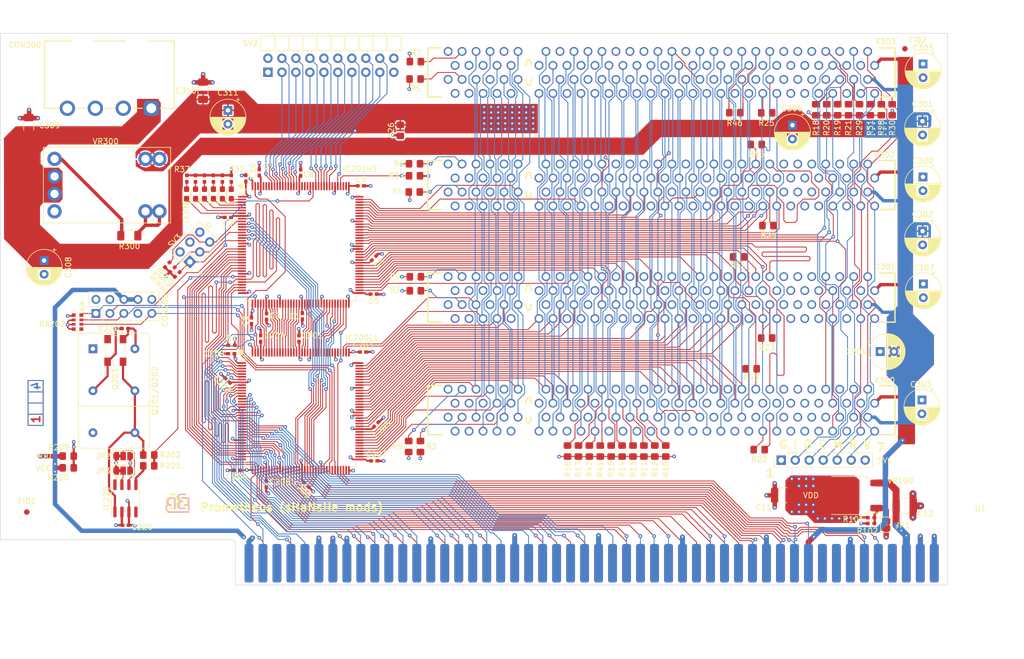
<source format=kicad_pcb>
(kicad_pcb (version 20221018) (generator pcbnew)
  (layers (0 "F.Cu" signal) (1 "In1.Cu" signal) (2 "In2.Cu" signal) (31 "B.Cu" signal) (34 "B.Paste" user) (35 "F.Paste" user) (36 "B.SilkS" user "B.Silkscreen") (37 "F.SilkS" user "F.Silkscreen") (38 "B.Mask" user) (39 "F.Mask" user) (44 "Edge.Cuts" user))
  (net 0 "")
  (net 1 "+12V")
  (net 2 "+5V")
  (net 7 "-12V")
  (net 55 "Net-(JP1-A)")
  (net 70 "DEBUG5")
  (net 71 "DEBUG4")
  (net 72 "DEBUG3")
  (net 73 "DEBUG2")
  (net 74 "DEBUG1")
  (net 75 "DEBUG0")
  (net 78 "DEBUG6")
  (net 79 "DEBUG7")
  (net 80 "DEBUG8")
  (net 81 "DEBUG9")
  (net 82 "DEBUG10")
  (net 83 "DEBUG11")
  (net 84 "DEBUG12")
  (net 85 "DEBUG13")
  (net 86 "DEBUG14")
  (net 87 "DEBUG15")
  (net 96 "VCC")
  (net 97 "P-TRST")
  (net 98 "P-TMS")
  (net 99 "P-TCK")
  (net 100 "P-TDO")
  (net 101 "P-TDI")
  (net 102 "P-TD3")
  (net 103 "P-TD2")
  (net 104 "P-TD1")
  (net 105 "~{SLAVEN}")
  (net 106 "~{CFGOUT}")
  (net 107 "~{INT2}")
  (net 108 "~{CINH}")
  (net 109 "~{INT6}")
  (net 110 "SA5")
  (net 111 "SA6")
  (net 112 "SA4")
  (net 113 "SA3")
  (net 114 "SA7")
  (net 115 "SA2")
  (net 116 "~{CFGIN}")
  (net 117 "AD8")
  (net 118 "FC0")
  (net 119 "AD9")
  (net 120 "FC1")
  (net 121 "AD10")
  (net 122 "FC2")
  (net 123 "AD11")
  (net 124 "AD12")
  (net 125 "AD13")
  (net 126 "AD14")
  (net 127 "AD15")
  (net 128 "AD16")
  (net 129 "~{BERR}")
  (net 130 "AD17")
  (net 131 "~{DS0}")
  (net 132 "AD18")
  (net 133 "AD19")
  (net 134 "AD20")
  (net 135 "AD22")
  (net 136 "AD21")
  (net 137 "AD23")
  (net 138 "AD31")
  (net 139 "AD30")
  (net 140 "~{DTACK}")
  (net 141 "AD29")
  (net 142 "READ")
  (net 143 "AD28")
  (net 144 "~{DS2}")
  (net 145 "AD27")
  (net 146 "~{DS3}")
  (net 147 "SD0")
  (net 148 "AD26")
  (net 149 "SD1")
  (net 150 "AD25")
  (net 151 "SD2")
  (net 152 "AD24")
  (net 153 "SD3")
  (net 154 "SD7")
  (net 155 "SD4")
  (net 156 "SD6")
  (net 157 "SD5")
  (net 158 "SENSEZ3")
  (net 159 "E7M")
  (net 160 "DOE")
  (net 161 "~{IORST}")
  (net 162 "~{FCS}")
  (net 163 "~{DS1}")
  (net 165 "MASTERCLK")
  (net 166 "TDI")
  (net 167 "TMS")
  (net 168 "TCK")
  (net 169 "P-AD7")
  (net 170 "P-AD3")
  (net 171 "P-AD1")
  (net 172 "P-AD10")
  (net 173 "P-AD12")
  (net 174 "P-AD14")
  (net 175 "P-AD19")
  (net 176 "P-AD21")
  (net 177 "P-AD23")
  (net 178 "P-AD25")
  (net 179 "P-AD29")
  (net 180 "P-AD30")
  (net 181 "P-AD28")
  (net 182 "P-AD26")
  (net 183 "P-AD24")
  (net 184 "P-AD22")
  (net 185 "P-AD20")
  (net 186 "P-AD18")
  (net 187 "P-AD16")
  (net 188 "P-AD15")
  (net 189 "P-AD13")
  (net 190 "P-AD11")
  (net 191 "P-AD9")
  (net 192 "P-AD6")
  (net 193 "P-AD4")
  (net 194 "P-AD2")
  (net 195 "P-AD0")
  (net 196 "ICON19")
  (net 197 "ICON18")
  (net 198 "ICON17")
  (net 199 "ICON16")
  (net 200 "TDO-TDI")
  (net 201 "ICON15")
  (net 202 "ICON14")
  (net 203 "ICON13")
  (net 204 "ICON12")
  (net 205 "ICON11")
  (net 206 "ICON10")
  (net 207 "ICON9")
  (net 208 "ICON8")
  (net 209 "ICON7")
  (net 210 "ICON6")
  (net 211 "ICON5")
  (net 212 "ICON4")
  (net 213 "ICON3")
  (net 214 "ICON2")
  (net 215 "ICON1")
  (net 216 "ICON0")
  (net 217 "LED0")
  (net 218 "LED1")
  (net 219 "LED2")
  (net 220 "LED3")
  (net 221 "LED4")
  (net 222 "LED5")
  (net 223 "OPT0")
  (net 224 "OPT1")
  (net 225 "OPT2")
  (net 226 "SYSCLK")
  (net 227 "~{P-SERR}")
  (net 228 "~{P-PERR}")
  (net 229 "~{P-DEVSEL}")
  (net 230 "~{P-IRDY}")
  (net 231 "~{P-CBE2}")
  (net 232 "~{P-REQ0}")
  (net 233 "~{P-GNT1}")
  (net 234 "~{P-REQ1}")
  (net 235 "~{P-GNT0}")
  (net 236 "P-CLK0")
  (net 237 "P-CLK1")
  (net 238 "~{P-INTC}")
  (net 239 "~{P-INTD}")
  (net 240 "~{P-INTA}")
  (net 241 "~{P-INTB}")
  (net 242 "~{P-RST}")
  (net 243 "P-CLK3")
  (net 244 "~{P-GNT3}")
  (net 245 "~{P-REQ3}")
  (net 246 "~{P-GNT2}")
  (net 247 "P-CLK2")
  (net 248 "~{P-REQ2}")
  (net 249 "~{P-FRAME}")
  (net 250 "~{P-TRDY}")
  (net 251 "~{P-STOP}")
  (net 252 "P-PAR")
  (net 253 "~{P-CBE0}")
  (net 254 "TDO")
  (net 255 "+3V3")
  (net 256 "GNDD")
  (net 257 "P-AD5")
  (net 258 "P-AD8")
  (net 259 "P-AD17")
  (net 260 "P-AD27")
  (net 261 "P-AD31")
  (net 262 "~{P-CBE1}")
  (net 263 "~{P-LOCK}")
  (net 264 "~{P-CBE3}")
  (net 266 "Net-(X300-REQ64#)")
  (net 267 "Net-(X301-REQ64#)")
  (net 268 "Net-(X302-REQ64#)")
  (net 269 "Net-(X303-REQ64#)")
  (net 270 "Net-(X302-ACK64#)")
  (net 271 "Net-(X303-ACK64#)")
  (net 272 "Net-(X300-ACK64#)")
  (net 273 "Net-(X301-ACK64#)")
  (net 274 "VDD")
  (net 275 "Net-(LED1-A)")
  (net 276 "Net-(LED2-A)")
  (net 277 "Net-(LED3-A)")
  (net 278 "Net-(LED4-A)")
  (net 279 "Net-(LED5-A)")
  (net 280 "Net-(LED6-A)")
  (net 281 "VPP")
  (net 283 "SYSCLK_OSC")
  (net 284 "SYSCLK_PLL")
  (net 287 "Net-(VR300-VADJ)")
  (net 289 "SDONE")
  (net 290 "~{SBO}")
  (net 292 "Net-(IC220-S0)")
  (net 293 "Net-(IC220-S1)")
  (footprint "Library:R_0805_2012Metric_Pad1.20x1.40mm_HandSolder" (layer "F.Cu") (at 186.0164 96.2284 -90)
    (fp_text reference "R11")
    (fp_text value "1k0")
  )
  (footprint "Library:R_0805_2012Metric_Pad1.20x1.40mm_HandSolder" (layer "F.Cu") (at 223.1784 34.2524 -90)
    (fp_text reference "R21")
    (fp_text value "1k0")
  )
  (footprint "Library:C_0402_1005Metric_Pad0.74x0.62mm_HandSolder" (layer "F.Cu") (at 116.1664 45.6316 90)
    (fp_text reference "C7")
    (fp_text value "100nF")
  )
  (footprint "Library:CP_Radial_D6.3mm_P2.50mm" (layer "F.Cu") (at 236.4993 86.9622 -90)
    (fp_text reference "C303")
    (fp_text value "100uF")
  )
  (footprint "Library:TO-252-2" (layer "F.Cu") (at 223.1906 104.3066 180)
    (fp_text reference "VR100")
    (fp_text value "AP1117-ADJ")
  )
  (footprint "Library:LED_0603_1608Metric_Pad1.05x0.95mm_HandSolder" (layer "F.Cu") (at 102.9704 49.5432 90)
    (fp_text reference "LED6")
    (fp_text value "LED")
  )
  (footprint "Library:CP_Radial_D6.3mm_P2.50mm" (layer "F.Cu") (at 77.1012 61.6228 -90)
    (fp_text reference "C308")
    (fp_text value "100uF")
  )
  (footprint "Library:R_0402_1005Metric_Pad0.72x0.64mm_HandSolder" (layer "F.Cu") (at 227.266 109.3856 180)
    (fp_text reference "R102")
    (fp_text value "240")
  )
  (footprint "Library:SolderJumper-3_P1.3mm_Bridged12_RoundedPad1.0x1.5mm" (layer "F.Cu") (at 91.4476 97.1428)
    (fp_text reference "JP2")
    (fp_text value "SolderJumper_3_Bridged12")
  )
  (footprint "Library:R_0805_2012Metric_Pad1.20x1.40mm_HandSolder" (layer "F.Cu") (at 96.1004 98.9208)
    (fp_text reference "R201")
    (fp_text value "15R")
  )
  (footprint "Library:R_0805_2012Metric_Pad1.20x1.40mm_HandSolder" (layer "F.Cu") (at 189.9816 96.2284 -90)
    (fp_text reference "R10")
    (fp_text value "1k0")
  )
  (footprint "Library:C_0402_1005Metric_Pad0.74x0.62mm_HandSolder" (layer "F.Cu") (at 137.0452 98.0064)
    (fp_text reference "C207")
    (fp_text value "100nF")
  )
  (footprint "Library:C_0402_1005Metric_Pad0.74x0.62mm_HandSolder" (layer "F.Cu") (at 112.1024 99.7336 180)
    (fp_text reference "C206")
    (fp_text value "100nF")
  )
  (footprint "Library:Oscillator_DIP-14_DIP-8" (layer "F.Cu") (at 85.961596 77.656975 -90)
    (fp_text reference "Q201/Q202")
    (fp_text value "33MHz")
  )
  (footprint "Library:C_0402_1005Metric_Pad0.74x0.62mm_HandSolder" (layer "F.Cu") (at 114.744 72.5556 -90)
    (fp_text reference "C6")
    (fp_text value "100nF")
  )
  (footprint "Library:C_0402_1005Metric_Pad0.74x0.62mm_HandSolder" (layer "F.Cu") (at 136.9944 61.1764 45)
    (fp_text reference "C4")
    (fp_text value "100nF")
  )
  (footprint "Library:R_0805_2012Metric_Pad1.20x1.40mm_HandSolder" (layer "F.Cu") (at 180.0728 96.2284 -90)
    (fp_text reference "R15")
    (fp_text value "1k0")
  )
  (footprint "Library:R_0402_1005Metric_Pad0.72x0.64mm_HandSolder" (layer "F.Cu") (at 104.584 46.7492 90)
    (fp_text reference "R36" hide)
    (fp_text value "680")
  )
  (footprint "Library:R_0402_1005Metric_Pad0.72x0.64mm_HandSolder" (layer "F.Cu") (at 111.1251 77.026 180)
    (fp_text reference "R1")
    (fp_text value "4k7")
  )
  (footprint "Library:R_0805_2012Metric_Pad1.20x1.40mm_HandSolder" (layer "F.Cu") (at 143.3016 95.4076 -90)
    (fp_text reference "R8")
    (fp_text value "1k0")
  )
  (footprint "Library:C_0402_1005Metric_Pad0.74x0.62mm_HandSolder" (layer "F.Cu") (at 117.4872 71.7936 -90)
    (fp_text reference "C9")
    (fp_text value "100nF")
  )
  (footprint "Library:PCI" (layer "F.Cu") (at 227.9264 31.2806)
    (fp_text reference "X303")
    (fp_text value "Bus_PCI_32bit_5V")
  )
  (footprint "Library:CP_Radial_D6.3mm_P2.50mm" (layer "F.Cu") (at 110.4768 34.354 -90)
    (fp_text reference "C311")
    (fp_text value "100uF")
  )
  (footprint "Library:CP_Radial_D6.3mm_P2.50mm" (layer "F.Cu") (at 236.7148 25.9264 -90)
    (fp_text reference "C305")
    (fp_text value "100uF")
  )
  (footprint "Library:LED_0603_1608Metric_Pad1.05x0.95mm_HandSolder" (layer "F.Cu") (at 106.2168 49.5432 90)
    (fp_text reference "LED4" hide)
    (fp_text value "LED")
  )
  (footprint "Library:C_0402_1005Metric_Pad0.74x0.62mm_HandSolder" (layer "F.Cu") (at 123.9896 71.7428 -90)
    (fp_text reference "C1")
    (fp_text value "100nF")
  )
  (footprint "Library:R_0805_2012Metric_Pad1.20x1.40mm_HandSolder" (layer "F.Cu") (at 229.122 34.2524 -90)
    (fp_text reference "R28")
    (fp_text value "1k0")
  )
  (footprint "Library:CP_Radial_D6.3mm_P2.50mm" (layer "F.Cu") (at 236.756151 65.884042 -90)
    (fp_text reference "C307")
    (fp_text value "100uF")
  )
  (footprint "Library:R_0402_1005Metric_Pad0.72x0.64mm_HandSolder" (layer "F.Cu") (at 101.282 64.1736 -135)
    (fp_text reference "R40")
    (fp_text value "4k7")
  )
  (footprint "Library:C_0402_1005Metric_Pad0.74x0.62mm_HandSolder" (layer "F.Cu") (at 124.7008 102.3244 -45)
    (fp_text reference "C209")
    (fp_text value "100nF")
  )
  (footprint "Library:R_1206_3216Metric_Pad1.30x1.75mm_HandSolder" (layer "F.Cu") (at 92.5692 57.1124)
    (fp_text reference "R300")
    (fp_text value "2k0")
  )
  (footprint "Library:R_0805_2012Metric_Pad1.20x1.40mm_HandSolder" (layer "F.Cu") (at 205.4982 81.2932 180)
    (fp_text reference "R43")
    (fp_text value "10k0")
  )
  (footprint "Library:C_0402_1005Metric_Pad0.74x0.62mm_HandSolder" (layer "F.Cu") (at 116.4204 75.8068 90)
    (fp_text reference "C204")
    (fp_text value "100nF")
  )
  (footprint "Library:R_0805_2012Metric_Pad1.20x1.40mm_HandSolder" (layer "F.Cu") (at 227.1408 34.2524 -90)
    (fp_text reference "R31")
    (fp_text value "1k0")
  )
  (footprint "Library:R_0402_1005Metric_Pad0.72x0.64mm_HandSolder" (layer "F.Cu") (at 106.2096 46.7492 90)
    (fp_text reference "R35" hide)
    (fp_text value "680")
  )
  (footprint "Library:R_Array_Convex_4x0612" (layer "F.Cu") (at 83.1576 72.8096)
    (fp_text reference "RA202")
    (fp_text value "R_Pack04")
  )
  (footprint "Library:R_0805_2012Metric_Pad1.20x1.40mm_HandSolder" (layer "F.Cu") (at 178.0916 96.2284 -90)
    (fp_text reference "R41")
    (fp_text value "1k0")
  )
  (footprint "Library:C_0402_1005Metric_Pad0.74x0.62mm_HandSolder" (layer "F.Cu") (at 135.0132 78.2452)
    (fp_text reference "C203")
    (fp_text value "100nF")
  )
  (footprint "Library:PCI" (layer "F.Cu") (at 227.9264 72.1746)
    (fp_text reference "X301")
    (fp_text value "Bus_PCI_32bit_5V")
  )
  (footprint "Library:R_0402_1005Metric_Pad0.72x0.64mm_HandSolder" (layer "F.Cu") (at 109.4608 46.7492 90)
    (fp_text reference "R33" hide)
    (fp_text value "680")
  )
  (footprint "Library:R_0805_2012Metric_Pad1.20x1.40mm_HandSolder" (layer "F.Cu") (at 182.054 96.2284 -90)
    (fp_text reference "R14")
    (fp_text value "1k0")
  )
  (footprint "Library:Oscillator_SMD_Fordahl_DFAS15-4Pin_5.0x3.2mm" (layer "F.Cu") (at 90.0268 77.9584 -90)
    (fp_text reference "Q203")
    (fp_text value "33MHz")
  )
  (footprint "Library:C_0402_1005Metric_Pad0.74x0.62mm_HandSolder" (layer "F.Cu") (at 110.431117 83.431917 135)
    (fp_text reference "C202")
    (fp_text value "100nF")
  )
  (footprint "Library:R_0402_1005Metric_Pad0.72x0.64mm_HandSolder" (layer "F.Cu") (at 107.8352 46.7492 90)
    (fp_text reference "R34" hide)
    (fp_text value "680")
  )
  (footprint "Library:R_0805_2012Metric_Pad1.20x1.40mm_HandSolder" (layer "F.Cu") (at 144.5128 67.12)
    (fp_text reference "R3")
    (fp_text value "1k0")
  )
  (footprint "Library:R_0805_2012Metric_Pad1.20x1.40mm_HandSolder" (layer "F.Cu") (at 81.47 99.2764)
    (fp_text reference "R210")
    (fp_text value "FerriteBead_Small")
  )
  (footprint "Library:LED_0603_1608Metric_Pad1.05x0.95mm_HandSolder" (layer "F.Cu") (at 104.5936 49.5432 90)
    (fp_text reference "LED5" hide)
    (fp_text value "LED")
  )
  (footprint "Library:C_0402_1005Metric_Pad0.74x0.62mm_HandSolder" (layer "F.Cu") (at 123.38 75.8068 90)
    (fp_text reference "C201")
    (fp_text value "100nF")
  )
  (footprint "Library:C_0402_1005Metric_Pad0.74x0.62mm_HandSolder" (layer "F.Cu") (at 134.6068 48.07)
    (fp_text reference "C3")
    (fp_text value "100nF")
  )
  (footprint "Library:R_0805_2012Metric_Pad1.20x1.40mm_HandSolder" (layer "F.Cu") (at 144.3096 49.1876)
    (fp_text reference "R4")
    (fp_text value "1k0")
  )
  (footprint "Library:R_0805_2012Metric_Pad1.20x1.40mm_HandSolder" (layer "F.Cu") (at 217.2348 34.2524 -90)
    (fp_text reference "R18")
    (fp_text value "1k0")
  )
  (footprint "Library:LED_0603_1608Metric_Pad1.05x0.95mm_HandSolder" (layer "F.Cu") (at 109.4632 49.5432 90)
    (fp_text reference "LED2" hide)
    (fp_text value "LED")
  )
  (footprint "Library:C_0402_1005Metric_Pad0.74x0.62mm_HandSolder" (layer "F.Cu") (at 91.7824 73.978 180)
    (fp_text reference "C230")
    (fp_text value "100nF")
  )
  (footprint "Library:R_0805_2012Metric_Pad1.20x1.40mm_HandSolder" (layer "F.Cu") (at 144.5128 25.5148 180)
    (fp_text reference "R7")
    (fp_text value "1k0")
  )
  (footprint "Library:C_0402_1005Metric_Pad0.74x0.62mm_HandSolder" (layer "F.Cu") (at 136.9436 67.7296)
    (fp_text reference "C5")
    (fp_text value "100nF")
  )
  (footprint "Library:R_0805_2012Metric_Pad1.20x1.40mm_HandSolder" (layer "F.Cu") (at 203.2122 60.9732 180)
    (fp_text reference "R44")
    (fp_text value "10k0")
  )
  (footprint "Library:R_0805_2012Metric_Pad1.20x1.40mm_HandSolder" (layer "F.Cu") (at 172.148 96.2284 -90)
    (fp_text reference "R16")
    (fp_text value "1k0")
  )
  (footprint "Library:CP_Radial_D6.3mm_P2.50mm" (layer "F.Cu") (at 236.687678 46.450578 -90)
    (fp_text reference "C300")
    (fp_text value "100uF")
  )
  (footprint "Library:R_0805_2012Metric_Pad1.20x1.40mm_HandSolder" (layer "F.Cu") (at 208.3176 75.7052)
    (fp_text reference "R23")
    (fp_text value "1k0")
  )
  (footprint "Library:C_0402_1005Metric_Pad0.74x0.62mm_HandSolder" (layer "F.Cu") (at 117.4364 102.2228 -90)
    (fp_text reference "C208")
    (fp_text value "100nF")
  )
  (footprint "Library:R_0805_2012Metric_Pad1.20x1.40mm_HandSolder" (layer "F.Cu") (at 81.47 97.1428)
    (fp_text reference "R209")
    (fp_text value "FerriteBead_Small")
  )
  (footprint "Library:R_0402_1005Metric_Pad0.72x0.64mm_HandSolder" (layer "F.Cu") (at 103.0092 46.7492 90)
    (fp_text reference "R37")
    (fp_text value "680")
  )
  (footprint "Library:R_0402_1005Metric_Pad0.72x0.64mm_HandSolder" (layer "F.Cu") (at 100.383696 63.293904 -135)
    (fp_text reference "R39")
    (fp_text value "4k7")
  )
  (footprint "Library:PinHeader_2x10_P2.54mm_Horizontal" (layer "F.Cu") (at 117.7412 27.4452 90)
    (fp_text reference "SV2")
    (fp_text value "Conn_02x10_Odd_Even")
  )
  (footprint "Library:PCI" (layer "F.Cu") (at 227.9264 92.6216)
    (fp_text reference "X300")
    (fp_text value "Bus_PCI_32bit_5V")
  )
  (footprint "Library:DCDC" (layer "F.Cu") (at 88.2304 37.3691)
    (fp_text reference "VR300")
    (fp_text value "~")
  )
  (footprint "Library:R_0805_2012Metric_Pad1.20x1.40mm_HandSolder" (layer "F.Cu") (at 141.7696 37.9995 90)
    (fp_text reference "R26")
    (fp_text value "3k3")
  )
  (footprint "Library:R_0805_2012Metric_Pad1.20x1.40mm_HandSolder" (layer "F.Cu") (at 145.4352 95.4076 90)
    (fp_text reference "R2")
    (fp_text value "1k0")
  )
  (footprint "Library:Fiducial_1mm_Mask2mm" (layer "F.Cu") (at 73.9516 107.3028)
    (fp_text reference "FID1")
    (fp_text value "Fiducial")
  )
  (footprint "Library:R_0805_2012Metric_Pad1.20x1.40mm_HandSolder" (layer "F.Cu") (at 206.946 95.9744)
    (fp_text reference "R22")
    (fp_text value "1k0")
  )
  (footprint "Library:R_0805_2012Metric_Pad1.20x1.40mm_HandSolder" (layer "F.Cu") (at 231.096483 34.2524 -90)
    (fp_text reference "R30")
    (fp_text value "1k0")
  )
  (footprint "Library:CP_Radial_D6.3mm_P2.50mm" (layer "F.Cu") (at 236.625902 56.2888 -90)
    (fp_text reference "C302")
    (fp_text value "100uF")
  )
  (footprint "Library:LED_0603_1608Metric_Pad1.05x0.95mm_HandSolder" (layer "F.Cu") (at 111.0864 49.5432 90)
    (fp_text reference "LED1" hide)
    (fp_text value "LED")
  )
  (footprint "Library:R_0805_2012Metric_Pad1.20x1.40mm_HandSolder" (layer "F.Cu") (at 219.216 34.2524 -90)
    (fp_text reference "R20")
    (fp_text value "1k0")
  )
  (footprint "Library:C_1206_3216Metric_Pad1.33x1.80mm_HandSolder" (layer "F.Cu") (at 74.3072 37.2373 90)
    (fp_text reference "C309")
    (fp_text value "100nF")
  )
  (footprint "Library:R_0402_1005Metric_Pad0.72x0.64mm_HandSolder" (layer "F.Cu") (at 99.4532 62.3956 -135)
    (fp_text reference "R38")
    (fp_text value "4k7")
  )
  (footprint "Library:Zorro3" (layer "F.Cu") (at 247.1288 107.2012)
    (fp_text reference "U1")
    (fp_text value "~")
  )
  (footprint "Library:R_0805_2012Metric_Pad1.20x1.40mm_HandSolder" (layer "F.Cu") (at 174.1292 96.2284 -90)
    (fp_text reference "R17")
    (fp_text value "1k0")
  )
  (footprint "Library:R_0805_2012Metric_Pad1.20x1.40mm_HandSolder" (layer "F.Cu") (at 144.5128 64.58 180)
    (fp_text reference "R9")
    (fp_text value "1k0")
  )
  (footprint "Library:R_0805_2012Metric_Pad1.20x1.40mm_HandSolder" (layer "F.Cu") (at 202.5264 34.7858 180)
    (fp_text reference "R46")
    (fp_text value "10k0")
  )
  (footprint "Library:R_0402_1005Metric_Pad0.72x0.64mm_HandSolder" (layer "F.Cu") (at 227.266 108.3188)
    (fp_text reference "R101")
    (fp_text value "150")
  )
  (footprint "Library:CP_Radial_D6.3mm_P2.50mm" (layer "F.Cu") (at 228.928421 78.169669)
    (fp_text reference "C304")
    (fp_text value "100uF")
  )
  (footprint "Library:C_1206_3216Metric_Pad1.33x1.80mm_HandSolder" (layer "F.Cu") (at 105.9556 30.798 90)
    (fp_text reference "C310")
    (fp_text value "100nF")
  )
  (footprint "Library:PinHeader_2x03_P2.54mm_Vertical" (layer "F.Cu") (at 103.575708 61.865815 135)
    (fp_text reference "SV3")
    (fp_text value "Conn_02x03_Odd_Even")
  )
  (footprint "Library:C_0402_1005Metric_Pad0.74x0.62mm_HandSolder" (layer "F.Cu") (at 113.728 46.6984 90)
    (fp_text reference "C10")
    (fp_text value "100nF")
  )
  (footprint "Library:R_0805_2012Metric_Pad1.20x1.40mm_HandSolder" (layer "F.Cu") (at 208.5368 55.2836)
    (fp_text reference "R24")
    (fp_text value "1k0")
  )
  (footprint "Library:R_0805_2012Metric_Pad1.20x1.40mm_HandSolder" (layer "F.Cu") (at 144.3604 44.0568 180)
    (fp_text reference "R6")
    (fp_text value "1k0")
  )
  (footprint "Library:TE-350211-MATE-N-LCK-RightAngle" (layer "F.Cu") (at 89.061414 25.722279)
    (fp_text reference "CON300")
    (fp_text value "Conn_01x04_Pin")
  )
  (footprint "Library:C_1210_3225Metric_Pad1.33x2.70mm_HandSolder" (layer "F.Cu") (at 233.3743 106.1852)
    (fp_text reference "C12")
    (fp_text value "10uF Tantalum")
  )
  (footprint "Library:SolderJumper-2_P1.3mm_Bridged2Bar_Pad1.0x1.5mm" (layer "F.Cu") (at 230.0092 109.5992 -90)
    (fp_text reference "JP1")
    (fp_text value "SolderJumper_2_Bridged")
  )
  (footprint "Library:C_0402_1005Metric_Pad0.74x0.62mm_HandSolder" (layer "F.Cu") (at 137.4008 91.4024 45)
    (fp_text reference "C205")
    (fp_text value "100nF")
  )
  (footprint "Library:C_0402_1005Metric_Pad0.74x0.62mm_HandSolder" (layer "F.Cu") (at 110.4768 53.8104 180)
    (fp_text reference "C2")
    (fp_text value "100nF")
  )
  (footprint "Library:R_0805_2012Metric_Pad1.20x1.40mm_HandSolder" (layer "F.Cu") (at 176.1104 96.2284 -90)
    (fp_text reference "R42")
    (fp_text value "1k0")
  )
  (footprint "Library:C_0402_1005Metric_Pad0.74x0.62mm_HandSolder" (layer "F.Cu") (at 123.6848 45.6824 90)
    (fp_text reference "C8")
    (fp_text value "100nF")
  )
  (footprint "Library:R_0402_1005Metric_Pad0.72x0.64mm_HandSolder" (layer "F.Cu") (at 111.0864 46.7492 90)
    (fp_text reference "R32")
    (fp_text value "680")
  )
  (footprint "Library:R_0805_2012Metric_Pad1.20x1.40mm_HandSolder" (layer "F.Cu") (at 225.1596 34.2524 -90)
    (fp_text reference "R29")
    (fp_text value "1k0")
  )
  (footprint "Library:SOIC-8_3.9x4.9mm_P1.27mm" (layer "F.Cu") (at 91.8586 104.8136 90)
    (fp_text reference "IC220")
    (fp_text value "NB3N502")
  )
  (footprint "Library:CP_Radial_D6.3mm_P2.50mm" (layer "F.Cu") (at 212.984709 37.058841 -90)
    (fp_text reference "C306")
    (fp_text value "100uF")
  )
  (footprint "Library:R_0805_2012Metric_Pad1.20x1.40mm_HandSolder" (layer "F.Cu") (at 206.4126 40.5516)
    (fp_text reference "R45")
    (fp_text value "10k0")
  )
  (footprint "Library:TQFP-144_20x20mm_P0.5mm" (layer "F.Cu") (at 123.6848 58.7888)
    (fp_text reference "IC201H1")
    (fp_text value "XC95144XL-TQ144")
  )
  (footprint "Library:CP_Radial_D6.3mm_P2.50mm" (layer "F.Cu") (at 236.6132 36.3244 -90)
    (fp_text reference "C301")
    (fp_text value "100uF")
  )
  (footprint "Library:R_0805_2012Metric_Pad1.20x1.40mm_HandSolder" (layer "F.Cu") (at 187.9976 96.2284 -90)
    (fp_text reference "R12")
    (fp_text value "1k0")
  )
  (footprint "Library:PinHeader_2x05_P2.54mm_Vertical" (layer "F.Cu") (at 86.4992 71.2348 90)
    (fp_text reference "CON200")
    (fp_text value "Conn_02x05_Odd_Even")
  )
  (footprint "Library:R_0805_2012Metric_Pad1.20x1.40mm_HandSolder" (layer "F.Cu") (at 184.0352 96.2284 -90)
    (fp_text reference "R13")
    (fp_text value "1k0")
  )
  (footprint "Library:Fiducial_1mm_Mask2mm" (layer "F.Cu") (at 233.4128 23.178)
    (fp_text reference "FID2")
    (fp_text value "Fiducial")
  )
  (footprint "Library:R_0805_2012Metric_Pad1.20x1.40mm_HandSolder" (layer "F.Cu") (at 208.3176 34.8112)
    (fp_text reference "R25")
    (fp_text value "1k0")
  )
  (footprint "Library:R_0805_2012Metric_Pad1.20x1.40mm_HandSolder" (layer "F.Cu") (at 144.462 28.6644)
    (fp_text reference "R5")
    (fp_text value "1k0")
  )
  (footprint "Library:PCI" (layer "F.Cu") (at 227.9264 51.7266)
    (fp_text reference "X302")
    (fp_text value "Bus_PCI_32bit_5V")
  )
  (footprint "Library:SolderJumper-3_P1.3mm_Bridged12_RoundedPad1.0x1.5mm" (layer "F.Cu") (at 91.4476 99.7943)
    (fp_text reference "JP3")
    (fp_text value "SolderJumper_3_Bridged12")
  )
  (footprint "Library:C_1210_3225Metric_Pad1.33x2.70mm_HandSolder" (layer "F.Cu") (at 211.3148 104.2548 180)
    (fp_text reference "C11")
    (fp_text value "10uF Tantalum")
  )
  (footprint "Library:LED_0603_1608Metric_Pad1.05x0.95mm_HandSolder" (layer "F.Cu") (at 107.84 49.5432 90)
    (fp_text reference "LED3" hide)
    (fp_text value "LED")
  )
  (footprint "Library:PinHeader_1x07_P2.54mm_Vertical" (layer "F.Cu") (at 210.9592 97.878724 90)
    (fp_text reference "SV1")
    (fp_text value "Conn_01x07_Pin")
  )
  (footprint "Library:C_0402_1005Metric_Pad0.74x0.62mm_HandSolder" (layer "F.Cu") (at 111.0864 78.55 180)
    (fp_text reference "C200")
    (fp_text value "100nF")
  )
  (footprint "Library:TQFP-144_20x20mm_P0.5mm" (layer "F.Cu") (at 123.6903 88.9972)
    (fp_text reference "IC200L1")
    (fp_text value "XC95144XL-TQ144")
  )
  (footprint "Library:R_0805_2012Metric_Pad1.20x1.40mm_HandSolder" (layer "F.Cu") (at 144.3604 46.2412 180)
    (fp_text reference "R27")
    (fp_text value "4k7")
  )
  (footprint "Library:C_0402_1005Metric_Pad0.74x0.62mm_HandSolder" (layer "F.Cu") (at 91.884 109.6904)
    (fp_text reference "C220")
    (fp_text value "100nF")
  )
  (footprint "Library:R_0805_2012Metric_Pad1.20x1.40mm_HandSolder" (layer "F.Cu") (at 96.1004 96.9396)
    (fp_text reference "R202")
    (fp_text value "15R")
  )
  (footprint "Library:R_0805_2012Metric_Pad1.20x1.40mm_HandSolder" (layer "F.Cu") (at 221.1972 34.2524 -90)
    (fp_text reference "R19")
    (fp_text value "1k0")
  )
  (gr_line (start 103.3648 107.3028) (end 103.3648 106.0328) (stroke (width 0.254)) (layer "B.SilkS"))
  (gr_line (start 103.3648 106.0328) (end 102.6028 106.0328) (stroke (width 0.254)) (layer "B.SilkS"))
  (gr_line (start 99.5548 106.0328) (end 99.3008 106.2868) (stroke (width 0.254)) (layer "B.SilkS"))
  (gr_line (start 101.7392 106.6424) (end 101.4852 106.3884) (stroke (width 0.254)) (layer "B.SilkS"))
  (gr_line (start 100.8248 106.6932) (end 100.8248 104.7628) (stroke (width 0.254)) (layer "B.SilkS"))
  (gr_line (start 99.7072 107.3028) (end 103.3648 107.3028) (stroke (width 0.254)) (layer "B.SilkS"))
  (gr_line (start 101.4852 105.728) (end 101.8408 105.3724) (stroke (width 0.254)) (layer "B.SilkS"))
  (gr_line (start 101.4852 104.3564) (end 101.7392 104.1024) (stroke (width 0.254)) (layer "B.SilkS"))
  (gr_line (start 102.2472 105.3724) (end 101.8408 105.3724) (stroke (width 0.254)) (layer "B.SilkS"))
  (gr_line (start 102.7552 106.6424) (end 101.7392 106.6424) (stroke (width 0.254)) (layer "B.SilkS"))
  (gr_line (start 100.2152 106.0328) (end 99.5548 106.0328) (stroke (width 0.254)) (layer "B.SilkS"))
  (gr_line (start 100.8248 104.7628) (end 99.9612 104.7628) (stroke (width 0.254)) (layer "B.SilkS"))
  (gr_line (start 103.3648 104.7628) (end 103.3648 106.0328) (stroke (width 0.254)) (layer "B.SilkS"))
  (gr_line (start 99.9612 104.7628) (end 99.5548 105.1692) (stroke (width 0.254)) (layer "B.SilkS"))
  (gr_line (start 101.7392 104.1024) (end 102.7552 104.1024) (stroke (width 0.254)) (layer "B.SilkS"))
  (gr_line (start 101.4852 106.3884) (end 101.4852 105.728) (stroke (width 0.254)) (layer "B.SilkS"))
  (gr_line (start 99.5548 105.7788) (end 99.885 106.0328) (stroke (width 0.254)) (layer "B.SilkS"))
  (gr_line (start 99.5548 105.1692) (end 99.5548 105.7788) (stroke (width 0.254)) (layer "B.SilkS"))
  (gr_line (start 99.3008 106.8964) (end 99.7072 107.3028) (stroke (width 0.254)) (layer "B.SilkS"))
  (gr_line (start 101.8408 105.3724) (end 101.4852 105.0168) (stroke (width 0.254)) (layer "B.SilkS"))
  (gr_line (start 101.4852 105.0168) (end 101.4852 104.3564) (stroke (width 0.254)) (layer "B.SilkS"))
  (gr_line (start 99.3008 106.2868) (end 99.3008 106.8964) (stroke (width 0.254)) (layer "B.SilkS"))
  (gr_line (start 102.0948 104.7628) (end 103.3648 104.7628) (stroke (width 0.254)) (layer "B.SilkS"))
  (gr_circle (center 112.8136 78.296) (end 113.3136 78.296) (fill solid) (layer "F.SilkS"))
  (gr_line (start 100.8248 105.3724) (end 101.1804 105.728) (stroke (width 0.254)) (layer "F.SilkS"))
  (gr_line (start 103.1108 106.0328) (end 102.4504 106.0328) (stroke (width 0.254)) (layer "F.SilkS"))
  (gr_line (start 102.7044 104.7628) (end 101.8408 104.7628) (stroke (width 0.254)) (layer "F.SilkS"))
  (gr_line (start 103.3648 106.2868) (end 103.1108 106.0328) (stroke (width 0.254)) (layer "F.SilkS"))
  (gr_line (start 103.1108 105.1692) (end 102.7044 104.7628) (stroke (width 0.254)) (layer "F.SilkS"))
  (gr_line (start 101.8408 104.7628) (end 101.8408 106.6932) (stroke (width 0.254)) (layer "F.SilkS"))
  (gr_line (start 101.1804 104.3564) (end 101.1804 105.0168) (stroke (width 0.254)) (layer "F.SilkS"))
  (gr_line (start 102.9584 107.3028) (end 103.3648 106.8964) (stroke (width 0.254)) (layer "F.SilkS"))
  (gr_line (start 99.3008 106.0328) (end 99.3008 107.3028) (stroke (width 0.254)) (layer "F.SilkS"))
  (gr_line (start 100.9264 106.6424) (end 99.9104 106.6424) (stroke (width 0.254)) (layer "F.SilkS"))
  (gr_line (start 99.3008 106.0328) (end 99.3008 104.7628) (stroke (width 0.254)) (layer "F.SilkS"))
  (gr_line (start 101.1804 105.728) (end 101.1804 106.3884) (stroke (width 0.254)) (layer "F.SilkS"))
  (gr_line (start 123.5103 70.6749) (end 123.5103 71.302) (stroke (width 0.0762)) (layer "F.SilkS"))
  (gr_line (start 101.1804 106.3884) (end 100.9264 106.6424) (stroke (width 0.254)) (layer "F.SilkS"))
  (gr_line (start 103.1108 105.7788) (end 103.1108 105.1692) (stroke (width 0.254)) (layer "F.SilkS"))
  (gr_line (start 99.3008 104.7628) (end 100.5708 104.7628) (stroke (width 0.254)) (layer "F.SilkS"))
  (gr_circle (center 112.8136 48.1208) (end 113.3136 48.1208) (fill solid) (layer "F.SilkS"))
  (gr_line (start 103.3648 106.8964) (end 103.3648 106.2868) (stroke (width 0.254)) (layer "F.SilkS"))
  (gr_line (start 100.0628 106.0328) (end 99.3008 106.0328) (stroke (width 0.254)) (layer "F.SilkS"))
  (gr_line (start 99.3008 107.3028) (end 102.9584 107.3028) (stroke (width 0.254)) (layer "F.SilkS"))
  (gr_line (start 101.1804 105.0168) (end 100.8248 105.3724) (stroke (width 0.254)) (layer "F.SilkS"))
  (gr_line (start 102.7806 106.0328) (end 103.1108 105.7788) (stroke (width 0.254)) (layer "F.SilkS"))
  (gr_line (start 100.8248 105.3724) (end 100.4184 105.3724) (stroke (width 0.254)) (layer "F.SilkS"))
  (gr_line (start 99.9104 104.1024) (end 100.9264 104.1024) (stroke (width 0.254)) (layer "F.SilkS"))
  (gr_line (start 100.9264 104.1024) (end 101.1804 104.3564) (stroke (width 0.254)) (layer "F.SilkS"))
  (gr_line (start 241.1344 120.5616) (end 111.8484 120.5616) (stroke (width 0.1)) (layer "Edge.Cuts"))
  (gr_line (start 241.1344 20.384) (end 241.1344 120.5616) (stroke (width 0.1)) (layer "Edge.Cuts"))
  (gr_line (start 69.1604 112.332) (end 69.1604 20.384) (stroke (width 0.1)) (layer "Edge.Cuts"))
  (gr_line (start 111.8484 120.5616) (end 111.8484 112.9924) (stroke (width 0.1)) (layer "Edge.Cuts"))
  (gr_arc (start 111.1626 112.33153) (mid 111.638801 112.523635) (end 111.8484 112.9924) (stroke (width 0.1)) (layer "Edge.Cuts"))
  (gr_line (start 69.1604 20.384) (end 241.1344 20.384) (stroke (width 0.1)) (layer "Edge.Cuts"))
  (gr_line (start 111.1626 112.332) (end 69.1604 112.332) (stroke (width 0.1)) (layer "Edge.Cuts"))
  (gr_text "1" (at 76.4784 91.3516 90) (layer "F.Cu") (effects (font (size 1.5 1.5) (thickness 0.3) bold) (justify left bottom)))
  (gr_text "4" (at 76.5292 83.4776 90) (layer "B.Cu") (effects (font (size 1.5 1.5) (thickness 0.3) bold) (justify left bottom mirror)))
  (gr_text "VDD" (at 214.82 104.8644) (layer "F.SilkS") (effects (font (size 1 1)) (justify left bottom)))
  (gr_text "1" (at 83.1464 70.7776) (layer "F.SilkS") (effects (font (size 1.5 1.5) (thickness 0.3) bold) (justify left bottom)))
  (gr_text "1" (at 208.0128 101.1052) (layer "F.SilkS") (effects (font (size 1.5 1.5) (thickness 0.3) bold) (justify left bottom)))
  (gr_text "G I O C M R V" (at 210.3496 95.9236) (layer "F.SilkS") (effects (font (size 1.5 1.5) (thickness 0.3) bold) (justify left bottom)))
  (gr_text "6" (at 106.9208 55.944 45) (layer "F.SilkS") (effects (font (size 1 1)) (justify left bottom)))
  (gr_text "VCC" (at 75.4756 99.9368) (layer "F.SilkS") (effects (font (size 1 1)) (justify left bottom)))
  (gr_text "Prometheus (sHaNsHe mods)" (at 105.2952 107.3028) (layer "F.SilkS") (effects (font (size 1.5 1.5) (thickness 0.3) bold) (justify left bottom)))
  (gr_text "1" (at 105.2444 64.5292 45) (layer "F.SilkS") (effects (font (size 1 1)) (justify left bottom)))
  (gr_text "VDD" (at 75.4756 97.7524) (layer "F.SilkS") (effects (font (size 1 1)) (justify left bottom)))
  (gr_text "7" (at 228.0788 96.4824) (layer "F.SilkS") (effects (font (size 1.5 1.5) (thickness 0.3) bold) (justify left bottom)))
  (segment (start 74.1924 83.4268) (end 76.9356 83.4268) (width 0.1524) (layer "F.Cu") (net 0))
  (segment (start 76.9356 83.4268) (end 76.9356 91.5548) (width 0.1524) (layer "F.Cu") (net 0))
  (segment (start 74.1924 87.5116) (end 76.9194 87.5116) (width 0.1524) (layer "F.Cu") (net 0))
  (segment (start 74.1924 89.5436) (end 76.9194 89.5436) (width 0.1524) (layer "F.Cu") (net 0))
  (segment (start 74.1924 91.5548) (end 74.1924 83.4268) (width 0.1524) (layer "F.Cu") (net 0))
  (segment (start 74.1924 85.4796) (end 76.9194 85.4796) (width 0.1524) (layer "F.Cu") (net 0))
  (segment (start 76.9356 91.5548) (end 74.1924 91.5548) (width 0.1524) (layer "F.Cu") (net 0))
  (segment (start 74.2132 91.5756) (end 74.1924 91.5548) (width 0.1524) (layer "B.Cu") (net 0))
  (segment (start 74.1924 85.4796) (end 76.9194 85.4796) (width 0.1524) (layer "B.Cu") (net 0))
  (segment (start 74.1924 83.4268) (end 76.9194 83.4268) (width 0.1524) (layer "B.Cu") (net 0))
  (segment (start 76.9194 83.4268) (end 76.9194 91.5548) (width 0.1524) (layer "B.Cu") (net 0))
  (segment (start 74.1924 89.5436) (end 76.8986 89.5436) (width 0.1524) (layer "B.Cu") (net 0))
  (segment (start 74.1924 91.5548) (end 74.1924 83.4268) (width 0.1524) (layer "B.Cu") (net 0))
  (segment (start 76.9194 91.5756) (end 74.2132 91.5756) (width 0.1524) (layer "B.Cu") (net 0))
  (segment (start 76.9194 87.5116) (end 74.1924 87.5116) (width 0.1524) (layer "B.Cu") (net 0))
  (via (at 229.9584 37.7226) (size 0.67) (drill 0.3) (layers "F.Cu" "B.Cu") (net 1))
  (via (at 229.9584 36.6908) (size 0.67) (drill 0.3) (layers "F.Cu" "B.Cu") (net 1))
  (via (at 228.9424 37.7226) (size 0.67) (drill 0.3) (layers "F.Cu" "B.Cu") (net 1))
  (via (at 227.8634 36.7066) (size 0.67) (drill 0.3) (layers "F.Cu" "B.Cu") (net 1))
  (via (at 226.7834 37.7226) (size 0.67) (drill 0.3) (layers "F.Cu" "B.Cu") (net 1))
  (via (at 226.7834 36.7066) (size 0.67) (drill 0.3) (layers "F.Cu" "B.Cu") (net 1))
  (via (at 228.9424 36.7066) (size 0.67) (drill 0.3) (layers "F.Cu" "B.Cu") (net 1))
  (via (at 226.7834 38.7386) (size 0.67) (drill 0.3) (layers "F.Cu" "B.Cu") (net 1))
  (via (at 228.9424 38.7386) (size 0.67) (drill 0.3) (layers "F.Cu" "B.Cu") (net 1))
  (via (at 227.8634 37.7226) (size 0.67) (drill 0.3) (layers "F.Cu" "B.Cu") (net 1))
  (via (at 229.9584 38.7386) (size 0.67) (drill 0.3) (layers "F.Cu" "B.Cu") (net 1))
  (via (at 227.8634 38.7386) (size 0.67) (drill 0.3) (layers "F.Cu" "B.Cu") (net 1))
  (segment (start 227.7999 28.7401) (end 226.6569 28.7401) (width 0.6096) (layer "B.Cu") (net 1))
  (segment (start 227.9269 49.1871) (end 226.6569 49.1871) (width 0.6096) (layer "B.Cu") (net 1))
  (segment (start 227.9904 69.6341) (end 226.6569 69.6341) (width 0.6096) (layer "B.Cu") (net 1))
  (segment (start 227.9269 49.1871) (end 229.5144 50.7746) (width 0.6096) (layer "B.Cu") (net 1))
  (segment (start 229.6414 30.5816) (end 233.6419 30.5816) (width 0.6096) (layer "B.Cu") (net 1))
  (segment (start 227.9904 69.6341) (end 229.3874 71.0311) (width 0.6096) (layer "B.Cu") (net 1))
  (segment (start 227.7999 28.7401) (end 229.6414 30.5816) (width 0.6096) (layer "B.Cu") (net 1))
  (segment (start 227.9904 90.0811) (end 229.0064 91.0971) (width 0.6096) (layer "B.Cu") (net 1))
  (segment (start 229.3874 71.0311) (end 232.4354 71.0311) (width 0.6096) (layer "B.Cu") (net 1))
  (segment (start 229.0064 91.0971) (end 233.4514 91.0971) (width 0.6096) (layer "B.Cu") (net 1))
  (segment (start 227.9904 90.0811) (end 226.6569 90.0811) (width 0.6096) (layer "B.Cu") (net 1))
  (segment (start 229.5144 50.7746) (end 233.6419 50.7746) (width 0.6096) (layer "B.Cu") (net 1))
  (segment (start 209.3176 75.7052) (end 208.8764 75.264) (width 0.1524) (layer "F.Cu") (net 2))
  (segment (start 172.148 97.2284) (end 170.64 97.2284) (width 0.1524) (layer "F.Cu") (net 2))
  (segment (start 225.1596 35.2524) (end 216.4804 35.2524) (width 0.1524) (layer "F.Cu") (net 2))
  (segment (start 176.1104 97.2284) (end 174.1292 97.2284) (width 0.1524) (layer "F.Cu") (net 2))
  (segment (start 131.4078 46.2412) (end 142.0236 46.2412) (width 0.1524) (layer "F.Cu") (net 2))
  (segment (start 205.318377 46.6466) (end 205.0664 46.6466) (width 0.1524) (layer "F.Cu") (net 2))
  (segment (start 225.1596 35.2524) (end 227.1408 35.2524) (width 0.1524) (layer "F.Cu") (net 2))
  (segment (start 208.8764 75.264) (end 208.8764 69.6346) (width 0.1524) (layer "F.Cu") (net 2))
  (segment (start 143.3604 44.0568) (end 142.226796 44.0568) (width 0.1524) (layer "F.Cu") (net 2))
  (segment (start 201.4502 33.2618) (end 201.4502 30.8074) (width 0.1524) (layer "F.Cu") (net 2))
  (segment (start 208.8769 75.2645) (end 209.3176 75.7052) (width 0.1524) (layer "F.Cu") (net 2))
  (segment (start 143.4968 49.3748) (end 143.3096 49.1876) (width 0.1524) (layer "F.Cu") (net 2))
  (segment (start 191.468 97.2284) (end 191.5028 97.1936) (width 0.1524) (layer "F.Cu") (net 2))
  (segment (start 143.462 28.6644) (end 143.462 30.426402) (width 0.1524) (layer "F.Cu") (net 2))
  (segment (start 143.3604 46.2412) (end 142.0236 46.2412) (width 0.1524) (layer "F.Cu") (net 2))
  (segment (start 207.4126 40.5516) (end 207.4126 44.552377) (width 0.1524) (layer "F.Cu") (net 2))
  (segment (start 202.7202 29.5374) (end 202.7202 28.294823) (width 0.1524) (layer "F.Cu") (net 2))
  (segment (start 205.0664 63.8274) (end 205.0664 67.0946) (width 0.1524) (layer "F.Cu") (net 2))
  (segment (start 216.4804 35.2524) (end 215.9122 34.6842) (width 0.1524) (layer "F.Cu") (net 2))
  (segment (start 201.4502 34.6588) (end 201.4502 33.2618) (width 0.1524) (layer "F.Cu") (net 2))
  (segment (start 143.4968 49.9496) (end 143.4968 49.2732) (width 0.1524) (layer "F.Cu") (net 2))
  (segment (start 204.4982 81.2932) (end 205.0664 81.8614) (width 0.1524) (layer "F.Cu") (net 2))
  (segment (start 186.0164 97.2284) (end 184.0352 97.2284) (width 0.1524) (layer "F.Cu") (net 2))
  (segment (start 201.4502 30.8074) (end 202.7202 29.5374) (width 0.1524) (layer "F.Cu") (net 2))
  (segment (start 204.814423 26.2006) (end 205.0664 26.2006) (width 0.1524) (layer "F.Cu") (net 2))
  (segment (start 130.9234 46.7256) (end 131.4078 46.2412) (width 0.1524) (layer "F.Cu") (net 2))
  (segment (start 143.5128 24.1084) (end 143.446 24.0416) (width 0.1524) (layer "F.Cu") (net 2))
  (segment (start 143.3016 96.4076) (end 143.3016 97.541198) (width 0.1524) (layer "F.Cu") (net 2))
  (segment (start 180.0728 97.2284) (end 178.0916 97.2284) (width 0.1524) (layer "F.Cu") (net 2))
  (segment (start 170.64 97.2284) (end 170.624 97.2444) (width 0.1524) (layer "F.Cu") (net 2))
  (segment (start 189.9816 97.2284) (end 191.468 97.2284) (width 0.1524) (layer "F.Cu") (net 2))
  (segment (start 208.8764 95.044) (end 208.8764 90.0816) (width 0.1524) (layer "F.Cu") (net 2))
  (segment (start 208.8769 73.9654) (end 208.8769 75.2645) (width 0.1524) (layer "F.Cu") (net 2))
  (segment (start 143.5128 67.12) (end 142.125204 67.12) (width 0.1524) (layer "F.Cu") (net 2))
  (segment (start 143.4968 49.9496) (end 143.4968 49.3748) (width 0.1524) (layer "F.Cu") (net 2))
  (segment (start 208.8643 73.978) (end 208.8769 73.9654) (width 0.1524) (layer "F.Cu") (net 2))
  (segment (start 142.226796 44.0568) (end 142.023596 44.26) (width 0.1524) (layer "F.Cu") (net 2))
  (segment (start 145.4352 96.4076) (end 145.4352 97.5412) (width 0.1524) (layer "F.Cu") (net 2))
  (segment (start 207.946 95.9744) (end 208.8764 95.044) (width 0.1524) (layer "F.Cu") (net 2))
  (segment (start 202.2122 60.9732) (end 205.0664 63.8274) (width 0.1524) (layer "F.Cu") (net 2))
  (segment (start 189.9816 97.2284) (end 187.9976 97.2284) (width 0.1524) (layer "F.Cu") (net 2))
  (segment (start 174.1292 97.2284) (end 172.148 97.2284) (width 0.1524) (layer "F.Cu") (net 2))
  (segment (start 201.4502 34.7096) (end 201.5264 34.7858) (width 0.1524) (layer "F.Cu") (net 2))
  (segment (start 143.5128 25.5148) (end 143.5128 24.1084) (width 0.1524) (layer "F.Cu") (net 2))
  (segment (start 182.054 97.2284) (end 180.0728 97.2284) (width 0.1524) (layer "F.Cu") (net 2))
  (segment (start 227.1408 35.2524) (end 229.122 35.2524) (width 0.1524) (layer "F.Cu") (net 2))
  (segment (start 178.0916 97.2284) (end 176.1104 97.2284) (width 0.1524) (layer "F.Cu") (net 2))
  (segment (start 143.4968 50.660796) (end 143.4968 49.9496) (width 0.1524) (layer "F.Cu") (net 2))
  (segment (start 143.462 30.426402) (end 143.3952 30.493202) (width 0.1524) (layer "F.Cu") (net 2))
  (segment (start 208.8764 34.37) (end 208.8764 28.7406) (width 0.1524) (layer "F.Cu") (net 2))
  (segment (start 143.3016 97.541198) (end 143.301596 97.541202) (width 0.1524) (layer "F.Cu") (net 2))
  (segment (start 145.4352 97.5412) (end 145.4272 97.5492) (width 0.1524) (layer "F.Cu") (net 2))
  (segment (start 202.7202 28.294823) (end 204.814423 26.2006) (width 0.1524) (layer "F.Cu") (net 2))
  (segment (start 205.0664 81.8614) (end 205.0664 87.5416) (width 0.1524) (layer "F.Cu") (net 2))
  (segment (start 143.4968 49.2732) (end 143.4112 49.1876) (width 0.1524) (layer "F.Cu") (net 2))
  (segment (start 208.8764 54.6232) (end 208.8764 49.1866) (width 0.1524) (layer "F.Cu") (net 2))
  (segment (start 209.5368 55.2836) (end 208.8764 54.6232) (width 0.1524) (layer "F.Cu") (net 2))
  (segment (start 201.5264 34.735) (end 201.4502 34.6588) (width 0.1524) (layer "F.Cu") (net 2))
  (segment (start 130.9234 48.0256) (end 130.9234 46.7256) (width 0.1524) (layer "F.Cu") (net 2))
  (segment (start 184.0352 97.2284) (end 182.054 97.2284) (width 0.1524) (layer "F.Cu") (net 2))
  (segment (start 208.8769 73.9654) (end 208.8769 69.6341) (width 0.1524) (layer "F.Cu") (net 2))
  (segment (start 201.4502 33.2618) (end 201.4502 34.7096) (width 0.1524) (layer "F.Cu") (net 2))
  (segment (start 187.9976 97.2284) (end 186.0164 97.2284) (width 0.1524) (layer "F.Cu") (net 2))
  (segment (start 209.3176 34.8112) (end 208.8764 34.37) (width 0.1524) (layer "F.Cu") (net 2))
  (segment (start 143.5128 64.58) (end 142.074408 64.58) (width 0.1524) (layer "F.Cu") (net 2))
  (segment (start 207.4126 44.552377) (end 205.318377 46.6466) (width 0.1524) (layer "F.Cu") (net 2))
  (via (at 170.624 97.2444) (size 0.67) (drill 0.3) (layers "F.Cu" "B.Cu") (net 2))
  (via (at 142.023596 44.26) (size 0.67) (drill 0.3) (layers "F.Cu" "B.Cu") (net 2))
  (via (at 191.5028 97.1936) (size 0.67) (drill 0.3) (layers "F.Cu" "B.Cu") (net 2))
  (via (at 145.4272 97.5492) (size 0.67) (drill 0.3) (layers "F.Cu" "B.Cu") (net 2))
  (via (at 142.074408 64.58) (size 0.67) (drill 0.3) (layers "F.Cu" "B.Cu") (net 2))
  (via (at 143.446 24.0416) (size 0.67) (drill 0.3) (layers "F.Cu" "B.Cu") (net 2))
  (via (at 143.4968 50.660796) (size 0.67) (drill 0.3) (layers "F.Cu" "B.Cu") (net 2))
  (via (at 142.0236 46.2412) (size 0.67) (drill 0.3) (layers "F.Cu" "B.Cu") (net 2))
  (via (at 215.9122 34.6842) (size 0.67) (drill 0.3) (layers "F.Cu" "B.Cu") (net 2))
  (via (at 143.301596 97.541202) (size 0.67) (drill 0.3) (layers "F.Cu" "B.Cu") (net 2))
  (via (at 142.125204 67.12) (size 0.67) (drill 0.3) (layers "F.Cu" "B.Cu") (net 2))
  (via (at 143.3952 30.493202) (size 0.67) (drill 0.3) (layers "F.Cu" "B.Cu") (net 2))
  (segment (start 229.0699 25.0571) (end 233.4514 25.0571) (width 0.6096) (layer "F.Cu") (net 7))
  (segment (start 229.0054 45.5676) (end 233.4514 45.5676) (width 0.6096) (layer "F.Cu") (net 7))
  (segment (start 229.0699 86.3981) (end 227.9269 87.5411) (width 0.6096) (layer "F.Cu") (net 7))
  (segment (start 229.0064 66.0146) (end 227.9269 67.0941) (width 0.6096) (layer "F.Cu") (net 7))
  (segment (start 227.9269 26.2001) (end 229.0699 25.0571) (width 0.6096) (layer "F.Cu") (net 7))
  (segment (start 229.0699 86.3981) (end 233.9594 86.3981) (width 0.6096) (layer "F.Cu") (net 7))
  (segment (start 215.8944 112.7546) (end 215.8944 116.6006) (width 1) (layer "F.Cu") (net 7))
  (segment (start 229.0064 66.0146) (end 233.8959 66.0146) (width 0.6096) (layer "F.Cu") (net 7))
  (segment (start 215.8944 112.7546) (end 216.8734 111.7756) (width 1) (layer "F.Cu") (net 7))
  (segment (start 229.0054 45.5676) (end 227.9264 46.6466) (width 0.6096) (layer "F.Cu") (net 7))
  (via (at 216.8734 111.7756) (size 0.67) (drill 0.3) (layers "F.Cu" "B.Cu") (net 7))
  (via (at 232.9734 94.2756) (size 0.67) (drill 0.3) (layers "F.Cu" "B.Cu") (net 7))
  (segment (start 216.8734 111.7756) (end 218.095 110.554) (width 1) (layer "B.Cu") (net 7))
  (segment (start 229.8734 109.1756) (end 229.8734 97.3756) (width 1) (layer "B.Cu") (net 7))
  (segment (start 229.8734 97.3756) (end 232.9734 94.2756) (width 1) (layer "B.Cu") (net 7))
  (segment (start 228.495 110.554) (end 229.8734 109.1756) (width 1) (layer "B.Cu") (net 7))
  (segment (start 218.095 110.554) (end 228.495 110.554) (width 1) (layer "B.Cu") (net 7))
  (segment (start 227.9234 107.7256) (end 227.9234 108.2756) (width 0.4064) (layer "F.Cu") (net 55))
  (segment (start 230.0092 108.9492) (end 230.0092 106.998) (width 1) (layer "F.Cu") (net 55))
  (segment (start 227.9234 109.3756) (end 227.8734 109.3756) (width 0.4064) (layer "F.Cu") (net 55))
  (segment (start 228.3734 106.5606) (end 228.3734 107.2756) (width 0.4064) (layer "F.Cu") (net 55))
  (segment (start 227.9234 109.3256) (end 227.8734 109.3756) (width 0.4064) (layer "F.Cu") (net 55))
  (segment (start 227.9234 107.7256) (end 228.3734 107.2756) (width 0.4064) (layer "F.Cu") (net 55))
  (segment (start 229.5978 106.5866) (end 228.2306 106.5866) (width 1) (layer "F.Cu") (net 55))
  (segment (start 230.0092 106.998) (end 229.5978 106.5866) (width 1) (layer "F.Cu") (net 55))
  (segment (start 227.9234 109.3256) (end 227.9234 108.2756) (width 0.4064) (layer "F.Cu") (net 55))
  (segment (start 126.4234 45.7256) (end 125.5734 44.8756) (width 0.1524) (layer "F.Cu") (net 70))
  (segment (start 126.4234 45.7256) (end 126.4234 48.0256) (width 0.1524) (layer "F.Cu") (net 70))
  (via (at 125.5734 44.8756) (size 0.67) (drill 0.3) (layers "F.Cu" "B.Cu") (net 70))
  (segment (start 125.5734 44.8756) (end 125.5734 41.5756) (width 0.1524) (layer "B.Cu") (net 70))
  (segment (start 125.5734 41.5756) (end 132.9834 34.1656) (width 0.1524) (layer "B.Cu") (net 70))
  (segment (start 132.9834 34.1656) (end 132.9834 27.4456) (width 0.1524) (layer "B.Cu") (net 70))
  (segment (start 126.9234 45.5256) (end 126.4734 45.0756) (width 0.1524) (layer "F.Cu") (net 71))
  (segment (start 126.9234 45.5256) (end 126.9234 48.0256) (width 0.1524) (layer "F.Cu") (net 71))
  (segment (start 126.4734 45.0756) (end 126.4734 44.4756) (width 0.1524) (layer "F.Cu") (net 71))
  (via (at 126.4734 44.4756) (size 0.67) (drill 0.3) (layers "F.Cu" "B.Cu") (net 71))
  (segment (start 126.4734 41.3756) (end 126.4734 44.4756) (width 0.1524) (layer "B.Cu") (net 71))
  (segment (start 134.2734 26.1956) (end 132.9834 24.9056) (width 0.1524) (layer "B.Cu") (net 71))
  (segment (start 126.4734 41.3756) (end 134.2734 33.5756) (width 0.1524) (layer "B.Cu") (net 71))
  (segment (start 134.2734 33.5756) (end 134.2734 26.1956) (width 0.1524) (layer "B.Cu") (net 71))
  (segment (start 127.4234 45.5256) (end 127.4234 48.0256) (width 0.1524) (layer "F.Cu") (net 72))
  (segment (start 127.4234 45.5256) (end 127.3734 45.4756) (width 0.1524) (layer "F.Cu") (net 72))
  (segment (start 127.3734 45.4756) (end 127.3734 44.8756) (width 0.1524) (layer "F.Cu") (net 72))
  (via (at 127.3734 44.8756) (size 0.67) (drill 0.3) (layers "F.Cu" "B.Cu") (net 72))
  (segment (start 127.3734 41.1756) (end 135.5234 33.0256) (width 0.1524) (layer "B.Cu") (net 72))
  (segment (start 135.5234 33.0256) (end 135.5234 27.4456) (width 0.1524) (layer "B.Cu") (net 72))
  (segment (start 127.3734 44.8756) (end 127.3734 41.1756) (width 0.1524) (layer "B.Cu") (net 72))
  (segment (start 127.9234 45.4256) (end 128.2734 45.0756) (width 0.1524) (layer "F.Cu") (net 73))
  (segment (start 128.2734 45.0756) (end 128.2734 44.4756) (width 0.1524) (layer "F.Cu") (net 73))
  (segment (start 127.9234 45.4256) (end 127.9234 48.0256) (width 0.1524) (layer "F.Cu") (net 73))
  (via (at 128.2734 44.4756) (size 0.67) (drill 0.3) (layers "F.Cu" "B.Cu") (net 73))
  (segment (start 128.2734 40.9756) (end 136.7734 32.4756) (width 0.1524) (layer "B.Cu") (net 73))
  (segment (start 136.7734 26.1556) (end 135.5234 24.9056) (width 0.1524) (layer "B.Cu") (net 73))
  (segment (start 136.7734 32.4756) (end 136.7734 26.1556) (width 0.1524) (layer "B.Cu") (net 73))
  (segment (start 128.2734 40.9756) (end 128.2734 44.4756) (width 0.1524) (layer "B.Cu") (net 73))
  (segment (start 128.4234 45.6256) (end 128.4234 48.0256) (width 0.1524) (layer "F.Cu") (net 74))
  (segment (start 128.4234 45.6256) (end 129.1734 44.8756) (width 0.1524) (layer "F.Cu") (net 74))
  (via (at 129.1734 44.8756) (size 0.67) (drill 0.3) (layers "F.Cu" "B.Cu") (net 74))
  (segment (start 138.0634 31.8856) (end 129.1734 40.7756) (width 0.1524) (layer "B.Cu") (net 74))
  (segment (start 129.1734 44.8756) (end 129.1734 40.7756) (width 0.1524) (layer "B.Cu") (net 74))
  (segment (start 138.0634 31.8856) (end 138.0634 27.4456) (width 0.1524) (layer "B.Cu") (net 74))
  (segment (start 128.9234 46.2256) (end 130.0734 45.0756) (width 0.1524) (layer "F.Cu") (net 75))
  (segment (start 130.0734 45.0756) (end 130.0734 44.4756) (width 0.1524) (layer "F.Cu") (net 75))
  (segment (start 128.9234 46.2256) (end 128.9234 48.0256) (width 0.1524) (layer "F.Cu") (net 75))
  (via (at 130.0734 44.4756) (size 0.67) (drill 0.3) (layers "F.Cu" "B.Cu") (net 75))
  (segment (start 139.3734 26.2156) (end 138.0634 24.9056) (width 0.1524) (layer "B.Cu") (net 75))
  (segment (start 130.0734 40.5756) (end 139.3734 31.2756) (width 0.1524) (layer "B.Cu") (net 75))
  (segment (start 139.3734 31.2756) (end 139.3734 26.2156) (width 0.1524) (layer "B.Cu") (net 75))
  (segment (start 130.0734 40.5756) (end 130.0734 44.4756) (width 0.1524) (layer "B.Cu") (net 75))
  (segment (start 122.9234 46.3256) (end 122.6734 46.0756) (width 0.1524) (layer "F.Cu") (net 78))
  (segment (start 122.6734 46.0756) (end 122.6734 45.5756) (width 0.1524) (layer "F.Cu") (net 78))
  (segment (start 122.9234 46.3256) (end 122.9234 48.0256) (width 0.1524) (layer "F.Cu") (net 78))
  (via (at 122.6734 45.5756) (size 0.67) (drill 0.3) (layers "F.Cu" "B.Cu") (net 78))
  (segment (start 122.8182 45.4308) (end 122.6734 45.5756) (width 0.1524) (layer "B.Cu") (net 78))
  (segment (start 122.8182 43.6308) (end 122.8182 45.4308) (width 0.1524) (layer "B.Cu") (net 78))
  (segment (start 130.4434 24.9056) (end 131.6734 26.1356) (width 0.1524) (layer "B.Cu") (net 78))
  (segment (start 131.6734 26.1356) (end 131.6734 34.7756) (width 0.1524) (layer "B.Cu") (net 78))
  (segment (start 131.6734 34.7756) (end 122.8182 43.6308) (width 0.1524) (layer "B.Cu") (net 78))
  (segment (start 121.9734 45.006191) (end 122.207 44.772591) (width 0.1524) (layer "F.Cu") (net 79))
  (segment (start 122.4234 46.4256) (end 121.9734 45.9756) (width 0.1524) (layer "F.Cu") (net 79))
  (segment (start 122.4234 48.0256) (end 122.4234 46.4256) (width 0.1524) (layer "F.Cu") (net 79))
  (segment (start 121.9734 45.9756) (end 121.9734 45.006191) (width 0.1524) (layer "F.Cu") (net 79))
  (via (at 122.207 44.772591) (size 0.67) (drill 0.3) (layers "F.Cu" "B.Cu") (net 79))
  (segment (start 130.4434 35.3056) (end 122.2734 43.4756) (width 0.1524) (layer "B.Cu") (net 79))
  (segment (start 122.2734 44.706191) (end 122.207 44.772591) (width 0.1524) (layer "B.Cu") (net 79))
  (segment (start 130.4434 27.4456) (end 130.4434 35.3056) (width 0.1524) (layer "B.Cu") (net 79))
  (segment (start 122.2734 43.4756) (end 122.2734 44.706191) (width 0.1524) (layer "B.Cu") (net 79))
  (segment (start 121.6622 43.9756) (end 121.5958 44.042) (width 0.1524) (layer "F.Cu") (net 80))
  (segment (start 121.9234 46.5256) (end 121.9234 48.0256) (width 0.1524) (layer "F.Cu") (net 80))
  (segment (start 121.5958 46.198) (end 121.9234 46.5256) (width 0.1524) (layer "F.Cu") (net 80))
  (segment (start 121.5958 44.042) (end 121.5958 46.198) (width 0.1524) (layer "F.Cu") (net 80))
  (via (at 121.6622 43.9756) (size 0.67) (drill 0.3) (layers "F.Cu" "B.Cu") (net 80))
  (segment (start 127.9034 24.9056) (end 129.1734 26.1756) (width 0.1524) (layer "B.Cu") (net 80))
  (segment (start 121.8734 43.1756) (end 121.8734 43.7644) (width 0.1524) (layer "B.Cu") (net 80))
  (segment (start 129.1734 26.1756) (end 129.1734 35.8756) (width 0.1524) (layer "B.Cu") (net 80))
  (segment (start 121.8734 43.7644) (end 121.6622 43.9756) (width 0.1524) (layer "B.Cu") (net 80))
  (segment (start 129.1734 35.8756) (end 121.8734 43.1756) (width 0.1524) (layer "B.Cu") (net 80))
  (segment (start 120.9846 46.1868) (end 120.9846 45.7756) (width 0.1524) (layer "F.Cu") (net 81))
  (segment (start 121.4234 48.0256) (end 121.4234 46.6256) (width 0.1524) (layer "F.Cu") (net 81))
  (segment (start 121.4234 46.6256) (end 120.9846 46.1868) (width 0.1524) (layer "F.Cu") (net 81))
  (via (at 120.9846 45.7756) (size 0.67) (drill 0.3) (layers "F.Cu" "B.Cu") (net 81))
  (segment (start 120.9846 45.331563) (end 120.9846 45.7756) (width 0.1524) (layer "B.Cu") (net 81))
  (segment (start 121.087935 45.228228) (end 120.9846 45.331563) (width 0.1524) (layer "B.Cu") (net 81))
  (segment (start 127.9034 36.4456) (end 120.9734 43.3756) (width 0.1524) (layer "B.Cu") (net 81))
  (segment (start 120.9734 43.3756) (end 120.9734 44.607357) (width 0.1524) (layer "B.Cu") (net 81))
  (segment (start 127.9034 27.4456) (end 127.9034 36.4456) (width 0.1524) (layer "B.Cu") (net 81))
  (segment (start 120.9734 44.607357) (end 121.087935 44.721892) (width 0.1524) (layer "B.Cu") (net 81))
  (segment (start 121.087935 44.721892) (end 121.087935 45.228228) (width 0.1524) (layer "B.Cu") (net 81))
  (segment (start 120.3734 46.1756) (end 120.3734 45.078395) (width 0.1524) (layer "F.Cu") (net 82))
  (segment (start 120.9234 48.0256) (end 120.9234 46.7256) (width 0.1524) (layer "F.Cu") (net 82))
  (segment (start 120.3734 45.078395) (end 120.476735 44.97506) (width 0.1524) (layer "F.Cu") (net 82))
  (segment (start 120.9234 46.7256) (end 120.3734 46.1756) (width 0.1524) (layer "F.Cu") (net 82))
  (via (at 120.476735 44.97506) (size 0.67) (drill 0.3) (layers "F.Cu" "B.Cu") (net 82))
  (segment (start 125.3634 24.9056) (end 126.6734 26.2156) (width 0.1524) (layer "B.Cu") (net 82))
  (segment (start 126.6734 26.2156) (end 126.6734 36.9756) (width 0.1524) (layer "B.Cu") (net 82))
  (segment (start 126.6734 36.9756) (end 120.5734 43.0756) (width 0.1524) (layer "B.Cu") (net 82))
  (segment (start 120.5734 44.878395) (end 120.476735 44.97506) (width 0.1524) (layer "B.Cu") (net 82))
  (segment (start 120.5734 43.0756) (end 120.5734 44.878395) (width 0.1524) (layer "B.Cu") (net 82))
  (segment (start 120.4234 46.8256) (end 119.865535 46.267735) (width 0.1524) (layer "F.Cu") (net 83))
  (segment (start 119.865535 46.267735) (end 119.865535 44.272265) (width 0.1524) (layer "F.Cu") (net 83))
  (segment (start 119.865535 44.272265) (end 119.9622 44.1756) (width 0.1524) (layer "F.Cu") (net 83))
  (segment (start 120.4234 48.0256) (end 120.4234 46.8256) (width 0.1524) (layer "F.Cu") (net 83))
  (via (at 119.9622 44.1756) (size 0.67) (drill 0.3) (layers "F.Cu" "B.Cu") (net 83))
  (segment (start 125.3634 27.4456) (end 125.3634 37.5856) (width 0.1524) (layer "B.Cu") (net 83))
  (segment (start 120.1734 42.7756) (end 120.1734 43.9644) (width 0.1524) (layer "B.Cu") (net 83))
  (segment (start 125.3634 37.5856) (end 120.1734 42.7756) (width 0.1524) (layer "B.Cu") (net 83))
  (segment (start 120.1734 43.9644) (end 119.9622 44.1756) (width 0.1524) (layer "B.Cu") (net 83))
  (segment (start 119.9234 48.0256) (end 119.9234 46.9256) (width 0.1524) (layer "F.Cu") (net 84))
  (segment (start 119.198785 46.200985) (end 119.198785 45.852073) (width 0.1524) (layer "F.Cu") (net 84))
  (segment (start 119.9234 46.9256) (end 119.198785 46.200985) (width 0.1524) (layer "F.Cu") (net 84))
  (via (at 119.198785 45.852073) (size 0.67) (drill 0.3) (layers "F.Cu" "B.Cu") (net 84))
  (segment (start 124.0734 26.1556) (end 124.0734 38.1756) (width 0.1524) (layer "B.Cu") (net 84))
  (segment (start 122.8234 24.9056) (end 124.0734 26.1556) (width 0.1524) (layer "B.Cu") (net 84))
  (segment (start 119.2734 45.777458) (end 119.198785 45.852073) (width 0.1524) (layer "B.Cu") (net 84))
  (segment (start 119.1734 44.5756) (end 119.2734 44.6756) (width 0.1524) (layer "B.Cu") (net 84))
  (segment (start 119.2734 44.6756) (end 119.2734 45.777458) (width 0.1524) (layer "B.Cu") (net 84))
  (segment (start 119.1734 43.0756) (end 119.1734 44.5756) (width 0.1524) (layer "B.Cu") (net 84))
  (segment (start 124.0734 38.1756) (end 119.1734 43.0756) (width 0.1524) (layer "B.Cu") (net 84))
  (segment (start 118.5734 46.1756) (end 119.4234 47.0256) (width 0.1524) (layer "F.Cu") (net 85))
  (segment (start 118.5734 45.1644) (end 118.5734 46.1756) (width 0.1524) (layer "F.Cu") (net 85))
  (segment (start 119.4234 47.0256) (end 119.4234 48.0256) (width 0.1524) (layer "F.Cu") (net 85))
  (segment (start 118.6622 45.0756) (end 118.5734 45.1644) (width 0.1524) (layer "F.Cu") (net 85))
  (via (at 118.6622 45.0756) (size 0.67) (drill 0.3) (layers "F.Cu" "B.Cu") (net 85))
  (segment (start 118.7734 42.7756) (end 118.7734 44.9644) (width 0.1524) (layer "B.Cu") (net 85))
  (segment (start 122.8234 27.4456) (end 122.8234 38.7256) (width 0.1524) (layer "B.Cu") (net 85))
  (segment (start 118.7734 44.9644) (end 118.6622 45.0756) (width 0.1524) (layer "B.Cu") (net 85))
  (segment (start 122.8234 38.7256) (end 118.7734 42.7756) (width 0.1524) (layer "B.Cu") (net 85))
  (segment (start 118.1622 44.711232) (end 118.051 44.822432) (width 0.1524) (layer "F.Cu") (net 86))
  (segment (start 118.1622 44.2756) (end 118.1622 44.711232) (width 0.1524) (layer "F.Cu") (net 86))
  (segment (start 118.9234 48.0256) (end 118.9234 47.1256) (width 0.1524) (layer "F.Cu") (net 86))
  (segment (start 118.9234 47.1256) (end 118.051 46.2532) (width 0.1524) (layer "F.Cu") (net 86))
  (segment (start 118.051 46.2532) (end 118.051 44.822432) (width 0.1524) (layer "F.Cu") (net 86))
  (via (at 118.1622 44.2756) (size 0.67) (drill 0.3) (layers "F.Cu" "B.Cu") (net 86))
  (segment (start 118.1476 44.261) (end 118.1622 44.2756) (width 0.1524) (layer "B.Cu") (net 86))
  (segment (start 121.5734 26.1956) (end 121.5734 39.2756) (width 0.1524) (layer "B.Cu") (net 86))
  (segment (start 121.5734 39.2756) (end 118.1476 42.7014) (width 0.1524) (layer "B.Cu") (net 86))
  (segment (start 118.1476 42.7014) (end 118.1476 44.261) (width 0.1524) (layer "B.Cu") (net 86))
  (segment (start 120.2834 24.9056) (end 121.5734 26.1956) (width 0.1524) (layer "B.Cu") (net 86))
  (segment (start 118.4234 47.2256) (end 118.4234 48.0256) (width 0.1524) (layer "F.Cu") (net 87))
  (segment (start 117.3734 46.1756) (end 118.4234 47.2256) (width 0.1524) (layer "F.Cu") (net 87))
  (segment (start 117.3734 46.1756) (end 117.3734 45.8756) (width 0.1524) (layer "F.Cu") (net 87))
  (via (at 117.3734 45.8756) (size 0.67) (drill 0.3) (layers "F.Cu" "B.Cu") (net 87))
  (segment (start 117.3734 42.7482) (end 120.2812 39.8404) (width 0.1524) (layer "B.Cu") (net 87))
  (segment (start 117.3734 45.8756) (end 117.3734 42.7482) (width 0.1524) (layer "B.Cu") (net 87))
  (segment (start 120.2812 39.8404) (end 120.2812 27.4452) (width 0.1524) (layer "B.Cu") (net 87))
  (segment (start 231.8118 103.314) (end 230.5244 102.0266) (width 1.27) (layer "F.Cu") (net 96))
  (segment (start 79.0734 99.2756) (end 79.0734 99.9756) (width 0.8128) (layer "F.Cu") (net 96))
  (segment (start 79.0734 99.2756) (end 79.0734 98.5756) (width 0.8128) (layer "F.Cu") (net 96))
  (segment (start 80.5234 99.2756) (end 79.0734 99.2756) (width 0.8128) (layer "F.Cu") (net 96))
  (segment (start 232.7734 110.6756) (end 231.8734 109.7756) (width 1.27) (layer "F.Cu") (net 96))
  (segment (start 232.7734 110.6756) (end 233.6734 111.5756) (width 1.27) (layer "F.Cu") (net 96))
  (segment (start 231.8118 109.714) (end 231.8734 109.7756) (width 1.27) (layer "F.Cu") (net 96))
  (segment (start 231.8118 106.1852) (end 231.8118 109.714) (width 1.27) (layer "F.Cu") (net 96))
  (segment (start 231.8118 106.1852) (end 231.8118 103.314) (width 1.27) (layer "F.Cu") (net 96))
  (segment (start 233.6744 111.5766) (end 233.6734 111.5756) (width 1.27) (layer "F.Cu") (net 96))
  (segment (start 233.6744 111.5766) (end 233.6744 116.6006) (width 1.27) (layer "F.Cu") (net 96))
  (segment (start 230.5244 102.0266) (end 228.2306 102.0266) (width 1.27) (layer "F.Cu") (net 96))
  (via (at 231.8734 109.7756) (size 0.67) (drill 0.3) (layers "F.Cu" "B.Cu") (net 96))
  (via (at 79.0734 98.5756) (size 0.6564) (drill 0.3) (layers "F.Cu" "B.Cu") (net 96))
  (via (at 79.0734 99.9756) (size 0.6564) (drill 0.3) (layers "F.Cu" "B.Cu") (net 96))
  (via (at 232.7734 110.6756) (size 0.67) (drill 0.3) (layers "F.Cu" "B.Cu") (net 96))
  (via (at 113.3734 111.8756) (size 0.67) (drill 0.3) (layers "F.Cu" "B.Cu") (net 96))
  (via (at 233.6734 111.5756) (size 0.67) (drill 0.3) (layers "F.Cu" "B.Cu") (net 96))
  (segment (start 79.0734 98.5756) (end 79.0734 70.1756) (width 0.8128) (layer "B.Cu") (net 96))
  (segment (start 233.6744 111.5766) (end 231.8734 109.7756) (width 1.27) (layer "B.Cu") (net 96))
  (segment (start 79.0734 99.9756) (end 79.0734 105.8756) (width 0.8128) (layer "B.Cu") (net 96))
  (segment (start 89.8434 66.9756) (end 91.5734 68.7056) (width 0.8128) (layer "B.Cu") (net 96))
  (segment (start 79.0734 70.1756) (end 82.2734 66.9756) (width 0.8128) (layer "B.Cu") (net 96))
  (segment (start 94.1084 68.7056) (end 94.1192 68.6948) (width 0.8128) (layer "B.Cu") (net 96))
  (segment (start 112.2042 110.7064) (end 113.3734 111.8756) (width 0.8128) (layer "B.Cu") (net 96))
  (segment (start 233.6744 111.5766) (end 233.6744 116.6006) (width 1.27) (layer "B.Cu") (net 96))
  (segment (start 79.0734 99.9756) (end 79.0734 98.5756) (width 0.8128) (layer "B.Cu") (net 96))
  (segment (start 79.0734 105.8756) (end 83.9042 110.7064) (width 0.8128) (layer "B.Cu") (net 96))
  (segment (start 82.2734 66.9756) (end 89.8434 66.9756) (width 0.8128) (layer "B.Cu") (net 96))
  (segment (start 83.9042 110.7064) (end 112.2042 110.7064) (width 0.8128) (layer "B.Cu") (net 96))
  (segment (start 91.5734 68.7056) (end 94.1084 68.7056) (width 0.8128) (layer "B.Cu") (net 96))
  (segment (start 227.9264 32.4668) (end 227.9264 31.2806) (width 0.1524) (layer "F.Cu") (net 97))
  (segment (start 227.1408 33.2524) (end 227.9264 32.4668) (width 0.1524) (layer "F.Cu") (net 97))
  (segment (start 227.9264 51.7266) (end 227.674423 51.7266) (width 0.1524) (layer "B.Cu") (net 97))
  (segment (start 226.6734 66.4756) (end 226.6734 67.7756) (width 0.1524) (layer "B.Cu") (net 97))
  (segment (start 226.8502 86.6988) (end 226.8502 88.365823) (width 0.1524) (layer "B.Cu") (net 97))
  (segment (start 227.7326 84.2396) (end 227.7326 85.8164) (width 0.1524) (layer "B.Cu") (net 97))
  (segment (start 226.8502 88.365823) (end 225.5802 89.635823) (width 0.1524) (layer "B.Cu") (net 97))
  (segment (start 225.5802 49.632377) (end 225.5802 47.974777) (width 0.1524) (layer "B.Cu") (net 97))
  (segment (start 225.5802 90.527377) (end 227.674423 92.6216) (width 0.1524) (layer "B.Cu") (net 97))
  (segment (start 227.9264 65.2226) (end 226.6734 66.4756) (width 0.1524) (layer "B.Cu") (net 97))
  (segment (start 227.674423 92.6216) (end 227.9264 92.6216) (width 0.1524) (layer "B.Cu") (net 97))
  (segment (start 227.126401 72.974599) (end 227.126401 83.633401) (width 0.1524) (layer "B.Cu") (net 97))
  (segment (start 227.7326 85.8164) (end 226.8502 86.6988) (width 0.1524) (layer "B.Cu") (net 97))
  (segment (start 226.6734 67.7756) (end 225.545 68.904) (width 0.1524) (layer "B.Cu") (net 97))
  (segment (start 226.4626 45.434777) (end 225.5802 44.552377) (width 0.1524) (layer "B.Cu") (net 97))
  (segment (start 225.545 70.045177) (end 227.674423 72.1746) (width 0.1524) (layer "B.Cu") (net 97))
  (segment (start 227.674423 51.7266) (end 225.5802 49.632377) (width 0.1524) (layer "B.Cu") (net 97))
  (segment (start 225.5802 89.635823) (end 225.5802 90.527377) (width 0.1524) (layer "B.Cu") (net 97))
  (segment (start 227.9264 72.1746) (end 227.126401 72.974599) (width 0.1524) (layer "B.Cu") (net 97))
  (segment (start 227.9264 33.539368) (end 227.9264 31.2806) (width 0.1524) (layer "B.Cu") (net 97))
  (segment (start 227.674423 72.1746) (end 227.9264 72.1746) (width 0.1524) (layer "B.Cu") (net 97))
  (segment (start 227.126401 83.633401) (end 227.7326 84.2396) (width 0.1524) (layer "B.Cu") (net 97))
  (segment (start 227.9264 51.7266) (end 227.9264 65.2226) (width 0.1524) (layer "B.Cu") (net 97))
  (segment (start 227.9264 92.6216) (end 223.6592 96.8888) (width 0.1524) (layer "B.Cu") (net 97))
  (segment (start 225.545 68.904) (end 225.545 70.045177) (width 0.1524) (layer "B.Cu") (net 97))
  (segment (start 225.5802 47.974777) (end 226.4626 47.092377) (width 0.1524) (layer "B.Cu") (net 97))
  (segment (start 225.5802 35.885568) (end 227.9264 33.539368) (width 0.1524) (layer "B.Cu") (net 97))
  (segment (start 226.4626 47.092377) (end 226.4626 45.434777) (width 0.1524) (layer "B.Cu") (net 97))
  (segment (start 225.5802 44.552377) (end 225.5802 35.885568) (width 0.1524) (layer "B.Cu") (net 97))
  (segment (start 223.6592 96.8888) (end 223.6592 97.878724) (width 0.1524) (layer "B.Cu") (net 97))
  (segment (start 225.3869 92.6211) (end 225.3869 89.4891) (width 0.1524) (layer "F.Cu") (net 98))
  (segment (start 225.3869 89.4891) (end 224.275 88.3772) (width 0.1524) (layer "F.Cu") (net 98))
  (segment (start 225.3869 68.9891) (end 224.275 67.8772) (width 0.1524) (layer "F.Cu") (net 98))
  (segment (start 225.3869 48.5891) (end 225.3869 51.7271) (width 0.1524) (layer "F.Cu") (net 98))
  (segment (start 230.1108 34.2412) (end 230.1108 35.8272) (width 0.1524) (layer "F.Cu") (net 98))
  (segment (start 224.275 88.3772) (end 224.275 86.774) (width 0.1524) (layer "F.Cu") (net 98))
  (segment (start 225.3734 85.6756) (end 225.3734 72.1876) (width 0.1524) (layer "F.Cu") (net 98))
  (segment (start 230.1108 35.8272) (end 230.8728 36.5892) (width 0.1524) (layer "F.Cu") (net 98))
  (segment (start 224.3102 47.5124) (end 225.3869 48.5891) (width 0.1524) (layer "F.Cu") (net 98))
  (segment (start 225.545 65.376968) (end 225.545 51.9122) (width 0.1524) (layer "F.Cu") (net 98))
  (segment (start 226.4626 30.2044) (end 225.3864 31.2806) (width 0.1524) (layer "F.Cu") (net 98))
  (segment (start 229.122 33.2524) (end 229.122 30.954223) (width 0.1524) (layer "F.Cu") (net 98))
  (segment (start 224.275 66.646968) (end 225.545 65.376968) (width 0.1524) (layer "F.Cu") (net 98))
  (segment (start 230.8728 36.5892) (end 230.8728 39.3832) (width 0.1524) (layer "F.Cu") (net 98))
  (segment (start 224.275 67.8772) (end 224.275 66.646968) (width 0.1524) (layer "F.Cu") (net 98))
  (segment (start 224.275 86.774) (end 225.3734 85.6756) (width 0.1524) (layer "F.Cu") (net 98))
  (segment (start 225.3869 72.1741) (end 225.3869 68.9891) (width 0.1524) (layer "F.Cu") (net 98))
  (segment (start 228.4804 41.7756) (end 227.4136 41.7756) (width 0.1524) (layer "F.Cu") (net 98))
  (segment (start 225.3734 45.076168) (end 224.3102 46.139368) (width 0.1524) (layer "F.Cu") (net 98))
  (segment (start 227.4136 41.7756) (end 225.3734 43.8158) (width 0.1524) (layer "F.Cu") (net 98))
  (segment (start 229.122 30.954223) (end 228.372177 30.2044) (width 0.1524) (layer "F.Cu") (net 98))
  (segment (start 230.8728 39.3832) (end 228.4804 41.7756) (width 0.1524) (layer "F.Cu") (net 98))
  (segment (start 228.372177 30.2044) (end 226.4626 30.2044) (width 0.1524) (layer "F.Cu") (net 98))
  (segment (start 229.122 33.2524) (end 230.1108 34.2412) (width 0.1524) (layer "F.Cu") (net 98))
  (segment (start 225.3734 43.8158) (end 225.3734 45.076168) (width 0.1524) (layer "F.Cu") (net 98))
  (segment (start 225.545 51.9122) (end 225.3734 51.7406) (width 0.1524) (layer "F.Cu") (net 98))
  (segment (start 224.3102 46.139368) (end 224.3102 47.5124) (width 0.1524) (layer "F.Cu") (net 98))
  (segment (start 221.1192 96.8888) (end 221.1192 97.878724) (width 0.1524) (layer "B.Cu") (net 98))
  (segment (start 225.3864 92.6216) (end 221.1192 96.8888) (width 0.1524) (layer "B.Cu") (net 98))
  (segment (start 227.3569 44.0921) (end 232.072683 39.376317) (width 0.1524) (layer "F.Cu") (net 99))
  (segment (start 226.6569 51.0921) (end 227.7326 50.0164) (width 0.1524) (layer "F.Cu") (net 99))
  (segment (start 226.6569 47.4591) (end 226.6569 44.0921) (width 0.1524) (layer "F.Cu") (net 99))
  (segment (start 231.096483 33.2524) (end 231.096483 32.098683) (width 0.1524) (layer "F.Cu") (net 99))
  (segment (start 228.0734 29.0756) (end 228.0734 28.4756) (width 0.1524) (layer "F.Cu") (net 99))
  (segment (start 227.9734 70.2756) (end 227.9734 69.0756) (width 0.1524) (layer "F.Cu") (net 99))
  (segment (start 232.072683 34.2286) (end 231.096483 33.2524) (width 0.1524) (layer "F.Cu") (net 99))
  (segment (start 227.9734 69.0756) (end 226.6569 67.7591) (width 0.1524) (layer "F.Cu") (net 99))
  (segment (start 228.0734 29.0756) (end 231.096483 32.098683) (width 0.1524) (layer "F.Cu") (net 99))
  (segment (start 226.6569 27.0591) (end 228.0734 28.4756) (width 0.1524) (layer "F.Cu") (net 99))
  (segment (start 226.6569 44.0921) (end 227.3569 44.0921) (width 0.1524) (layer "F.Cu") (net 99))
  (segment (start 227.7326 48.5348) (end 226.6569 47.4591) (width 0.1524) (layer "F.Cu") (net 99))
  (segment (start 226.6569 27.0591) (end 226.6569 23.6601) (width 0.1524) (layer "F.Cu") (net 99))
  (segment (start 226.6569 85.0011) (end 226.6569 71.5921) (width 0.1524) (layer "F.Cu") (net 99))
  (segment (start 227.7326 50.0164) (end 227.7326 48.5348) (width 0.1524) (layer "F.Cu") (net 99))
  (segment (start 232.072683 39.376317) (end 232.072683 34.2286) (width 0.1524) (layer "F.Cu") (net 99))
  (segment (start 226.6569 71.5921) (end 227.9734 70.2756) (width 0.1524) (layer "F.Cu") (net 99))
  (segment (start 226.6569 67.7591) (end 226.6569 51.0921) (width 0.1524) (layer "F.Cu") (net 99))
  (segment (start 226.6569 85.0011) (end 226.4978 85.1602) (width 0.1524) (layer "B.Cu") (net 99))
  (segment (start 226.4978 88.219855) (end 225.2278 89.489855) (width 0.1524) (layer "B.Cu") (net 99))
  (segment (start 226.4978 85.1602) (end 226.4978 88.219855) (width 0.1524) (layer "B.Cu") (net 99))
  (segment (start 224.275 92.714977) (end 222.187177 94.8028) (width 0.1524) (layer "B.Cu") (net 99))
  (segment (start 225.2278 90.990545) (end 224.275 91.943345) (width 0.1524) (layer "B.Cu") (net 99))
  (segment (start 224.275 91.943345) (end 224.275 92.714977) (width 0.1524) (layer "B.Cu") (net 99))
  (segment (start 225.2278 89.489855) (end 225.2278 90.990545) (width 0.1524) (layer "B.Cu") (net 99))
  (segment (start 221.655124 94.8028) (end 218.5792 97.878724) (width 0.1524) (layer "B.Cu") (net 99))
  (segment (start 222.187177 94.8028) (end 221.655124 94.8028) (width 0.1524) (layer "B.Cu") (net 99))
  (segment (start 221.735 93.414) (end 221.051 94.098) (width 0.1524) (layer "B.Cu") (net 100))
  (segment (start 221.735 92.201391) (end 221.735 93.414) (width 0.1524) (layer "B.Cu") (net 100))
  (segment (start 223.9578 88.6924) (end 223.005 89.6452) (width 0.1524) (layer "B.Cu") (net 100))
  (segment (start 223.005 89.6452) (end 223.005 90.931391) (width 0.1524) (layer "B.Cu") (net 100))
  (segment (start 223.9578 85.1602) (end 223.9578 88.6924) (width 0.1524) (layer "B.Cu") (net 100))
  (segment (start 223.005 90.931391) (end 221.735 92.201391) (width 0.1524) (layer "B.Cu") (net 100))
  (segment (start 219.819924 94.098) (end 216.0392 97.878724) (width 0.1524) (layer "B.Cu") (net 100))
  (segment (start 219.819924 94.098) (end 221.051 94.098) (width 0.1524) (layer "B.Cu") (net 100))
  (segment (start 224.1164 85.0016) (end 223.9578 85.1602) (width 0.1524) (layer "B.Cu") (net 100))
  (segment (start 224.275 32.3678) (end 224.275 28.8992) (width 0.1524) (layer "F.Cu") (net 101))
  (segment (start 224.275 28.8992) (end 224.1164 28.7406) (width 0.1524) (layer "F.Cu") (net 101))
  (segment (start 224.275 32.3678) (end 225.1596 33.2524) (width 0.1524) (layer "F.Cu") (net 101))
  (segment (start 223.9226 45.434777) (end 223.0402 44.552377) (width 0.1524) (layer "B.Cu") (net 101))
  (segment (start 222.6526 88.869777) (end 221.7702 87.987377) (width 0.1524) (layer "B.Cu") (net 101))
  (segment (start 213.4992 97.878724) (end 217.680124 93.6978) (width 0.1524) (layer "B.Cu") (net 101))
  (segment (start 223.9226 57.103) (end 223.9226 50.514776) (width 0.1524) (layer "B.Cu") (net 101))
  (segment (start 223.0402 44.552377) (end 223.0402 43.0502) (width 0.1524) (layer "B.Cu") (net 101))
  (segment (start 222.6878 70.045177) (end 222.6878 68.457977) (width 0.1524) (layer "B.Cu") (net 101))
  (segment (start 223.0402 47.9778) (end 223.9226 47.0954) (width 0.1524) (layer "B.Cu") (net 101))
  (segment (start 222.9988 75.502) (end 221.7702 74.2734) (width 0.1524) (layer "B.Cu") (net 101))
  (segment (start 217.680124 93.6978) (end 220.752177 93.6978) (width 0.1524) (layer "B.Cu") (net 101))
  (segment (start 223.9226 47.0954) (end 223.9226 45.434777) (width 0.1524) (layer "B.Cu") (net 101))
  (segment (start 223.0402 49.632377) (end 223.0402 47.9778) (width 0.1524) (layer "B.Cu") (net 101))
  (segment (start 221.7702 87.987377) (end 221.7702 86.3318) (width 0.1524) (layer "B.Cu") (net 101))
  (segment (start 221.7702 67.540377) (end 221.7702 65.882776) (width 0.1524) (layer "B.Cu") (net 101))
  (segment (start 221.3826 93.067377) (end 221.3826 91.797377) (width 0.1524) (layer "B.Cu") (net 101))
  (segment (start 221.7702 74.2734) (end 221.7702 70.962777) (width 0.1524) (layer "B.Cu") (net 101))
  (segment (start 221.7702 65.882776) (end 222.948 64.704976) (width 0.1524) (layer "B.Cu") (net 101))
  (segment (start 221.3826 91.797377) (end 222.6526 90.527377) (width 0.1524) (layer "B.Cu") (net 101))
  (segment (start 221.7702 70.962777) (end 222.6878 70.045177) (width 0.1524) (layer "B.Cu") (net 101))
  (segment (start 220.752177 93.6978) (end 221.3826 93.067377) (width 0.1524) (layer "B.Cu") (net 101))
  (segment (start 222.9988 85.1032) (end 222.9988 75.502) (width 0.1524) (layer "B.Cu") (net 101))
  (segment (start 222.948 58.0776) (end 223.9226 57.103) (width 0.1524) (layer "B.Cu") (net 101))
  (segment (start 223.0402 43.0502) (end 224.1164 41.974) (width 0.1524) (layer "B.Cu") (net 101))
  (segment (start 222.6878 68.457977) (end 221.7702 67.540377) (width 0.1524) (layer "B.Cu") (net 101))
  (segment (start 223.9226 50.514776) (end 223.0402 49.632377) (width 0.1524) (layer "B.Cu") (net 101))
  (segment (start 222.6526 90.527377) (end 222.6526 88.869777) (width 0.1524) (layer "B.Cu") (net 101))
  (segment (start 221.7702 86.3318) (end 222.9988 85.1032) (width 0.1524) (layer "B.Cu") (net 101))
  (segment (start 222.948 64.704976) (end 222.948 58.0776) (width 0.1524) (layer "B.Cu") (net 101))
  (segment (start 224.1164 41.974) (end 224.1164 28.7406) (width 0.1524) (layer "B.Cu") (net 101))
  (segment (start 224.275 71.315177) (end 223.0402 70.080377) (width 0.1524) (layer "B.Cu") (net 102))
  (segment (start 224.275 83.626569) (end 224.275 71.315177) (width 0.1524) (layer "B.Cu") (net 102))
  (segment (start 225.2278 84.579369) (end 224.275 83.626569) (width 0.1524) (layer "B.Cu") (net 102))
  (segment (start 223.0402 70.080377) (end 223.0402 68.5612) (width 0.1524) (layer "B.Cu") (net 102))
  (segment (start 224.1169 90.0811) (end 224.3102 89.8878) (width 0.1524) (layer "B.Cu") (net 102))
  (segment (start 223.9226 64.7484) (end 224.1164 64.5546) (width 0.1524) (layer "B.Cu") (net 102))
  (segment (start 224.3102 86.341432) (end 225.2278 85.423832) (width 0.1524) (layer "B.Cu") (net 102))
  (segment (start 225.2278 85.423832) (end 225.2278 84.579369) (width 0.1524) (layer "B.Cu") (net 102))
  (segment (start 223.0402 68.5612) (end 223.9226 67.6788) (width 0.1524) (layer "B.Cu") (net 102))
  (segment (start 224.3102 89.8878) (end 224.3102 86.341432) (width 0.1524) (layer "B.Cu") (net 102))
  (segment (start 223.9226 67.6788) (end 223.9226 64.7484) (width 0.1524) (layer "B.Cu") (net 102))
  (segment (start 224.1164 44.1066) (end 223.9578 44.2652) (width 0.1524) (layer "F.Cu") (net 103))
  (segment (start 225.1926 63.2686) (end 225.1926 65.231) (width 0.1524) (layer "F.Cu") (net 103))
  (segment (start 225.1926 65.231) (end 223.9226 66.501) (width 0.1524) (layer "F.Cu") (net 103))
  (segment (start 223.9578 47.823223) (end 223.0402 48.740823) (width 0.1524) (layer "F.Cu") (net 103))
  (segment (start 223.0402 48.740823) (end 223.0402 50.398423) (width 0.1524) (layer "F.Cu") (net 103))
  (segment (start 224.2848 62.3608) (end 225.1926 63.2686) (width 0.1524) (layer "F.Cu") (net 103))
  (segment (start 223.9226 69.4408) (end 224.1164 69.6346) (width 0.1524) (layer "F.Cu") (net 103))
  (segment (start 223.9578 44.2652) (end 223.9578 47.823223) (width 0.1524) (layer "F.Cu") (net 103))
  (segment (start 223.0402 50.398423) (end 224.2848 51.643023) (width 0.1524) (layer "F.Cu") (net 103))
  (segment (start 223.9226 66.501) (end 223.9226 69.4408) (width 0.1524) (layer "F.Cu") (net 103))
  (segment (start 224.2848 51.643023) (end 224.2848 62.3608) (width 0.1524) (layer "F.Cu") (net 103))
  (segment (start 225.1926 44.552377) (end 225.1926 35.7748) (width 0.1524) (layer "B.Cu") (net 104))
  (segment (start 225.3734 27.9756) (end 224.1169 26.7191) (width 0.1524) (layer "B.Cu") (net 104))
  (segment (start 226.4626 30.4648) (end 225.3734 29.3756) (width 0.1524) (layer "B.Cu") (net 104))
  (segment (start 224.1169 25.21) (end 224.1164 25.2095) (width 0.1524) (layer "B.Cu") (net 104))
  (segment (start 225.3734 29.3756) (end 225.3734 27.9756) (width 0.1524) (layer "B.Cu") (net 104))
  (segment (start 224.1164 25.2095) (end 224.1164 23.6606) (width 0.1524) (layer "B.Cu") (net 104))
  (segment (start 224.1169 26.7191) (end 224.1169 25.21) (width 0.1524) (layer "B.Cu") (net 104))
  (segment (start 225.1926 35.7748) (end 226.4626 34.5048) (width 0.1524) (layer "B.Cu") (net 104))
  (segment (start 226.4626 34.5048) (end 226.4626 30.4648) (width 0.1524) (layer "B.Cu") (net 104))
  (segment (start 224.275 49.028) (end 224.275 45.469977) (width 0.1524) (layer "B.Cu") (net 104))
  (segment (start 224.1169 25.21) (end 224.1169 23.6601) (width 0.1524) (layer "B.Cu") (net 104))
  (segment (start 224.275 45.469977) (end 225.1926 44.552377) (width 0.1524) (layer "B.Cu") (net 104))
  (segment (start 224.1164 49.1866) (end 224.275 49.028) (width 0.1524) (layer "B.Cu") (net 104))
  (segment (start 210.7734 109.1756) (end 204.9734 109.1756) (width 0.1524) (layer "F.Cu") (net 105))
  (segment (start 131.9234 73.8256) (end 130.9734 74.7756) (width 0.1524) (layer "F.Cu") (net 105))
  (segment (start 131.9234 73.8256) (end 131.9234 69.5256) (width 0.1524) (layer "F.Cu") (net 105))
  (segment (start 204.9734 109.1756) (end 198.2734 102.4756) (width 0.1524) (layer "F.Cu") (net 105))
  (segment (start 130.4234 80.346722) (end 130.991154 79.778968) (width 0.1524) (layer "F.Cu") (net 105))
  (segment (start 132.1734 102.4756) (end 130.4234 100.7256) (width 0.1524) (layer "F.Cu") (net 105))
  (segment (start 213.7734 110.6756) (end 212.7734 110.6756) (width 0.1524) (layer "F.Cu") (net 105))
  (segment (start 219.4734 110.7756) (end 218.7734 110.0756) (width 0.1524) (layer "F.Cu") (net 105))
  (segment (start 212.2734 110.1756) (end 211.7734 110.1756) (width 0.1524) (layer "F.Cu") (net 105))
  (segment (start 130.4234 100.7256) (end 130.4234 80.346722) (width 0.1524) (layer "F.Cu") (net 105))
  (segment (start 226.7734 110.7756) (end 219.4734 110.7756) (width 0.1524) (layer "F.Cu") (net 105))
  (segment (start 212.7734 110.6756) (end 212.2734 110.1756) (width 0.1524) (layer "F.Cu") (net 105))
  (segment (start 227.9734 111.9756) (end 226.7734 110.7756) (width 0.1524) (layer "F.Cu") (net 105))
  (segment (start 211.7734 110.1756) (end 210.7734 109.1756) (width 0.1524) (layer "F.Cu") (net 105))
  (segment (start 218.7734 110.0756) (end 214.3734 110.0756) (width 0.1524) (layer "F.Cu") (net 105))
  (segment (start 198.2734 102.4756) (end 132.1734 102.4756) (width 0.1524) (layer "F.Cu") (net 105))
  (segment (start 214.3734 110.0756) (end 213.7734 110.6756) (width 0.1524) (layer "F.Cu") (net 105))
  (via (at 130.9734 74.7756) (size 0.67) (drill 0.3) (layers "F.Cu" "B.Cu") (net 105))
  (via (at 227.9734 111.9756) (size 0.67) (drill 0.3) (layers "F.Cu" "B.Cu") (net 105))
  (via (at 130.991154 79.778968) (size 0.67) (drill 0.3) (layers "F.Cu" "B.Cu") (net 105))
  (segment (start 228.5734 112.5756) (end 228.5734 116.5796) (width 0.1524) (layer "B.Cu") (net 105))
  (segment (start 130.9734 79.761214) (end 130.991154 79.778968) (width 0.1524) (layer "B.Cu") (net 105))
  (segment (start 228.5734 112.5756) (end 227.9734 111.9756) (width 0.1524) (layer "B.Cu") (net 105))
  (segment (start 130.9734 74.7756) (end 130.9734 79.761214) (width 0.1524) (layer "B.Cu") (net 105))
  (segment (start 204.7734 109.5756) (end 198.0734 102.8756) (width 0.1524) (layer "F.Cu") (net 106))
  (segment (start 210.4734 109.5756) (end 204.7734 109.5756) (width 0.1524) (layer "F.Cu") (net 106))
  (segment (start 212.0734 110.6756) (end 211.5734 110.6756) (width 0.1524) (layer "F.Cu") (net 106))
  (segment (start 226.0734 111.8756) (end 225.3734 111.1756) (width 0.1524) (layer "F.Cu") (net 106))
  (segment (start 212.5734 111.1756) (end 212.0734 110.6756) (width 0.1524) (layer "F.Cu") (net 106))
  (segment (start 211.5734 110.6756) (end 210.4734 109.5756) (width 0.1524) (layer "F.Cu") (net 106))
  (segment (start 131.4234 73.2256) (end 128.5734 76.0756) (width 0.1524) (layer "F.Cu") (net 106))
  (segment (start 218.5734 110.4756) (end 214.5734 110.4756) (width 0.1524) (layer "F.Cu") (net 106))
  (segment (start 128.2846 88.3644) (end 128.2846 84.9756) (width 0.1524) (layer "F.Cu") (net 106))
  (segment (start 213.8734 111.1756) (end 212.5734 111.1756) (width 0.1524) (layer "F.Cu") (net 106))
  (segment (start 198.0734 102.8756) (end 129.2734 102.8756) (width 0.1524) (layer "F.Cu") (net 106))
  (segment (start 219.2734 111.1756) (end 218.5734 110.4756) (width 0.1524) (layer "F.Cu") (net 106))
  (segment (start 225.3734 111.1756) (end 219.2734 111.1756) (width 0.1524) (layer "F.Cu") (net 106))
  (segment (start 214.5734 110.4756) (end 213.8734 111.1756) (width 0.1524) (layer "F.Cu") (net 106))
  (segment (start 131.4234 73.2256) (end 131.4234 69.5256) (width 0.1524) (layer "F.Cu") (net 106))
  (segment (start 126.0734 90.5756) (end 128.2846 88.3644) (width 0.1524) (layer "F.Cu") (net 106))
  (segment (start 126.0734 98.058628) (end 126.0734 90.5756) (width 0.1524) (layer "F.Cu") (net 106))
  (segment (start 126.9234 98.908628) (end 126.0734 98.058628) (width 0.1524) (layer "F.Cu") (net 106))
  (segment (start 129.2734 102.8756) (end 126.9234 100.5256) (width 0.1524) (layer "F.Cu") (net 106))
  (segment (start 126.9234 100.5256) (end 126.9234 98.908628) (width 0.1524) (layer "F.Cu") (net 106))
  (via (at 226.0734 111.8756) (size 0.67) (drill 0.3) (layers "F.Cu" "B.Cu") (net 106))
  (via (at 128.5734 76.0756) (size 0.67) (drill 0.3) (layers "F.Cu" "B.Cu") (net 106))
  (via (at 128.2846 84.9756) (size 0.67) (drill 0.3) (layers "F.Cu" "B.Cu") (net 106))
  (segment (start 128.2734 82.5756) (end 128.5734 82.8756) (width 0.1524) (layer "B.Cu") (net 106))
  (segment (start 128.2734 76.3756) (end 128.2734 82.5756) (width 0.1524) (layer "B.Cu") (net 106))
  (segment (start 128.5734 76.0756) (end 128.2734 76.3756) (width 0.1524) (layer "B.Cu") (net 106))
  (segment (start 128.5734 84.6868) (end 128.2846 84.9756) (width 0.1524) (layer "B.Cu") (net 106))
  (segment (start 128.5734 82.8756) (end 128.5734 84.6868) (width 0.1524) (layer "B.Cu") (net 106))
  (segment (start 226.0734 116.5816) (end 226.0734 111.8756) (width 0.1524) (layer "B.Cu") (net 106))
  (segment (start 131.4234 100.5256) (end 132.5734 101.6756) (width 0.1524) (layer "F.Cu") (net 107))
  (segment (start 131.4234 99.7256) (end 131.4234 100.5256) (width 0.1524) (layer "F.Cu") (net 107))
  (segment (start 205.3734 108.3756) (end 211.1734 108.3756) (width 0.1524) (layer "F.Cu") (net 107))
  (segment (start 132.5734 101.6756) (end 198.6734 101.6756) (width 0.1524) (layer "F.Cu") (net 107))
  (segment (start 211.1734 108.3756) (end 212.1326 109.3348) (width 0.1524) (layer "F.Cu") (net 107))
  (segment (start 198.6734 101.6756) (end 205.3734 108.3756) (width 0.1524) (layer "F.Cu") (net 107))
  (segment (start 215.6326 109.3348) (end 215.6734 109.3756) (width 0.1524) (layer "F.Cu") (net 107))
  (segment (start 212.1326 109.3348) (end 215.6326 109.3348) (width 0.1524) (layer "F.Cu") (net 107))
  (via (at 215.6734 109.3756) (size 0.67) (drill 0.3) (layers "F.Cu" "B.Cu") (net 107))
  (segment (start 215.8944 109.5966) (end 215.6734 109.3756) (width 0.1524) (layer "B.Cu") (net 107))
  (segment (start 215.8944 109.5966) (end 215.8944 116.6006) (width 0.1524) (layer "B.Cu") (net 107))
  (segment (start 132.3734 102.0756) (end 198.4734 102.0756) (width 0.1524) (layer "F.Cu") (net 109))
  (segment (start 205.1734 108.7756) (end 198.4734 102.0756) (width 0.1524) (layer "F.Cu") (net 109))
  (segment (start 211.9734 109.7756) (end 210.9734 108.7756) (width 0.1524) (layer "F.Cu") (net 109))
  (segment (start 212.6734 109.9756) (end 212.4734 109.7756) (width 0.1524) (layer "F.Cu") (net 109))
  (segment (start 213.3544 112.4946) (end 213.533884 112.315116) (width 0.1524) (layer "F.Cu") (net 109))
  (segment (start 130.9234 100.6256) (end 130.9234 99.7256) (width 0.1524) (layer "F.Cu") (net 109))
  (segment (start 130.9234 100.6256) (end 132.3734 102.0756) (width 0.1524) (layer "F.Cu") (net 109))
  (segment (start 213.4734 109.9756) (end 212.6734 109.9756) (width 0.1524) (layer "F.Cu") (net 109))
  (segment (start 213.3544 116.6006) (end 213.3544 112.4946) (width 0.1524) (layer "F.Cu") (net 109))
  (segment (start 212.4734 109.7756) (end 211.9734 109.7756) (width 0.1524) (layer "F.Cu") (net 109))
  (segment (start 210.9734 108.7756) (end 205.1734 108.7756) (width 0.1524) (layer "F.Cu") (net 109))
  (via (at 213.4734 109.9756) (size 0.67) (drill 0.3) (layers "F.Cu" "B.Cu") (net 109))
  (via (at 213.533884 112.315116) (size 0.67) (drill 0.3) (layers "F.Cu" "B.Cu") (net 109))
  (segment (start 213.4734 112.254632) (end 213.533884 112.315116) (width 0.1524) (layer "B.Cu") (net 109))
  (segment (start 213.4734 109.9756) (end 213.4734 112.254632) (width 0.1524) (layer "B.Cu") (net 109))
  (segment (start 204.3734 110.3756) (end 197.6734 103.6756) (width 0.1524) (layer "F.Cu") (net 110))
  (segment (start 197.6734 103.6756) (end 128.8734 103.6756) (width 0.1524) (layer "F.Cu") (net 110))
  (segment (start 211.6734 111.6756) (end 211.1734 111.6756) (width 0.1524) (layer "F.Cu") (net 110))
  (segment (start 125.6734 90.3756) (end 127.6734 88.3756) (width 0.1524) (layer "F.Cu") (net 110))
  (segment (start 209.8734 110.3756) (end 204.3734 110.3756) (width 0.1524) (layer "F.Cu") (net 110))
  (segment (start 114.7234 54.0256) (end 114.8734 54.1756) (width 0.1524) (layer "F.Cu") (net 110))
  (segment (start 125.9234 100.7256) (end 125.9234 98.721) (width 0.1524) (layer "F.Cu") (net 110))
  (segment (start 128.8734 103.6756) (end 125.9234 100.7256) (width 0.1524) (layer "F.Cu") (net 110))
  (segment (start 211.1734 111.6756) (end 209.8734 110.3756) (width 0.1524) (layer "F.Cu") (net 110))
  (segment (start 127.6734 84.405) (end 127.9028 84.1756) (width 0.1524) (layer "F.Cu") (net 110))
  (segment (start 125.6734 98.471) (end 125.6734 90.3756) (width 0.1524) (layer "F.Cu") (net 110))
  (segment (start 127.6734 88.3756) (end 127.6734 84.405) (width 0.1524) (layer "F.Cu") (net 110))
  (segment (start 125.9234 98.721) (end 125.6734 98.471) (width 0.1524) (layer "F.Cu") (net 110))
  (segment (start 212.3734 112.3756) (end 211.6734 111.6756) (width 0.1524) (layer "F.Cu") (net 110))
  (segment (start 114.7234 54.0256) (end 112.9234 54.0256) (width 0.1524) (layer "F.Cu") (net 110))
  (via (at 127.9028 84.1756) (size 0.67) (drill 0.3) (layers "F.Cu" "B.Cu") (net 110))
  (via (at 212.3734 112.3756) (size 0.67) (drill 0.3) (layers "F.Cu" "B.Cu") (net 110))
  (via (at 114.8734 54.1756) (size 0.67) (drill 0.3) (layers "F.Cu" "B.Cu") (net 110))
  (segment (start 128.1734 83.905) (end 127.9028 84.1756) (width 0.1524) (layer "B.Cu") (net 110))
  (segment (start 212.3734 112.3756) (end 212.73 112.3756) (width 0.1524) (layer "B.Cu") (net 110))
  (segment (start 212.73 112.3756) (end 213.3468 112.9924) (width 0.1524) (layer "B.Cu") (net 110))
  (segment (start 128.1734 83.0756) (end 128.1734 83.905) (width 0.1524) (layer "B.Cu") (net 110))
  (segment (start 126.7734 65.9756) (end 126.7734 70.0756) (width 0.1524) (layer "B.Cu") (net 110))
  (segment (start 114.8734 54.1756) (end 114.9734 54.1756) (width 0.1524) (layer "B.Cu") (net 110))
  (segment (start 213.3468 112.9924) (end 213.3468 116.5992) (width 0.1524) (layer "B.Cu") (net 110))
  (segment (start 114.9734 54.1756) (end 126.7734 65.9756) (width 0.1524) (layer "B.Cu") (net 110))
  (segment (start 127.8734 71.1756) (end 127.8734 82.7756) (width 0.1524) (layer "B.Cu") (net 110))
  (segment (start 127.8734 82.7756) (end 128.1734 83.0756) (width 0.1524) (layer "B.Cu") (net 110))
  (segment (start 126.7734 70.0756) (end 127.8734 71.1756) (width 0.1524) (layer "B.Cu") (net 110))
  (segment (start 125.4403 99.6597) (end 125.4403 98.7459) (width 0.1524) (layer "F.Cu") (net 111))
  (segment (start 125.4403 100.8425) (end 128.6734 104.0756) (width 0.1524) (layer "F.Cu") (net 111))
  (segment (start 125.2734 98.579) (end 125.2734 90.1756) (width 0.1524) (layer "F.Cu") (net 111))
  (segment (start 204.1734 110.7756) (end 197.4734 104.0756) (width 0.1524) (layer "F.Cu") (net 111))
  (segment (start 127.2916 88.1574) (end 127.2916 83.5804) (width 0.1524) (layer "F.Cu") (net 111))
  (segment (start 209.5734 110.7756) (end 204.1734 110.7756) (width 0.1524) (layer "F.Cu") (net 111))
  (segment (start 125.2734 90.1756) (end 127.2916 88.1574) (width 0.1524) (layer "F.Cu") (net 111))
  (segment (start 114.1234 55.0256) (end 114.2734 54.8756) (width 0.1524) (layer "F.Cu") (net 111))
  (segment (start 197.4734 104.0756) (end 128.6734 104.0756) (width 0.1524) (layer "F.Cu") (net 111))
  (segment (start 211.3734 112.3756) (end 211.1734 112.3756) (width 0.1524) (layer "F.Cu") (net 111))
  (segment (start 114.1234 55.0256) (end 112.9234 55.0256) (width 0.1524) (layer "F.Cu") (net 111))
  (segment (start 211.1734 112.3756) (end 209.5734 110.7756) (width 0.1524) (layer "F.Cu") (net 111))
  (segment (start 125.4403 98.7459) (end 125.2734 98.579) (width 0.1524) (layer "F.Cu") (net 111))
  (segment (start 127.2916 83.5804) (end 127.4964 83.3756) (width 0.1524) (layer "F.Cu") (net 111))
  (segment (start 125.4403 99.6597) (end 125.4403 100.8425) (width 0.1524) (layer "F.Cu") (net 111))
  (via (at 211.3734 112.3756) (size 0.67) (drill 0.3) (layers "F.Cu" "B.Cu") (net 111))
  (via (at 114.2734 54.8756) (size 0.67) (drill 0.3) (layers "F.Cu" "B.Cu") (net 111))
  (via (at 127.4964 83.3756) (size 0.67) (drill 0.3) (layers "F.Cu" "B.Cu") (net 111))
  (segment (start 210.7734 112.9756) (end 210.7734 116.5596) (width 0.1524) (layer "B.Cu") (net 111))
  (segment (start 126.3734 66.1756) (end 126.3734 70.2756) (width 0.1524) (layer "B.Cu") (net 111))
  (segment (start 115.0734 54.8756) (end 126.3734 66.1756) (width 0.1524) (layer "B.Cu") (net 111))
  (segment (start 126.3734 70.2756) (end 127.4964 71.3986) (width 0.1524) (layer "B.Cu") (net 111))
  (segment (start 127.4964 71.3986) (end 127.4964 83.3756) (width 0.1524) (layer "B.Cu") (net 111))
  (segment (start 114.2734 54.8756) (end 115.0734 54.8756) (width 0.1524) (layer "B.Cu") (net 111))
  (segment (start 210.7734 112.9756) (end 211.3734 112.3756) (width 0.1524) (layer "B.Cu") (net 111))
  (segment (start 126.8852 87.9638) (end 126.8852 82.7874) (width 0.1524) (layer "F.Cu") (net 112))
  (segment (start 209.2734 111.1756) (end 203.9734 111.1756) (width 0.1524) (layer "F.Cu") (net 112))
  (segment (start 114.8234 55.5256) (end 114.8734 55.5756) (width 0.1524) (layer "F.Cu") (net 112))
  (segment (start 124.8734 89.9756) (end 126.8852 87.9638) (width 0.1524) (layer "F.Cu") (net 112))
  (segment (start 210.8144 112.7166) (end 209.2734 111.1756) (width 0.1524) (layer "F.Cu") (net 112))
  (segment (start 126.8852 82.7874) (end 126.6734 82.5756) (width 0.1524) (layer "F.Cu") (net 112))
  (segment (start 197.2734 104.4756) (end 128.4734 104.4756) (width 0.1524) (layer "F.Cu") (net 112))
  (segment (start 124.9234 100.9256) (end 124.9234 99.0256) (width 0.1524) (layer "F.Cu") (net 112))
  (segment (start 124.8734 98.9756) (end 124.8734 89.9756) (width 0.1524) (layer "F.Cu") (net 112))
  (segment (start 114.8234 55.5256) (end 112.9234 55.5256) (width 0.1524) (layer "F.Cu") (net 112))
  (segment (start 203.9734 111.1756) (end 197.2734 104.4756) (width 0.1524) (layer "F.Cu") (net 112))
  (segment (start 124.9234 99.0256) (end 124.8734 98.9756) (width 0.1524) (layer "F.Cu") (net 112))
  (segment (start 210.8144 116.6006) (end 210.8144 112.7166) (width 0.1524) (layer "F.Cu") (net 112))
  (segment (start 128.4734 104.4756) (end 124.9234 100.9256) (width 0.1524) (layer "F.Cu") (net 112))
  (via (at 126.6734 82.5756) (size 0.67) (drill 0.3) (layers "F.Cu" "B.Cu") (net 112))
  (via (at 114.8734 55.5756) (size 0.67) (drill 0.3) (layers "F.Cu" "B.Cu") (net 112))
  (segment (start 127.0734 82.1756) (end 127.0734 71.5756) (width 0.1524) (layer "B.Cu") (net 112))
  (segment (start 127.0734 71.5756) (end 125.9734 70.4756) (width 0.1524) (layer "B.Cu") (net 112))
  (segment (start 125.9734 66.3756) (end 125.9734 70.4756) (width 0.1524) (layer "B.Cu") (net 112))
  (segment (start 125.9734 66.3756) (end 115.1734 55.5756) (width 0.1524) (layer "B.Cu") (net 112))
  (segment (start 115.1734 55.5756) (end 114.8734 55.5756) (width 0.1524) (layer "B.Cu") (net 112))
  (segment (start 126.6734 82.5756) (end 127.0734 82.1756) (width 0.1524) (layer "B.Cu") (net 112))
  (segment (start 207.0734 111.5756) (end 208.2744 112.7766) (width 0.1524) (layer "F.Cu") (net 113))
  (segment (start 208.2744 112.7766) (end 208.2744 116.6006) (width 0.1524) (layer "F.Cu") (net 113))
  (segment (start 203.7734 111.5756) (end 207.0734 111.5756) (width 0.1524) (layer "F.Cu") (net 113))
  (segment (start 124.4734 89.7756) (end 126.4734 87.7756) (width 0.1524) (layer "F.Cu") (net 113))
  (segment (start 124.4403 99.6597) (end 124.4403 98.6491) (width 0.1524) (layer "F.Cu") (net 113))
  (segment (start 124.4734 98.616) (end 124.4734 89.7756) (width 0.1524) (layer "F.Cu") (net 113))
  (segment (start 128.2734 104.8756) (end 197.0734 104.8756) (width 0.1524) (layer "F.Cu") (net 113))
  (segment (start 114.0234 56.0256) (end 114.2734 56.2756) (width 0.1524) (layer "F.Cu") (net 113))
  (segment (start 126.4734 87.7756) (end 126.4734 83.5868) (width 0.1524) (layer "F.Cu") (net 113))
  (segment (start 197.0734 104.8756) (end 203.7734 111.5756) (width 0.1524) (layer "F.Cu") (net 113))
  (segment (start 124.4403 101.0425) (end 128.2734 104.8756) (width 0.1524) (layer "F.Cu") (net 113))
  (segment (start 124.4403 99.6597) (end 124.4403 101.0425) (width 0.1524) (layer "F.Cu") (net 113))
  (segment (start 126.4734 83.5868) (end 126.2622 83.3756) (width 0.1524) (layer "F.Cu") (net 113))
  (segment (start 124.4403 98.6491) (end 124.4734 98.616) (width 0.1524) (layer "F.Cu") (net 113))
  (segment (start 114.0234 56.0256) (end 112.9234 56.0256) (width 0.1524) (layer "F.Cu") (net 113))
  (via (at 114.2734 56.2756) (size 0.67) (drill 0.3) (layers "F.Cu" "B.Cu") (net 113))
  (via (at 126.2622 83.3756) (size 0.67) (drill 0.3) (layers "F.Cu" "B.Cu") (net 113))
  (segment (start 125.9734 83.0868) (end 126.2622 83.3756) (width 0.1524) (layer "B.Cu") (net 113))
  (segment (start 125.5734 70.6756) (end 126.6734 71.7756) (width 0.1524) (layer "B.Cu") (net 113))
  (segment (start 126.6734 71.7756) (end 126.6734 81.6756) (width 0.1524) (layer "B.Cu") (net 113))
  (segment (start 115.2734 56.2756) (end 125.5734 66.5756) (width 0.1524) (layer "B.Cu") (net 113))
  (segment (start 126.6734 81.6756) (end 125.9734 82.3756) (width 0.1524) (layer "B.Cu") (net 113))
  (segment (start 125.5734 66.5756) (end 125.5734 70.6756) (width 0.1524) (layer "B.Cu") (net 113))
  (segment (start 125.9734 82.3756) (end 125.9734 83.0868) (width 0.1524) (layer "B.Cu") (net 113))
  (segment (start 114.2734 56.2756) (end 115.2734 56.2756) (width 0.1524) (layer "B.Cu") (net 113))
  (segment (start 122.7915 90.2575) (end 125.6692 87.3798) (width 0.1524) (layer "F.Cu") (net 114))
  (segment (start 205.3734 112.4756) (end 205.7344 112.8366) (width 0.1524) (layer "F.Cu") (net 114))
  (segment (start 122.9403 102.1425) (end 126.4734 105.6756) (width 0.1524) (layer "F.Cu") (net 114))
  (segment (start 205.7344 112.8366) (end 205.7344 116.6006) (width 0.1524) (layer "F.Cu") (net 114))
  (segment (start 122.9403 99.6597) (end 122.9403 102.1425) (width 0.1524) (layer "F.Cu") (net 114))
  (segment (start 114.1234 57.5256) (end 114.2734 57.6756) (width 0.1524) (layer "F.Cu") (net 114))
  (segment (start 125.6692 85.2344) (end 125.4104 84.9756) (width 0.1524) (layer "F.Cu") (net 114))
  (segment (start 122.9234 99.0256) (end 122.8665 98.9687) (width 0.1524) (layer "F.Cu") (net 114))
  (segment (start 125.6692 87.3798) (end 125.6692 85.2344) (width 0.1524) (layer "F.Cu") (net 114))
  (segment (start 122.9403 99.6597) (end 122.9403 98.72455) (width 0.1524) (layer "F.Cu") (net 114))
  (segment (start 196.6734 105.6756) (end 203.4734 112.4756) (width 0.1524) (layer "F.Cu") (net 114))
  (segment (start 122.7915 98.57575) (end 122.7915 90.2575) (width 0.1524) (layer "F.Cu") (net 114))
  (segment (start 122.9403 98.925528) (end 122.9403 99.6597) (width 0.1524) (layer "F.Cu") (net 114))
  (segment (start 203.4734 112.4756) (end 205.3734 112.4756) (width 0.1524) (layer "F.Cu") (net 114))
  (segment (start 126.4734 105.6756) (end 196.6734 105.6756) (width 0.1524) (layer "F.Cu") (net 114))
  (segment (start 122.9403 98.72455) (end 122.7915 98.57575) (width 0.1524) (layer "F.Cu") (net 114))
  (segment (start 114.1234 57.5256) (end 112.9234 57.5256) (width 0.1524) (layer "F.Cu") (net 114))
  (via (at 114.2734 57.6756) (size 0.67) (drill 0.3) (layers "F.Cu" "B.Cu") (net 114))
  (via (at 125.4104 84.9756) (size 0.67) (drill 0.3) (layers "F.Cu" "B.Cu") (net 114))
  (segment (start 124.7734 66.9756) (end 124.7734 71.0756) (width 0.1524) (layer "B.Cu") (net 114))
  (segment (start 125.8734 72.1756) (end 125.8734 81.2756) (width 0.1524) (layer "B.Cu") (net 114))
  (segment (start 125.1734 84.7386) (end 125.4104 84.9756) (width 0.1524) (layer "B.Cu") (net 114))
  (segment (start 115.4734 57.6756) (end 124.7734 66.9756) (width 0.1524) (layer "B.Cu") (net 114))
  (segment (start 125.8734 81.2756) (end 125.1734 81.9756) (width 0.1524) (layer "B.Cu") (net 114))
  (segment (start 125.1734 81.9756) (end 125.1734 84.7386) (width 0.1524) (layer "B.Cu") (net 114))
  (segment (start 124.7734 71.0756) (end 125.8734 72.1756) (width 0.1524) (layer "B.Cu") (net 114))
  (segment (start 114.2734 57.6756) (end 115.4734 57.6756) (width 0.1524) (layer "B.Cu") (net 114))
  (segment (start 123.4403 99.6597) (end 123.4403 102.0425) (width 0.1524) (layer "F.Cu") (net 115))
  (segment (start 123.151116 98.436997) (end 123.151116 90.497884) (width 0.1524) (layer "F.Cu") (net 115))
  (segment (start 123.4403 98.726181) (end 123.151116 98.436997) (width 0.1524) (layer "F.Cu") (net 115))
  (segment (start 126.0216 84.335) (end 125.8622 84.1756) (width 0.1524) (layer "F.Cu") (net 115))
  (segment (start 205.7734 112.2756) (end 206.2734 112.2756) (width 0.1524) (layer "F.Cu") (net 115))
  (segment (start 113.9734 56.9756) (end 114.8734 56.9756) (width 0.1524) (layer "F.Cu") (net 115))
  (segment (start 113.9234 57.0256) (end 113.9734 56.9756) (width 0.1524) (layer "F.Cu") (net 115))
  (segment (start 196.8734 105.2756) (end 203.6734 112.0756) (width 0.1524) (layer "F.Cu") (net 115))
  (segment (start 203.6734 112.0756) (end 205.5734 112.0756) (width 0.1524) (layer "F.Cu") (net 115))
  (segment (start 123.4403 99.6597) (end 123.4403 98.726181) (width 0.1524) (layer "F.Cu") (net 115))
  (segment (start 126.0216 87.6274) (end 126.0216 84.335) (width 0.1524) (layer "F.Cu") (net 115))
  (segment (start 113.9234 57.0256) (end 112.9234 57.0256) (width 0.1524) (layer "F.Cu") (net 115))
  (segment (start 123.4403 102.0425) (end 126.6734 105.2756) (width 0.1524) (layer "F.Cu") (net 115))
  (segment (start 126.6734 105.2756) (end 196.8734 105.2756) (width 0.1524) (layer "F.Cu") (net 115))
  (segment (start 123.151116 90.497884) (end 126.0216 87.6274) (width 0.1524) (layer "F.Cu") (net 115))
  (segment (start 205.5734 112.0756) (end 205.7734 112.2756) (width 0.1524) (layer "F.Cu") (net 115))
  (via (at 125.8622 84.1756) (size 0.67) (drill 0.3) (layers "F.Cu" "B.Cu") (net 115))
  (via (at 114.8734 56.9756) (size 0.67) (drill 0.3) (layers "F.Cu" "B.Cu") (net 115))
  (via (at 206.2734 112.2756) (size 0.67) (drill 0.3) (layers "F.Cu" "B.Cu") (net 115))
  (segment (start 126.2734 71.9756) (end 126.2734 81.4756) (width 0.1524) (layer "B.Cu") (net 115))
  (segment (start 114.8734 56.9756) (end 115.3734 56.9756) (width 0.1524) (layer "B.Cu") (net 115))
  (segment (start 125.1734 66.7756) (end 125.1734 70.8756) (width 0.1524) (layer "B.Cu") (net 115))
  (segment (start 125.5734 82.1756) (end 125.5734 83.8868) (width 0.1524) (layer "B.Cu") (net 115))
  (segment (start 125.5734 83.8868) (end 125.8622 84.1756) (width 0.1524) (layer "B.Cu") (net 115))
  (segment (start 115.3734 56.9756) (end 125.1734 66.7756) (width 0.1524) (layer "B.Cu") (net 115))
  (segment (start 205.7734 112.7756) (end 206.2734 112.2756) (width 0.1524) (layer "B.Cu") (net 115))
  (segment (start 205.7734 112.7756) (end 205.7734 116.5616) (width 0.1524) (layer "B.Cu") (net 115))
  (segment (start 126.2734 81.4756) (end 125.5734 82.1756) (width 0.1524) (layer "B.Cu") (net 115))
  (segment (start 125.1734 70.8756) (end 126.2734 71.9756) (width 0.1524) (layer "B.Cu") (net 115))
  (segment (start 224.8734 111.5756) (end 226.0544 112.7566) (width 0.1524) (layer "F.Cu") (net 116))
  (segment (start 129.0734 103.2756) (end 197.8734 103.2756) (width 0.1524) (layer "F.Cu") (net 116))
  (segment (start 126.4234 100.6256) (end 129.0734 103.2756) (width 0.1524) (layer "F.Cu") (net 116))
  (segment (start 218.3734 110.8756) (end 219.0734 111.5756) (width 0.1524) (layer "F.Cu") (net 116))
  (segment (start 210.1734 109.9756) (end 211.3734 111.1756) (width 0.1524) (layer "F.Cu") (net 116))
  (segment (start 211.3734 111.1756) (end 211.8734 111.1756) (width 0.1524) (layer "F.Cu") (net 116))
  (segment (start 214.7734 110.8756) (end 218.3734 110.8756) (width 0.1524) (layer "F.Cu") (net 116))
  (segment (start 204.5734 109.9756) (end 197.8734 103.2756) (width 0.1524) (layer "F.Cu") (net 116))
  (segment (start 212.3734 111.6756) (end 213.9734 111.6756) (width 0.1524) (layer "F.Cu") (net 116))
  (segment (start 204.5734 109.9756) (end 210.1734 109.9756) (width 0.1524) (layer "F.Cu") (net 116))
  (segment (start 126.4234 100.6256) (end 126.4234 99.7256) (width 0.1524) (layer "F.Cu") (net 116))
  (segment (start 213.9734 111.6756) (end 214.7734 110.8756) (width 0.1524) (layer "F.Cu") (net 116))
  (segment (start 211.8734 111.1756) (end 212.3734 111.6756) (width 0.1524) (layer "F.Cu") (net 116))
  (segment (start 219.0734 111.5756) (end 224.8734 111.5756) (width 0.1524) (layer "F.Cu") (net 116))
  (segment (start 226.0544 112.7566) (end 226.0544 116.6006) (width 0.1524) (layer "F.Cu") (net 116))
  (segment (start 203.1944 112.8966) (end 196.3734 106.0756) (width 0.1524) (layer "F.Cu") (net 117))
  (segment (start 203.1944 112.8966) (end 203.1944 116.6006) (width 0.1524) (layer "F.Cu") (net 117))
  (segment (start 122.4234 102.2256) (end 122.4234 99.7256) (width 0.1524) (layer "F.Cu") (net 117))
  (segment (start 122.4234 102.2256) (end 126.2734 106.0756) (width 0.1524) (layer "F.Cu") (net 117))
  (segment (start 126.2734 106.0756) (end 196.3734 106.0756) (width 0.1524) (layer "F.Cu") (net 117))
  (segment (start 121.9234 102.3256) (end 121.9234 99.7256) (width 0.1524) (layer "F.Cu") (net 118))
  (segment (start 126.0734 106.4756) (end 195.4734 106.4756) (width 0.1524) (layer "F.Cu") (net 118))
  (segment (start 195.4734 106.4756) (end 200.6734 111.6756) (width 0.1524) (layer "F.Cu") (net 118))
  (segment (start 121.9234 102.3256) (end 126.0734 106.4756) (width 0.1524) (layer "F.Cu") (net 118))
  (via (at 200.6734 111.6756) (size 0.67) (drill 0.3) (layers "F.Cu" "B.Cu") (net 118))
  (segment (start 200.6734 116.5816) (end 200.6734 111.6756) (width 0.1524) (layer "B.Cu") (net 118))
  (segment (start 121.4234 102.4256) (end 121.4234 99.7256) (width 0.1524) (layer "F.Cu") (net 119))
  (segment (start 200.6544 112.8566) (end 200.6544 116.6006) (width 0.1524) (layer "F.Cu") (net 119))
  (segment (start 125.8734 106.8756) (end 194.6734 106.8756) (width 0.1524) (layer "F.Cu") (net 119))
  (segment (start 200.6544 112.8566) (end 194.6734 106.8756) (width 0.1524) (layer "F.Cu") (net 119))
  (segment (start 121.4234 102.4256) (end 125.8734 106.8756) (width 0.1524) (layer "F.Cu") (net 119))
  (segment (start 198.0734 111.6756) (end 193.6734 107.2756) (width 0.1524) (layer "F.Cu") (net 120))
  (segment (start 120.9234 102.5256) (end 120.9234 99.7256) (width 0.1524) (layer "F.Cu") (net 120))
  (segment (start 125.6734 107.2756) (end 193.6734 107.2756) (width 0.1524) (layer "F.Cu") (net 120))
  (segment (start 120.9234 102.5256) (end 125.6734 107.2756) (width 0.1524) (layer "F.Cu") (net 120))
  (via (at 198.0734 111.6756) (size 0.67) (drill 0.3) (layers "F.Cu" "B.Cu") (net 120))
  (segment (start 198.0734 116.5596) (end 198.0734 111.6756) (width 0.1524) (layer "B.Cu") (net 120))
  (segment (start 120.4234 102.6256) (end 120.4234 99.7256) (width 0.1524) (layer "F.Cu") (net 121))
  (segment (start 198.1144 112.8166) (end 192.9734 107.6756) (width 0.1524) (layer "F.Cu") (net 121))
  (segment (start 120.4234 102.6256) (end 125.4734 107.6756) (width 0.1524) (layer "F.Cu") (net 121))
  (segment (start 198.1144 112.8166) (end 198.1144 116.6006) (width 0.1524) (layer "F.Cu") (net 121))
  (segment (start 125.4734 107.6756) (end 192.9734 107.6756) (width 0.1524) (layer "F.Cu") (net 121))
  (segment (start 190.8734 108.0756) (end 125.2734 108.0756) (width 0.1524) (layer "F.Cu") (net 123))
  (segment (start 119.4234 100.5256) (end 119.9734 101.0756) (width 0.1524) (layer "F.Cu") (net 123))
  (segment (start 195.5744 112.7766) (end 190.8734 108.0756) (width 0.1524) (layer "F.Cu") (net 123))
  (segment (start 195.5744 112.7766) (end 195.5744 116.6006) (width 0.1524) (layer "F.Cu") (net 123))
  (segment (start 119.9734 102.7756) (end 125.2734 108.0756) (width 0.1524) (layer "F.Cu") (net 123))
  (segment (start 119.9734 101.0756) (end 119.9734 102.7756) (width 0.1524) (layer "F.Cu") (net 123))
  (segment (start 119.4234 100.5256) (end 119.4234 99.7256) (width 0.1524) (layer "F.Cu") (net 123))
  (segment (start 193.0344 112.8366) (end 193.0344 116.6006) (width 0.1524) (layer "F.Cu") (net 124))
  (segment (start 118.9234 100.6256) (end 119.5734 101.2756) (width 0.1524) (layer "F.Cu") (net 124))
  (segment (start 125.0734 108.4756) (end 188.6734 108.4756) (width 0.1524) (layer "F.Cu") (net 124))
  (segment (start 119.5734 102.9756) (end 125.0734 108.4756) (width 0.1524) (layer "F.Cu") (net 124))
  (segment (start 119.5734 101.2756) (end 119.5734 102.9756) (width 0.1524) (layer "F.Cu") (net 124))
  (segment (start 193.0344 112.8366) (end 188.6734 108.4756) (width 0.1524) (layer "F.Cu") (net 124))
  (segment (start 118.9234 100.6256) (end 118.9234 99.7256) (width 0.1524) (layer "F.Cu") (net 124))
  (segment (start 124.8734 108.8756) (end 187.6734 108.8756) (width 0.1524) (layer "F.Cu") (net 125))
  (segment (start 119.1734 103.1756) (end 124.8734 108.8756) (width 0.1524) (layer "F.Cu") (net 125))
  (segment (start 118.4234 100.7256) (end 119.1734 101.4756) (width 0.1524) (layer "F.Cu") (net 125))
  (segment (start 187.6734 108.8756) (end 190.4734 111.6756) (width 0.1524) (layer "F.Cu") (net 125))
  (segment (start 119.1734 101.4756) (end 119.1734 103.1756) (width 0.1524) (layer "F.Cu") (net 125))
  (segment (start 118.4234 100.7256) (end 118.4234 99.7256) (width 0.1524) (layer "F.Cu") (net 125))
  (via (at 190.4734 111.6756) (size 0.67) (drill 0.3) (layers "F.Cu" "B.Cu") (net 125))
  (segment (start 190.4734 116.5796) (end 190.4734 111.6756) (width 0.1524) (layer "B.Cu") (net 125))
  (segment (start 117.9234 100.8256) (end 117.9234 99.7256) (width 0.1524) (layer "F.Cu") (net 126))
  (segment (start 124.6734 109.2756) (end 185.4734 109.2756) (width 0.1524) (layer "F.Cu") (net 126))
  (segment (start 118.7734 103.3756) (end 124.6734 109.2756) (width 0.1524) (layer "F.Cu") (net 126))
  (segment (start 117.9234 100.8256) (end 118.7734 101.6756) (width 0.1524) (layer "F.Cu") (net 126))
  (segment (start 187.8734 111.6756) (end 185.4734 109.2756) (width 0.1524) (layer "F.Cu") (net 126))
  (segment (start 118.7734 101.6756) (end 118.7734 103.3756) (width 0.1524) (layer "F.Cu") (net 126))
  (via (at 187.8734 111.6756) (size 0.67) (drill 0.3) (layers "F.Cu" "B.Cu") (net 126))
  (segment (start 187.8734 116.5196) (end 187.8734 111.6756) (width 0.1524) (layer "B.Cu") (net 126))
  (segment (start 185.3734 111.6756) (end 183.3734 109.6756) (width 0.1524) (layer "F.Cu") (net 127))
  (segment (start 183.3734 109.6756) (end 122.2734 109.6756) (width 0.1524) (layer "F.Cu") (net 127))
  (segment (start 116.9234 100.7256) (end 116.5734 101.0756) (width 0.1524) (layer "F.Cu") (net 127))
  (segment (start 116.5734 101.0756) (end 116.5734 103.9756) (width 0.1524) (layer "F.Cu") (net 127))
  (segment (start 116.9234 100.7256) (end 116.9234 99.7256) (width 0.1524) (layer "F.Cu") (net 127))
  (segment (start 116.5734 103.9756) (end 122.2734 109.6756) (width 0.1524) (layer "F.Cu") (net 127))
  (via (at 185.3734 111.6756) (size 0.67) (drill 0.3) (layers "F.Cu" "B.Cu") (net 127))
  (segment (start 185.3734 116.5596) (end 185.3734 111.6756) (width 0.1524) (layer "B.Cu") (net 127))
  (segment (start 116.4234 100.6256) (end 116.4234 99.7256) (width 0.1524) (layer "F.Cu") (net 128))
  (segment (start 116.1734 104.1756) (end 122.0734 110.0756) (width 0.1524) (layer "F.Cu") (net 128))
  (segment (start 181.2734 110.0756) (end 122.0734 110.0756) (width 0.1524) (layer "F.Cu") (net 128))
  (segment (start 116.4234 100.6256) (end 116.1734 100.8756) (width 0.1524) (layer "F.Cu") (net 128))
  (segment (start 182.8734 111.6756) (end 181.2734 110.0756) (width 0.1524) (layer "F.Cu") (net 128))
  (segment (start 116.1734 100.8756) (end 116.1734 104.1756) (width 0.1524) (layer "F.Cu") (net 128))
  (via (at 182.8734 111.6756) (size 0.67) (drill 0.3) (layers "F.Cu" "B.Cu") (net 128))
  (segment (start 182.8734 116.5996) (end 182.8734 111.6756) (width 0.1524) (layer "B.Cu") (net 128))
  (segment (start 115.9234 100.5256) (end 115.7734 100.6756) (width 0.1524) (layer "F.Cu") (net 129))
  (segment (start 115.3582 98.2604) (end 115.9234 98.8256) (width 0.1524) (layer "F.Cu") (net 129))
  (segment (start 115.9234 98.8256) (end 115.9234 100.5256) (width 0.1524) (layer "F.Cu") (net 129))
  (segment (start 115.7734 100.6756) (end 115.7734 104.3756) (width 0.1524) (layer "F.Cu") (net 129))
  (segment (start 103.1734 92.1756) (end 109.2582 98.2604) (width 0.1524) (layer "F.Cu") (net 129))
  (segment (start 115.7734 104.3756) (end 121.8734 110.4756) (width 0.1524) (layer "F.Cu") (net 129))
  (segment (start 103.1734 66.5756) (end 103.1734 92.1756) (width 0.1524) (layer "F.Cu") (net 129))
  (segment (start 109.2582 98.2604) (end 115.3582 98.2604) (width 0.1524) (layer "F.Cu") (net 129))
  (segment (start 180.6734 110.4756) (end 182.8744 112.6766) (width 0.1524) (layer "F.Cu") (net 129))
  (segment (start 112.9234 59.5256) (end 110.2234 59.5256) (width 0.1524) (layer "F.Cu") (net 129))
  (segment (start 110.2234 59.5256) (end 103.1734 66.5756) (width 0.1524) (layer "F.Cu") (net 129))
  (segment (start 121.8734 110.4756) (end 180.6734 110.4756) (width 0.1524) (layer "F.Cu") (net 129))
  (segment (start 182.8744 112.6766) (end 182.8744 116.6006) (width 0.1524) (layer "F.Cu") (net 129))
  (segment (start 114.5234 90.2256) (end 115.9542 91.6564) (width 0.1524) (layer "F.Cu") (net 130))
  (segment (start 120.6542 91.6564) (end 120.8734 91.8756) (width 0.1524) (layer "F.Cu") (net 130))
  (segment (start 120.326568 91.6532) (end 120.329768 91.6564) (width 0.1524) (layer "F.Cu") (net 130))
  (segment (start 119.820232 91.6532) (end 120.326568 91.6532) (width 0.1524) (layer "F.Cu") (net 130))
  (segment (start 120.329768 91.6564) (end 120.6542 91.6564) (width 0.1524) (layer "F.Cu") (net 130))
  (segment (start 115.9542 91.6564) (end 119.817032 91.6564) (width 0.1524) (layer "F.Cu") (net 130))
  (segment (start 119.817032 91.6564) (end 119.820232 91.6532) (width 0.1524) (layer "F.Cu") (net 130))
  (segment (start 112.9234 90.2256) (end 114.5234 90.2256) (width 0.1524) (layer "F.Cu") (net 130))
  (via (at 120.8734 91.8756) (size 0.67) (drill 0.3) (layers "F.Cu" "B.Cu") (net 130))
  (segment (start 168.2734 107.8756) (end 159.7734 107.8756) (width 0.1524) (layer "B.Cu") (net 130))
  (segment (start 152.3734 100.4756) (end 159.7734 107.8756) (width 0.1524) (layer "B.Cu") (net 130))
  (segment (start 120.8734 92.1756) (end 120.8734 91.8756) (width 0.1524) (layer "B.Cu") (net 130))
  (segment (start 120.8734 92.1756) (end 122.6734 93.9756) (width 0.1524) (layer "B.Cu") (net 130))
  (segment (start 122.6734 93.9756) (end 122.6734 94.7756) (width 0.1524) (layer "B.Cu") (net 130))
  (segment (start 129.2734 100.4756) (end 127.7734 98.9756) (width 0.1524) (layer "B.Cu") (net 130))
  (segment (start 127.7734 98.9756) (end 126.8734 98.9756) (width 0.1524) (layer "B.Cu") (net 130))
  (segment (start 170.1734 109.7756) (end 178.4734 109.7756) (width 0.1524) (layer "B.Cu") (net 130))
  (segment (start 178.4734 109.7756) (end 180.3734 111.6756) (width 0.1524) (layer "B.Cu") (net 130))
  (segment (start 168.2734 107.8756) (end 170.1734 109.7756) (width 0.1524) (layer "B.Cu") (net 130))
  (segment (start 129.2734 100.4756) (end 152.3734 100.4756) (width 0.1524) (layer "B.Cu") (net 130))
  (segment (start 180.3734 116.5616) (end 180.3734 111.6756) (width 0.1524) (layer "B.Cu") (net 130))
  (segment (start 126.8734 98.9756) (end 122.6734 94.7756) (width 0.1524) (layer "B.Cu") (net 130))
  (segment (start 108.8734 66.8756) (end 108.8734 75.0756) (width 0.1524) (layer "F.Cu") (net 131))
  (segment (start 114.4234 90.7256) (end 115.7098 92.012) (width 0.1524) (layer "F.Cu") (net 131))
  (segment (start 111.0234 62.5256) (end 109.2734 64.2756) (width 0.1524) (layer "F.Cu") (net 131))
  (segment (start 107.4734 88.9756) (end 109.2234 90.7256) (width 0.1524) (layer "F.Cu") (net 131))
  (segment (start 109.2734 66.4756) (end 108.8734 66.8756) (width 0.1524) (layer "F.Cu") (net 131))
  (segment (start 109.2234 90.7256) (end 114.4234 90.7256) (width 0.1524) (layer "F.Cu") (net 131))
  (segment (start 112.9234 62.5256) (end 111.0234 62.5256) (width 0.1524) (layer "F.Cu") (net 131))
  (segment (start 107.4734 83.3756) (end 107.4734 88.9756) (width 0.1524) (layer "F.Cu") (net 131))
  (segment (start 106.3734 77.5756) (end 106.3734 82.2756) (width 0.1524) (layer "F.Cu") (net 131))
  (segment (start 115.7098 92.012) (end 119.821 92.012) (width 0.1524) (layer "F.Cu") (net 131))
  (segment (start 106.3734 82.2756) (end 107.4734 83.3756) (width 0.1524) (layer "F.Cu") (net 131))
  (segment (start 119.821 92.012) (end 120.0734 92.2644) (width 0.1524) (layer "F.Cu") (net 131))
  (segment (start 109.2734 64.2756) (end 109.2734 66.4756) (width 0.1524) (layer "F.Cu") (net 131))
  (segment (start 108.8734 75.0756) (end 106.3734 77.5756) (width 0.1524) (layer "F.Cu") (net 131))
  (via (at 120.0734 92.2644) (size 0.67) (drill 0.3) (layers "F.Cu" "B.Cu") (net 131))
  (segment (start 173.9734 110.3756) (end 170.0734 110.3756) (width 0.1524) (layer "B.Cu") (net 131))
  (segment (start 120.3622 92.2644) (end 120.0734 92.2644) (width 0.1524) (layer "B.Cu") (net 131))
  (segment (start 129.0734 100.8756) (end 127.5734 99.3756) (width 0.1524) (layer "B.Cu") (net 131))
  (segment (start 127.5734 99.3756) (end 126.6734 99.3756) (width 0.1524) (layer "B.Cu") (net 131))
  (segment (start 159.5734 108.2756) (end 152.1734 100.8756) (width 0.1524) (layer "B.Cu") (net 131))
  (segment (start 152.1734 100.8756) (end 129.0734 100.8756) (width 0.1524) (layer "B.Cu") (net 131))
  (segment (start 122.2734 94.9756) (end 122.2734 94.1756) (width 0.1524) (layer "B.Cu") (net 131))
  (segment (start 126.6734 99.3756) (end 122.2734 94.9756) (width 0.1524) (layer "B.Cu") (net 131))
  (segment (start 167.9734 108.2756) (end 159.5734 108.2756) (width 0.1524) (layer "B.Cu") (net 131))
  (segment (start 170.0734 110.3756) (end 167.9734 108.2756) (width 0.1524) (layer "B.Cu") (net 131))
  (segment (start 175.2734 116.5816) (end 175.2734 111.6756) (width 0.1524) (layer "B.Cu") (net 131))
  (segment (start 175.2734 111.6756) (end 173.9734 110.3756) (width 0.1524) (layer "B.Cu") (net 131))
  (segment (start 122.2734 94.1756) (end 120.3622 92.2644) (width 0.1524) (layer "B.Cu") (net 131))
  (segment (start 119.021 92.4184) (end 119.2734 92.6708) (width 0.1524) (layer "F.Cu") (net 132))
  (segment (start 175.2544 112.8566) (end 173.9734 111.5756) (width 0.1524) (layer "F.Cu") (net 132))
  (segment (start 115.5162 92.4184) (end 119.021 92.4184) (width 0.1524) (layer "F.Cu") (net 132))
  (segment (start 112.9234 91.2256) (end 114.3234 91.2256) (width 0.1524) (layer "F.Cu") (net 132))
  (segment (start 114.3234 91.2256) (end 115.5162 92.4184) (width 0.1524) (layer "F.Cu") (net 132))
  (segment (start 175.2544 112.8566) (end 175.2544 116.6006) (width 0.1524) (layer "F.Cu") (net 132))
  (via (at 173.9734 111.5756) (size 0.67) (drill 0.3) (layers "F.Cu" "B.Cu") (net 132))
  (via (at 119.2734 92.6708) (size 0.67) (drill 0.3) (layers "F.Cu" "B.Cu") (net 132))
  (segment (start 128.8734 101.2756) (end 127.3734 99.7756) (width 0.1524) (layer "B.Cu") (net 132))
  (segment (start 151.9734 101.2756) (end 128.8734 101.2756) (width 0.1524) (layer "B.Cu") (net 132))
  (segment (start 169.8734 110.8756) (end 167.6734 108.6756) (width 0.1524) (layer "B.Cu") (net 132))
  (segment (start 121.8734 95.1756) (end 121.8734 94.3756) (width 0.1524) (layer "B.Cu") (net 132))
  (segment (start 127.3734 99.7756) (end 126.4734 99.7756) (width 0.1524) (layer "B.Cu") (net 132))
  (segment (start 159.3734 108.6756) (end 151.9734 101.2756) (width 0.1524) (layer "B.Cu") (net 132))
  (segment (start 167.6734 108.6756) (end 159.3734 108.6756) (width 0.1524) (layer "B.Cu") (net 132))
  (segment (start 120.3734 92.8756) (end 119.4782 92.8756) (width 0.1524) (layer "B.Cu") (net 132))
  (segment (start 119.4782 92.8756) (end 119.2734 92.6708) (width 0.1524) (layer "B.Cu") (net 132))
  (segment (start 173.2734 110.8756) (end 169.8734 110.8756) (width 0.1524) (layer "B.Cu") (net 132))
  (segment (start 173.9734 111.5756) (end 173.2734 110.8756) (width 0.1524) (layer "B.Cu") (net 132))
  (segment (start 121.8734 94.3756) (end 120.3734 92.8756) (width 0.1524) (layer "B.Cu") (net 132))
  (segment (start 126.4734 99.7756) (end 121.8734 95.1756) (width 0.1524) (layer "B.Cu") (net 132))
  (segment (start 112.9234 91.7256) (end 114.2234 91.7256) (width 0.1524) (layer "F.Cu") (net 133))
  (segment (start 115.3226 92.8248) (end 118.2226 92.8248) (width 0.1524) (layer "F.Cu") (net 133))
  (segment (start 118.2226 92.8248) (end 118.4734 93.0756) (width 0.1524) (layer "F.Cu") (net 133))
  (segment (start 172.7144 112.8166) (end 171.4734 111.5756) (width 0.1524) (layer "F.Cu") (net 133))
  (segment (start 114.2234 91.7256) (end 115.3226 92.8248) (width 0.1524) (layer "F.Cu") (net 133))
  (segment (start 172.7144 112.8166) (end 172.7144 116.6006) (width 0.1524) (layer "F.Cu") (net 133))
  (via (at 171.4734 111.5756) (size 0.67) (drill 0.3) (layers "F.Cu" "B.Cu") (net 133))
  (via (at 118.4734 93.0756) (size 0.67) (drill 0.3) (layers "F.Cu" "B.Cu") (net 133))
  (segment (start 167.3734 109.0756) (end 159.1734 109.0756) (width 0.1524) (layer "B.Cu") (net 133))
  (segment (start 127.1734 100.1756) (end 124.2734 100.1756) (width 0.1524) (layer "B.Cu") (net 133))
  (segment (start 151.7734 101.6756) (end 128.6734 101.6756) (width 0.1524) (layer "B.Cu") (net 133))
  (segment (start 120.1798 93.282) (end 118.6798 93.282) (width 0.1524) (layer "B.Cu") (net 133))
  (segment (start 128.6734 101.6756) (end 127.1734 100.1756) (width 0.1524) (layer "B.Cu") (net 133))
  (segment (start 118.6798 93.282) (end 118.4734 93.0756) (width 0.1524) (layer "B.Cu") (net 133))
  (segment (start 124.2734 100.1756) (end 122.4734 98.3756) (width 0.1524) (layer "B.Cu") (net 133))
  (segment (start 122.4734 96.3756) (end 121.4734 95.3756) (width 0.1524) (layer "B.Cu") (net 133))
  (segment (start 121.4734 95.3756) (end 121.4734 94.5756) (width 0.1524) (layer "B.Cu") (net 133))
  (segment (start 122.4734 98.3756) (end 122.4734 96.3756) (width 0.1524) (layer "B.Cu") (net 133))
  (segment (start 171.4734 111.5756) (end 169.8734 111.5756) (width 0.1524) (layer "B.Cu") (net 133))
  (segment (start 121.4734 94.5756) (end 120.1798 93.282) (width 0.1524) (layer "B.Cu") (net 133))
  (segment (start 159.1734 109.0756) (end 151.7734 101.6756) (width 0.1524) (layer "B.Cu") (net 133))
  (segment (start 169.8734 111.5756) (end 167.3734 109.0756) (width 0.1524) (layer "B.Cu") (net 133))
  (segment (start 117.429 93.2312) (end 117.6734 93.4756) (width 0.1524) (layer "F.Cu") (net 134))
  (segment (start 170.1744 112.8766) (end 168.8734 111.5756) (width 0.1524) (layer "F.Cu") (net 134))
  (segment (start 170.1744 112.8766) (end 170.1744 116.6006) (width 0.1524) (layer "F.Cu") (net 134))
  (segment (start 112.9234 92.2256) (end 114.1234 92.2256) (width 0.1524) (layer "F.Cu") (net 134))
  (segment (start 114.1234 92.2256) (end 115.129 93.2312) (width 0.1524) (layer "F.Cu") (net 134))
  (segment (start 115.129 93.2312) (end 117.429 93.2312) (width 0.1524) (layer "F.Cu") (net 134))
  (via (at 117.6734 93.4756) (size 0.67) (drill 0.3) (layers "F.Cu" "B.Cu") (net 134))
  (via (at 168.8734 111.5756) (size 0.67) (drill 0.3) (layers "F.Cu" "B.Cu") (net 134))
  (segment (start 128.4734 102.0756) (end 126.9734 100.5756) (width 0.1524) (layer "B.Cu") (net 134))
  (segment (start 126.9734 100.5756) (end 124.0734 100.5756) (width 0.1524) (layer "B.Cu") (net 134))
  (segment (start 158.9734 109.4756) (end 151.5734 102.0756) (width 0.1524) (layer "B.Cu") (net 134))
  (segment (start 117.8862 93.6884) (end 117.6734 93.4756) (width 0.1524) (layer "B.Cu") (net 134))
  (segment (start 168.8734 111.5756) (end 166.7734 109.4756) (width 0.1524) (layer "B.Cu") (net 134))
  (segment (start 122.0734 96.5756) (end 121.0734 95.5756) (width 0.1524) (layer "B.Cu") (net 134))
  (segment (start 121.0734 94.7756) (end 119.9862 93.6884) (width 0.1524) (layer "B.Cu") (net 134))
  (segment (start 124.0734 100.5756) (end 122.0734 98.5756) (width 0.1524) (layer "B.Cu") (net 134))
  (segment (start 166.7734 109.4756) (end 158.9734 109.4756) (width 0.1524) (layer "B.Cu") (net 134))
  (segment (start 121.0734 95.5756) (end 121.0734 94.7756) (width 0.1524) (layer "B.Cu") (net 134))
  (segment (start 151.5734 102.0756) (end 128.4734 102.0756) (width 0.1524) (layer "B.Cu") (net 134))
  (segment (start 119.9862 93.6884) (end 117.8862 93.6884) (width 0.1524) (layer "B.Cu") (net 134))
  (segment (start 122.0734 98.5756) (end 122.0734 96.5756) (width 0.1524) (layer "B.Cu") (net 134))
  (segment (start 114.0234 92.7256) (end 114.9354 93.6376) (width 0.1524) (layer "F.Cu") (net 135))
  (segment (start 116.6466 93.6376) (end 116.8734 93.8644) (width 0.1524) (layer "F.Cu") (net 135))
  (segment (start 114.9354 93.6376) (end 116.6466 93.6376) (width 0.1524) (layer "F.Cu") (net 135))
  (segment (start 112.9234 92.7256) (end 114.0234 92.7256) (width 0.1524) (layer "F.Cu") (net 135))
  (via (at 116.8734 93.8644) (size 0.67) (drill 0.3) (layers "F.Cu" "B.Cu") (net 135))
  (segment (start 121.6734 98.7756) (end 121.6734 96.7756) (width 0.1524) (layer "B.Cu") (net 135))
  (segment (start 128.2734 102.4756) (end 126.7734 100.9756) (width 0.1524) (layer "B.Cu") (net 135))
  (segment (start 121.6734 96.7756) (end 120.6734 95.7756) (width 0.1524) (layer "B.Cu") (net 135))
  (segment (start 119.821336 94.0948) (end 117.1038 94.0948) (width 0.1524) (layer "B.Cu") (net 135))
  (segment (start 158.7734 109.8756) (end 151.3734 102.4756) (width 0.1524) (layer "B.Cu") (net 135))
  (segment (start 151.3734 102.4756) (end 128.2734 102.4756) (width 0.1524) (layer "B.Cu") (net 135))
  (segment (start 123.8734 100.9756) (end 121.6734 98.7756) (width 0.1524) (layer "B.Cu") (net 135))
  (segment (start 120.6734 95.7756) (end 120.6734 94.946864) (width 0.1524) (layer "B.Cu") (net 135))
  (segment (start 167.6734 111.6756) (end 165.8734 109.8756) (width 0.1524) (layer "B.Cu") (net 135))
  (segment (start 165.8734 109.8756) (end 158.7734 109.8756) (width 0.1524) (layer "B.Cu") (net 135))
  (segment (start 117.1038 94.0948) (end 116.8734 93.8644) (width 0.1524) (layer "B.Cu") (net 135))
  (segment (start 167.6734 116.5616) (end 167.6734 111.6756) (width 0.1524) (layer "B.Cu") (net 135))
  (segment (start 126.7734 100.9756) (end 123.8734 100.9756) (width 0.1524) (layer "B.Cu") (net 135))
  (segment (start 120.6734 94.946864) (end 119.821336 94.0948) (width 0.1524) (layer "B.Cu") (net 135))
  (segment (start 119.363368 94.5012) (end 120.005584 95.143416) (width 0.1524) (layer "F.Cu") (net 136))
  (segment (start 112.9234 93.2256) (end 113.9234 93.2256) (width 0.1524) (layer "F.Cu") (net 136))
  (segment (start 115.199 94.5012) (end 119.363368 94.5012) (width 0.1524) (layer "F.Cu") (net 136))
  (segment (start 167.6344 112.8366) (end 166.3734 111.5756) (width 0.1524) (layer "F.Cu") (net 136))
  (segment (start 113.9234 93.2256) (end 115.199 94.5012) (width 0.1524) (layer "F.Cu") (net 136))
  (segment (start 167.6344 112.8366) (end 167.6344 116.6006) (width 0.1524) (layer "F.Cu") (net 136))
  (via (at 166.3734 111.5756) (size 0.67) (drill 0.3) (layers "F.Cu" "B.Cu") (net 136))
  (via (at 120.005584 95.143416) (size 0.67) (drill 0.3) (layers "F.Cu" "B.Cu") (net 136))
  (segment (start 165.0734 110.2756) (end 158.5734 110.2756) (width 0.1524) (layer "B.Cu") (net 136))
  (segment (start 166.3734 111.5756) (end 165.0734 110.2756) (width 0.1524) (layer "B.Cu") (net 136))
  (segment (start 121.2734 96.9756) (end 120.2734 95.9756) (width 0.1524) (layer "B.Cu") (net 136))
  (segment (start 158.5734 110.2756) (end 151.1734 102.8756) (width 0.1524) (layer "B.Cu") (net 136))
  (segment (start 123.6734 101.3756) (end 121.2734 98.9756) (width 0.1524) (layer "B.Cu") (net 136))
  (segment (start 151.1734 102.8756) (end 128.0734 102.8756) (width 0.1524) (layer "B.Cu") (net 136))
  (segment (start 121.2734 98.9756) (end 121.2734 96.9756) (width 0.1524) (layer "B.Cu") (net 136))
  (segment (start 120.2734 95.9756) (end 120.2734 95.411232) (width 0.1524) (layer "B.Cu") (net 136))
  (segment (start 126.5734 101.3756) (end 123.6734 101.3756) (width 0.1524) (layer "B.Cu") (net 136))
  (segment (start 128.0734 102.8756) (end 126.5734 101.3756) (width 0.1524) (layer "B.Cu") (net 136))
  (segment (start 120.2734 95.411232) (end 120.005584 95.143416) (width 0.1524) (layer "B.Cu") (net 136))
  (segment (start 118.8244 94.8732) (end 120.627273 96.676073) (width 0.1524) (layer "F.Cu") (net 137))
  (segment (start 114.971 94.8732) (end 118.8244 94.8732) (width 0.1524) (layer "F.Cu") (net 137))
  (segment (start 120.627273 96.676073) (end 120.627273 97.203127) (width 0.1524) (layer "F.Cu") (net 137))
  (segment (start 112.9234 93.7256) (end 113.8234 93.7256) (width 0.1524) (layer "F.Cu") (net 137))
  (segment (start 113.8234 93.7256) (end 114.971 94.8732) (width 0.1524) (layer "F.Cu") (net 137))
  (via (at 120.627273 97.203127) (size 0.67) (drill 0.3) (layers "F.Cu" "B.Cu") (net 137))
  (segment (start 127.8734 103.2756) (end 126.3734 101.7756) (width 0.1524) (layer "B.Cu") (net 137))
  (segment (start 126.3734 101.7756) (end 123.4734 101.7756) (width 0.1524) (layer "B.Cu") (net 137))
  (segment (start 123.4734 101.7756) (end 120.8734 99.1756) (width 0.1524) (layer "B.Cu") (net 137))
  (segment (start 120.8734 99.1756) (end 120.8734 97.449254) (width 0.1524) (layer "B.Cu") (net 137))
  (segment (start 164.0734 110.6756) (end 158.3734 110.6756) (width 0.1524) (layer "B.Cu") (net 137))
  (segment (start 150.9734 103.2756) (end 127.8734 103.2756) (width 0.1524) (layer "B.Cu") (net 137))
  (segment (start 158.3734 110.6756) (end 150.9734 103.2756) (width 0.1524) (layer "B.Cu") (net 137))
  (segment (start 165.0734 111.6756) (end 164.0734 110.6756) (width 0.1524) (layer "B.Cu") (net 137))
  (segment (start 165.0734 116.5796) (end 165.0734 111.6756) (width 0.1524) (layer "B.Cu") (net 137))
  (segment (start 120.8734 97.449254) (end 120.627273 97.203127) (width 0.1524) (layer "B.Cu") (net 137))
  (segment (start 119.783572 96.385772) (end 119.783572 97.44126) (width 0.1524) (layer "F.Cu") (net 138))
  (segment (start 110.7234 62.0256) (end 105.1734 67.5756) (width 0.1524) (layer "F.Cu") (net 138))
  (segment (start 113.0278 95.2472) (end 109.345 95.2472) (width 0.1524) (layer "F.Cu") (net 138))
  (segment (start 105.1734 67.5756) (end 105.1734 91.0756) (width 0.1524) (layer "F.Cu") (net 138))
  (segment (start 105.1734 91.0756) (end 109.345 95.2472) (width 0.1524) (layer "F.Cu") (net 138))
  (segment (start 118.645 95.2472) (end 119.783572 96.385772) (width 0.1524) (layer "F.Cu") (net 138))
  (segment (start 113.0278 95.2472) (end 118.645 95.2472) (width 0.1524) (layer "F.Cu") (net 138))
  (segment (start 112.9234 62.0256) (end 110.7234 62.0256) (width 0.1524) (layer "F.Cu") (net 138))
  (via (at 119.783572 97.44126) (size 0.67) (drill 0.3) (layers "F.Cu" "B.Cu") (net 138))
  (segment (start 127.6734 103.6756) (end 126.1734 102.1756) (width 0.1524) (layer "B.Cu") (net 138))
  (segment (start 150.7734 103.6756) (end 127.6734 103.6756) (width 0.1524) (layer "B.Cu") (net 138))
  (segment (start 126.1734 102.1756) (end 123.2734 102.1756) (width 0.1524) (layer "B.Cu") (net 138))
  (segment (start 123.2734 102.1756) (end 120.4734 99.3756) (width 0.1524) (layer "B.Cu") (net 138))
  (segment (start 120.4734 98.131088) (end 119.783572 97.44126) (width 0.1524) (layer "B.Cu") (net 138))
  (segment (start 120.4734 99.3756) (end 120.4734 98.131088) (width 0.1524) (layer "B.Cu") (net 138))
  (segment (start 158.6734 111.0756) (end 158.1734 111.0756) (width 0.1524) (layer "B.Cu") (net 138))
  (segment (start 158.1734 111.0756) (end 150.7734 103.6756) (width 0.1524) (layer "B.Cu") (net 138))
  (segment (start 160.0734 116.5416) (end 160.0734 112.4756) (width 0.1524) (layer "B.Cu") (net 138))
  (segment (start 160.0734 112.4756) (end 158.6734 111.0756) (width 0.1524) (layer "B.Cu") (net 138))
  (segment (start 114.8302 95.6188) (end 118.419086 95.6188) (width 0.1524) (layer "F.Cu") (net 139))
  (segment (start 118.9734 96.173114) (end 118.9734 96.9756) (width 0.1524) (layer "F.Cu") (net 139))
  (segment (start 104.7734 91.3756) (end 109.1234 95.7256) (width 0.1524) (layer "F.Cu") (net 139))
  (segment (start 118.419086 95.6188) (end 118.9734 96.173114) (width 0.1524) (layer "F.Cu") (net 139))
  (segment (start 114.7234 95.7256) (end 114.8302 95.6188) (width 0.1524) (layer "F.Cu") (net 139))
  (segment (start 109.1234 95.7256) (end 114.7234 95.7256) (width 0.1524) (layer "F.Cu") (net 139))
  (segment (start 104.7734 67.3756) (end 104.7734 91.3756) (width 0.1524) (layer "F.Cu") (net 139))
  (segment (start 112.9234 61.5256) (end 110.6234 61.5256) (width 0.1524) (layer "F.Cu") (net 139))
  (segment (start 110.6234 61.5256) (end 104.7734 67.3756) (width 0.1524) (layer "F.Cu") (net 139))
  (via (at 118.9734 96.9756) (size 0.67) (drill 0.3) (layers "F.Cu" "B.Cu") (net 139))
  (segment (start 157.4734 116.5996) (end 157.4734 110.9756) (width 0.1524) (layer "B.Cu") (net 139))
  (segment (start 150.5734 104.0756) (end 127.4734 104.0756) (width 0.1524) (layer "B.Cu") (net 139))
  (segment (start 119.1128 97.115) (end 118.9734 96.9756) (width 0.1524) (layer "B.Cu") (net 139))
  (segment (start 127.4734 104.0756) (end 125.9734 102.5756) (width 0.1524) (layer "B.Cu") (net 139))
  (segment (start 157.4734 110.9756) (end 150.5734 104.0756) (width 0.1524) (layer "B.Cu") (net 139))
  (segment (start 125.9734 102.5756) (end 122.8734 102.5756) (width 0.1524) (layer "B.Cu") (net 139))
  (segment (start 119.1128 98.815) (end 119.1128 97.115) (width 0.1524) (layer "B.Cu") (net 139))
  (segment (start 122.8734 102.5756) (end 119.1128 98.815) (width 0.1524) (layer "B.Cu") (net 139))
  (segment (start 116.845832 96.2472) (end 117.120232 95.9728) (width 0.1524) (layer "F.Cu") (net 140))
  (segment (start 104.3734 67.1756) (end 104.3734 91.5756) (width 0.1524) (layer "F.Cu") (net 140))
  (segment (start 117.908717 95.9728) (end 118.313572 96.377655) (width 0.1524) (layer "F.Cu") (net 140))
  (segment (start 104.3734 91.5756) (end 108.9734 96.1756) (width 0.1524) (layer "F.Cu") (net 140))
  (segment (start 113.0278 96.2472) (end 112.0216 96.2472) (width 0.1524) (layer "F.Cu") (net 140))
  (segment (start 112.9234 61.0256) (end 110.5234 61.0256) (width 0.1524) (layer "F.Cu") (net 140))
  (segment (start 157.4744 112.7766) (end 157.4744 116.6006) (width 0.1524) (layer "F.Cu") (net 140))
  (segment (start 157.4744 112.7766) (end 156.2734 111.5756) (width 0.1524) (layer "F.Cu") (net 140))
  (segment (start 108.9734 96.1756) (end 111.95 96.1756) (width 0.1524) (layer "F.Cu") (net 140))
  (segment (start 110.5234 61.0256) (end 104.3734 67.1756) (width 0.1524) (layer "F.Cu") (net 140))
  (segment (start 117.120232 95.9728) (end 117.908717 95.9728) (width 0.1524) (layer "F.Cu") (net 140))
  (segment (start 112.0216 96.2472) (end 111.95 96.1756) (width 0.1524) (layer "F.Cu") (net 140))
  (segment (start 113.0278 96.2472) (end 116.845832 96.2472) (width 0.1524) (layer "F.Cu") (net 140))
  (via (at 118.313572 96.377655) (size 0.67) (drill 0.3) (layers "F.Cu" "B.Cu") (net 140))
  (via (at 156.2734 111.5756) (size 0.67) (drill 0.3) (layers "F.Cu" "B.Cu") (net 140))
  (segment (start 149.1734 104.4756) (end 124.275032 104.4756) (width 0.1524) (layer "B.Cu") (net 140))
  (segment (start 124.275032 104.4756) (end 118.7604 98.960968) (width 0.1524) (layer "B.Cu") (net 140))
  (segment (start 118.7604 97.6626) (end 118.313572 97.215772) (width 0.1524) (layer "B.Cu") (net 140))
  (segment (start 118.313572 97.215772) (end 118.313572 96.377655) (width 0.1524) (layer "B.Cu") (net 140))
  (segment (start 118.7604 98.960968) (end 118.7604 97.6626) (width 0.1524) (layer "B.Cu") (net 140))
  (segment (start 156.2734 111.5756) (end 149.1734 104.4756) (width 0.1524) (layer "B.Cu") (net 140))
  (segment (start 111.7734 96.5756) (end 111.8734 96.6756) (width 0.1524) (layer "F.Cu") (net 141))
  (segment (start 112.9234 60.5256) (end 110.4234 60.5256) (width 0.1524) (layer "F.Cu") (net 141))
  (segment (start 103.9734 91.7756) (end 108.7734 96.5756) (width 0.1524) (layer "F.Cu") (net 141))
  (segment (start 111.8734 96.6756) (end 117.377832 96.6756) (width 0.1524) (layer "F.Cu") (net 141))
  (segment (start 110.4234 60.5256) (end 103.9734 66.9756) (width 0.1524) (layer "F.Cu") (net 141))
  (segment (start 108.7734 96.5756) (end 111.7734 96.5756) (width 0.1524) (layer "F.Cu") (net 141))
  (segment (start 117.377832 96.6756) (end 117.468598 96.584834) (width 0.1524) (layer "F.Cu") (net 141))
  (segment (start 103.9734 66.9756) (end 103.9734 91.7756) (width 0.1524) (layer "F.Cu") (net 141))
  (via (at 117.468598 96.584834) (size 0.67) (drill 0.3) (layers "F.Cu" "B.Cu") (net 141))
  (segment (start 148.4734 104.8756) (end 123.9734 104.8756) (width 0.1524) (layer "B.Cu") (net 141))
  (segment (start 118.3734 99.2756) (end 118.3734 97.8756) (width 0.1524) (layer "B.Cu") (net 141))
  (segment (start 117.8734 96.989636) (end 117.468598 96.584834) (width 0.1524) (layer "B.Cu") (net 141))
  (segment (start 123.9734 104.8756) (end 118.3734 99.2756) (width 0.1524) (layer "B.Cu") (net 141))
  (segment (start 117.8734 97.3756) (end 117.8734 96.989636) (width 0.1524) (layer "B.Cu") (net 141))
  (segment (start 154.9734 111.3756) (end 148.4734 104.8756) (width 0.1524) (layer "B.Cu") (net 141))
  (segment (start 154.9734 116.5616) (end 154.9734 111.3756) (width 0.1524) (layer "B.Cu") (net 141))
  (segment (start 118.3734 97.8756) (end 117.8734 97.3756) (width 0.1524) (layer "B.Cu") (net 141))
  (segment (start 108.5374 96.9396) (end 111.6374 96.9396) (width 0.1524) (layer "F.Cu") (net 142))
  (segment (start 154.9344 112.6366) (end 154.9344 116.6006) (width 0.1524) (layer "F.Cu") (net 142))
  (segment (start 112.9234 60.0256) (end 110.3234 60.0256) (width 0.1524) (layer "F.Cu") (net 142))
  (segment (start 116.973454 97.2256) (end 117.137031 97.389177) (width 0.1524) (layer "F.Cu") (net 142))
  (segment (start 154.9344 112.6366) (end 153.8734 111.5756) (width 0.1524) (layer "F.Cu") (net 142))
  (segment (start 111.9234 97.2256) (end 116.973454 97.2256) (width 0.1524) (layer "F.Cu") (net 142))
  (segment (start 111.6374 96.9396) (end 111.9234 97.2256) (width 0.1524) (layer "F.Cu") (net 142))
  (segment (start 103.5734 91.9756) (end 108.5374 96.9396) (width 0.1524) (layer "F.Cu") (net 142))
  (segment (start 103.5734 66.7756) (end 103.5734 91.9756) (width 0.1524) (layer "F.Cu") (net 142))
  (segment (start 110.3234 60.0256) (end 103.5734 66.7756) (width 0.1524) (layer "F.Cu") (net 142))
  (via (at 153.8734 111.5756) (size 0.67) (drill 0.3) (layers "F.Cu" "B.Cu") (net 142))
  (via (at 117.137031 97.389177) (size 0.67) (drill 0.3) (layers "F.Cu" "B.Cu") (net 142))
  (segment (start 117.8476 99.3498) (end 117.8476 98.039275) (width 0.1524) (layer "B.Cu") (net 142))
  (segment (start 117.197502 97.389177) (end 117.137031 97.389177) (width 0.1524) (layer "B.Cu") (net 142))
  (segment (start 117.8476 98.039275) (end 117.197502 97.389177) (width 0.1524) (layer "B.Cu") (net 142))
  (segment (start 123.7734 105.2756) (end 117.8476 99.3498) (width 0.1524) (layer "B.Cu") (net 142))
  (segment (start 153.8734 111.5756) (end 147.5734 105.2756) (width 0.1524) (layer "B.Cu") (net 142))
  (segment (start 147.5734 105.2756) (end 123.7734 105.2756) (width 0.1524) (layer "B.Cu") (net 142))
  (segment (start 109.7234 66.6256) (end 109.2734 67.0756) (width 0.1524) (layer "F.Cu") (net 143))
  (segment (start 112.089633 89.759367) (end 116.641751 89.759367) (width 0.1524) (layer "F.Cu") (net 143))
  (segment (start 107.9734 88.8756) (end 109.0734 89.9756) (width 0.1524) (layer "F.Cu") (net 143))
  (segment (start 111.8734 89.9756) (end 112.089633 89.759367) (width 0.1524) (layer "F.Cu") (net 143))
  (segment (start 109.2734 75.2756) (end 106.7734 77.7756) (width 0.1524) (layer "F.Cu") (net 143))
  (segment (start 109.7234 64.4256) (end 109.7234 66.6256) (width 0.1524) (layer "F.Cu") (net 143))
  (segment (start 112.9234 63.0256) (end 111.1234 63.0256) (width 0.1524) (layer "F.Cu") (net 143))
  (segment (start 109.0734 89.9756) (end 111.8734 89.9756) (width 0.1524) (layer "F.Cu") (net 143))
  (segment (start 111.1234 63.0256) (end 109.7234 64.4256) (width 0.1524) (layer "F.Cu") (net 143))
  (segment (start 109.2734 67.0756) (end 109.2734 75.2756) (width 0.1524) (layer "F.Cu") (net 143))
  (segment (start 106.7734 77.7756) (end 106.7734 82.0756) (width 0.1524) (layer "F.Cu") (net 143))
  (segment (start 106.7734 82.0756) (end 107.9734 83.2756) (width 0.1524) (layer "F.Cu") (net 143))
  (segment (start 107.9734 83.2756) (end 107.9734 88.8756) (width 0.1524) (layer "F.Cu") (net 143))
  (via (at 116.641751 89.759367) (size 0.67) (drill 0.3) (layers "F.Cu" "B.Cu") (net 143))
  (segment (start 116.0734 95.1756) (end 116.0734 90.327718) (width 0.1524) (layer "B.Cu") (net 143))
  (segment (start 123.5734 105.6756) (end 116.4712 98.5734) (width 0.1524) (layer "B.Cu") (net 143))
  (segment (start 116.4712 98.5734) (end 116.4712 95.5734) (width 0.1524) (layer "B.Cu") (net 143))
  (segment (start 116.4712 95.5734) (end 116.0734 95.1756) (width 0.1524) (layer "B.Cu") (net 143))
  (segment (start 146.3734 105.6756) (end 123.5734 105.6756) (width 0.1524) (layer "B.Cu") (net 143))
  (segment (start 116.0734 90.327718) (end 116.641751 89.759367) (width 0.1524) (layer "B.Cu") (net 143))
  (segment (start 152.3734 111.6756) (end 146.3734 105.6756) (width 0.1524) (layer "B.Cu") (net 143))
  (segment (start 152.3734 116.5796) (end 152.3734 111.6756) (width 0.1524) (layer "B.Cu") (net 143))
  (segment (start 110.1234 66.8256) (end 109.6734 67.2756) (width 0.1524) (layer "F.Cu") (net 144))
  (segment (start 152.3944 112.8966) (end 151.0734 111.5756) (width 0.1524) (layer "F.Cu") (net 144))
  (segment (start 109.2734 89.5756) (end 111.7734 89.5756) (width 0.1524) (layer "F.Cu") (net 144))
  (segment (start 112.9234 63.5256) (end 111.2234 63.5256) (width 0.1524) (layer "F.Cu") (net 144))
  (segment (start 109.6734 67.2756) (end 109.6734 75.4756) (width 0.1524) (layer "F.Cu") (net 144))
  (segment (start 109.6734 75.4756) (end 107.1734 77.9756) (width 0.1524) (layer "F.Cu") (net 144))
  (segment (start 110.1234 64.6256) (end 110.1234 66.8256) (width 0.1524) (layer "F.Cu") (net 144))
  (segment (start 112.1234 89.2256) (end 115.949892 89.2256) (width 0.1524) (layer "F.Cu") (net 144))
  (segment (start 107.1734 77.9756) (end 107.1734 81.8756) (width 0.1524) (layer "F.Cu") (net 144))
  (segment (start 108.3734 88.6756) (end 109.2734 89.5756) (width 0.1524) (layer "F.Cu") (net 144))
  (segment (start 107.1734 81.8756) (end 108.3734 83.0756) (width 0.1524) (layer "F.Cu") (net 144))
  (segment (start 111.2234 63.5256) (end 110.1234 64.6256) (width 0.1524) (layer "F.Cu") (net 144))
  (segment (start 115.949892 89.2256) (end 116.082905 89.092587) (width 0.1524) (layer "F.Cu") (net 144))
  (segment (start 111.7734 89.5756) (end 112.1234 89.2256) (width 0.1524) (layer "F.Cu") (net 144))
  (segment (start 152.3944 112.8966) (end 152.3944 116.6006) (width 0.1524) (layer "F.Cu") (net 144))
  (segment (start 108.3734 83.0756) (end 108.3734 88.6756) (width 0.1524) (layer "F.Cu") (net 144))
  (via (at 116.082905 89.092587) (size 0.67) (drill 0.3) (layers "F.Cu" "B.Cu") (net 144))
  (via (at 151.0734 111.5756) (size 0.67) (drill 0.3) (layers "F.Cu" "B.Cu") (net 144))
  (segment (start 123.3734 106.0756) (end 116.1188 98.821) (width 0.1524) (layer "B.Cu") (net 144))
  (segment (start 116.1188 95.821) (end 115.6734 95.3756) (width 0.1524) (layer "B.Cu") (net 144))
  (segment (start 116.1188 98.821) (end 116.1188 95.821) (width 0.1524) (layer "B.Cu") (net 144))
  (segment (start 151.0734 111.5756) (end 145.5734 106.0756) (width 0.1524) (layer "B.Cu") (net 144))
  (segment (start 145.5734 106.0756) (end 123.3734 106.0756) (width 0.1524) (layer "B.Cu") (net 144))
  (segment (start 115.6734 89.502092) (end 116.082905 89.092587) (width 0.1524) (layer "B.Cu") (net 144))
  (segment (start 115.6734 95.3756) (end 115.6734 89.502092) (width 0.1524) (layer "B.Cu") (net 144))
  (segment (start 115.607037 88.2256) (end 115.69519 88.313753) (width 0.1524) (layer "F.Cu") (net 145))
  (segment (start 112.9234 88.2256) (end 115.607037 88.2256) (width 0.1524) (layer "F.Cu") (net 145))
  (via (at 115.69519 88.313753) (size 0.67) (drill 0.3) (layers "F.Cu" "B.Cu") (net 145))
  (segment (start 115.7664 99.0686) (end 115.7664 96.0686) (width 0.1524) (layer "B.Cu") (net 145))
  (segment (start 149.8734 111.6756) (end 144.6734 106.4756) (width 0.1524) (layer "B.Cu") (net 145))
  (segment (start 149.8734 116.5816) (end 149.8734 111.6756) (width 0.1524) (layer "B.Cu") (net 145))
  (segment (start 115.2734 95.5756) (end 115.2734 88.735543) (width 0.1524) (layer "B.Cu") (net 145))
  (segment (start 144.6734 106.4756) (end 123.1734 106.4756) (width 0.1524) (layer "B.Cu") (net 145))
  (segment (start 115.2734 88.735543) (end 115.69519 88.313753) (width 0.1524) (layer "B.Cu") (net 145))
  (segment (start 123.1734 106.4756) (end 115.7664 99.0686) (width 0.1524) (layer "B.Cu") (net 145))
  (segment (start 115.7664 96.0686) (end 115.2734 95.5756) (width 0.1524) (layer "B.Cu") (net 145))
  (segment (start 108.7734 88.4756) (end 109.1734 88.8756) (width 0.1524) (layer "F.Cu") (net 146))
  (segment (start 110.0734 67.4756) (end 110.0734 75.6756) (width 0.1524) (layer "F.Cu") (net 146))
  (segment (start 107.5734 81.6756) (end 108.7734 82.8756) (width 0.1524) (layer "F.Cu") (net 146))
  (segment (start 115.070144 87.7256) (end 115.191009 87.604735) (width 0.1524) (layer "F.Cu") (net 146))
  (segment (start 112.0234 87.7256) (end 115.070144 87.7256) (width 0.1524) (layer "F.Cu") (net 146))
  (segment (start 110.8734 88.1756) (end 111.5734 88.1756) (width 0.1524) (layer "F.Cu") (net 146))
  (segment (start 112.9234 66.0256) (end 111.5234 66.0256) (width 0.1524) (layer "F.Cu") (net 146))
  (segment (start 111.5234 66.0256) (end 110.0734 67.4756) (width 0.1524) (layer "F.Cu") (net 146))
  (segment (start 110.0734 75.6756) (end 107.5734 78.1756) (width 0.1524) (layer "F.Cu") (net 146))
  (segment (start 110.1734 88.8756) (end 110.8734 88.1756) (width 0.1524) (layer "F.Cu") (net 146))
  (segment (start 107.5734 78.1756) (end 107.5734 81.6756) (width 0.1524) (layer "F.Cu") (net 146))
  (segment (start 108.7734 82.8756) (end 108.7734 88.4756) (width 0.1524) (layer "F.Cu") (net 146))
  (segment (start 149.8544 112.9566) (end 149.8544 116.6006) (width 0.1524) (layer "F.Cu") (net 146))
  (segment (start 111.5734 88.1756) (end 112.0234 87.7256) (width 0.1524) (layer "F.Cu") (net 146))
  (segment (start 149.8544 112.9566) (end 148.4734 111.5756) (width 0.1524) (layer "F.Cu") (net 146))
  (segment (start 109.1734 88.8756) (end 110.1734 88.8756) (width 0.1524) (layer "F.Cu") (net 146))
  (via (at 148.4734 111.5756) (size 0.67) (drill 0.3) (layers "F.Cu" "B.Cu") (net 146))
  (via (at 115.191009 87.604735) (size 0.67) (drill 0.3) (layers "F.Cu" "B.Cu") (net 146))
  (segment (start 115.3734 99.2756) (end 115.3734 96.2756) (width 0.1524) (layer "B.Cu") (net 146))
  (segment (start 115.3734 96.2756) (end 114.8734 95.7756) (width 0.1524) (layer "B.Cu") (net 146))
  (segment (start 114.8734 87.922344) (end 115.191009 87.604735) (width 0.1524) (layer "B.Cu") (net 146))
  (segment (start 148.4734 111.5756) (end 143.7734 106.8756) (width 0.1524) (layer "B.Cu") (net 146))
  (segment (start 143.7734 106.8756) (end 122.9734 106.8756) (width 0.1524) (layer "B.Cu") (net 146))
  (segment (start 114.8734 95.7756) (end 114.8734 87.922344) (width 0.1524) (layer "B.Cu") (net 146))
  (segment (start 122.9734 106.8756) (end 115.3734 99.2756) (width 0.1524) (layer "B.Cu") (net 146))
  (segment (start 114.332036 87.2256) (end 114.694381 86.863255) (width 0.1524) (layer "F.Cu") (net 147))
  (segment (start 112.9234 87.2256) (end 114.332036 87.2256) (width 0.1524) (layer "F.Cu") (net 147))
  (via (at 114.694381 86.863255) (size 0.67) (drill 0.3) (layers "F.Cu" "B.Cu") (net 147))
  (segment (start 122.7734 107.2756) (end 114.9734 99.4756) (width 0.1524) (layer "B.Cu") (net 147))
  (segment (start 140.3734 107.2756) (end 122.7734 107.2756) (width 0.1524) (layer "B.Cu") (net 147))
  (segment (start 144.7734 111.6756) (end 140.3734 107.2756) (width 0.1524) (layer "B.Cu") (net 147))
  (segment (start 114.4392 87.118436) (end 114.694381 86.863255) (width 0.1524) (layer "B.Cu") (net 147))
  (segment (start 114.4392 95.9414) (end 114.4392 87.118436) (width 0.1524) (layer "B.Cu") (net 147))
  (segment (start 114.9734 96.4756) (end 114.4392 95.9414) (width 0.1524) (layer "B.Cu") (net 147))
  (segment (start 114.9734 99.4756) (end 114.9734 96.4756) (width 0.1524) (layer "B.Cu") (net 147))
  (segment (start 144.7734 116.5756) (end 144.7734 111.6756) (width 0.1524) (layer "B.Cu") (net 147))
  (segment (start 144.7744 112.8766) (end 143.4734 111.5756) (width 0.1524) (layer "F.Cu") (net 148))
  (segment (start 112.9234 86.7256) (end 113.783572 86.7256) (width 0.1524) (layer "F.Cu") (net 148))
  (segment (start 113.783572 86.7256) (end 114.49 86.019172) (width 0.1524) (layer "F.Cu") (net 148))
  (segment (start 144.7744 112.8766) (end 144.7744 116.6006) (width 0.1524) (layer "F.Cu") (net 148))
  (segment (start 114.49 86.019172) (end 114.49 86.0176) (width 0.1524) (layer "F.Cu") (net 148))
  (via (at 114.49 86.0176) (size 0.67) (drill 0.3) (layers "F.Cu" "B.Cu") (net 148))
  (via (at 143.4734 111.5756) (size 0.67) (drill 0.3) (layers "F.Cu" "B.Cu") (net 148))
  (segment (start 113.9734 96.0756) (end 113.9734 86.5342) (width 0.1524) (layer "B.Cu") (net 148))
  (segment (start 114.5734 96.6756) (end 113.9734 96.0756) (width 0.1524) (layer "B.Cu") (net 148))
  (segment (start 113.9734 86.5342) (end 114.49 86.0176) (width 0.1524) (layer "B.Cu") (net 148))
  (segment (start 143.4734 111.5756) (end 139.5734 107.6756) (width 0.1524) (layer "B.Cu") (net 148))
  (segment (start 114.5734 99.6756) (end 114.5734 96.6756) (width 0.1524) (layer "B.Cu") (net 148))
  (segment (start 139.5734 107.6756) (end 122.5734 107.6756) (width 0.1524) (layer "B.Cu") (net 148))
  (segment (start 122.5734 107.6756) (end 114.5734 99.6756) (width 0.1524) (layer "B.Cu") (net 148))
  (segment (start 111.5846 86.7644) (end 111.5846 87.1756) (width 0.1524) (layer "F.Cu") (net 149))
  (segment (start 112.9234 86.2256) (end 112.1234 86.2256) (width 0.1524) (layer "F.Cu") (net 149))
  (segment (start 112.1234 86.2256) (end 111.5846 86.7644) (width 0.1524) (layer "F.Cu") (net 149))
  (via (at 111.5846 87.1756) (size 0.67) (drill 0.3) (layers "F.Cu" "B.Cu") (net 149))
  (segment (start 113.1734 100.1599) (end 113.1734 89.0756) (width 0.1524) (layer "B.Cu") (net 149))
  (segment (start 118.9734 104.6756) (end 117.6891 104.6756) (width 0.1524) (layer "B.Cu") (net 149))
  (segment (start 122.3734 108.0756) (end 118.9734 104.6756) (width 0.1524) (layer "B.Cu") (net 149))
  (segment (start 113.1734 89.0756) (end 111.5846 87.4868) (width 0.1524) (layer "B.Cu") (net 149))
  (segment (start 138.6734 108.0756) (end 122.3734 108.0756) (width 0.1524) (layer "B.Cu") (net 149))
  (segment (start 117.6891 104.6756) (end 113.1734 100.1599) (width 0.1524) (layer "B.Cu") (net 149))
  (segment (start 111.5846 87.4868) (end 111.5846 87.1756) (width 0.1524) (layer "B.Cu") (net 149))
  (segment (start 142.2734 111.6756) (end 138.6734 108.0756) (width 0.1524) (layer "B.Cu") (net 149))
  (segment (start 142.2734 116.5616) (end 142.2734 111.6756) (width 0.1524) (layer "B.Cu") (net 149))
  (segment (start 112.9234 85.7256) (end 111.9234 85.7256) (width 0.1524) (layer "F.Cu") (net 150))
  (segment (start 111.9234 85.7256) (end 111.4734 86.1756) (width 0.1524) (layer "F.Cu") (net 150))
  (segment (start 111.4734 86.1756) (end 110.9734 86.1756) (width 0.1524) (layer "F.Cu") (net 150))
  (segment (start 142.2344 112.9366) (end 142.2344 116.6006) (width 0.1524) (layer "F.Cu") (net 150))
  (segment (start 142.2344 112.9366) (end 140.7734 111.4756) (width 0.1524) (layer "F.Cu") (net 150))
  (via (at 140.7734 111.4756) (size 0.67) (drill 0.3) (layers "F.Cu" "B.Cu") (net 150))
  (via (at 110.9734 86.1756) (size 0.67) (drill 0.3) (layers "F.Cu" "B.Cu") (net 150))
  (segment (start 122.1734 108.4756) (end 137.7734 108.4756) (width 0.1524) (layer "B.Cu") (net 150))
  (segment (start 112.7734 100.3756) (end 117.4734 105.0756) (width 0.1524) (layer "B.Cu") (net 150))
  (segment (start 137.7734 108.4756) (end 140.7734 111.4756) (width 0.1524) (layer "B.Cu") (net 150))
  (segment (start 112.7734 89.2756) (end 112.7734 100.3756) (width 0.1524) (layer "B.Cu") (net 150))
  (segment (start 110.934 87.4362) (end 112.7734 89.2756) (width 0.1524) (layer "B.Cu") (net 150))
  (segment (start 117.4734 105.0756) (end 118.7734 105.0756) (width 0.1524) (layer "B.Cu") (net 150))
  (segment (start 118.7734 105.0756) (end 122.1734 108.4756) (width 0.1524) (layer "B.Cu") (net 150))
  (segment (start 110.9734 86.1756) (end 110.934 86.215) (width 0.1524) (layer "B.Cu") (net 150))
  (segment (start 110.934 86.215) (end 110.934 87.4362) (width 0.1524) (layer "B.Cu") (net 150))
  (segment (start 112.9234 85.2256) (end 111.9234 85.2256) (width 0.1524) (layer "F.Cu") (net 151))
  (segment (start 111.9234 85.2256) (end 111.5886 85.5604) (width 0.1524) (layer "F.Cu") (net 151))
  (segment (start 110.6886 85.5604) (end 110.2734 85.9756) (width 0.1524) (layer "F.Cu") (net 151))
  (segment (start 110.2734 85.9756) (end 110.2734 87.1262) (width 0.1524) (layer "F.Cu") (net 151))
  (segment (start 110.2734 87.1262) (end 110.3228 87.1756) (width 0.1524) (layer "F.Cu") (net 151))
  (segment (start 111.5886 85.5604) (end 110.6886 85.5604) (width 0.1524) (layer "F.Cu") (net 151))
  (via (at 110.3228 87.1756) (size 0.67) (drill 0.3) (layers "F.Cu" "B.Cu") (net 151))
  (segment (start 121.9734 108.8756) (end 118.5734 105.4756) (width 0.1524) (layer "B.Cu") (net 151))
  (segment (start 136.7734 108.8756) (end 121.9734 108.8756) (width 0.1524) (layer "B.Cu") (net 151))
  (segment (start 110.3228 88.725) (end 110.3228 87.1756) (width 0.1524) (layer "B.Cu") (net 151))
  (segment (start 117.2734 105.4756) (end 112.3734 100.5756) (width 0.1524) (layer "B.Cu") (net 151))
  (segment (start 139.6734 116.5796) (end 139.6734 111.7756) (width 0.1524) (layer "B.Cu") (net 151))
  (segment (start 139.6734 111.7756) (end 136.7734 108.8756) (width 0.1524) (layer "B.Cu") (net 151))
  (segment (start 112.3734 90.7756) (end 110.3228 88.725) (width 0.1524) (layer "B.Cu") (net 151))
  (segment (start 118.5734 105.4756) (end 117.2734 105.4756) (width 0.1524) (layer "B.Cu") (net 151))
  (segment (start 112.3734 100.5756) (end 112.3734 90.7756) (width 0.1524) (layer "B.Cu") (net 151))
  (segment (start 139.6944 112.8966) (end 138.4734 111.6756) (width 0.1524) (layer "F.Cu") (net 152))
  (segment (start 110.5734 85.1756) (end 109.7148 86.0342) (width 0.1524) (layer "F.Cu") (net 152))
  (segment (start 109.7148 86.0342) (end 109.7148 86.919232) (width 0.1524) (layer "F.Cu") (net 152))
  (segment (start 139.6944 112.8966) (end 139.6944 116.6006) (width 0.1524) (layer "F.Cu") (net 152))
  (segment (start 111.4734 85.1756) (end 110.5734 85.1756) (width 0.1524) (layer "F.Cu") (net 152))
  (segment (start 112.9234 84.7256) (end 111.9234 84.7256) (width 0.1524) (layer "F.Cu") (net 152))
  (segment (start 109.7116 86.922432) (end 109.7116 88.1756) (width 0.1524) (layer "F.Cu") (net 152))
  (segment (start 111.9234 84.7256) (end 111.4734 85.1756) (width 0.1524) (layer "F.Cu") (net 152))
  (segment (start 109.7148 86.919232) (end 109.7116 86.922432) (width 0.1524) (layer "F.Cu") (net 152))
  (via (at 138.4734 111.6756) (size 0.67) (drill 0.3) (layers "F.Cu" "B.Cu") (net 152))
  (via (at 109.7116 88.1756) (size 0.67) (drill 0.3) (layers "F.Cu" "B.Cu") (net 152))
  (segment (start 117.0734 105.8756) (end 111.95 100.7522) (width 0.1524) (layer "B.Cu") (net 152))
  (segment (start 118.3734 105.8756) (end 117.0734 105.8756) (width 0.1524) (layer "B.Cu") (net 152))
  (segment (start 138.4734 111.6756) (end 136.0734 109.2756) (width 0.1524) (layer "B.Cu") (net 152))
  (segment (start 111.95 90.9522) (end 109.7116 88.7138) (width 0.1524) (layer "B.Cu") (net 152))
  (segment (start 121.7734 109.2756) (end 118.3734 105.8756) (width 0.1524) (layer "B.Cu") (net 152))
  (segment (start 109.7116 88.7138) (end 109.7116 88.1756) (width 0.1524) (layer "B.Cu") (net 152))
  (segment (start 136.0734 109.2756) (end 121.7734 109.2756) (width 0.1524) (layer "B.Cu") (net 152))
  (segment (start 111.95 100.7522) (end 111.95 90.9522) (width 0.1524) (layer "B.Cu") (net 152))
  (segment (start 110.0734 84.7756) (end 109.6734 85.1756) (width 0.1524) (layer "F.Cu") (net 153))
  (segment (start 115.3734 105.0874) (end 115.3734 105.0756) (width 0.1524) (layer "F.Cu") (net 153))
  (segment (start 111.8234 84.2256) (end 111.2734 84.7756) (width 0.1524) (layer "F.Cu") (net 153))
  (segment (start 136.4734 110.8756) (end 121.1616 110.8756) (width 0.1524) (layer "F.Cu") (net 153))
  (segment (start 121.1616 110.8756) (end 115.3734 105.0874) (width 0.1524) (layer "F.Cu") (net 153))
  (segment (start 110.0734 84.7756) (end 111.2734 84.7756) (width 0.1524) (layer "F.Cu") (net 153))
  (segment (start 136.8734 111.2756) (end 136.4734 110.8756) (width 0.1524) (layer "F.Cu") (net 153))
  (segment (start 111.8234 84.2256) (end 112.9234 84.2256) (width 0.1524) (layer "F.Cu") (net 153))
  (via (at 115.3734 105.0756) (size 0.6564) (drill 0.3) (layers "F.Cu" "B.Cu") (net 153))
  (via (at 136.8734 111.2756) (size 0.67) (drill 0.3) (layers "F.Cu" "B.Cu") (net 153))
  (via (at 109.6734 85.1756) (size 0.67) (drill 0.3) (layers "F.Cu" "B.Cu") (net 153))
  (segment (start 109.0734 88.6756) (end 109.0734 85.7756) (width 0.1524) (layer "B.Cu") (net 153))
  (segment (start 110.4734 90.0756) (end 109.0734 88.6756) (width 0.1524) (layer "B.Cu") (net 153))
  (segment (start 111.5734 98.7756) (end 111.5734 101.2756) (width 0.1524) (layer "B.Cu") (net 153))
  (segment (start 137.1544 116.6006) (end 137.1544 111.5566) (width 0.1524) (layer "B.Cu") (net 153))
  (segment (start 109.6734 85.1756) (end 109.0734 85.7756) (width 0.1524) (layer "B.Cu") (net 153))
  (segment (start 137.1544 111.5566) (end 136.8734 111.2756) (width 0.1524) (layer "B.Cu") (net 153))
  (segment (start 111.5734 101.2756) (end 115.3734 105.0756) (width 0.1524) (layer "B.Cu") (net 153))
  (segment (start 110.4734 97.6756) (end 111.5734 98.7756) (width 0.1524) (layer "B.Cu") (net 153))
  (segment (start 110.4734 90.0756) (end 110.4734 97.6756) (width 0.1524) (layer "B.Cu") (net 153))
  (segment (start 136.1734 111.8756) (end 135.8734 111.8756) (width 0.1524) (layer "F.Cu") (net 154))
  (segment (start 111.438733 83.2256) (end 111.106705 82.893572) (width 0.1524) (layer "F.Cu") (net 154))
  (segment (start 112.9234 83.2256) (end 111.438733 83.2256) (width 0.1524) (layer "F.Cu") (net 154))
  (segment (start 137.1544 112.8566) (end 136.1734 111.8756) (width 0.1524) (layer "F.Cu") (net 154))
  (segment (start 137.1544 112.8566) (end 137.1544 116.6006) (width 0.1524) (layer "F.Cu") (net 154))
  (via (at 111.106705 82.893572) (size 0.67) (drill 0.3) (layers "F.Cu" "B.Cu") (net 154))
  (via (at 135.8734 111.8756) (size 0.67) (drill 0.3) (layers "F.Cu" "B.Cu") (net 154))
  (segment (start 108.6734 85.304814) (end 111.084642 82.893572) (width 0.1524) (layer "B.Cu") (net 154))
  (segment (start 121.6734 109.6756) (end 118.2734 106.2756) (width 0.1524) (layer "B.Cu") (net 154))
  (segment (start 110.0734 90.2756) (end 108.6734 88.8756) (width 0.1524) (layer "B.Cu") (net 154))
  (segment (start 111.1734 99.0756) (end 110.0734 97.9756) (width 0.1524) (layer "B.Cu") (net 154))
  (segment (start 111.084642 82.893572) (end 111.106705 82.893572) (width 0.1524) (layer "B.Cu") (net 154))
  (segment (start 133.6734 109.6756) (end 121.6734 109.6756) (width 0.1524) (layer "B.Cu") (net 154))
  (segment (start 108.6734 88.8756) (end 108.6734 85.304814) (width 0.1524) (layer "B.Cu") (net 154))
  (segment (start 135.8734 111.8756) (end 133.6734 109.6756) (width 0.1524) (layer "B.Cu") (net 154))
  (segment (start 110.0734 97.9756) (end 110.0734 90.2756) (width 0.1524) (layer "B.Cu") (net 154))
  (segment (start 111.1734 101.8756) (end 111.1734 99.0756) (width 0.1524) (layer "B.Cu") (net 154))
  (segment (start 118.2734 106.2756) (end 115.5734 106.2756) (width 0.1524) (layer "B.Cu") (net 154))
  (segment (start 115.5734 106.2756) (end 111.1734 101.8756) (width 0.1524) (layer "B.Cu") (net 154))
  (segment (start 112.0234 82.7256) (end 111.504699 82.206899) (width 0.1524) (layer "F.Cu") (net 155))
  (segment (start 112.9234 82.7256) (end 112.0234 82.7256) (width 0.1524) (layer "F.Cu") (net 155))
  (segment (start 111.504699 82.206899) (end 110.572491 82.206899) (width 0.1524) (layer "F.Cu") (net 155))
  (via (at 110.572491 82.206899) (size 0.67) (drill 0.3) (layers "F.Cu" "B.Cu") (net 155))
  (segment (start 118.1734 106.6756) (end 115.3734 106.6756) (width 0.1524) (layer "B.Cu") (net 155))
  (segment (start 121.5734 110.0756) (end 118.1734 106.6756) (width 0.1524) (layer "B.Cu") (net 155))
  (segment (start 108.2734 89.0756) (end 108.2734 84.50599) (width 0.1524) (layer "B.Cu") (net 155))
  (segment (start 109.6734 90.4756) (end 108.2734 89.0756) (width 0.1524) (layer "B.Cu") (net 155))
  (segment (start 134.5734 111.5756) (end 133.0734 110.0756) (width 0.1524) (layer "B.Cu") (net 155))
  (segment (start 109.6734 100.9756) (end 109.6734 90.4756) (width 0.1524) (layer "B.Cu") (net 155))
  (segment (start 133.0734 110.0756) (end 121.5734 110.0756) (width 0.1524) (layer "B.Cu") (net 155))
  (segment (start 108.2734 84.50599) (end 110.572491 82.206899) (width 0.1524) (layer "B.Cu") (net 155))
  (segment (start 115.3734 106.6756) (end 109.6734 100.9756) (width 0.1524) (layer "B.Cu") (net 155))
  (segment (start 134.5734 116.5596) (end 134.5734 111.5756) (width 0.1524) (layer "B.Cu") (net 155))
  (segment (start 112.0234 82.2256) (end 111.2942 81.4964) (width 0.1524) (layer "F.Cu") (net 156))
  (segment (start 111.2942 81.4964) (end 110.0196 81.4964) (width 0.1524) (layer "F.Cu") (net 156))
  (segment (start 112.9234 82.2256) (end 112.0234 82.2256) (width 0.1524) (layer "F.Cu") (net 156))
  (segment (start 134.6144 112.9166) (end 133.3734 111.6756) (width 0.1524) (layer "F.Cu") (net 156))
  (segment (start 134.6144 112.9166) (end 134.6144 116.6006) (width 0.1524) (layer "F.Cu") (net 156))
  (via (at 110.0196 81.4964) (size 0.67) (drill 0.3) (layers "F.Cu" "B.Cu") (net 156))
  (via (at 133.3734 111.6756) (size 0.67) (drill 0.3) (layers "F.Cu" "B.Cu") (net 156))
  (segment (start 107.8734 82.4756) (end 108.8526 81.4964) (width 0.1524) (layer "B.Cu") (net 156))
  (segment (start 133.3734 111.6756) (end 132.1734 110.4756) (width 0.1524) (layer "B.Cu") (net 156))
  (segment (start 121.4734 110.4756) (end 118.0734 107.0756) (width 0.1524) (layer "B.Cu") (net 156))
  (segment (start 115.1734 107.0756) (end 109.2734 101.1756) (width 0.1524) (layer "B.Cu") (net 156))
  (segment (start 108.8526 81.4964) (end 110.0196 81.4964) (width 0.1524) (layer "B.Cu") (net 156))
  (segment (start 109.2734 101.1756) (end 109.2734 90.6756) (width 0.1524) (layer "B.Cu") (net 156))
  (segment (start 109.2734 90.6756) (end 107.8734 89.2756) (width 0.1524) (layer "B.Cu") (net 156))
  (segment (start 132.1734 110.4756) (end 121.4734 110.4756) (width 0.1524) (layer "B.Cu") (net 156))
  (segment (start 118.0734 107.0756) (end 115.1734 107.0756) (width 0.1524) (layer "B.Cu") (net 156))
  (segment (start 107.8734 89.2756) (end 107.8734 82.4756) (width 0.1524) (layer "B.Cu") (net 156))
  (segment (start 112.0234 81.7256) (end 111.083 80.7852) (width 0.1524) (layer "F.Cu") (net 157))
  (segment (start 132.0744 112.9766) (end 130.7734 111.6756) (width 0.1524) (layer "F.Cu") (net 157))
  (segment (start 112.9234 81.7256) (end 112.0234 81.7256) (width 0.1524) (layer "F.Cu") (net 157))
  (segment (start 132.0744 112.9766) (end 132.0744 116.6006) (width 0.1524) (layer "F.Cu") (net 157))
  (segment (start 111.083 80.7852) (end 109.5116 80.7852) (width 0.1524) (layer "F.Cu") (net 157))
  (via (at 130.7734 111.6756) (size 0.67) (drill 0.3) (layers "F.Cu" "B.Cu") (net 157))
  (via (at 109.5116 80.7852) (size 0.67) (drill 0.3) (layers "F.Cu" "B.Cu") (net 157))
  (segment (start 107.4734 89.4756) (end 107.4734 82.2756) (width 0.1524) (layer "B.Cu") (net 157))
  (segment (start 130.7734 111.6756) (end 129.9734 110.8756) (width 0.1524) (layer "B.Cu") (net 157))
  (segment (start 108.9638 80.7852) (end 109.5116 80.7852) (width 0.1524) (layer "B.Cu") (net 157))
  (segment (start 129.9734 110.8756) (end 121.3734 110.8756) (width 0.1524) (layer "B.Cu") (net 157))
  (segment (start 117.9734 107.4756) (end 114.9734 107.4756) (width 0.1524) (layer "B.Cu") (net 157))
  (segment (start 108.8734 101.3756) (end 108.8734 90.8756) (width 0.1524) (layer "B.Cu") (net 157))
  (segment (start 107.4734 82.2756) (end 108.9638 80.7852) (width 0.1524) (layer "B.Cu") (net 157))
  (segment (start 121.3734 110.8756) (end 117.9734 107.4756) (width 0.1524) (layer "B.Cu") (net 157))
  (segment (start 114.9734 107.4756) (end 108.8734 101.3756) (width 0.1524) (layer "B.Cu") (net 157))
  (segment (start 108.8734 90.8756) (end 107.4734 89.4756) (width 0.1524) (layer "B.Cu") (net 157))
  (segment (start 110.4734 67.6756) (end 110.4734 77.0256) (width 0.1524) (layer "F.Cu") (net 158))
  (segment (start 110.7734 79.9756) (end 109.1734 79.9756) (width 0.1524) (layer "F.Cu") (net 158))
  (segment (start 109.3234 77.0256) (end 110.4734 77.0256) (width 0.1524) (layer "F.Cu") (net 158))
  (segment (start 107.9734 79.5756) (end 108.3734 79.9756) (width 0.1524) (layer "F.Cu") (net 158))
  (segment (start 110.4734 67.6756) (end 111.6234 66.5256) (width 0.1524) (layer "F.Cu") (net 158))
  (segment (start 112.9234 81.2256) (end 112.0234 81.2256) (width 0.1524) (layer "F.Cu") (net 158))
  (segment (start 107.9734 78.3756) (end 107.9734 79.5756) (width 0.1524) (layer "F.Cu") (net 158))
  (segment (start 108.3734 79.9756) (end 109.1734 79.9756) (width 0.1524) (layer "F.Cu") (net 158))
  (segment (start 111.6234 66.5256) (end 112.9234 66.5256) (width 0.1524) (layer "F.Cu") (net 158))
  (segment (start 112.0234 81.2256) (end 110.7734 79.9756) (width 0.1524) (layer "F.Cu") (net 158))
  (segment (start 109.3234 77.0256) (end 107.9734 78.3756) (width 0.1524) (layer "F.Cu") (net 158))
  (via (at 109.1734 79.9756) (size 0.67) (drill 0.3) (layers "F.Cu" "B.Cu") (net 158))
  (segment (start 122.8734 111.2756) (end 119.611936 111.2756) (width 0.1524) (layer "B.Cu") (net 158))
  (segment (start 119.611936 111.2756) (end 116.311936 107.9756) (width 0.1524) (layer "B.Cu") (net 158))
  (segment (start 108.4734 91.0756) (end 107.0734 89.6756) (width 0.1524) (layer "B.Cu") (net 158))
  (segment (start 114.7734 107.9756) (end 108.4734 101.6756) (width 0.1524) (layer "B.Cu") (net 158))
  (segment (start 116.311936 107.9756) (end 114.7734 107.9756) (width 0.1524) (layer "B.Cu") (net 158))
  (segment (start 107.0734 82.0756) (end 109.1734 79.9756) (width 0.1524) (layer "B.Cu") (net 158))
  (segment (start 124.4544 116.6006) (end 124.4544 112.8566) (width 0.1524) (layer "B.Cu") (net 158))
  (segment (start 124.4544 112.8566) (end 122.8734 111.2756) (width 0.1524) (layer "B.Cu") (net 158))
  (segment (start 107.0734 89.6756) (end 107.0734 82.0756) (width 0.1524) (layer "B.Cu") (net 158))
  (segment (start 108.4734 101.6756) (end 108.4734 91.0756) (width 0.1524) (layer "B.Cu") (net 158))
  (segment (start 112.9234 67.0256) (end 111.7234 67.0256) (width 0.1524) (layer "F.Cu") (net 160))
  (segment (start 111.7234 67.0256) (end 111.1234 67.6256) (width 0.1524) (layer "F.Cu") (net 160))
  (segment (start 111.1234 73.1652) (end 112.3564 74.3982) (width 0.1524) (layer "F.Cu") (net 160))
  (segment (start 108.5846 78.3644) (end 108.5846 79.264084) (width 0.1524) (layer "F.Cu") (net 160))
  (segment (start 111.94738 77.7756) (end 109.1734 77.7756) (width 0.1524) (layer "F.Cu") (net 160))
  (segment (start 110.561884 79.264084) (end 108.5846 79.264084) (width 0.1524) (layer "F.Cu") (net 160))
  (segment (start 112.9234 80.7256) (end 112.0234 80.7256) (width 0.1524) (layer "F.Cu") (net 160))
  (segment (start 111.1234 67.6256) (end 111.1234 73.1652) (width 0.1524) (layer "F.Cu") (net 160))
  (segment (start 109.1734 77.7756) (end 108.5846 78.3644) (width 0.1524) (layer "F.Cu") (net 160))
  (segment (start 112.3564 74.3982) (end 112.3564 77.36658) (width 0.1524) (layer "F.Cu") (net 160))
  (segment (start 112.3564 77.36658) (end 111.94738 77.7756) (width 0.1524) (layer "F.Cu") (net 160))
  (segment (start 112.0234 80.7256) (end 110.561884 79.264084) (width 0.1524) (layer "F.Cu") (net 160))
  (via (at 108.5846 79.264084) (size 0.67) (drill 0.3) (layers "F.Cu" "B.Cu") (net 160))
  (segment (start 121.8734 116.5596) (end 121.8734 112.0756) (width 0.1524) (layer "B.Cu") (net 160))
  (segment (start 108.0734 91.2756) (end 106.6734 89.8756) (width 0.1524) (layer "B.Cu") (net 160))
  (segment (start 106.6734 89.8756) (end 106.6734 81.8756) (width 0.1524) (layer "B.Cu") (net 160))
  (segment (start 106.6734 81.8756) (end 108.4734 80.0756) (width 0.1524) (layer "B.Cu") (net 160))
  (segment (start 119.513568 111.6756) (end 116.213568 108.3756) (width 0.1524) (layer "B.Cu") (net 160))
  (segment (start 108.4734 80.0756) (end 108.4734 79.375284) (width 0.1524) (layer "B.Cu") (net 160))
  (segment (start 108.4734 79.375284) (end 108.5846 79.264084) (width 0.1524) (layer "B.Cu") (net 160))
  (segment (start 116.213568 108.3756) (end 114.5734 108.3756) (width 0.1524) (layer "B.Cu") (net 160))
  (segment (start 121.4734 111.6756) (end 119.513568 111.6756) (width 0.1524) (layer "B.Cu") (net 160))
  (segment (start 108.0734 101.8756) (end 108.0734 91.2756) (width 0.1524) (layer "B.Cu") (net 160))
  (segment (start 121.8734 112.0756) (end 121.4734 111.6756) (width 0.1524) (layer "B.Cu") (net 160))
  (segment (start 114.5734 108.3756) (end 108.0734 101.8756) (width 0.1524) (layer "B.Cu") (net 160))
  (segment (start 120.8734 63.6756) (end 117.4734 67.0756) (width 0.1524) (layer "F.Cu") (net 161))
  (segment (start 115.4234 48.0256) (end 115.4234 49.8256) (width 0.1524) (layer "F.Cu") (net 161))
  (segment (start 115.2734 77.0756) (end 115.4234 77.2256) (width 0.1524) (layer "F.Cu") (net 161))
  (segment (start 115.6537 50.0559) (end 115.4348 49.837) (width 0.1524) (layer "F.Cu") (net 161))
  (segment (start 117.6734 50.4756) (end 120.8734 53.6756) (width 0.1524) (layer "F.Cu") (net 161))
  (segment (start 115.2734 76.1756) (end 115.2734 77.0756) (width 0.1524) (layer "F.Cu") (net 161))
  (segment (start 120.8734 53.6756) (end 120.8734 63.6756) (width 0.1524) (layer "F.Cu") (net 161))
  (segment (start 115.4348 49.837) (end 115.4348 48.1263) (width 0.1524) (layer "F.Cu") (net 161))
  (segment (start 116.0734 50.4756) (end 117.6734 50.4756) (width 0.1524) (layer "F.Cu") (net 161))
  (segment (start 117.4734 67.0756) (end 115.5734 67.0756) (width 0.1524) (layer "F.Cu") (net 161))
  (segment (start 114.0734 68.5756) (end 114.0734 74.9756) (width 0.1524) (layer "F.Cu") (net 161))
  (segment (start 121.9144 113.0278) (end 121.1734 112.2868) (width 0.1524) (layer "F.Cu") (net 161))
  (segment (start 115.4234 78.2256) (end 115.4234 77.2256) (width 0.1524) (layer "F.Cu") (net 161))
  (segment (start 115.4234 49.8256) (end 115.6537 50.0559) (width 0.1524) (layer "F.Cu") (net 161))
  (segment (start 115.5734 67.0756) (end 114.0734 68.5756) (width 0.1524) (layer "F.Cu") (net 161))
  (segment (start 114.0734 74.9756) (end 114.8734 75.7756) (width 0.1524) (layer "F.Cu") (net 161))
  (segment (start 121.9144 116.6006) (end 121.9144 113.0278) (width 0.1524) (layer "F.Cu") (net 161))
  (segment (start 115.2734 76.1756) (end 114.8734 75.7756) (width 0.1524) (layer "F.Cu") (net 161))
  (segment (start 115.6537 50.0559) (end 116.0734 50.4756) (width 0.1524) (layer "F.Cu") (net 161))
  (via (at 121.1734 112.2868) (size 0.67) (drill 0.3) (layers "F.Cu" "B.Cu") (net 161))
  (via (at 114.8734 75.7756) (size 0.67) (drill 0.3) (layers "F.Cu" "B.Cu") (net 161))
  (segment (start 119.6264 112.2868) (end 121.1734 112.2868) (width 0.1524) (layer "B.Cu") (net 161))
  (segment (start 107.6734 102.0756) (end 114.3734 108.7756) (width 0.1524) (layer "B.Cu") (net 161))
  (segment (start 106.2734 81.6756) (end 106.2734 90.0756) (width 0.1524) (layer "B.Cu") (net 161))
  (segment (start 112.9734 77.1756) (end 109.7734 77.1756) (width 0.1524) (layer "B.Cu") (net 161))
  (segment (start 114.3734 108.7756) (end 116.1152 108.7756) (width 0.1524) (layer "B.Cu") (net 161))
  (segment (start 116.1152 108.7756) (end 119.6264 112.2868) (width 0.1524) (layer "B.Cu") (net 161))
  (segment (start 106.2734 90.0756) (end 107.6734 91.4756) (width 0.1524) (layer "B.Cu") (net 161))
  (segment (start 107.9734 78.9756) (end 107.9734 79.9756) (width 0.1524) (layer "B.Cu") (net 161))
  (segment (start 107.6734 91.4756) (end 107.6734 102.0756) (width 0.1524) (layer "B.Cu") (net 161))
  (segment (start 109.7734 77.1756) (end 107.9734 78.9756) (width 0.1524) (layer "B.Cu") (net 161))
  (segment (start 107.9734 79.9756) (end 106.2734 81.6756) (width 0.1524) (layer "B.Cu") (net 161))
  (segment (start 114.4734 76.1756) (end 113.9734 76.1756) (width 0.1524) (layer "B.Cu") (net 161))
  (segment (start 114.8734 75.7756) (end 114.4734 76.1756) (width 0.1524) (layer "B.Cu") (net 161))
  (segment (start 113.9734 76.1756) (end 112.9734 77.1756) (width 0.1524) (layer "B.Cu") (net 161))
  (segment (start 114.6734 101.2464) (end 114.6734 108.2482) (width 0.1524) (layer "F.Cu") (net 162))
  (segment (start 102.7734 68.5756) (end 102.4734 68.2756) (width 0.1524) (layer "F.Cu") (net 162))
  (segment (start 102.7734 68.5756) (end 102.7734 92.3756) (width 0.1524) (layer "F.Cu") (net 162))
  (segment (start 115.4403 99.6597) (end 115.4403 100.4795) (width 0.1524) (layer "F.Cu") (net 162))
  (segment (start 115.4403 98.925528) (end 115.4403 99.6597) (width 0.1524) (layer "F.Cu") (net 162))
  (segment (start 115.160772 98.646) (end 115.4403 98.925528) (width 0.1524) (layer "F.Cu") (net 162))
  (segment (start 115.4403 100.4795) (end 114.6734 101.2464) (width 0.1524) (layer "F.Cu") (net 162))
  (segment (start 102.7734 92.3756) (end 109.0438 98.646) (width 0.1524) (layer "F.Cu") (net 162))
  (segment (start 109.0438 98.646) (end 115.160772 98.646) (width 0.1524) (layer "F.Cu") (net 162))
  (segment (start 114.6734 108.2482) (end 115.9124 109.4872) (width 0.1524) (layer "F.Cu") (net 162))
  (segment (start 115.4234 69.5256) (end 115.4234 68.155) (width 0.1524) (layer "F.Cu") (net 162))
  (segment (start 115.4234 68.155) (end 115.4044 68.136) (width 0.1524) (layer "F.Cu") (net 162))
  (via (at 115.9124 109.4872) (size 0.6564) (drill 0.3) (layers "F.Cu" "B.Cu") (net 162))
  (via (at 115.4044 68.136) (size 0.67) (drill 0.3) (layers "F.Cu" "B.Cu") (net 162))
  (via (at 102.4734 68.2756) (size 0.67) (drill 0.3) (layers "F.Cu" "B.Cu") (net 162))
  (segment (start 116.8344 110.4092) (end 115.9124 109.4872) (width 0.1524) (layer "B.Cu") (net 162))
  (segment (start 115.2648 68.2756) (end 115.4044 68.136) (width 0.1524) (layer "B.Cu") (net 162))
  (segment (start 116.8344 116.6006) (end 116.8344 110.4092) (width 0.1524) (layer "B.Cu") (net 162))
  (segment (start 102.4734 68.2756) (end 115.2648 68.2756) (width 0.1524) (layer "B.Cu") (net 162))
  (segment (start 115.9234 78.2256) (end 115.9234 77.2256) (width 0.1524) (layer "F.Cu") (net 163))
  (segment (start 115.6734 75.2756) (end 115.4734 75.0756) (width 0.1524) (layer "F.Cu") (net 163))
  (segment (start 115.6734 76.9756) (end 115.6734 75.2756) (width 0.1524) (layer "F.Cu") (net 163))
  (segment (start 115.4552 75.0574) (end 115.4734 75.0756) (width 0.1524) (layer "F.Cu") (net 163))
  (segment (start 115.4552 73.5938) (end 115.4552 75.0574) (width 0.1524) (layer "F.Cu") (net 163))
  (segment (start 116.8268 116.5992) (end 116.8268 112.6298) (width 0.1524) (layer "F.Cu") (net 163))
  (segment (start 115.9234 77.2256) (end 115.6734 76.9756) (width 0.1524) (layer "F.Cu") (net 163))
  (segment (start 115.9234 73.1256) (end 115.4552 73.5938) (width 0.1524) (layer "F.Cu") (net 163))
  (segment (start 115.9234 69.5256) (end 115.9234 73.1256) (width 0.1524) (layer "F.Cu") (net 163))
  (segment (start 116.8268 112.6298) (end 116.1734 111.9764) (width 0.1524) (layer "F.Cu") (net 163))
  (via (at 116.1734 111.9764) (size 0.67) (drill 0.3) (layers "F.Cu" "B.Cu") (net 163))
  (via (at 115.4734 75.0756) (size 0.67) (drill 0.3) (layers "F.Cu" "B.Cu") (net 163))
  (segment (start 105.8734 80.4756) (end 105.8734 101.6764) (width 0.1524) (layer "B.Cu") (net 163))
  (segment (start 105.8734 101.6764) (end 116.1734 111.9764) (width 0.1524) (layer "B.Cu") (net 163))
  (segment (start 111.2734 75.0756) (end 105.8734 80.4756) (width 0.1524) (layer "B.Cu") (net 163))
  (segment (start 115.4734 75.0756) (end 111.2734 75.0756) (width 0.1524) (layer "B.Cu") (net 163))
  (segment (start 118.2734 63.1756) (end 118.4734 63.1756) (width 0.1524) (layer "F.Cu") (net 165))
  (segment (start 115.9734 51.2756) (end 116.1734 51.4756) (width 0.1524) (layer "F.Cu") (net 165))
  (segment (start 108.9734 91.1756) (end 108.7734 91.3756) (width 0.1524) (layer "F.Cu") (net 165))
  (segment (start 112.9234 94.7256) (end 110.9234 94.7256) (width 0.1524) (layer "F.Cu") (net 165))
  (segment (start 115.5734 51.4756) (end 115.7734 51.2756) (width 0.1524) (layer "F.Cu") (net 165))
  (segment (start 105.9734 67.5756) (end 105.7734 67.7756) (width 0.1524) (layer "F.Cu") (net 165))
  (segment (start 108.3734 65.5756) (end 108.3734 74.5756) (width 0.1524) (layer "F.Cu") (net 165))
  (segment (start 107.4734 66.2756) (end 107.1734 66.2756) (width 0.1524) (layer "F.Cu") (net 165))
  (segment (start 119.2734 59.9756) (end 119.2734 63.4756) (width 0.1524) (layer "F.Cu") (net 165))
  (segment (start 107.1734 66.2756) (end 106.9734 66.4756) (width 0.1524) (layer "F.Cu") (net 165))
  (segment (start 106.9734 76.2756) (end 106.7734 76.4756) (width 0.1524) (layer "F.Cu") (net 165))
  (segment (start 106.3734 90.8756) (end 106.3734 83.6756) (width 0.1524) (layer "F.Cu") (net 165))
  (segment (start 118.6734 52.6756) (end 118.6734 58.7756) (width 0.1524) (layer "F.Cu") (net 165))
  (segment (start 107.1734 92.3756) (end 107.3734 92.3756) (width 0.1524) (layer "F.Cu") (net 165))
  (segment (start 118.0734 52.6756) (end 118.2734 52.4756) (width 0.1524) (layer "F.Cu") (net 165))
  (segment (start 119.2734 59.0756) (end 119.2734 54.0756) (width 0.1524) (layer "F.Cu") (net 165))
  (segment (start 115.8734 64.5756) (end 116.0734 64.5756) (width 0.1524) (layer "F.Cu") (net 165))
  (segment (start 118.0734 62.9756) (end 118.2734 63.1756) (width 0.1524) (layer "F.Cu") (net 165))
  (segment (start 110.5734 94.3756) (end 110.5734 91.3756) (width 0.1524) (layer "F.Cu") (net 165))
  (segment (start 106.1734 91.0756) (end 106.3734 90.8756) (width 0.1524) (layer "F.Cu") (net 165))
  (segment (start 118.6734 59.6756) (end 119.2734 59.0756) (width 0.1524) (layer "F.Cu") (net 165))
  (segment (start 108.7734 93.3756) (end 108.5734 93.5756) (width 0.1524) (layer "F.Cu") (net 165))
  (segment (start 117.4734 51.6756) (end 117.4734 58.2756) (width 0.1524) (layer "F.Cu") (net 165))
  (segment (start 105.7734 90.8756) (end 105.7734 67.7756) (width 0.1524) (layer "F.Cu") (net 165))
  (segment (start 107.9734 90.1756) (end 108.1734 90.3756) (width 0.1524) (layer "F.Cu") (net 165))
  (segment (start 117.0734 51.4756) (end 117.2734 51.4756) (width 0.1524) (layer "F.Cu") (net 165))
  (segment (start 109.3734 94.4756) (end 109.3734 91.3756) (width 0.1524) (layer "F.Cu") (net 165))
  (segment (start 110.5734 91.3756) (end 110.3734 91.1756) (width 0.1524) (layer "F.Cu") (net 165))
  (segment (start 116.8734 57.9756) (end 116.8734 51.6756) (width 0.1524) (layer "F.Cu") (net 165))
  (segment (start 116.2734 64.3756) (end 116.2734 58.5756) (width 0.1524) (layer "F.Cu") (net 165))
  (segment (start 106.3734 83.6756) (end 106.5734 83.4756) (width 0.1524) (layer "F.Cu") (net 165))
  (segment (start 119.8734 54.0756) (end 119.8734 59.3756) (width 0.1524) (layer "F.Cu") (net 165))
  (segment (start 106.7734 83.4756) (end 106.9734 83.6756) (width 0.1524) (layer "F.Cu") (net 165))
  (segment (start 107.5734 90.3756) (end 107.7734 90.1756) (width 0.1524) (layer "F.Cu") (net 165))
  (segment (start 116.0734 64.5756) (end 116.2734 64.3756) (width 0.1524) (layer "F.Cu") (net 165))
  (segment (start 117.2734 51.4756) (end 117.4734 51.6756) (width 0.1524) (layer "F.Cu") (net 165))
  (segment (start 109.5734 94.6756) (end 109.3734 94.4756) (width 0.1524) (layer "F.Cu") (net 165))
  (segment (start 106.5734 83.4756) (end 106.7734 83.4756) (width 0.1524) (layer "F.Cu") (net 165))
  (segment (start 106.7734 76.4756) (end 106.5734 76.4756) (width 0.1524) (layer "F.Cu") (net 165))
  (segment (start 118.6734 62.9756) (end 118.6734 59.6756) (width 0.1524) (layer "F.Cu") (net 165))
  (segment (start 117.2234 65.5256) (end 112.9234 65.5256) (width 0.1524) (layer "F.Cu") (net 165))
  (segment (start 106.3734 67.7756) (end 106.1734 67.5756) (width 0.1524) (layer "F.Cu") (net 165))
  (segment (start 106.9734 66.4756) (end 106.9734 76.2756) (width 0.1524) (layer "F.Cu") (net 165))
  (segment (start 119.8734 59.3756) (end 119.2734 59.9756) (width 0.1524) (layer "F.Cu") (net 165))
  (segment (start 105.9734 91.0756) (end 106.1734 91.0756) (width 0.1524) (layer "F.Cu") (net 165))
  (segment (start 117.2234 65.5256) (end 119.2734 63.4756) (width 0.1524) (layer "F.Cu") (net 165))
  (segment (start 117.4734 58.2756) (end 116.8734 58.8756) (width 0.1524) (layer "F.Cu") (net 165))
  (segment (start 116.8734 51.6756) (end 117.0734 51.4756) (width 0.1524) (layer "F.Cu") (net 165))
  (segment (start 119.4734 53.8756) (end 119.6734 53.8756) (width 0.1524) (layer "F.Cu") (net 165))
  (segment (start 105.7734 90.8756) (end 105.9734 91.0756) (width 0.1524) (layer "F.Cu") (net 165))
  (segment (start 116.8734 64.3756) (end 117.0734 64.5756) (width 0.1524) (layer "F.Cu") (net 165))
  (segment (start 108.1734 93.3756) (end 108.3734 93.5756) (width 0.1524) (layer "F.Cu") (net 165))
  (segment (start 108.7734 91.3756) (end 108.7734 93.3756) (width 0.1524) (layer "F.Cu") (net 165))
  (segment (start 108.1734 90.3756) (end 108.1734 93.3756) (width 0.1524) (layer "F.Cu") (net 165))
  (segment (start 111.9234 65.0256) (end 112.9234 65.0256) (width 0.1524) (layer "F.Cu") (net 165))
  (segment (start 106.5734 76.4756) (end 106.3734 76.2756) (width 0.1524) (layer "F.Cu") (net 165))
  (segment (start 107.5734 92.1756) (end 107.5734 90.3756) (width 0.1524) (layer "F.Cu") (net 165))
  (segment (start 119.6734 53.8756) (end 119.8734 54.0756) (width 0.1524) (layer "F.Cu") (net 165))
  (segment (start 109.1734 91.1756) (end 108.9734 91.1756) (width 0.1524) (layer "F.Cu") (net 165))
  (segment (start 111.3734 65.5756) (end 110.8734 65.5756) (width 0.1524) (layer "F.Cu") (net 165))
  (segment (start 116.1734 51.4756) (end 116.1734 57.7756) (width 0.1524) (layer "F.Cu") (net 165))
  (segment (start 115.0734 64.5756) (end 115.0734 58.0756) (width 0.1524) (layer "F.Cu") (net 165))
  (segment (start 116.1734 57.7756) (end 115.6734 58.2756) (width 0.1524) (layer "F.Cu") (net 165))
  (segment (start 114.6234 65.0256) (end 115.0734 64.5756) (width 0.1524) (layer "F.Cu") (net 165))
  (segment (start 107.7734 90.1756) (end 107.9734 90.1756) (width 0.1524) (layer "F.Cu") (net 165))
  (segment (start 116.8734 58.8756) (end 116.8734 64.3756) (width 0.1524) (layer "F.Cu") (net 165))
  (segment (start 106.3734 76.2756) (end 106.3734 67.7756) (width 0.1524) (layer "F.Cu") (net 165))
  (segment (start 118.6734 58.7756) (end 118.0734 59.3756) (width 0.1524) (layer "F.Cu") (net 165))
  (segment (start 117.2734 64.5756) (end 117.4734 64.3756) (width 0.1524) (layer "F.Cu") (net 165))
  (segment (start 110.1734 91.1756) (end 109.9734 91.3756) (width 0.1524) (layer "F.Cu") (net 165))
  (segment (start 115.5734 57.5756) (end 115.5734 51.4756) (width 0.1524) (layer "F.Cu") (net 165))
  (segment (start 110.5734 94.3756) (end 110.9234 94.7256) (width 0.1524) (layer "F.Cu") (net 165))
  (segment (start 115.6734 64.3756) (end 115.8734 64.5756) (width 0.1524) (layer "F.Cu") (net 165))
  (segment (start 118.0734 59.3756) (end 118.0734 62.9756) (width 0.1524) (layer "F.Cu") (net 165))
  (segment (start 109.9734 94.4756) (end 109.7734 94.6756) (width 0.1524) (layer "F.Cu") (net 165))
  (segment (start 118.4734 52.4756) (end 118.6734 52.6756) (width 0.1524) (layer "F.Cu") (net 165))
  (segment (start 111.9234 65.0256) (end 111.3734 65.5756) (width 0.1524) (layer "F.Cu") (net 165))
  (segment (start 115.6734 58.2756) (end 115.6734 64.3756) (width 0.1524) (layer "F.Cu") (net 165))
  (segment (start 114.6234 65.0256) (end 112.9234 65.0256) (width 0.1524) (layer "F.Cu") (net 165))
  (segment (start 109.9734 91.3756) (end 109.9734 94.4756) (width 0.1524) (layer "F.Cu") (net 165))
  (segment (start 107.8734 74.7756) (end 107.6734 74.5756) (width 0.1524) (layer "F.Cu") (net 165))
  (segment (start 119.2734 54.0756) (end 119.4734 53.8756) (width 0.1524) (layer "F.Cu") (net 165))
  (segment (start 116.2734 58.5756) (end 116.8734 57.9756) (width 0.1524) (layer "F.Cu") (net 165))
  (segment (start 109.7734 94.6756) (end 109.5734 94.6756) (width 0.1524) (layer "F.Cu") (net 165))
  (segment (start 118.2734 52.4756) (end 118.4734 52.4756) (width 0.1524) (layer "F.Cu") (net 165))
  (segment (start 107.6734 74.5756) (end 107.6734 66.4756) (width 0.1524) (layer "F.Cu") (net 165))
  (segment (start 115.7734 51.2756) (end 115.9734 51.2756) (width 0.1524) (layer "F.Cu") (net 165))
  (segment (start 115.0734 58.0756) (end 115.5734 57.5756) (width 0.1524) (layer "F.Cu") (net 165))
  (segment (start 108.3734 74.5756) (end 108.1734 74.7756) (width 0.1524) (layer "F.Cu") (net 165))
  (segment (start 108.5734 93.5756) (end 108.3734 93.5756) (width 0.1524) (layer "F.Cu") (net 165))
  (segment (start 107.3734 92.3756) (end 107.5734 92.1756) (width 0.1524) (layer "F.Cu") (net 165))
  (segment (start 117.0734 64.5756) (end 117.2734 64.5756) (width 0.1524) (layer "F.Cu") (net 165))
  (segment (start 106.9734 83.6756) (end 106.9734 92.1756) (width 0.1524) (layer "F.Cu") (net 165))
  (segment (start 110.3734 91.1756) (end 110.1734 91.1756) (width 0.1524) (layer "F.Cu") (net 165))
  (segment (start 108.1734 74.7756) (end 107.8734 74.7756) (width 0.1524) (layer "F.Cu") (net 165))
  (segment (start 118.0734 58.5756) (end 118.0734 52.6756) (width 0.1524) (layer "F.Cu") (net 165))
  (segment (start 106.9734 92.1756) (end 107.1734 92.3756) (width 0.1524) (layer "F.Cu") (net 165))
  (segment (start 106.1734 67.5756) (end 105.9734 67.5756) (width 0.1524) (layer "F.Cu") (net 165))
  (segment (start 107.6734 66.4756) (end 107.4734 66.2756) (width 0.1524) (layer "F.Cu") (net 165))
  (segment (start 109.3734 91.3756) (end 109.1734 91.1756) (width 0.1524) (layer "F.Cu") (net 165))
  (segment (start 117.4734 64.3756) (end 117.4734 59.1756) (width 0.1524) (layer "F.Cu") (net 165))
  (segment (start 118.4734 63.1756) (end 118.6734 62.9756) (width 0.1524) (layer "F.Cu") (net 165))
  (segment (start 117.4734 59.1756) (end 118.0734 58.5756) (width 0.1524) (layer "F.Cu") (net 165))
  (via (at 110.8734 65.5756) (size 0.67) (drill 0.3) (layers "F.Cu" "B.Cu") (net 165))
  (via (at 108.3734 65.5756) (size 0.67) (drill 0.3) (layers "F.Cu" "B.Cu") (net 165))
  (segment (start 110.8734 65.5756) (end 108.3734 65.5756) (width 0.1524) (layer "B.Cu") (net 165))
  (segment (start 127.9734 81.4756) (end 128.9734 82.4756) (width 0.1524) (layer "F.Cu") (net 166))
  (segment (start 83.8576 73.2096) (end 94.6844 73.2096) (width 0.1524) (layer "F.Cu") (net 166))
  (segment (start 112.7088 78.6484) (end 115.536 81.4756) (width 0.1524) (layer "F.Cu") (net 166))
  (segment (start 94.6844 73.2096) (end 96.6592 71.2348) (width 0.1524) (layer "F.Cu") (net 166))
  (segment (start 112.7088 72.011) (end 112.7088 78.6484) (width 0.1524) (layer "F.Cu") (net 166))
  (segment (start 128.9734 82.4756) (end 128.9734 97.5756) (width 0.1524) (layer "F.Cu") (net 166))
  (segment (start 112.2734 71.5756) (end 112.7088 72.011) (width 0.1524) (layer "F.Cu") (net 166))
  (segment (start 128.9734 97.5756) (end 127.9234 98.6256) (width 0.1524) (layer "F.Cu") (net 166))
  (segment (start 115.536 81.4756) (end 127.9734 81.4756) (width 0.1524) (layer "F.Cu") (net 166))
  (segment (start 127.9234 98.6256) (end 127.9234 99.7256) (width 0.1524) (layer "F.Cu") (net 166))
  (via (at 112.2734 71.5756) (size 0.67) (drill 0.3) (layers "F.Cu" "B.Cu") (net 166))
  (segment (start 111.9434 71.2456) (end 112.2734 71.5756) (width 0.1524) (layer "B.Cu") (net 166))
  (segment (start 111.9434 71.2456) (end 96.6534 71.2456) (width 0.1524) (layer "B.Cu") (net 166))
  (segment (start 83.8576 72.4096) (end 90.4044 72.4096) (width 0.1524) (layer "F.Cu") (net 167))
  (segment (start 128.4846 71.4644) (end 128.4846 73.4756) (width 0.1524) (layer "F.Cu") (net 167))
  (segment (start 128.9234 69.5256) (end 128.9234 71.0256) (width 0.1524) (layer "F.Cu") (net 167))
  (segment (start 128.9234 98.4256) (end 128.9234 99.7256) (width 0.1524) (layer "F.Cu") (net 167))
  (segment (start 90.4044 72.4096) (end 91.5792 71.2348) (width 0.1524) (layer "F.Cu") (net 167))
  (segment (start 112.2734 70.5756) (end 113.0612 71.3634) (width 0.1524) (layer "F.Cu") (net 167))
  (segment (start 113.0612 78.502432) (end 115.634368 81.0756) (width 0.1524) (layer "F.Cu") (net 167))
  (segment (start 128.9734 81.5756) (end 129.3734 81.9756) (width 0.1524) (layer "F.Cu") (net 167))
  (segment (start 115.634368 81.0756) (end 128.4734 81.0756) (width 0.1524) (layer "F.Cu") (net 167))
  (segment (start 128.4734 81.0756) (end 128.9734 81.5756) (width 0.1524) (layer "F.Cu") (net 167))
  (segment (start 128.9234 98.4256) (end 129.3734 97.9756) (width 0.1524) (layer "F.Cu") (net 167))
  (segment (start 113.0612 71.3634) (end 113.0612 78.502432) (width 0.1524) (layer "F.Cu") (net 167))
  (segment (start 129.3734 97.9756) (end 129.3734 81.9756) (width 0.1524) (layer "F.Cu") (net 167))
  (segment (start 128.9234 71.0256) (end 128.4846 71.4644) (width 0.1524) (layer "F.Cu") (net 167))
  (via (at 112.2734 70.5756) (size 0.67) (drill 0.3) (layers "F.Cu" "B.Cu") (net 167))
  (via (at 128.9734 81.5756) (size 0.67) (drill 0.3) (layers "F.Cu" "B.Cu") (net 167))
  (via (at 128.4846 73.4756) (size 0.67) (drill 0.3) (layers "F.Cu" "B.Cu") (net 167))
  (segment (start 93.5698 70.1586) (end 92.4936 71.2348) (width 0.1524) (layer "B.Cu") (net 167))
  (segment (start 129.2734 76.3756) (end 129.2734 74.2644) (width 0.1524) (layer "B.Cu") (net 167))
  (segment (start 128.9734 81.5756) (end 128.6734 81.2756) (width 0.1524) (layer "B.Cu") (net 167))
  (segment (start 128.6734 81.2756) (end 128.6734 76.9756) (width 0.1524) (layer "B.Cu") (net 167))
  (segment (start 128.6734 76.9756) (end 129.2734 76.3756) (width 0.1524) (layer "B.Cu") (net 167))
  (segment (start 129.2734 74.2644) (end 128.4846 73.4756) (width 0.1524) (layer "B.Cu") (net 167))
  (segment (start 112.2734 70.5756) (end 111.8564 70.1586) (width 0.1524) (layer "B.Cu") (net 167))
  (segment (start 92.4936 71.2348) (end 91.5792 71.2348) (width 0.1524) (layer "B.Cu") (net 167))
  (segment (start 111.8564 70.1586) (end 93.5698 70.1586) (width 0.1524) (layer "B.Cu") (net 167))
  (segment (start 129.9234 98.1256) (end 129.9234 99.7256) (width 0.1524) (layer "F.Cu") (net 168))
  (segment (start 129.9234 98.1256) (end 129.7734 97.9756) (width 0.1524) (layer "F.Cu") (net 168))
  (segment (start 129.7734 81.0756) (end 129.7734 97.9756) (width 0.1524) (layer "F.Cu") (net 168))
  (segment (start 113.413599 78.356463) (end 115.732736 80.6756) (width 0.1524) (layer "F.Cu") (net 168))
  (segment (start 129.9234 72.5256) (end 129.7734 72.6756) (width 0.1524) (layer "F.Cu") (net 168))
  (segment (start 86.4992 71.2348) (end 84.1624 71.2348) (width 0.1524) (layer "F.Cu") (net 168))
  (segment (start 129.9234 72.5256) (end 129.9234 69.5256) (width 0.1524) (layer "F.Cu") (net 168))
  (segment (start 113.413599 70.315799) (end 113.413599 78.356463) (width 0.1524) (layer "F.Cu") (net 168))
  (segment (start 84.1624 71.2348) (end 83.8576 71.5396) (width 0.1524) (layer "F.Cu") (net 168))
  (segment (start 112.9734 69.8756) (end 113.413599 70.315799) (width 0.1524) (layer "F.Cu") (net 168))
  (segment (start 115.732736 80.6756) (end 129.3734 80.6756) (width 0.1524) (layer "F.Cu") (net 168))
  (segment (start 129.7734 81.0756) (end 129.3734 80.6756) (width 0.1524) (layer "F.Cu") (net 168))
  (via (at 112.9734 69.8756) (size 0.67) (drill 0.3) (layers "F.Cu" "B.Cu") (net 168))
  (via (at 129.7734 72.6756) (size 0.67) (drill 0.3) (layers "F.Cu" "B.Cu") (net 168))
  (via (at 129.3734 80.6756) (size 0.67) (drill 0.3) (layers "F.Cu" "B.Cu") (net 168))
  (segment (start 112.9734 69.8756) (end 112.9102 69.8124) (width 0.1524) (layer "B.Cu") (net 168))
  (segment (start 86.4934 71.2456) (end 87.9328 69.8062) (width 0.1524) (layer "B.Cu") (net 168))
  (segment (start 129.6734 76.5756) (end 129.0734 77.1756) (width 0.1524) (layer "B.Cu") (net 168))
  (segment (start 112.9102 69.8124) (end 112.008568 69.8124) (width 0.1524) (layer "B.Cu") (net 168))
  (segment (start 129.0734 77.1756) (end 129.0734 80.3756) (width 0.1524) (layer "B.Cu") (net 168))
  (segment (start 129.0734 80.3756) (end 129.3734 80.6756) (width 0.1524) (layer "B.Cu") (net 168))
  (segment (start 112.008568 69.8124) (end 112.002368 69.8062) (width 0.1524) (layer "B.Cu") (net 168))
  (segment (start 129.6734 72.7756) (end 129.7734 72.6756) (width 0.1524) (layer "B.Cu") (net 168))
  (segment (start 129.6734 72.7756) (end 129.6734 76.5756) (width 0.1524) (layer "B.Cu") (net 168))
  (segment (start 112.002368 69.8062) (end 87.9278 69.8062) (width 0.1524) (layer "B.Cu") (net 168))
  (segment (start 87.9278 69.8062) (end 86.4992 71.2348) (width 0.1524) (layer "B.Cu") (net 168))
  (segment (start 158.8734 91.3756) (end 143.8734 91.3756) (width 0.1524) (layer "F.Cu") (net 169))
  (segment (start 138.0234 97.2256) (end 134.4234 97.2256) (width 0.1524) (layer "F.Cu") (net 169))
  (segment (start 161.2079 87.5411) (end 159.3734 89.3756) (width 0.1524) (layer "F.Cu") (net 169))
  (segment (start 159.3734 89.3756) (end 159.3734 90.8756) (width 0.1524) (layer "F.Cu") (net 169))
  (segment (start 159.3734 90.8756) (end 158.8734 91.3756) (width 0.1524) (layer "F.Cu") (net 169))
  (segment (start 138.0234 97.2256) (end 143.8734 91.3756) (width 0.1524) (layer "F.Cu") (net 169))
  (segment (start 162.0488 87.3792) (end 162.0488 74.136832) (width 0.1524) (layer "B.Cu") (net 169))
  (segment (start 162.9626 31.8648) (end 162.9626 30.834823) (width 0.1524) (layer "B.Cu") (net 169))
  (segment (start 162.0774 46.4556) (end 162.0774 43.498) (width 0.1524) (layer "B.Cu") (net 169))
  (segment (start 161.8864 67.0946) (end 162.0774 66.9036) (width 0.1524) (layer "B.Cu") (net 169))
  (segment (start 161.8864 87.5416) (end 162.0488 87.3792) (width 0.1524) (layer "B.Cu") (net 169))
  (segment (start 162.9626 52.172377) (end 162.9626 51.280823) (width 0.1524) (layer "B.Cu") (net 169))
  (segment (start 161.8864 46.6466) (end 162.0774 46.4556) (width 0.1524) (layer "B.Cu") (net 169))
  (segment (start 161.6964 67.2846) (end 161.8864 67.0946) (width 0.1524) (layer "B.Cu") (net 169))
  (segment (start 161.6964 50.014623) (end 161.6964 46.8366) (width 0.1524) (layer "B.Cu") (net 169))
  (segment (start 162.0488 74.136832) (end 160.8074 72.895432) (width 0.1524) (layer "B.Cu") (net 169))
  (segment (start 162.9626 51.280823) (end 161.6964 50.014623) (width 0.1524) (layer "B.Cu") (net 169))
  (segment (start 162.0774 66.9036) (end 162.0774 53.057577) (width 0.1524) (layer "B.Cu") (net 169))
  (segment (start 162.72 32.1074) (end 162.9626 31.8648) (width 0.1524) (layer "B.Cu") (net 169))
  (segment (start 161.6964 70.4596) (end 161.6964 67.2846) (width 0.1524) (layer "B.Cu") (net 169))
  (segment (start 160.8074 71.3486) (end 161.6964 70.4596) (width 0.1524) (layer "B.Cu") (net 169))
  (segment (start 162.72 42.8554) (end 162.72 32.1074) (width 0.1524) (layer "B.Cu") (net 169))
  (segment (start 162.0774 43.498) (end 162.72 42.8554) (width 0.1524) (layer "B.Cu") (net 169))
  (segment (start 162.9626 30.834823) (end 161.6964 29.568623) (width 0.1524) (layer "B.Cu") (net 169))
  (segment (start 161.6964 29.568623) (end 161.6964 26.3906) (width 0.1524) (layer "B.Cu") (net 169))
  (segment (start 161.6964 26.3906) (end 161.8864 26.2006) (width 0.1524) (layer "B.Cu") (net 169))
  (segment (start 162.0774 53.057577) (end 162.9626 52.172377) (width 0.1524) (layer "B.Cu") (net 169))
  (segment (start 161.6964 46.8366) (end 161.8864 46.6466) (width 0.1524) (layer "B.Cu") (net 169))
  (segment (start 160.8074 72.895432) (end 160.8074 71.3486) (width 0.1524) (layer "B.Cu") (net 169))
  (segment (start 146.2734 86.2756) (end 156.8024 86.2756) (width 0.1524) (layer "F.Cu") (net 170))
  (segment (start 142.3734 91.6756) (end 142.3734 90.1756) (width 0.1524) (layer "F.Cu") (net 170))
  (segment (start 142.3734 90.1756) (end 146.2734 86.2756) (width 0.1524) (layer "F.Cu") (net 170))
  (segment (start 142.3734 91.6756) (end 137.8234 96.2256) (width 0.1524) (layer "F.Cu") (net 170))
  (segment (start 137.8234 96.2256) (end 134.4234 96.2256) (width 0.1524) (layer "F.Cu") (net 170))
  (segment (start 156.8024 86.2756) (end 158.0769 85.0011) (width 0.1524) (layer "F.Cu") (net 170))
  (segment (start 158.0769 26.7716) (end 156.8069 28.0416) (width 0.1524) (layer "B.Cu") (net 170))
  (segment (start 157.8864 50.8264) (end 157.8864 64.3646) (width 0.1524) (layer "B.Cu") (net 170))
  (segment (start 157.8864 84.8116) (end 158.0764 85.0016) (width 0.1524) (layer "B.Cu") (net 170))
  (segment (start 157.8864 71.3486) (end 157.8864 84.8116) (width 0.1524) (layer "B.Cu") (net 170))
  (segment (start 156.965 49.905) (end 157.8864 50.8264) (width 0.1524) (layer "B.Cu") (net 170))
  (segment (start 158.0764 42.7096) (end 158.0764 44.1066) (width 0.1524) (layer "B.Cu") (net 170))
  (segment (start 158.0769 25.3624) (end 158.0769 23.6601) (width 0.1524) (layer "B.Cu") (net 170))
  (segment (start 158.2674 47.3456) (end 156.965 48.648) (width 0.1524) (layer "B.Cu") (net 170))
  (segment (start 158.2674 64.7456) (end 158.0764 64.5546) (width 0.1524) (layer "B.Cu") (net 170))
  (segment (start 158.0769 25.3624) (end 158.0764 25.3619) (width 0.1524) (layer "B.Cu") (net 170))
  (segment (start 156.965 48.648) (end 156.965 49.905) (width 0.1524) (layer "B.Cu") (net 170))
  (segment (start 157.645342 42.278542) (end 158.0764 42.7096) (width 0.1524) (layer "B.Cu") (net 170))
  (segment (start 158.2674 64.7456) (end 158.2674 67.8561) (width 0.1524) (layer "B.Cu") (net 170))
  (segment (start 158.0764 25.3619) (end 158.0764 23.6606) (width 0.1524) (layer "B.Cu") (net 170))
  (segment (start 157.645342 31.991058) (end 157.645342 42.278542) (width 0.1524) (layer "B.Cu") (net 170))
  (segment (start 157.8864 30.4546) (end 157.8864 31.75) (width 0.1524) (layer "B.Cu") (net 170))
  (segment (start 156.8069 29.3751) (end 157.8864 30.4546) (width 0.1524) (layer "B.Cu") (net 170))
  (segment (start 156.9974 70.4596) (end 157.8864 71.3486) (width 0.1524) (layer "B.Cu") (net 170))
  (segment (start 156.9974 69.1261) (end 156.9974 70.4596) (width 0.1524) (layer "B.Cu") (net 170))
  (segment (start 158.0764 44.1066) (end 158.2674 44.2976) (width 0.1524) (layer "B.Cu") (net 170))
  (segment (start 158.2674 44.2976) (end 158.2674 47.3456) (width 0.1524) (layer "B.Cu") (net 170))
  (segment (start 158.2674 67.8561) (end 156.9974 69.1261) (width 0.1524) (layer "B.Cu") (net 170))
  (segment (start 157.8864 31.75) (end 157.645342 31.991058) (width 0.1524) (layer "B.Cu") (net 170))
  (segment (start 156.8069 28.0416) (end 156.8069 29.3751) (width 0.1524) (layer "B.Cu") (net 170))
  (segment (start 157.8864 64.3646) (end 158.0764 64.5546) (width 0.1524) (layer "B.Cu") (net 170))
  (segment (start 158.0769 25.3624) (end 158.0769 26.7716) (width 0.1524) (layer "B.Cu") (net 170))
  (segment (start 148.1734 83.7756) (end 154.3114 83.7756) (width 0.1524) (layer "F.Cu") (net 171))
  (segment (start 154.3114 83.7756) (end 155.5369 85.0011) (width 0.1524) (layer "F.Cu") (net 171))
  (segment (start 137.7234 95.7256) (end 134.4234 95.7256) (width 0.1524) (layer "F.Cu") (net 171))
  (segment (start 141.9734 91.4756) (end 141.9734 89.9756) (width 0.1524) (layer "F.Cu") (net 171))
  (segment (start 141.9734 91.4756) (end 137.7234 95.7256) (width 0.1524) (layer "F.Cu") (net 171))
  (segment (start 141.9734 89.9756) (end 148.1734 83.7756) (width 0.1524) (layer "F.Cu") (net 171))
  (segment (start 154.2669 68.9356) (end 154.2669 70.168) (width 0.1524) (layer "B.Cu") (net 171))
  (segment (start 155.3426 43.9128) (end 155.5364 44.1066) (width 0.1524) (layer "B.Cu") (net 171))
  (segment (start 155.3464 67.8561) (end 154.2669 68.9356) (width 0.1524) (layer "B.Cu") (net 171))
  (segment (start 155.3778 84.843) (end 155.5364 85.0016) (width 0.1524) (layer "B.Cu") (net 171))
  (segment (start 155.5369 26.8351) (end 154.2664 28.1056) (width 0.1524) (layer "B.Cu") (net 171))
  (segment (start 155.3778 64.396) (end 155.3778 51.315) (width 0.1524) (layer "B.Cu") (net 171))
  (segment (start 155.3426 44.3004) (end 155.5364 44.1066) (width 0.1524) (layer "B.Cu") (net 171))
  (segment (start 155.5369 25.4132) (end 155.5369 26.8351) (width 0.1524) (layer "B.Cu") (net 171))
  (segment (start 155.3778 51.315) (end 154.2669 50.2041) (width 0.1524) (layer "B.Cu") (net 171))
  (segment (start 154.2664 29.3756) (end 155.3426 30.4518) (width 0.1524) (layer "B.Cu") (net 171))
  (segment (start 155.5364 64.5546) (end 155.3778 64.396) (width 0.1524) (layer "B.Cu") (net 171))
  (segment (start 154.2669 50.2041) (end 154.2669 48.5521) (width 0.1524) (layer "B.Cu") (net 171))
  (segment (start 154.2669 70.168) (end 155.3778 71.2789) (width 0.1524) (layer "B.Cu") (net 171))
  (segment (start 155.3464 64.7446) (end 155.3464 67.8561) (width 0.1524) (layer "B.Cu") (net 171))
  (segment (start 155.3778 71.2789) (end 155.3778 84.843) (width 0.1524) (layer "B.Cu") (net 171))
  (segment (start 155.5369 25.4132) (end 155.5364 25.4127) (width 0.1524) (layer "B.Cu") (net 171))
  (segment (start 155.3426 30.4518) (end 155.3426 43.9128) (width 0.1524) (layer "B.Cu") (net 171))
  (segment (start 155.3426 47.4764) (end 155.3426 44.3004) (width 0.1524) (layer "B.Cu") (net 171))
  (segment (start 154.2669 48.5521) (end 155.3426 47.4764) (width 0.1524) (layer "B.Cu") (net 171))
  (segment (start 155.5364 25.4127) (end 155.5364 23.6606) (width 0.1524) (layer "B.Cu") (net 171))
  (segment (start 155.5369 23.6601) (end 155.5369 25.4132) (width 0.1524) (layer "B.Cu") (net 171))
  (segment (start 155.5364 64.5546) (end 155.3464 64.7446) (width 0.1524) (layer "B.Cu") (net 171))
  (segment (start 154.2664 28.1056) (end 154.2664 29.3756) (width 0.1524) (layer "B.Cu") (net 171))
  (segment (start 141.1734 89.5756) (end 147.7734 82.9756) (width 0.1524) (layer "F.Cu") (net 172))
  (segment (start 137.5234 94.7256) (end 134.4234 94.7256) (width 0.1524) (layer "F.Cu") (net 172))
  (segment (start 141.1734 91.0756) (end 141.1734 89.5756) (width 0.1524) (layer "F.Cu") (net 172))
  (segment (start 166.2114 82.9756) (end 168.2369 85.0011) (width 0.1524) (layer "F.Cu") (net 172))
  (segment (start 147.7734 82.9756) (end 166.2114 82.9756) (width 0.1524) (layer "F.Cu") (net 172))
  (segment (start 137.5234 94.7256) (end 141.1734 91.0756) (width 0.1524) (layer "F.Cu") (net 172))
  (segment (start 167.0939 69.1261) (end 168.4274 67.7926) (width 0.1524) (layer "B.Cu") (net 172))
  (segment (start 168.0464 71.3486) (end 167.0939 70.3961) (width 0.1524) (layer "B.Cu") (net 172))
  (segment (start 167.0939 70.3961) (end 167.0939 69.1261) (width 0.1524) (layer "B.Cu") (net 172))
  (segment (start 168.0464 64.3646) (end 168.2364 64.5546) (width 0.1524) (layer "B.Cu") (net 172))
  (segment (start 168.4274 47.2821) (end 167.0939 48.6156) (width 0.1524) (layer "B.Cu") (net 172))
  (segment (start 168.0464 84.8106) (end 168.0464 71.3486) (width 0.1524) (layer "B.Cu") (net 172))
  (segment (start 168.2369 25.718) (end 168.2364 25.7175) (width 0.1524) (layer "B.Cu") (net 172))
  (segment (start 168.4274 64.7456) (end 168.2364 64.5546) (width 0.1524) (layer "B.Cu") (net 172))
  (segment (start 168.0464 50.9016) (end 168.0464 64.3646) (width 0.1524) (layer "B.Cu") (net 172))
  (segment (start 168.4274 67.7926) (end 168.4274 64.7456) (width 0.1524) (layer "B.Cu") (net 172))
  (segment (start 168.0464 30.4546) (end 168.0464 43.9166) (width 0.1524) (layer "B.Cu") (net 172))
  (segment (start 168.2364 44.1066) (end 168.4274 44.2976) (width 0.1524) (layer "B.Cu") (net 172))
  (segment (start 167.0939 48.6156) (end 167.0939 49.9491) (width 0.1524) (layer "B.Cu") (net 172))
  (segment (start 168.2369 26.8351) (end 167.0304 28.0416) (width 0.1524) (layer "B.Cu") (net 172))
  (segment (start 168.2364 25.7175) (end 168.2364 23.6606) (width 0.1524) (layer "B.Cu") (net 172))
  (segment (start 168.0464 43.9166) (end 168.2364 44.1066) (width 0.1524) (layer "B.Cu") (net 172))
  (segment (start 168.2369 85.0011) (end 168.0464 84.8106) (width 0.1524) (layer "B.Cu") (net 172))
  (segment (start 168.4274 44.2976) (end 168.4274 47.2821) (width 0.1524) (layer "B.Cu") (net 172))
  (segment (start 167.0304 29.4386) (end 168.0464 30.4546) (width 0.1524) (layer "B.Cu") (net 172))
  (segment (start 167.0304 28.0416) (end 167.0304 29.4386) (width 0.1524) (layer "B.Cu") (net 172))
  (segment (start 167.0939 49.9491) (end 168.0464 50.9016) (width 0.1524) (layer "B.Cu") (net 172))
  (segment (start 168.2369 25.718) (end 168.2369 26.8351) (width 0.1524) (layer "B.Cu") (net 172))
  (segment (start 140.7734 90.8756) (end 140.7734 89.3756) (width 0.1524) (layer "F.Cu") (net 173))
  (segment (start 137.4234 94.2256) (end 140.7734 90.8756) (width 0.1524) (layer "F.Cu") (net 173))
  (segment (start 140.7734 89.3756) (end 147.5734 82.5756) (width 0.1524) (layer "F.Cu") (net 173))
  (segment (start 169.5069 84.3091) (end 169.5069 87.5411) (width 0.1524) (layer "F.Cu") (net 173))
  (segment (start 169.5069 84.3091) (end 167.7734 82.5756) (width 0.1524) (layer "F.Cu") (net 173))
  (segment (start 147.5734 82.5756) (end 167.7734 82.5756) (width 0.1524) (layer "F.Cu") (net 173))
  (segment (start 137.4234 94.2256) (end 134.4234 94.2256) (width 0.1524) (layer "F.Cu") (net 173))
  (segment (start 169.3164 67.2846) (end 169.5064 67.0946) (width 0.1524) (layer "B.Cu") (net 173))
  (segment (start 169.5064 46.6466) (end 169.3164 46.4566) (width 0.1524) (layer "B.Cu") (net 173))
  (segment (start 169.3164 70.4596) (end 169.3164 67.2846) (width 0.1524) (layer "B.Cu") (net 173))
  (segment (start 169.3164 46.8366) (end 169.5064 46.6466) (width 0.1524) (layer "B.Cu") (net 173))
  (segment (start 169.5069 27.6484) (end 169.5064 27.6479) (width 0.1524) (layer "B.Cu") (net 173))
  (segment (start 169.3126 87.3478) (end 169.3126 73.502777) (width 0.1524) (layer "B.Cu") (net 173))
  (segment (start 169.5064 27.6479) (end 169.5064 26.2006) (width 0.1524) (layer "B.Cu") (net 173))
  (segment (start 168.4274 30.4546) (end 169.5069 29.3751) (width 0.1524) (layer "B.Cu") (net 173))
  (segment (start 168.4274 50.9016) (end 169.3164 50.0126) (width 0.1524) (layer "B.Cu") (net 173))
  (segment (start 169.3164 50.0126) (end 169.3164 46.8366) (width 0.1524) (layer "B.Cu") (net 173))
  (segment (start 169.5064 67.0946) (end 169.3164 66.9046) (width 0.1524) (layer "B.Cu") (net 173))
  (segment (start 169.3164 46.4566) (end 169.3164 32.6522) (width 0.1524) (layer "B.Cu") (net 173))
  (segment (start 169.3164 53.2262) (end 168.4274 52.3372) (width 0.1524) (layer "B.Cu") (net 173))
  (segment (start 168.4274 31.7632) (end 168.4274 30.4546) (width 0.1524) (layer "B.Cu") (net 173))
  (segment (start 169.3164 32.6522) (end 168.4274 31.7632) (width 0.1524) (layer "B.Cu") (net 173))
  (segment (start 168.4274 52.3372) (end 168.4274 50.9016) (width 0.1524) (layer "B.Cu") (net 173))
  (segment (start 169.3164 66.9046) (end 169.3164 53.2262) (width 0.1524) (layer "B.Cu") (net 173))
  (segment (start 169.5069 29.3751) (end 169.5069 27.6484) (width 0.1524) (layer "B.Cu") (net 173))
  (segment (start 169.3126 73.502777) (end 168.4274 72.617577) (width 0.1524) (layer "B.Cu") (net 173))
  (segment (start 169.5069 27.6484) (end 169.5069 26.2001) (width 0.1524) (layer "B.Cu") (net 173))
  (segment (start 168.4274 71.3486) (end 169.3164 70.4596) (width 0.1524) (layer "B.Cu") (net 173))
  (segment (start 168.4274 72.617577) (end 168.4274 71.3486) (width 0.1524) (layer "B.Cu") (net 173))
  (segment (start 169.5064 87.5416) (end 169.3126 87.3478) (width 0.1524) (layer "B.Cu") (net 173))
  (segment (start 172.0469 84.4491) (end 169.7734 82.1756) (width 0.1524) (layer "F.Cu") (net 174))
  (segment (start 147.3734 82.1756) (end 169.7734 82.1756) (width 0.1524) (layer "F.Cu") (net 174))
  (segment (start 140.3734 89.1756) (end 147.3734 82.1756) (width 0.1524) (layer "F.Cu") (net 174))
  (segment (start 137.3234 93.7256) (end 140.3734 90.6756) (width 0.1524) (layer "F.Cu") (net 174))
  (segment (start 140.3734 90.6756) (end 140.3734 89.1756) (width 0.1524) (layer "F.Cu") (net 174))
  (segment (start 172.0469 84.4491) (end 172.0469 87.5411) (width 0.1524) (layer "F.Cu") (net 174))
  (segment (start 137.3234 93.7256) (end 134.4234 93.7256) (width 0.1524) (layer "F.Cu") (net 174))
  (segment (start 170.9674 52.169578) (end 172.2374 53.439578) (width 0.1524) (layer "B.Cu") (net 174))
  (segment (start 171.8564 70.5231) (end 170.9674 71.4121) (width 0.1524) (layer "B.Cu") (net 174))
  (segment (start 172.205 46.488) (end 172.205 32.961177) (width 0.1524) (layer "B.Cu") (net 174))
  (segment (start 171.8564 67.2846) (end 171.8564 70.5231) (width 0.1524) (layer "B.Cu") (net 174))
  (segment (start 171.8564 67.2846) (end 172.0464 67.0946) (width 0.1524) (layer "B.Cu") (net 174))
  (segment (start 172.0464 46.6466) (end 171.8564 46.8366) (width 0.1524) (layer "B.Cu") (net 174))
  (segment (start 172.2374 53.439578) (end 172.2374 66.9036) (width 0.1524) (layer "B.Cu") (net 174))
  (segment (start 171.8564 50.0761) (end 170.9674 50.9651) (width 0.1524) (layer "B.Cu") (net 174))
  (segment (start 172.2374 74.0746) (end 170.9674 72.8046) (width 0.1524) (layer "B.Cu") (net 174))
  (segment (start 172.2374 66.9036) (end 172.0464 67.0946) (width 0.1524) (layer "B.Cu") (net 174))
  (segment (start 170.9702 31.726377) (end 170.9702 30.1602) (width 0.1524) (layer "B.Cu") (net 174))
  (segment (start 170.9674 71.4121) (end 170.9674 72.8046) (width 0.1524) (layer "B.Cu") (net 174))
  (segment (start 171.8564 26.3906) (end 172.0464 26.2006) (width 0.1524) (layer "B.Cu") (net 174))
  (segment (start 172.205 32.961177) (end 170.9702 31.726377) (width 0.1524) (layer "B.Cu") (net 174))
  (segment (start 171.8564 29.274) (end 171.8564 26.3906) (width 0.1524) (layer "B.Cu") (net 174))
  (segment (start 172.2374 87.3506) (end 172.0464 87.5416) (width 0.1524) (layer "B.Cu") (net 174))
  (segment (start 170.9702 30.1602) (end 171.8564 29.274) (width 0.1524) (layer "B.Cu") (net 174))
  (segment (start 170.9674 50.9651) (end 170.9674 52.169578) (width 0.1524) (layer "B.Cu") (net 174))
  (segment (start 171.8564 46.8366) (end 171.8564 50.0761) (width 0.1524) (layer "B.Cu") (net 174))
  (segment (start 172.2374 87.3506) (end 172.2374 74.0746) (width 0.1524) (layer "B.Cu") (net 174))
  (segment (start 172.0464 46.6466) (end 172.205 46.488) (width 0.1524) (layer "B.Cu") (net 174))
  (segment (start 196.1764 28.7406) (end 195.924423 28.7406) (width 0.1524) (layer "F.Cu") (net 175))
  (segment (start 195.924423 28.7406) (end 193.4426 26.258777) (width 0.1524) (layer "F.Cu") (net 175))
  (segment (start 187.4714 81.3756) (end 191.0969 85.0011) (width 0.1524) (layer "F.Cu") (net 175))
  (segment (start 137.1234 92.7256) (end 134.4234 92.7256) (width 0.1524) (layer "F.Cu") (net 175))
  (segment (start 191.348376 23.6606) (end 191.0964 23.6606) (width 0.1524) (layer "F.Cu") (net 175))
  (segment (start 193.4426 25.754824) (end 191.348376 23.6606) (width 0.1524) (layer "F.Cu") (net 175))
  (segment (start 137.1234 92.7256) (end 139.5734 90.2756) (width 0.1524) (layer "F.Cu") (net 175))
  (segment (start 193.4426 26.258777) (end 193.4426 25.754824) (width 0.1524) (layer "F.Cu") (net 175))
  (segment (start 139.5734 90.2756) (end 139.5734 88.7756) (width 0.1524) (layer "F.Cu") (net 175))
  (segment (start 146.9734 81.3756) (end 187.4714 81.3756) (width 0.1524) (layer "F.Cu") (net 175))
  (segment (start 139.5734 88.7756) (end 146.9734 81.3756) (width 0.1524) (layer "F.Cu") (net 175))
  (segment (start 191.0969 71.5391) (end 190.0174 70.4596) (width 0.1524) (layer "B.Cu") (net 175))
  (segment (start 191.0964 25.2603) (end 191.0964 23.6606) (width 0.1524) (layer "B.Cu") (net 175))
  (segment (start 191.0969 62.1416) (end 191.0964 62.1421) (width 0.1524) (layer "B.Cu") (net 175))
  (segment (start 191.0969 26.938932) (end 189.985 28.050832) (width 0.1524) (layer "B.Cu") (net 175))
  (segment (start 191.0969 25.2608) (end 191.0969 26.938932) (width 0.1524) (layer "B.Cu") (net 175))
  (segment (start 190.9064 64.7446) (end 191.0964 64.5546) (width 0.1524) (layer "B.Cu") (net 175))
  (segment (start 191.2588 43.9442) (end 191.0964 44.1066) (width 0.1524) (layer "B.Cu") (net 175))
  (segment (start 189.985 28.050832) (end 189.985 29.2294) (width 0.1524) (layer "B.Cu") (net 175))
  (segment (start 190.0174 48.2981) (end 190.0174 50.0761) (width 0.1524) (layer "B.Cu") (net 175))
  (segment (start 190.9064 44.2966) (end 191.0964 44.1066) (width 0.1524) (layer "B.Cu") (net 175))
  (segment (start 191.0969 23.6601) (end 191.0969 25.2608) (width 0.1524) (layer "B.Cu") (net 175))
  (segment (start 190.9064 67.9196) (end 190.9064 64.7446) (width 0.1524) (layer "B.Cu") (net 175))
  (segment (start 191.0964 62.1421) (end 191.0964 64.5546) (width 0.1524) (layer "B.Cu") (net 175))
  (segment (start 191.0969 51.1556) (end 191.0969 62.1416) (width 0.1524) (layer "B.Cu") (net 175))
  (segment (start 190.9064 47.4091) (end 190.0174 48.2981) (width 0.1524) (layer "B.Cu") (net 175))
  (segment (start 190.0174 68.8086) (end 190.9064 67.9196) (width 0.1524) (layer "B.Cu") (net 175))
  (segment (start 190.0174 50.0761) (end 191.0969 51.1556) (width 0.1524) (layer "B.Cu") (net 175))
  (segment (start 189.985 29.2294) (end 191.2588 30.5032) (width 0.1524) (layer "B.Cu") (net 175))
  (segment (start 191.0969 85.0011) (end 191.0969 71.5391) (width 0.1524) (layer "B.Cu") (net 175))
  (segment (start 190.0174 70.4596) (end 190.0174 68.8086) (width 0.1524) (layer "B.Cu") (net 175))
  (segment (start 191.2588 30.5032) (end 191.2588 43.9442) (width 0.1524) (layer "B.Cu") (net 175))
  (segment (start 190.9064 44.2966) (end 190.9064 47.4091) (width 0.1524) (layer "B.Cu") (net 175))
  (segment (start 191.0969 25.2608) (end 191.0964 25.2603) (width 0.1524) (layer "B.Cu") (net 175))
  (segment (start 192.3669 84.3691) (end 188.9734 80.9756) (width 0.1524) (layer "F.Cu") (net 176))
  (segment (start 192.3669 84.3691) (end 192.3669 87.5411) (width 0.1524) (layer "F.Cu") (net 176))
  (segment (start 146.7734 80.9756) (end 188.9734 80.9756) (width 0.1524) (layer "F.Cu") (net 176))
  (segment (start 136.0234 91.7256) (end 134.4234 91.7256) (width 0.1524) (layer "F.Cu") (net 176))
  (segment (start 136.0234 91.7256) (end 146.7734 80.9756) (width 0.1524) (layer "F.Cu") (net 176))
  (segment (start 192.5602 46.4528) (end 192.5602 32.608777) (width 0.1524) (layer "B.Cu") (net 176))
  (segment (start 192.5574 73.6981) (end 193.4464 72.8091) (width 0.1524) (layer "B.Cu") (net 176))
  (segment (start 193.4464 72.8091) (end 193.4464 71.3486) (width 0.1524) (layer "B.Cu") (net 176))
  (segment (start 192.3669 28.512) (end 192.3664 28.5115) (width 0.1524) (layer "B.Cu") (net 176))
  (segment (start 192.3664 28.5115) (end 192.3664 26.2006) (width 0.1524) (layer "B.Cu") (net 176))
  (segment (start 193.4464 31.722577) (end 193.4464 30.4546) (width 0.1524) (layer "B.Cu") (net 176))
  (segment (start 193.4464 52.168577) (end 193.4464 50.9016) (width 0.1524) (layer "B.Cu") (net 176))
  (segment (start 192.5602 50.0154) (end 192.5602 46.8404) (width 0.1524) (layer "B.Cu") (net 176))
  (segment (start 193.4464 30.4546) (end 192.3669 29.3751) (width 0.1524) (layer "B.Cu") (net 176))
  (segment (start 192.3669 26.2001) (end 192.3669 28.512) (width 0.1524) (layer "B.Cu") (net 176))
  (segment (start 192.5574 67.2856) (end 192.3664 67.0946) (width 0.1524) (layer "B.Cu") (net 176))
  (segment (start 192.3664 46.6466) (end 192.5602 46.4528) (width 0.1524) (layer "B.Cu") (net 176))
  (segment (start 192.5574 70.4596) (end 192.5574 67.2856) (width 0.1524) (layer "B.Cu") (net 176))
  (segment (start 193.4464 50.9016) (end 192.5602 50.0154) (width 0.1524) (layer "B.Cu") (net 176))
  (segment (start 192.5602 66.9008) (end 192.5602 53.054777) (width 0.1524) (layer "B.Cu") (net 176))
  (segment (start 192.5574 87.3506) (end 192.5574 73.6981) (width 0.1524) (layer "B.Cu") (net 176))
  (segment (start 192.5602 53.054777) (end 193.4464 52.168577) (width 0.1524) (layer "B.Cu") (net 176))
  (segment (start 192.3669 29.3751) (end 192.3669 28.512) (width 0.1524) (layer "B.Cu") (net 176))
  (segment (start 193.4464 71.3486) (end 192.5574 70.4596) (width 0.1524) (layer "B.Cu") (net 176))
  (segment (start 192.3664 67.0946) (end 192.5602 66.9008) (width 0.1524) (layer "B.Cu") (net 176))
  (segment (start 192.5602 32.608777) (end 193.4464 31.722577) (width 0.1524) (layer "B.Cu") (net 176))
  (segment (start 192.5574 87.3506) (end 192.3664 87.5416) (width 0.1524) (layer "B.Cu") (net 176))
  (segment (start 192.5602 46.8404) (end 192.3664 46.6466) (width 0.1524) (layer "B.Cu") (net 176))
  (segment (start 135.9234 91.2256) (end 146.5734 80.5756) (width 0.1524) (layer "F.Cu") (net 177))
  (segment (start 194.9069 84.3091) (end 194.9069 87.5411) (width 0.1524) (layer "F.Cu") (net 177))
  (segment (start 135.9234 91.2256) (end 134.4234 91.2256) (width 0.1524) (layer "F.Cu") (net 177))
  (segment (start 194.9069 84.3091) (end 191.1734 80.5756) (width 0.1524) (layer "F.Cu") (net 177))
  (segment (start 146.5734 80.5756) (end 191.1734 80.5756) (width 0.1524) (layer "F.Cu") (net 177))
  (segment (start 194.7164 50.0126) (end 195.9864 51.2826) (width 0.1524) (layer "B.Cu") (net 177))
  (segment (start 195.9864 52.2356) (end 195.0974 53.1246) (width 0.1524) (layer "B.Cu") (net 177))
  (segment (start 194.9064 26.2006) (end 194.7164 26.3906) (width 0.1524) (layer "B.Cu") (net 177))
  (segment (start 194.7164 67.2846) (end 194.9064 67.0946) (width 0.1524) (layer "B.Cu") (net 177))
  (segment (start 195.0974 87.3506) (end 195.0974 73.7616) (width 0.1524) (layer "B.Cu") (net 177))
  (segment (start 195.9864 72.8726) (end 195.9864 71.6026) (width 0.1524) (layer "B.Cu") (net 177))
  (segment (start 195.0974 32.611577) (end 195.0974 46.4556) (width 0.1524) (layer "B.Cu") (net 177))
  (segment (start 195.9864 51.2826) (end 195.9864 52.2356) (width 0.1524) (layer "B.Cu") (net 177))
  (segment (start 194.7164 46.8366) (end 194.9064 46.6466) (width 0.1524) (layer "B.Cu") (net 177))
  (segment (start 195.0974 53.1246) (end 195.0974 66.9036) (width 0.1524) (layer "B.Cu") (net 177))
  (segment (start 195.9864 71.6026) (end 194.7164 70.3326) (width 0.1524) (layer "B.Cu") (net 177))
  (segment (start 194.7164 29.568623) (end 195.9826 30.834823) (width 0.1524) (layer "B.Cu") (net 177))
  (segment (start 195.0974 66.9036) (end 194.9064 67.0946) (width 0.1524) (layer "B.Cu") (net 177))
  (segment (start 195.9826 30.834823) (end 195.9826 31.726377) (width 0.1524) (layer "B.Cu") (net 177))
  (segment (start 195.0974 46.4556) (end 194.9064 46.6466) (width 0.1524) (layer "B.Cu") (net 177))
  (segment (start 195.0974 87.3506) (end 194.9064 87.5416) (width 0.1524) (layer "B.Cu") (net 177))
  (segment (start 194.7164 70.3326) (end 194.7164 67.2846) (width 0.1524) (layer "B.Cu") (net 177))
  (segment (start 194.7164 26.3906) (end 194.7164 29.568623) (width 0.1524) (layer "B.Cu") (net 177))
  (segment (start 195.0974 73.7616) (end 195.9864 72.8726) (width 0.1524) (layer "B.Cu") (net 177))
  (segment (start 194.7164 46.8366) (end 194.7164 50.0126) (width 0.1524) (layer "B.Cu") (net 177))
  (segment (start 195.9826 31.726377) (end 195.0974 32.611577) (width 0.1524) (layer "B.Cu") (net 177))
  (segment (start 135.8234 90.7256) (end 134.4234 90.7256) (width 0.1524) (layer "F.Cu") (net 178))
  (segment (start 146.3734 80.1756) (end 193.8914 80.1756) (width 0.1524) (layer "F.Cu") (net 178))
  (segment (start 135.8234 90.7256) (end 146.3734 80.1756) (width 0.1524) (layer "F.Cu") (net 178))
  (segment (start 193.8914 80.1756) (end 198.7169 85.0011) (width 0.1524) (layer "F.Cu") (net 178))
  (segment (start 198.7169 26.8351) (end 197.4469 28.1051) (width 0.1524) (layer "B.Cu") (net 178))
  (segment (start 198.5264 84.8106) (end 198.5264 71.3486) (width 0.1524) (layer "B.Cu") (net 178))
  (segment (start 197.6374 68.8721) (end 198.5264 67.9831) (width 0.1524) (layer "B.Cu") (net 178))
  (segment (start 198.7169 25.0576) (end 198.7169 26.8351) (width 0.1524) (layer "B.Cu") (net 178))
  (segment (start 198.5264 42.8884) (end 198.5264 41.7708) (width 0.1524) (layer "B.Cu") (net 178))
  (segment (start 198.7164 44.1066) (end 198.5264 43.9166) (width 0.1524) (layer "B.Cu") (net 178))
  (segment (start 197.6374 70.4596) (end 197.6374 68.8721) (width 0.1524) (layer "B.Cu") (net 178))
  (segment (start 198.7164 47.2816) (end 198.7164 44.1066) (width 0.1524) (layer "B.Cu") (net 178))
  (segment (start 198.5264 43.9166) (end 198.5264 42.8884) (width 0.1524) (layer "B.Cu") (net 178))
  (segment (start 197.605 48.394) (end 198.7169 47.2821) (width 0.1524) (layer "B.Cu") (net 178))
  (segment (start 197.4469 29.3751) (end 198.5264 30.4546) (width 0.1524) (layer "B.Cu") (net 178))
  (segment (start 198.5264 71.3486) (end 197.6374 70.4596) (width 0.1524) (layer "B.Cu") (net 178))
  (segment (start 198.7169 25.0576) (end 198.7164 25.0571) (width 0.1524) (layer "B.Cu") (net 178))
  (segment (start 198.7169 23.6601) (end 198.7169 25.0576) (width 0.1524) (layer "B.Cu") (net 178))
  (segment (start 197.4469 28.1051) (end 197.4469 29.3751) (width 0.1524) (layer "B.Cu") (net 178))
  (segment (start 198.5264 30.4546) (end 198.5264 41.7708) (width 0.1524) (layer "B.Cu") (net 178))
  (segment (start 197.605 49.9802) (end 197.605 48.394) (width 0.1524) (layer "B.Cu") (net 178))
  (segment (start 198.7164 25.0571) (end 198.7164 23.6606) (width 0.1524) (layer "B.Cu") (net 178))
  (segment (start 198.7169 47.2821) (end 198.7164 47.2816) (width 0.1524) (layer "B.Cu") (net 178))
  (segment (start 198.7169 85.0011) (end 198.5264 84.8106) (width 0.1524) (layer "B.Cu") (net 178))
  (segment (start 198.5264 67.9831) (end 198.5264 50.9016) (width 0.1524) (layer "B.Cu") (net 178))
  (segment (start 198.5264 50.9016) (end 197.605 49.9802) (width 0.1524) (layer "B.Cu") (net 178))
  (segment (start 198.5264 41.7708) (end 198.5264 43.9166) (width 0.1524) (layer "B.Cu") (net 178))
  (segment (start 202.5269 84.2291) (end 197.6734 79.3756) (width 0.1524) (layer "F.Cu") (net 179))
  (segment (start 145.9734 79.3756) (end 197.6734 79.3756) (width 0.1524) (layer "F.Cu") (net 179))
  (segment (start 202.5269 84.2291) (end 202.5269 87.5411) (width 0.1524) (layer "F.Cu") (net 179))
  (segment (start 136.6234 88.7256) (end 134.4234 88.7256) (width 0.1524) (layer "F.Cu") (net 179))
  (segment (start 136.6234 88.7256) (end 145.9734 79.3756) (width 0.1524) (layer "F.Cu") (net 179))
  (segment (start 201.415 31.922032) (end 201.415 30.4235) (width 0.1524) (layer "B.Cu") (net 179))
  (segment (start 202.7174 73.7616) (end 203.6064 72.8726) (width 0.1524) (layer "B.Cu") (net 179))
  (segment (start 201.415 50.9594) (end 201.415 52.242032) (width 0.1524) (layer "B.Cu") (net 179))
  (segment (start 202.685 46.488) (end 202.685 33.192032) (width 0.1524) (layer "B.Cu") (net 179))
  (segment (start 201.415 30.4235) (end 202.3364 29.5021) (width 0.1524) (layer "B.Cu") (net 179))
  (segment (start 202.7174 87.3506) (end 202.7174 73.7616) (width 0.1524) (layer "B.Cu") (net 179))
  (segment (start 202.685 33.192032) (end 201.415 31.922032) (width 0.1524) (layer "B.Cu") (net 179))
  (segment (start 202.3678 50.0066) (end 201.415 50.9594) (width 0.1524) (layer "B.Cu") (net 179))
  (segment (start 202.3364 67.2846) (end 202.5264 67.0946) (width 0.1524) (layer "B.Cu") (net 179))
  (segment (start 202.3678 46.8052) (end 202.3678 50.0066) (width 0.1524) (layer "B.Cu") (net 179))
  (segment (start 201.415 52.242032) (end 202.7174 53.544432) (width 0.1524) (layer "B.Cu") (net 179))
  (segment (start 202.3364 70.3326) (end 202.3364 67.2846) (width 0.1524) (layer "B.Cu") (net 179))
  (segment (start 202.7174 66.9036) (end 202.5264 67.0946) (width 0.1524) (layer "B.Cu") (net 179))
  (segment (start 202.3364 29.5021) (end 202.3364 26.3906) (width 0.1524) (layer "B.Cu") (net 179))
  (segment (start 202.5264 46.6466) (end 202.3678 46.8052) (width 0.1524) (layer "B.Cu") (net 179))
  (segment (start 202.5264 46.6466) (end 202.685 46.488) (width 0.1524) (layer "B.Cu") (net 179))
  (segment (start 202.7174 87.3506) (end 202.5264 87.5416) (width 0.1524) (layer "B.Cu") (net 179))
  (segment (start 203.6064 72.8726) (end 203.6064 71.6026) (width 0.1524) (layer "B.Cu") (net 179))
  (segment (start 202.7174 53.544432) (end 202.7174 66.9036) (width 0.1524) (layer "B.Cu") (net 179))
  (segment (start 202.3364 26.3906) (end 202.5264 26.2006) (width 0.1524) (layer "B.Cu") (net 179))
  (segment (start 203.6064 71.6026) (end 202.3364 70.3326) (width 0.1524) (layer "B.Cu") (net 179))
  (segment (start 136.4234 87.7256) (end 134.4234 87.7256) (width 0.1524) (layer "F.Cu") (net 180))
  (segment (start 136.4234 87.7256) (end 145.5734 78.5756) (width 0.1524) (layer "F.Cu") (net 180))
  (segment (start 203.7969 73.0521) (end 198.2734 78.5756) (width 0.1524) (layer "F.Cu") (net 180))
  (segment (start 145.5734 78.5756) (end 198.2734 78.5756) (width 0.1524) (layer "F.Cu") (net 180))
  (segment (start 203.7969 69.6341) (end 203.7969 73.0521) (width 0.1524) (layer "F.Cu") (net 180))
  (segment (start 203.9588 28.903) (end 203.7964 28.7406) (width 0.1524) (layer "B.Cu") (net 180))
  (segment (start 204.8764 54.5781) (end 203.9874 53.6891) (width 0.1524) (layer "B.Cu") (net 180))
  (segment (start 203.9874 66.2051) (end 204.8764 65.3161) (width 0.1524) (layer "B.Cu") (net 180))
  (segment (start 204.8726 32.677) (end 203.9588 31.7632) (width 0.1524) (layer "B.Cu") (net 180))
  (segment (start 205.0669 73.9251) (end 206.1369 72.8551) (width 0.1524) (layer "B.Cu") (net 180))
  (segment (start 203.9874 69.573623) (end 203.9874 66.2051) (width 0.1524) (layer "B.Cu") (net 180))
  (segment (start 204.8726 44.552377) (end 204.8726 32.677) (width 0.1524) (layer "B.Cu") (net 180))
  (segment (start 206.1369 72.8551) (end 206.1369 72.626077) (width 0.1524) (layer "B.Cu") (net 180))
  (segment (start 206.1369 72.626077) (end 206.1426 72.620377) (width 0.1524) (layer "B.Cu") (net 180))
  (segment (start 206.1426 71.728823) (end 203.9874 69.573623) (width 0.1524) (layer "B.Cu") (net 180))
  (segment (start 203.9874 45.437577) (end 204.8726 44.552377) (width 0.1524) (layer "B.Cu") (net 180))
  (segment (start 205.0669 85.7631) (end 205.0669 73.9251) (width 0.1524) (layer "B.Cu") (net 180))
  (segment (start 203.9588 31.7632) (end 203.9588 28.903) (width 0.1524) (layer "B.Cu") (net 180))
  (segment (start 206.1426 72.620377) (end 206.1426 71.728823) (width 0.1524) (layer "B.Cu") (net 180))
  (segment (start 204.8764 65.3161) (end 204.8764 54.5781) (width 0.1524) (layer "B.Cu") (net 180))
  (segment (start 203.9874 53.6891) (end 203.9874 45.437577) (width 0.1524) (layer "B.Cu") (net 180))
  (segment (start 203.7969 90.0811) (end 203.7969 87.0331) (width 0.1524) (layer "B.Cu") (net 180))
  (segment (start 203.7969 87.0331) (end 205.0669 85.7631) (width 0.1524) (layer "B.Cu") (net 180))
  (segment (start 136.3234 87.2256) (end 145.3734 78.1756) (width 0.1524) (layer "F.Cu") (net 181))
  (segment (start 201.2569 72.7921) (end 201.2569 69.6341) (width 0.1524) (layer "F.Cu") (net 181))
  (segment (start 201.2569 72.7921) (end 195.8734 78.1756) (width 0.1524) (layer "F.Cu") (net 181))
  (segment (start 136.3234 87.2256) (end 134.4234 87.2256) (width 0.1524) (layer "F.Cu") (net 181))
  (segment (start 145.3734 78.1756) (end 195.8734 78.1756) (width 0.1524) (layer "F.Cu") (net 181))
  (segment (start 201.2569 90.0811) (end 201.4474 89.8906) (width 0.1524) (layer "B.Cu") (net 181))
  (segment (start 201.2564 49.1866) (end 201.4474 48.9956) (width 0.1524) (layer "B.Cu") (net 181))
  (segment (start 201.4474 48.9956) (end 201.4474 45.437577) (width 0.1524) (layer "B.Cu") (net 181))
  (segment (start 202.3364 85.8266) (end 202.3364 73.6346) (width 0.1524) (layer "B.Cu") (net 181))
  (segment (start 202.3364 65.3796) (end 202.3364 53.6618) (width 0.1524) (layer "B.Cu") (net 181))
  (segment (start 201.4474 89.8906) (end 201.4474 86.7156) (width 0.1524) (layer "B.Cu") (net 181))
  (segment (start 201.0626 28.9344) (end 201.2564 28.7406) (width 0.1524) (layer "B.Cu") (net 181))
  (segment (start 201.0626 52.388) (end 201.0626 49.3804) (width 0.1524) (layer "B.Cu") (net 181))
  (segment (start 201.4474 66.2686) (end 202.3364 65.3796) (width 0.1524) (layer "B.Cu") (net 181))
  (segment (start 201.0626 32.068) (end 201.0626 28.9344) (width 0.1524) (layer "B.Cu") (net 181))
  (segment (start 202.3364 73.6346) (end 201.4474 72.7456) (width 0.1524) (layer "B.Cu") (net 181))
  (segment (start 202.3326 33.338) (end 201.0626 32.068) (width 0.1524) (layer "B.Cu") (net 181))
  (segment (start 202.3364 53.6618) (end 201.0626 52.388) (width 0.1524) (layer "B.Cu") (net 181))
  (segment (start 201.4474 45.437577) (end 202.3326 44.552377) (width 0.1524) (layer "B.Cu") (net 181))
  (segment (start 202.3326 44.552377) (end 202.3326 33.338) (width 0.1524) (layer "B.Cu") (net 181))
  (segment (start 201.0626 49.3804) (end 201.2564 49.1866) (width 0.1524) (layer "B.Cu") (net 181))
  (segment (start 201.4474 86.7156) (end 202.3364 85.8266) (width 0.1524) (layer "B.Cu") (net 181))
  (segment (start 201.4474 72.7456) (end 201.4474 66.2686) (width 0.1524) (layer "B.Cu") (net 181))
  (segment (start 136.2234 86.7256) (end 145.1734 77.7756) (width 0.1524) (layer "F.Cu") (net 182))
  (segment (start 136.2234 86.7256) (end 134.4234 86.7256) (width 0.1524) (layer "F.Cu") (net 182))
  (segment (start 145.1734 77.7756) (end 194.3854 77.7756) (width 0.1524) (layer "F.Cu") (net 182))
  (segment (start 194.3854 77.7756) (end 199.9869 72.1741) (width 0.1524) (layer "F.Cu") (net 182))
  (segment (start 201.0664 88.3666) (end 199.9869 89.4461) (width 0.1524) (layer "B.Cu") (net 182))
  (segment (start 200.1774 68.8086) (end 200.1774 70.9676) (width 0.1524) (layer "B.Cu") (net 182))
  (segment (start 200.1774 72.3646) (end 200.1774 85.8266) (width 0.1524) (layer "B.Cu") (net 182))
  (segment (start 200.1774 85.8266) (end 201.0664 86.7156) (width 0.1524) (layer "B.Cu") (net 182))
  (segment (start 201.0664 45.7581) (end 201.0664 47.4091) (width 0.1524) (layer "B.Cu") (net 182))
  (segment (start 200.1488 31.443) (end 200.1488 44.8405) (width 0.1524) (layer "B.Cu") (net 182))
  (segment (start 200.1774 65.3796) (end 201.0664 66.2686) (width 0.1524) (layer "B.Cu") (net 182))
  (segment (start 201.0664 67.9196) (end 200.1774 68.8086) (width 0.1524) (layer "B.Cu") (net 182))
  (segment (start 201.0664 47.4091) (end 200.1774 48.2981) (width 0.1524) (layer "B.Cu") (net 182))
  (segment (start 199.9864 51.7266) (end 200.1774 51.9176) (width 0.1524) (layer "B.Cu") (net 182))
  (segment (start 201.0664 86.7156) (end 201.0664 88.3666) (width 0.1524) (layer "B.Cu") (net 182))
  (segment (start 200.1488 31.443) (end 199.9864 31.2806) (width 0.1524) (layer "B.Cu") (net 182))
  (segment (start 200.1774 51.5356) (end 199.9864 51.7266) (width 0.1524) (layer "B.Cu") (net 182))
  (segment (start 200.1774 48.2981) (end 200.1774 51.5356) (width 0.1524) (layer "B.Cu") (net 182))
  (segment (start 199.9869 71.1581) (end 199.9869 72.1741) (width 0.1524) (layer "B.Cu") (net 182))
  (segment (start 201.0664 66.2686) (end 201.0664 67.9196) (width 0.1524) (layer "B.Cu") (net 182))
  (segment (start 199.9869 72.1741) (end 200.1774 72.3646) (width 0.1524) (layer "B.Cu") (net 182))
  (segment (start 200.1488 44.8405) (end 201.0664 45.7581) (width 0.1524) (layer "B.Cu") (net 182))
  (segment (start 199.9869 89.4461) (end 199.9869 92.6211) (width 0.1524) (layer "B.Cu") (net 182))
  (segment (start 200.1774 70.9676) (end 199.9869 71.1581) (width 0.1524) (layer "B.Cu") (net 182))
  (segment (start 200.1774 51.9176) (end 200.1774 65.3796) (width 0.1524) (layer "B.Cu") (net 182))
  (segment (start 144.9734 77.3756) (end 192.2454 77.3756) (width 0.1524) (layer "F.Cu") (net 183))
  (segment (start 136.1234 86.2256) (end 144.9734 77.3756) (width 0.1524) (layer "F.Cu") (net 183))
  (segment (start 136.1234 86.2256) (end 134.4234 86.2256) (width 0.1524) (layer "F.Cu") (net 183))
  (segment (start 192.2454 77.3756) (end 197.4469 72.1741) (width 0.1524) (layer "F.Cu") (net 183))
  (segment (start 197.4464 51.7266) (end 197.4464 65.1896) (width 0.1524) (layer "B.Cu") (net 183))
  (segment (start 197.4469 92.6211) (end 197.4469 89.4461) (width 0.1524) (layer "B.Cu") (net 183))
  (segment (start 197.4469 72.1751) (end 197.2564 71.9846) (width 0.1524) (layer "B.Cu") (net 183))
  (segment (start 197.4469 31.2801) (end 197.4469 44.7421) (width 0.1524) (layer "B.Cu") (net 183))
  (segment (start 196.3674 45.8216) (end 196.3674 47.5498) (width 0.1524) (layer "B.Cu") (net 183))
  (segment (start 196.3674 66.2686) (end 197.4464 65.1896) (width 0.1524) (layer "B.Cu") (net 183))
  (segment (start 197.2526 48.435) (end 197.2526 51.5328) (width 0.1524) (layer "B.Cu") (net 183))
  (segment (start 197.4469 44.7421) (end 196.3674 45.8216) (width 0.1524) (layer "B.Cu") (net 183))
  (segment (start 197.2564 68.8721) (end 196.3674 67.9831) (width 0.1524) (layer "B.Cu") (net 183))
  (segment (start 196.1134 88.1126) (end 196.1134 86.9696) (width 0.1524) (layer "B.Cu") (net 183))
  (segment (start 197.2564 71.9846) (end 197.2564 68.8721) (width 0.1524) (layer "B.Cu") (net 183))
  (segment (start 196.3674 47.5498) (end 197.2526 48.435) (width 0.1524) (layer "B.Cu") (net 183))
  (segment (start 196.1134 86.9696) (end 197.4469 85.6361) (width 0.1524) (layer "B.Cu") (net 183))
  (segment (start 197.4469 89.4461) (end 196.1134 88.1126) (width 0.1524) (layer "B.Cu") (net 183))
  (segment (start 196.3674 67.9831) (end 196.3674 66.2686) (width 0.1524) (layer "B.Cu") (net 183))
  (segment (start 197.4469 85.6361) (end 197.4469 72.1751) (width 0.1524) (layer "B.Cu") (net 183))
  (segment (start 197.2526 51.5328) (end 197.4464 51.7266) (width 0.1524) (layer "B.Cu") (net 183))
  (segment (start 193.6369 73.5121) (end 190.1734 76.9756) (width 0.1524) (layer "F.Cu") (net 184))
  (segment (start 193.6369 73.5121) (end 193.6369 69.6341) (width 0.1524) (layer "F.Cu") (net 184))
  (segment (start 136.0234 85.7256) (end 144.7734 76.9756) (width 0.1524) (layer "F.Cu") (net 184))
  (segment (start 136.0234 85.7256) (end 134.4234 85.7256) (width 0.1524) (layer "F.Cu") (net 184))
  (segment (start 144.7734 76.9756) (end 190.1734 76.9756) (width 0.1524) (layer "F.Cu") (net 184))
  (segment (start 193.6369 90.0811) (end 193.6369 86.9061) (width 0.1524) (layer "B.Cu") (net 184))
  (segment (start 193.7988 69.797) (end 193.6364 69.6346) (width 0.1524) (layer "B.Cu") (net 184))
  (segment (start 194.7164 32.63) (end 193.7988 31.7124) (width 0.1524) (layer "B.Cu") (net 184))
  (segment (start 194.7164 65.3796) (end 194.7164 53.1632) (width 0.1524) (layer "B.Cu") (net 184))
  (segment (start 193.6364 47.4101) (end 193.6369 47.4096) (width 0.1524) (layer "B.Cu") (net 184))
  (segment (start 194.7164 85.8266) (end 194.7164 84.1756) (width 0.1524) (layer "B.Cu") (net 184))
  (segment (start 193.7988 52.2456) (end 193.7988 49.349) (width 0.1524) (layer "B.Cu") (net 184))
  (segment (start 193.7988 31.7124) (end 193.7988 28.903) (width 0.1524) (layer "B.Cu") (net 184))
  (segment (start 194.7164 53.1632) (end 193.7988 52.2456) (width 0.1524) (layer "B.Cu") (net 184))
  (segment (start 193.6369 47.4096) (end 193.6369 46.0121) (width 0.1524) (layer "B.Cu") (net 184))
  (segment (start 193.6369 86.9061) (end 194.7164 85.8266) (width 0.1524) (layer "B.Cu") (net 184))
  (segment (start 193.7988 28.903) (end 193.6364 28.7406) (width 0.1524) (layer "B.Cu") (net 184))
  (segment (start 193.7988 83.258) (end 193.7988 69.797) (width 0.1524) (layer "B.Cu") (net 184))
  (segment (start 193.6364 49.1866) (end 193.6364 47.4101) (width 0.1524) (layer "B.Cu") (net 184))
  (segment (start 194.7164 44.9326) (end 194.7164 32.63) (width 0.1524) (layer "B.Cu") (net 184))
  (segment (start 193.6369 46.0121) (end 194.7164 44.9326) (width 0.1524) (layer "B.Cu") (net 184))
  (segment (start 193.6364 66.4596) (end 194.7164 65.3796) (width 0.1524) (layer "B.Cu") (net 184))
  (segment (start 193.7988 49.349) (end 193.6364 49.1866) (width 0.1524) (layer "B.Cu") (net 184))
  (segment (start 193.6364 69.6346) (end 193.6364 66.4596) (width 0.1524) (layer "B.Cu") (net 184))
  (segment (start 194.7164 84.1756) (end 193.7988 83.258) (width 0.1524) (layer "B.Cu") (net 184))
  (segment (start 135.9234 85.2256) (end 134.4234 85.2256) (width 0.1524) (layer "F.Cu") (net 185))
  (segment (start 192.3669 72.1741) (end 192.3669 73.6821) (width 0.1524) (layer "F.Cu") (net 185))
  (segment (start 144.5734 76.5756) (end 189.4734 76.5756) (width 0.1524) (layer "F.Cu") (net 185))
  (segment (start 192.3669 73.6821) (end 189.4734 76.5756) (width 0.1524) (layer "F.Cu") (net 185))
  (segment (start 135.9234 85.2256) (end 144.5734 76.5756) (width 0.1524) (layer "F.Cu") (net 185))
  (segment (start 192.3669 92.6211) (end 192.3669 89.4461) (width 0.1524) (layer "B.Cu") (net 185))
  (segment (start 191.0969 88.1761) (end 191.0969 86.9061) (width 0.1524) (layer "B.Cu") (net 185))
  (segment (start 191.2874 45.437577) (end 191.2874 47.4091) (width 0.1524) (layer "B.Cu") (net 185))
  (segment (start 192.1764 85.8266) (end 192.1764 72.3646) (width 0.1524) (layer "B.Cu") (net 185))
  (segment (start 192.1764 48.2981) (end 192.1764 51.5366) (width 0.1524) (layer "B.Cu") (net 185))
  (segment (start 192.3664 51.7266) (end 192.2078 51.8852) (width 0.1524) (layer "B.Cu") (net 185))
  (segment (start 192.1764 68.7451) (end 192.1764 71.9846) (width 0.1524) (layer "B.Cu") (net 185))
  (segment (start 192.2078 51.8852) (end 192.2078 65.3482) (width 0.1524) (layer "B.Cu") (net 185))
  (segment (start 192.214 31.433) (end 192.214 32.456608) (width 0.1524) (layer "B.Cu") (net 185))
  (segment (start 191.2874 67.8561) (end 192.1764 68.7451) (width 0.1524) (layer "B.Cu") (net 185))
  (segment (start 192.214 32.456608) (end 192.2078 32.462809) (width 0.1524) (layer "B.Cu") (net 185))
  (segment (start 191.0969 86.9061) (end 192.1764 85.8266) (width 0.1524) (layer "B.Cu") (net 185))
  (segment (start 192.2078 32.462809) (end 192.2078 44.517177) (width 0.1524) (layer "B.Cu") (net 185))
  (segment (start 192.1764 72.3646) (end 192.3664 72.1746) (width 0.1524) (layer "B.Cu") (net 185))
  (segment (start 192.2078 65.3482) (end 191.2874 66.2686) (width 0.1524) (layer "B.Cu") (net 185))
  (segment (start 192.1764 51.5366) (end 192.3664 51.7266) (width 0.1524) (layer "B.Cu") (net 185))
  (segment (start 191.2874 47.4091) (end 192.1764 48.2981) (width 0.1524) (layer "B.Cu") (net 185))
  (segment (start 192.3669 31.2801) (end 192.214 31.433) (width 0.1524) (layer "B.Cu") (net 185))
  (segment (start 192.2078 44.517177) (end 191.2874 45.437577) (width 0.1524) (layer "B.Cu") (net 185))
  (segment (start 192.3669 89.4461) (end 191.0969 88.1761) (width 0.1524) (layer "B.Cu") (net 185))
  (segment (start 192.1764 71.9846) (end 192.3664 72.1746) (width 0.1524) (layer "B.Cu") (net 185))
  (segment (start 191.2874 66.2686) (end 191.2874 67.8561) (width 0.1524) (layer "B.Cu") (net 185))
  (segment (start 136.3234 84.2256) (end 144.3734 76.1756) (width 0.1524) (layer "F.Cu") (net 186))
  (segment (start 136.3234 84.2256) (end 134.4234 84.2256) (width 0.1524) (layer "F.Cu") (net 186))
  (segment (start 195.1002 50.2628) (end 191.2902 50.2628) (width 0.1524) (layer "F.Cu") (net 186))
  (segment (start 191.2902 50.2628) (end 189.8264 51.7266) (width 0.1524) (layer "F.Cu") (net 186))
  (segment (start 189.8269 75.3221) (end 188.9734 76.1756) (width 0.1524) (layer "F.Cu") (net 186))
  (segment (start 189.8269 75.3221) (end 189.8269 72.1741) (width 0.1524) (layer "F.Cu") (net 186))
  (segment (start 144.3734 76.1756) (end 188.9734 76.1756) (width 0.1524) (layer "F.Cu") (net 186))
  (segment (start 196.1764 49.1866) (end 195.1002 50.2628) (width 0.1524) (layer "F.Cu") (net 186))
  (segment (start 189.6364 69.1261) (end 189.6364 71.9846) (width 0.1524) (layer "B.Cu") (net 186))
  (segment (start 189.8269 53.3532) (end 189.8269 65.1891) (width 0.1524) (layer "B.Cu") (net 186))
  (segment (start 189.8264 53.3527) (end 189.8269 53.3532) (width 0.1524) (layer "B.Cu") (net 186))
  (segment (start 189.6364 48.4251) (end 189.6364 51.5366) (width 0.1524) (layer "B.Cu") (net 186))
  (segment (start 189.985 44.698346) (end 188.7474 45.935946) (width 0.1524) (layer "B.Cu") (net 186))
  (segment (start 188.7474 47.5361) (end 189.6364 48.4251) (width 0.1524) (layer "B.Cu") (net 186))
  (segment (start 189.8269 89.4461) (end 189.8269 92.6211) (width 0.1524) (layer "B.Cu") (net 186))
  (segment (start 188.7474 45.935946) (end 188.7474 47.5361) (width 0.1524) (layer "B.Cu") (net 186))
  (segment (start 189.6364 51.5366) (end 189.8264 51.7266) (width 0.1524) (layer "B.Cu") (net 186))
  (segment (start 189.8269 74.1304) (end 189.8264 74.1299) (width 0.1524) (layer "B.Cu") (net 186))
  (segment (start 188.7474 86.7156) (end 188.7474 88.3666) (width 0.1524) (layer "B.Cu") (net 186))
  (segment (start 189.8264 74.1299) (end 189.8264 72.1746) (width 0.1524) (layer "B.Cu") (net 186))
  (segment (start 188.7474 66.2686) (end 188.7474 68.2371) (width 0.1524) (layer "B.Cu") (net 186))
  (segment (start 189.8269 85.6361) (end 188.7474 86.7156) (width 0.1524) (layer "B.Cu") (net 186))
  (segment (start 189.8269 65.1891) (end 188.7474 66.2686) (width 0.1524) (layer "B.Cu") (net 186))
  (segment (start 188.7474 88.3666) (end 189.8269 89.4461) (width 0.1524) (layer "B.Cu") (net 186))
  (segment (start 189.8269 31.2801) (end 189.8269 42.301131) (width 0.1524) (layer "B.Cu") (net 186))
  (segment (start 189.8269 74.1304) (end 189.8269 85.6361) (width 0.1524) (layer "B.Cu") (net 186))
  (segment (start 189.8269 42.301131) (end 189.985 42.459231) (width 0.1524) (layer "B.Cu") (net 186))
  (segment (start 189.8264 51.7266) (end 189.8264 53.3527) (width 0.1524) (layer "B.Cu") (net 186))
  (segment (start 189.6364 71.9846) (end 189.8264 72.1746) (width 0.1524) (layer "B.Cu") (net 186))
  (segment (start 189.985 42.459231) (end 189.985 44.698346) (width 0.1524) (layer "B.Cu") (net 186))
  (segment (start 188.7474 68.2371) (end 189.6364 69.1261) (width 0.1524) (layer "B.Cu") (net 186))
  (segment (start 187.3154 70.8756) (end 186.5734 70.8756) (width 0.1524) (layer "F.Cu") (net 187))
  (segment (start 144.1734 75.7756) (end 183.4734 75.7756) (width 0.1524) (layer "F.Cu") (net 187))
  (segment (start 136.2234 83.7256) (end 144.1734 75.7756) (width 0.1524) (layer "F.Cu") (net 187))
  (segment (start 187.3154 70.8756) (end 188.5569 69.6341) (width 0.1524) (layer "F.Cu") (net 187))
  (segment (start 186.5734 70.8756) (end 186.0734 71.3756) (width 0.1524) (layer "F.Cu") (net 187))
  (segment (start 189.7756 88.8624) (end 194.9572 88.8624) (width 0.1524) (layer "F.Cu") (net 187))
  (segment (start 186.0734 71.3756) (end 186.0734 73.1756) (width 0.1524) (layer "F.Cu") (net 187))
  (segment (start 136.2234 83.7256) (end 134.4234 83.7256) (width 0.1524) (layer "F.Cu") (net 187))
  (segment (start 188.5564 90.0816) (end 189.7756 88.8624) (width 0.1524) (layer "F.Cu") (net 187))
  (segment (start 194.9572 88.8624) (end 196.1764 90.0816) (width 0.1524) (layer "F.Cu") (net 187))
  (segment (start 186.0734 73.1756) (end 183.4734 75.7756) (width 0.1524) (layer "F.Cu") (net 187))
  (segment (start 189.3885 32.4043) (end 188.7474 31.7632) (width 0.1524) (layer "B.Cu") (net 187))
  (segment (start 188.7474 28.9316) (end 188.7474 31.7632) (width 0.1524) (layer "B.Cu") (net 187))
  (segment (start 187.4774 65.3796) (end 187.4774 53.8226) (width 0.1524) (layer "B.Cu") (net 187))
  (segment (start 188.7474 72.733945) (end 188.7474 69.8256) (width 0.1524) (layer "B.Cu") (net 187))
  (segment (start 188.3664 48.9966) (end 188.5564 49.1866) (width 0.1524) (layer "B.Cu") (net 187))
  (segment (start 188.3664 86.7156) (end 187.4774 85.8266) (width 0.1524) (layer "B.Cu") (net 187))
  (segment (start 188.5564 69.6346) (end 188.3664 69.4446) (width 0.1524) (layer "B.Cu") (net 187))
  (segment (start 189.3885 42.3611) (end 189.6326 42.6052) (width 0.1524) (layer "B.Cu") (net 187))
  (segment (start 189.3885 42.3611) (end 189.3885 32.4043) (width 0.1524) (layer "B.Cu") (net 187))
  (segment (start 188.5564 90.0816) (end 188.3664 89.8916) (width 0.1524) (layer "B.Cu") (net 187))
  (segment (start 188.7474 49.3776) (end 188.5564 49.1866) (width 0.1524) (layer "B.Cu") (net 187))
  (segment (start 188.3664 45.818578) (end 188.3664 48.9966) (width 0.1524) (layer "B.Cu") (net 187))
  (segment (start 189.6326 44.552377) (end 188.3664 45.818578) (width 0.1524) (layer "B.Cu") (net 187))
  (segment (start 187.4774 74.003945) (end 188.7474 72.733945) (width 0.1524) (layer "B.Cu") (net 187))
  (segment (start 188.7474 69.8256) (end 188.5564 69.6346) (width 0.1524) (layer "B.Cu") (net 187))
  (segment (start 188.7474 28.9316) (end 188.5564 28.7406) (width 0.1524) (layer "B.Cu") (net 187))
  (segment (start 188.3664 69.4446) (end 188.3664 66.2686) (width 0.1524) (layer "B.Cu") (net 187))
  (segment (start 187.4774 85.8266) (end 187.4774 74.003945) (width 0.1524) (layer "B.Cu") (net 187))
  (segment (start 188.7474 52.5526) (end 188.7474 49.3776) (width 0.1524) (layer "B.Cu") (net 187))
  (segment (start 189.6326 42.6052) (end 189.6326 44.552377) (width 0.1524) (layer "B.Cu") (net 187))
  (segment (start 188.3664 66.2686) (end 187.4774 65.3796) (width 0.1524) (layer "B.Cu") (net 187))
  (segment (start 188.3664 89.8916) (end 188.3664 86.7156) (width 0.1524) (layer "B.Cu") (net 187))
  (segment (start 187.4774 53.8226) (end 188.7474 52.5526) (width 0.1524) (layer "B.Cu") (net 187))
  (segment (start 173.3169 69.6341) (end 173.3169 73.0321) (width 0.1524) (layer "F.Cu") (net 188))
  (segment (start 173.3169 73.0321) (end 170.9734 75.3756) (width 0.1524) (layer "F.Cu") (net 188))
  (segment (start 143.9734 75.3756) (end 170.9734 75.3756) (width 0.1524) (layer "F.Cu") (net 188))
  (segment (start 136.1234 83.2256) (end 143.9734 75.3756) (width 0.1524) (layer "F.Cu") (net 188))
  (segment (start 136.1234 83.2256) (end 134.4234 83.2256) (width 0.1524) (layer "F.Cu") (net 188))
  (segment (start 173.5074 52.2864) (end 173.5074 49.3776) (width 0.1524) (layer "B.Cu") (net 188))
  (segment (start 174.3964 65.3796) (end 174.3964 53.1754) (width 0.1524) (layer "B.Cu") (net 188))
  (segment (start 173.5074 66.2686) (end 174.3964 65.3796) (width 0.1524) (layer "B.Cu") (net 188))
  (segment (start 173.1264 86.713577) (end 174.3926 85.447377) (width 0.1524) (layer "B.Cu") (net 188))
  (segment (start 174.3926 73.502777) (end 173.5074 72.617577) (width 0.1524) (layer "B.Cu") (net 188))
  (segment (start 174.3964 44.9961) (end 174.3964 43.5356) (width 0.1524) (layer "B.Cu") (net 188))
  (segment (start 173.5074 69.4436) (end 173.5074 66.2686) (width 0.1524) (layer "B.Cu") (net 188))
  (segment (start 173.5074 48.9956) (end 173.3164 49.1866) (width 0.1524) (layer "B.Cu") (net 188))
  (segment (start 174.3964 53.1754) (end 173.5074 52.2864) (width 0.1524) (layer "B.Cu") (net 188))
  (segment (start 173.5074 49.3776) (end 173.3164 49.1866) (width 0.1524) (layer "B.Cu") (net 188))
  (segment (start 173.5074 42.6466) (end 173.5074 28.9316) (width 0.1524) (layer "B.Cu") (net 188))
  (segment (start 173.1264 89.8906) (end 173.1264 86.713577) (width 0.1524) (layer "B.Cu") (net 188))
  (segment (start 174.3926 85.447377) (end 174.3926 73.502777) (width 0.1524) (layer "B.Cu") (net 188))
  (segment (start 173.3164 69.6346) (end 173.5074 69.4436) (width 0.1524) (layer "B.Cu") (net 188))
  (segment (start 173.5074 28.9316) (end 173.3164 28.7406) (width 0.1524) (layer "B.Cu") (net 188))
  (segment (start 173.5074 72.617577) (end 173.5074 69.8256) (width 0.1524) (layer "B.Cu") (net 188))
  (segment (start 173.5074 45.8851) (end 174.3964 44.9961) (width 0.1524) (layer "B.Cu") (net 188))
  (segment (start 173.5074 48.9956) (end 173.5074 45.8851) (width 0.1524) (layer "B.Cu") (net 188))
  (segment (start 173.5074 69.8256) (end 173.3164 69.6346) (width 0.1524) (layer "B.Cu") (net 188))
  (segment (start 174.3964 43.5356) (end 173.5074 42.6466) (width 0.1524) (layer "B.Cu") (net 188))
  (segment (start 170.7769 72.8721) (end 170.7769 69.6341) (width 0.1524) (layer "F.Cu") (net 189))
  (segment (start 170.7769 72.8721) (end 168.6734 74.9756) (width 0.1524) (layer "F.Cu") (net 189))
  (segment (start 136.0234 82.7256) (end 134.4234 82.7256) (width 0.1524) (layer "F.Cu") (net 189))
  (segment (start 136.0234 82.7256) (end 143.7734 74.9756) (width 0.1524) (layer "F.Cu") (net 189))
  (segment (start 143.7734 74.9756) (end 168.6734 74.9756) (width 0.1524) (layer "F.Cu") (net 189))
  (segment (start 170.5864 69.8246) (end 170.7764 69.6346) (width 0.1524) (layer "B.Cu") (net 189))
  (segment (start 171.8526 43.5953) (end 171.8526 44.8729) (width 0.1524) (layer "B.Cu") (net 189))
  (segment (start 170.5864 49.3766) (end 170.7764 49.1866) (width 0.1524) (layer "B.Cu") (net 189))
  (segment (start 170.9674 69.4436) (end 170.9674 66.2686) (width 0.1524) (layer "B.Cu") (net 189))
  (segment (start 170.7764 69.6346) (end 170.9674 69.4436) (width 0.1524) (layer "B.Cu") (net 189))
  (segment (start 170.9674 86.7791) (end 170.9674 89.8906) (width 0.1524) (layer "B.Cu") (net 189))
  (segment (start 170.9674 89.8906) (end 170.7764 90.0816) (width 0.1524) (layer "B.Cu") (net 189))
  (segment (start 171.8526 44.8729) (end 170.9674 45.7581) (width 0.1524) (layer "B.Cu") (net 189))
  (segment (start 170.5864 52.286946) (end 170.5864 52.2356) (width 0.1524) (layer "B.Cu") (net 189))
  (segment (start 170.7764 28.7406) (end 170.5864 28.9306) (width 0.1524) (layer "B.Cu") (net 189))
  (segment (start 170.5864 28.9306) (end 170.5864 42.3291) (width 0.1524) (layer "B.Cu") (net 189))
  (segment (start 171.8564 65.3796) (end 171.8564 53.556946) (width 0.1524) (layer "B.Cu") (net 189))
  (segment (start 170.9674 66.2686) (end 171.8564 65.3796) (width 0.1524) (layer "B.Cu") (net 189))
  (segment (start 170.5864 52.2356) (end 170.5864 49.3766) (width 0.1524) (layer "B.Cu") (net 189))
  (segment (start 171.8564 85.8901) (end 170.9674 86.7791) (width 0.1524) (layer "B.Cu") (net 189))
  (segment (start 170.9674 48.9956) (end 170.7764 49.1866) (width 0.1524) (layer "B.Cu") (net 189))
  (segment (start 170.5864 82.8751) (end 171.8564 84.1451) (width 0.1524) (layer "B.Cu") (net 189))
  (segment (start 171.8564 84.1451) (end 171.8564 85.8901) (width 0.1524) (layer "B.Cu") (net 189))
  (segment (start 170.5864 42.3291) (end 171.8526 43.5953) (width 0.1524) (layer "B.Cu") (net 189))
  (segment (start 170.9674 45.7581) (end 170.9674 48.9956) (width 0.1524) (layer "B.Cu") (net 189))
  (segment (start 170.5864 69.8246) (end 170.5864 82.8751) (width 0.1524) (layer "B.Cu") (net 189))
  (segment (start 171.8564 53.556946) (end 170.5864 52.286946) (width 0.1524) (layer "B.Cu") (net 189))
  (segment (start 143.5734 74.5756) (end 167.1054 74.5756) (width 0.1524) (layer "F.Cu") (net 190))
  (segment (start 167.1054 74.5756) (end 169.5069 72.1741) (width 0.1524) (layer "F.Cu") (net 190))
  (segment (start 135.9234 82.2256) (end 143.5734 74.5756) (width 0.1524) (layer "F.Cu") (net 190))
  (segment (start 135.9234 82.2256) (end 134.4234 82.2256) (width 0.1524) (layer "F.Cu") (net 190))
  (segment (start 169.6974 65.3796) (end 169.6974 51.9176) (width 0.1524) (layer "B.Cu") (net 190))
  (segment (start 169.5064 72.1746) (end 169.6974 71.9836) (width 0.1524) (layer "B.Cu") (net 190))
  (segment (start 169.6974 48.3616) (end 170.5864 47.4726) (width 0.1524) (layer "B.Cu") (net 190))
  (segment (start 169.6974 51.5356) (end 169.6974 48.3616) (width 0.1524) (layer "B.Cu") (net 190))
  (segment (start 169.6974 85.8901) (end 170.5864 86.7791) (width 0.1524) (layer "B.Cu") (net 190))
  (segment (start 169.6974 31.4716) (end 169.5064 31.2806) (width 0.1524) (layer "B.Cu") (net 190))
  (segment (start 169.6974 44.8691) (end 169.6974 31.4716) (width 0.1524) (layer "B.Cu") (net 190))
  (segment (start 169.6974 51.9176) (end 169.5064 51.7266) (width 0.1524) (layer "B.Cu") (net 190))
  (segment (start 170.5864 67.5386) (end 170.5864 66.2686) (width 0.1524) (layer "B.Cu") (net 190))
  (segment (start 169.6974 68.4276) (end 170.5864 67.5386) (width 0.1524) (layer "B.Cu") (net 190))
  (segment (start 169.5064 51.7266) (end 169.6974 51.5356) (width 0.1524) (layer "B.Cu") (net 190))
  (segment (start 169.5064 72.1746) (end 169.6974 72.3656) (width 0.1524) (layer "B.Cu") (net 190))
  (segment (start 169.6974 72.3656) (end 169.6974 85.8901) (width 0.1524) (layer "B.Cu") (net 190))
  (segment (start 170.5864 45.7581) (end 169.6974 44.8691) (width 0.1524) (layer "B.Cu") (net 190))
  (segment (start 170.5864 47.4726) (end 170.5864 45.7581) (width 0.1524) (layer "B.Cu") (net 190))
  (segment (start 170.5864 66.2686) (end 169.6974 65.3796) (width 0.1524) (layer "B.Cu") (net 190))
  (segment (start 169.6974 71.9836) (end 169.6974 68.4276) (width 0.1524) (layer "B.Cu") (net 190))
  (segment (start 169.5069 89.5096) (end 169.5069 92.6211) (width 0.1524) (layer "B.Cu") (net 190))
  (segment (start 170.5864 86.7791) (end 170.5864 88.4301) (width 0.1524) (layer "B.Cu") (net 190))
  (segment (start 170.5864 88.4301) (end 169.5069 89.5096) (width 0.1524) (layer "B.Cu") (net 190))
  (segment (start 164.9654 74.1756) (end 166.9669 72.1741) (width 0.1524) (layer "F.Cu") (net 191))
  (segment (start 143.3734 74.1756) (end 164.9654 74.1756) (width 0.1524) (layer "F.Cu") (net 191))
  (segment (start 135.8234 81.7256) (end 143.3734 74.1756) (width 0.1524) (layer "F.Cu") (net 191))
  (segment (start 135.8234 81.7256) (end 134.4234 81.7256) (width 0.1524) (layer "F.Cu") (net 191))
  (segment (start 168.0464 45.7581) (end 168.0464 47.0916) (width 0.1524) (layer "B.Cu") (net 191))
  (segment (start 168.0464 67.6021) (end 166.6494 68.9991) (width 0.1524) (layer "B.Cu") (net 191))
  (segment (start 166.9669 65.1891) (end 168.0464 66.2686) (width 0.1524) (layer "B.Cu") (net 191))
  (segment (start 168.0464 66.2686) (end 168.0464 67.6021) (width 0.1524) (layer "B.Cu") (net 191))
  (segment (start 166.9669 53.5564) (end 166.9664 53.5559) (width 0.1524) (layer "B.Cu") (net 191))
  (segment (start 166.9669 53.5564) (end 166.9669 65.1891) (width 0.1524) (layer "B.Cu") (net 191))
  (segment (start 166.7129 48.4251) (end 166.7129 51.4731) (width 0.1524) (layer "B.Cu") (net 191))
  (segment (start 166.9669 31.2801) (end 166.9669 44.6786) (width 0.1524) (layer "B.Cu") (net 191))
  (segment (start 166.6494 68.9991) (end 166.6494 71.8576) (width 0.1524) (layer "B.Cu") (net 191))
  (segment (start 166.9669 89.4461) (end 166.9669 92.6211) (width 0.1524) (layer "B.Cu") (net 191))
  (segment (start 166.9669 85.6361) (end 168.2369 86.9061) (width 0.1524) (layer "B.Cu") (net 191))
  (segment (start 166.9664 73.8251) (end 166.9664 72.1746) (width 0.1524) (layer "B.Cu") (net 191))
  (segment (start 166.6494 71.8576) (end 166.9664 72.1746) (width 0.1524) (layer "B.Cu") (net 191))
  (segment (start 168.2369 86.9061) (end 168.2369 88.1761) (width 0.1524) (layer "B.Cu") (net 191))
  (segment (start 166.7129 51.4731) (end 166.9664 51.7266) (width 0.1524) (layer "B.Cu") (net 191))
  (segment (start 166.9669 73.8256) (end 166.9664 73.8251) (width 0.1524) (layer "B.Cu") (net 191))
  (segment (start 166.9664 53.5559) (end 166.9664 51.7266) (width 0.1524) (layer "B.Cu") (net 191))
  (segment (start 168.2369 88.1761) (end 166.9669 89.4461) (width 0.1524) (layer "B.Cu") (net 191))
  (segment (start 166.9669 44.6786) (end 168.0464 45.7581) (width 0.1524) (layer "B.Cu") (net 191))
  (segment (start 168.0464 47.0916) (end 166.7129 48.4251) (width 0.1524) (layer "B.Cu") (net 191))
  (segment (start 166.9669 73.8256) (end 166.9669 85.6361) (width 0.1524) (layer "B.Cu") (net 191))
  (segment (start 143.1734 73.7756) (end 159.4734 73.7756) (width 0.1524) (layer "F.Cu") (net 192))
  (segment (start 160.6169 69.6341) (end 160.6169 72.6321) (width 0.1524) (layer "F.Cu") (net 192))
  (segment (start 160.6169 72.6321) (end 159.4734 73.7756) (width 0.1524) (layer "F.Cu") (net 192))
  (segment (start 135.7234 81.2256) (end 134.4234 81.2256) (width 0.1524) (layer "F.Cu") (net 192))
  (segment (start 135.7234 81.2256) (end 143.1734 73.7756) (width 0.1524) (layer "F.Cu") (net 192))
  (segment (start 160.6169 50.7116) (end 160.6164 50.7111) (width 0.1524) (layer "B.Cu") (net 192))
  (segment (start 160.8074 86.7156) (end 161.6964 85.8266) (width 0.1524) (layer "B.Cu") (net 192))
  (segment (start 160.6169 52.2351) (end 160.6169 50.7116) (width 0.1524) (layer "B.Cu") (net 192))
  (segment (start 160.6164 31.6108) (end 160.6164 28.7406) (width 0.1524) (layer "B.Cu") (net 192))
  (segment (start 160.8074 89.8906) (end 160.8074 86.7156) (width 0.1524) (layer "B.Cu") (net 192))
  (segment (start 160.6164 90.0816) (end 160.8074 89.8906) (width 0.1524) (layer "B.Cu") (net 192))
  (segment (start 161.6964 74.2828) (end 160.4264 73.0128) (width 0.1524) (layer "B.Cu") (net 192))
  (segment (start 161.4424 43.2816) (end 161.4424 32.4368) (width 0.1524) (layer "B.Cu") (net 192))
  (segment (start 161.6964 43.5356) (end 161.4424 43.2816) (width 0.1524) (layer "B.Cu") (net 192))
  (segment (start 161.6964 65.3796) (end 161.6964 53.3146) (width 0.1524) (layer "B.Cu") (net 192))
  (segment (start 161.6964 44.9326) (end 161.6964 43.5356) (width 0.1524) (layer "B.Cu") (net 192))
  (segment (start 160.8074 45.8216) (end 161.6964 44.9326) (width 0.1524) (layer "B.Cu") (net 192))
  (segment (start 161.6964 85.8266) (end 161.6964 74.2828) (width 0.1524) (layer "B.Cu") (net 192))
  (segment (start 160.4264 73.0128) (end 160.4264 69.8246) (width 0.1524) (layer "B.Cu") (net 192))
  (segment (start 160.4264 69.8246) (end 160.6164 69.6346) (width 0.1524) (layer "B.Cu") (net 192))
  (segment (start 161.6964 53.3146) (end 160.6169 52.2351) (width 0.1524) (layer "B.Cu") (net 192))
  (segment (start 160.8074 66.2686) (end 161.6964 65.3796) (width 0.1524) (layer "B.Cu") (net 192))
  (segment (start 160.6164 69.6346) (end 160.8074 69.4436) (width 0.1524) (layer "B.Cu") (net 192))
  (segment (start 161.4424 32.4368) (end 160.6164 31.6108) (width 0.1524) (layer "B.Cu") (net 192))
  (segment (start 160.8074 48.9956) (end 160.8074 45.8216) (width 0.1524) (layer "B.Cu") (net 192))
  (segment (start 160.8074 69.4436) (end 160.8074 66.2686) (width 0.1524) (layer "B.Cu") (net 192))
  (segment (start 160.6164 49.1866) (end 160.8074 48.9956) (width 0.1524) (layer "B.Cu") (net 192))
  (segment (start 160.6164 50.7111) (end 160.6164 49.1866) (width 0.1524) (layer "B.Cu") (net 192))
  (segment (start 158.1454 73.3756) (end 159.3469 72.1741) (width 0.1524) (layer "F.Cu") (net 193))
  (segment (start 135.6234 80.7256) (end 142.9734 73.3756) (width 0.1524) (layer "F.Cu") (net 193))
  (segment (start 135.6234 80.7256) (end 134.4234 80.7256) (width 0.1524) (layer "F.Cu") (net 193))
  (segment (start 142.9734 73.3756) (end 158.1454 73.3756) (width 0.1524) (layer "F.Cu") (net 193))
  (segment (start 159.3469 89.4461) (end 160.4264 88.3666) (width 0.1524) (layer "B.Cu") (net 193))
  (segment (start 159.5374 44.9961) (end 160.4264 45.8851) (width 0.1524) (layer "B.Cu") (net 193))
  (segment (start 159.3464 72.1746) (end 159.5374 71.9836) (width 0.1524) (layer "B.Cu") (net 193))
  (segment (start 159.5374 51.9176) (end 159.3464 51.7266) (width 0.1524) (layer "B.Cu") (net 193))
  (segment (start 159.5374 68.8086) (end 160.4264 67.9196) (width 0.1524) (layer "B.Cu") (net 193))
  (segment (start 160.4264 86.7156) (end 159.5374 85.8266) (width 0.1524) (layer "B.Cu") (net 193))
  (segment (start 159.3464 31.2806) (end 160.179089 32.113289) (width 0.1524) (layer "B.Cu") (net 193))
  (segment (start 159.5374 43.1932) (end 159.5374 44.9961) (width 0.1524) (layer "B.Cu") (net 193))
  (segment (start 159.5374 71.9836) (end 159.5374 68.8086) (width 0.1524) (layer "B.Cu") (net 193))
  (segment (start 159.5374 85.8266) (end 159.5374 72.3656) (width 0.1524) (layer "B.Cu") (net 193))
  (segment (start 160.4264 67.9196) (end 160.4264 66.2686) (width 0.1524) (layer "B.Cu") (net 193))
  (segment (start 160.4264 88.3666) (end 160.4264 86.7156) (width 0.1524) (layer "B.Cu") (net 193))
  (segment (start 159.5374 72.3656) (end 159.3464 72.1746) (width 0.1524) (layer "B.Cu") (net 193))
  (segment (start 160.179089 32.113289) (end 160.179089 42.551511) (width 0.1524) (layer "B.Cu") (net 193))
  (segment (start 160.4264 47.4091) (end 159.5374 48.2981) (width 0.1524) (layer "B.Cu") (net 193))
  (segment (start 160.179089 42.551511) (end 159.5374 43.1932) (width 0.1524) (layer "B.Cu") (net 193))
  (segment (start 159.5374 65.3796) (end 159.5374 51.9176) (width 0.1524) (layer "B.Cu") (net 193))
  (segment (start 159.5374 51.5356) (end 159.3464 51.7266) (width 0.1524) (layer "B.Cu") (net 193))
  (segment (start 159.5374 48.2981) (end 159.5374 51.5356) (width 0.1524) (layer "B.Cu") (net 193))
  (segment (start 160.4264 45.8851) (end 160.4264 47.4091) (width 0.1524) (layer "B.Cu") (net 193))
  (segment (start 159.3469 92.6211) (end 159.3469 89.4461) (width 0.1524) (layer "B.Cu") (net 193))
  (segment (start 160.4264 66.2686) (end 159.5374 65.3796) (width 0.1524) (layer "B.Cu") (net 193))
  (segment (start 144.8734 70.8756) (end 155.5084 70.8756) (width 0.1524) (layer "F.Cu") (net 194))
  (segment (start 155.5084 70.8756) (end 156.8069 72.1741) (width 0.1524) (layer "F.Cu") (net 194))
  (segment (start 138.5734 77.1756) (end 144.8734 70.8756) (width 0.1524) (layer "F.Cu") (net 194))
  (segment (start 138.5734 77.1756) (end 132.1734 77.1756) (width 0.1524) (layer "F.Cu") (net 194))
  (segment (start 131.9234 77.4256) (end 131.9234 78.2256) (width 0.1524) (layer "F.Cu") (net 194))
  (segment (start 131.9234 77.4256) (end 132.1734 77.1756) (width 0.1524) (layer "F.Cu") (net 194))
  (segment (start 158.0769 86.9061) (end 156.9974 85.8266) (width 0.1524) (layer "B.Cu") (net 194))
  (segment (start 156.3492 42.1514) (end 156.965 42.7672) (width 0.1524) (layer "B.Cu") (net 194))
  (segment (start 156.9974 85.8266) (end 156.9974 72.3656) (width 0.1524) (layer "B.Cu") (net 194))
  (segment (start 156.6164 68.9356) (end 157.8864 67.6656) (width 0.1524) (layer "B.Cu") (net 194))
  (segment (start 156.3492 31.7378) (end 156.3492 42.1514) (width 0.1524) (layer "B.Cu") (net 194))
  (segment (start 156.8064 72.1746) (end 156.6164 71.9846) (width 0.1524) (layer "B.Cu") (net 194))
  (segment (start 156.9974 72.3656) (end 156.8064 72.1746) (width 0.1524) (layer "B.Cu") (net 194))
  (segment (start 156.9974 65.3796) (end 156.9974 51.9176) (width 0.1524) (layer "B.Cu") (net 194))
  (segment (start 156.8064 31.2806) (end 156.3492 31.7378) (width 0.1524) (layer "B.Cu") (net 194))
  (segment (start 156.965 42.7672) (end 156.965 45.0658) (width 0.1524) (layer "B.Cu") (net 194))
  (segment (start 158.0769 88.1761) (end 158.0769 86.9061) (width 0.1524) (layer "B.Cu") (net 194))
  (segment (start 157.8864 47.2186) (end 156.6126 48.4924) (width 0.1524) (layer "B.Cu") (net 194))
  (segment (start 156.9974 51.9176) (end 156.8064 51.7266) (width 0.1524) (layer "B.Cu") (net 194))
  (segment (start 156.6126 48.4924) (end 156.6126 51.5328) (width 0.1524) (layer "B.Cu") (net 194))
  (segment (start 157.8864 67.6656) (end 157.8864 66.2686) (width 0.1524) (layer "B.Cu") (net 194))
  (segment (start 156.6164 71.9846) (end 156.6164 68.9356) (width 0.1524) (layer "B.Cu") (net 194))
  (segment (start 156.6126 51.5328) (end 156.8064 51.7266) (width 0.1524) (layer "B.Cu") (net 194))
  (segment (start 156.8069 92.6211) (end 156.8069 89.4461) (width 0.1524) (layer "B.Cu") (net 194))
  (segment (start 157.8864 66.2686) (end 156.9974 65.3796) (width 0.1524) (layer "B.Cu") (net 194))
  (segment (start 157.8864 45.9872) (end 157.8864 47.2186) (width 0.1524) (layer "B.Cu") (net 194))
  (segment (start 156.965 45.0658) (end 157.8864 45.9872) (width 0.1524) (layer "B.Cu") (net 194))
  (segment (start 156.8069 89.4461) (end 158.0769 88.1761) (width 0.1524) (layer "B.Cu") (net 194))
  (segment (start 138.3734 76.7756) (end 131.9734 76.7756) (width 0.1524) (layer "F.Cu") (net 195))
  (segment (start 138.3734 76.7756) (end 146.7734 68.3756) (width 0.1524) (layer "F.Cu") (net 195))
  (segment (start 131.4234 77.3256) (end 131.4234 78.2256) (width 0.1524) (layer "F.Cu") (net 195))
  (segment (start 154.2784 68.3756) (end 155.5369 69.6341) (width 0.1524) (layer "F.Cu") (net 195))
  (segment (start 131.4234 77.3256) (end 131.9734 76.7756) (width 0.1524) (layer "F.Cu") (net 195))
  (segment (start 146.7734 68.3756) (end 154.2784 68.3756) (width 0.1524) (layer "F.Cu") (net 195))
  (segment (start 156.6126 73.581) (end 155.7302 72.6986) (width 0.1524) (layer "B.Cu") (net 195))
  (segment (start 155.7302 52.172377) (end 155.7302 49.3804) (width 0.1524) (layer "B.Cu") (net 195))
  (segment (start 155.5369 90.0811) (end 155.5369 86.9061) (width 0.1524) (layer "B.Cu") (net 195))
  (segment (start 155.5369 86.9061) (end 156.6126 85.8304) (width 0.1524) (layer "B.Cu") (net 195))
  (segment (start 155.7274 48.9956) (end 155.7274 45.8216) (width 0.1524) (layer "B.Cu") (net 195))
  (segment (start 155.7274 69.4436) (end 155.7274 66.2686) (width 0.1524) (layer "B.Cu") (net 195))
  (segment (start 156.6126 44.9364) (end 156.6126 43.2778) (width 0.1524) (layer "B.Cu") (net 195))
  (segment (start 155.7274 45.8216) (end 156.6126 44.9364) (width 0.1524) (layer "B.Cu") (net 195))
  (segment (start 155.695 42.3602) (end 155.695 28.8992) (width 0.1524) (layer "B.Cu") (net 195))
  (segment (start 155.5364 69.6346) (end 155.7274 69.4436) (width 0.1524) (layer "B.Cu") (net 195))
  (segment (start 156.6164 65.3796) (end 156.6164 53.058577) (width 0.1524) (layer "B.Cu") (net 195))
  (segment (start 156.6164 53.058577) (end 155.7302 52.172377) (width 0.1524) (layer "B.Cu") (net 195))
  (segment (start 155.7302 49.3804) (end 155.5364 49.1866) (width 0.1524) (layer "B.Cu") (net 195))
  (segment (start 155.7302 69.8284) (end 155.5364 69.6346) (width 0.1524) (layer "B.Cu") (net 195))
  (segment (start 156.6126 43.2778) (end 155.695 42.3602) (width 0.1524) (layer "B.Cu") (net 195))
  (segment (start 156.6126 85.8304) (end 156.6126 73.581) (width 0.1524) (layer "B.Cu") (net 195))
  (segment (start 155.7302 72.6986) (end 155.7302 69.8284) (width 0.1524) (layer "B.Cu") (net 195))
  (segment (start 155.5364 49.1866) (end 155.7274 48.9956) (width 0.1524) (layer "B.Cu") (net 195))
  (segment (start 155.7274 66.2686) (end 156.6164 65.3796) (width 0.1524) (layer "B.Cu") (net 195))
  (segment (start 155.695 28.8992) (end 155.5364 28.7406) (width 0.1524) (layer "B.Cu") (net 195))
  (segment (start 130.9234 73.1256) (end 128.7734 75.2756) (width 0.1524) (layer "F.Cu") (net 196))
  (segment (start 127.9234 75.6256) (end 128.2734 75.2756) (width 0.1524) (layer "F.Cu") (net 196))
  (segment (start 127.9234 75.6256) (end 127.9234 78.2256) (width 0.1524) (layer "F.Cu") (net 196))
  (segment (start 130.9234 69.5256) (end 130.9234 73.1256) (width 0.1524) (layer "F.Cu") (net 196))
  (segment (start 128.7734 75.2756) (end 128.2734 75.2756) (width 0.1524) (layer "F.Cu") (net 196))
  (segment (start 127.4234 75.5256) (end 127.4234 78.2256) (width 0.1524) (layer "F.Cu") (net 197))
  (segment (start 127.4234 75.5256) (end 128.0734 74.8756) (width 0.1524) (layer "F.Cu") (net 197))
  (segment (start 130.4234 73.0256) (end 128.5734 74.8756) (width 0.1524) (layer "F.Cu") (net 197))
  (segment (start 130.4234 73.0256) (end 130.4234 69.5256) (width 0.1524) (layer "F.Cu") (net 197))
  (segment (start 128.5734 74.8756) (end 128.0734 74.8756) (width 0.1524) (layer "F.Cu") (net 197))
  (segment (start 129.0734 72.1756) (end 129.0734 73.0756) (width 0.1524) (layer "F.Cu") (net 198))
  (segment (start 129.4234 71.8256) (end 129.0734 72.1756) (width 0.1524) (layer "F.Cu") (net 198))
  (segment (start 129.1734 73.1756) (end 129.1734 73.6756) (width 0.1524) (layer "F.Cu") (net 198))
  (segment (start 128.3734 74.4756) (end 127.8734 74.4756) (width 0.1524) (layer "F.Cu") (net 198))
  (segment (start 129.1734 73.6756) (end 128.3734 74.4756) (width 0.1524) (layer "F.Cu") (net 198))
  (segment (start 126.9234 75.4256) (end 127.8734 74.4756) (width 0.1524) (layer "F.Cu") (net 198))
  (segment (start 129.0734 73.0756) (end 129.1734 73.1756) (width 0.1524) (layer "F.Cu") (net 198))
  (segment (start 129.4234 71.8256) (end 129.4234 69.5256) (width 0.1524) (layer "F.Cu") (net 198))
  (segment (start 126.9234 75.4256) (end 126.9234 78.2256) (width 0.1524) (layer "F.Cu") (net 198))
  (segment (start 128.4234 70.9256) (end 128.4234 69.5256) (width 0.1524) (layer "F.Cu") (net 199))
  (segment (start 126.4234 72.9256) (end 128.4234 70.9256) (width 0.1524) (layer "F.Cu") (net 199))
  (segment (start 126.4234 72.9256) (end 126.4234 78.2256) (width 0.1524) (layer "F.Cu") (net 199))
  (segment (start 127.9234 70.8256) (end 127.9234 69.5256) (width 0.1524) (layer "F.Cu") (net 200))
  (segment (start 125.9234 74.6256) (end 125.9234 78.2256) (width 0.1524) (layer "F.Cu") (net 200))
  (segment (start 125.9734 72.7756) (end 127.9234 70.8256) (width 0.1524) (layer "F.Cu") (net 200))
  (segment (start 125.9734 74.5756) (end 125.9234 74.6256) (width 0.1524) (layer "F.Cu") (net 200))
  (segment (start 125.9734 74.5756) (end 125.9734 72.7756) (width 0.1524) (layer "F.Cu") (net 200))
  (segment (start 125.5734 70.3756) (end 125.5734 74.1756) (width 0.1524) (layer "F.Cu") (net 201))
  (segment (start 124.9734 77.2756) (end 124.9734 74.7756) (width 0.1524) (layer "F.Cu") (net 201))
  (segment (start 125.4234 69.4627) (end 125.4348 69.4513) (width 0.1524) (layer "F.Cu") (net 201))
  (segment (start 124.9734 74.7756) (end 125.5734 74.1756) (width 0.1524) (layer "F.Cu") (net 201))
  (segment (start 125.4234 70.2256) (end 125.4234 69.4627) (width 0.1524) (layer "F.Cu") (net 201))
  (segment (start 124.9234 77.3256) (end 124.9234 78.2256) (width 0.1524) (layer "F.Cu") (net 201))
  (segment (start 125.4234 70.2256) (end 125.5734 70.3756) (width 0.1524) (layer "F.Cu") (net 201))
  (segment (start 124.9234 77.3256) (end 124.9734 77.2756) (width 0.1524) (layer "F.Cu") (net 201))
  (segment (start 124.4234 77.3256) (end 124.4234 78.2256) (width 0.1524) (layer "F.Cu") (net 202))
  (segment (start 125.1734 70.5756) (end 125.1734 73.9756) (width 0.1524) (layer "F.Cu") (net 202))
  (segment (start 124.4234 77.3256) (end 124.5734 77.1756) (width 0.1524) (layer "F.Cu") (net 202))
  (segment (start 124.5734 77.1756) (end 124.5734 74.5756) (width 0.1524) (layer "F.Cu") (net 202))
  (segment (start 124.9234 70.3256) (end 124.9234 69.5256) (width 0.1524) (layer "F.Cu") (net 202))
  (segment (start 124.5734 74.5756) (end 125.1734 73.9756) (width 0.1524) (layer "F.Cu") (net 202))
  (segment (start 124.9234 70.3256) (end 125.1734 70.5756) (width 0.1524) (layer "F.Cu") (net 202))
  (segment (start 123.9234 77.2256) (end 123.9234 78.2256) (width 0.1524) (layer "F.Cu") (net 203))
  (segment (start 124.4234 70.4256) (end 124.7734 70.7756) (width 0.1524) (layer "F.Cu") (net 203))
  (segment (start 123.9234 77.2256) (end 124.1734 76.9756) (width 0.1524) (layer "F.Cu") (net 203))
  (segment (start 124.1734 76.9756) (end 124.1734 74.3756) (width 0.1524) (layer "F.Cu") (net 203))
  (segment (start 124.1734 74.3756) (end 124.7734 73.7756) (width 0.1524) (layer "F.Cu") (net 203))
  (segment (start 124.4234 70.4256) (end 124.4234 69.5256) (width 0.1524) (layer "F.Cu") (net 203))
  (segment (start 124.7734 73.7756) (end 124.7734 70.7756) (width 0.1524) (layer "F.Cu") (net 203))
  (segment (start 123.4234 69.5256) (end 123.4234 70.4256) (width 0.1524) (layer "F.Cu") (net 204))
  (segment (start 122.9234 77.3256) (end 122.9234 78.2256) (width 0.1524) (layer "F.Cu") (net 204))
  (segment (start 123.3292 72.8198) (end 122.6734 73.4756) (width 0.1524) (layer "F.Cu") (net 204))
  (segment (start 122.6734 73.4756) (end 122.6734 77.0756) (width 0.1524) (layer "F.Cu") (net 204))
  (segment (start 122.6734 77.0756) (end 122.9234 77.3256) (width 0.1524) (layer "F.Cu") (net 204))
  (segment (start 123.4234 70.4256) (end 123.3292 70.5198) (width 0.1524) (layer "F.Cu") (net 204))
  (segment (start 123.3292 70.5198) (end 123.3292 72.8198) (width 0.1524) (layer "F.Cu") (net 204))
  (segment (start 122.3132 73.2358) (end 122.9228 72.6262) (width 0.1524) (layer "F.Cu") (net 205))
  (segment (start 122.4234 78.2256) (end 122.4234 77.4256) (width 0.1524) (layer "F.Cu") (net 205))
  (segment (start 122.3132 77.3154) (end 122.3132 73.2358) (width 0.1524) (layer "F.Cu") (net 205))
  (segment (start 122.4234 77.4256) (end 122.3132 77.3154) (width 0.1524) (layer "F.Cu") (net 205))
  (segment (start 122.9228 69.5262) (end 122.9234 69.5256) (width 0.1524) (layer "F.Cu") (net 205))
  (segment (start 122.9228 72.6262) (end 122.9228 69.5262) (width 0.1524) (layer "F.Cu") (net 205))
  (segment (start 122.4234 72.5256) (end 122.4234 69.5256) (width 0.1524) (layer "F.Cu") (net 206))
  (segment (start 121.9234 73.0256) (end 122.4234 72.5256) (width 0.1524) (layer "F.Cu") (net 206))
  (segment (start 121.9234 78.2256) (end 121.9234 73.0256) (width 0.1524) (layer "F.Cu") (net 206))
  (segment (start 121.4234 78.2256) (end 121.4234 72.9256) (width 0.1524) (layer "F.Cu") (net 207))
  (segment (start 121.4234 72.9256) (end 121.9234 72.4256) (width 0.1524) (layer "F.Cu") (net 207))
  (segment (start 121.9234 72.4256) (end 121.9234 69.5256) (width 0.1524) (layer "F.Cu") (net 207))
  (segment (start 120.9234 78.2256) (end 120.9234 75.4256) (width 0.1524) (layer "F.Cu") (net 208))
  (segment (start 121.4234 72.3256) (end 121.4234 69.5256) (width 0.1524) (layer "F.Cu") (net 208))
  (segment (start 120.9234 75.4256) (end 121.071 75.278) (width 0.1524) (layer "F.Cu") (net 208))
  (segment (start 121.071 75.278) (end 121.071 72.678) (width 0.1524) (layer "F.Cu") (net 208))
  (segment (start 121.071 72.678) (end 121.4234 72.3256) (width 0.1524) (layer "F.Cu") (net 208))
  (segment (start 120.9234 72.2256) (end 120.9234 69.5256) (width 0.1524) (layer "F.Cu") (net 209))
  (segment (start 120.6734 75.0756) (end 120.6734 72.4756) (width 0.1524) (layer "F.Cu") (net 209))
  (segment (start 120.9234 72.2256) (end 120.6734 72.4756) (width 0.1524) (layer "F.Cu") (net 209))
  (segment (start 120.4234 75.3256) (end 120.4234 78.2256) (width 0.1524) (layer "F.Cu") (net 209))
  (segment (start 120.4234 75.3256) (end 120.6734 75.0756) (width 0.1524) (layer "F.Cu") (net 209))
  (segment (start 120.4234 72.1256) (end 120.4234 69.5256) (width 0.1524) (layer "F.Cu") (net 210))
  (segment (start 120.2734 72.2756) (end 120.2734 74.8756) (width 0.1524) (layer "F.Cu") (net 210))
  (segment (start 119.9234 75.2256) (end 119.9234 78.2256) (width 0.1524) (layer "F.Cu") (net 210))
  (segment (start 120.2734 74.8756) (end 119.9234 75.2256) (width 0.1524) (layer "F.Cu") (net 210))
  (segment (start 120.4234 72.1256) (end 120.2734 72.2756) (width 0.1524) (layer "F.Cu") (net 210))
  (segment (start 119.4234 71.901) (end 119.8734 72.351) (width 0.1524) (layer "F.Cu") (net 211))
  (segment (start 119.8734 72.351) (end 119.8734 74.6756) (width 0.1524) (layer "F.Cu") (net 211))
  (segment (start 119.4234 69.5256) (end 119.4234 71.901) (width 0.1524) (layer "F.Cu") (net 211))
  (segment (start 119.8734 74.6756) (end 119.4234 75.1256) (width 0.1524) (layer "F.Cu") (net 211))
  (segment (start 119.4234 75.1256) (end 119.4234 78.2256) (width 0.1524) (layer "F.Cu") (net 211))
  (segment (start 118.9234 69.5256) (end 118.9234 70.3256) (width 0.1524) (layer "F.Cu") (net 212))
  (segment (start 118.9234 70.3256) (end 119.0112 70.4134) (width 0.1524) (layer "F.Cu") (net 212))
  (segment (start 119.0112 70.4134) (end 119.0112 72.1134) (width 0.1524) (layer "F.Cu") (net 212))
  (segment (start 118.9234 75.0256) (end 118.9234 78.2256) (width 0.1524) (layer "F.Cu") (net 212))
  (segment (start 119.0112 72.1134) (end 119.4734 72.5756) (width 0.1524) (layer "F.Cu") (net 212))
  (segment (start 119.4734 72.5756) (end 119.4734 74.4756) (width 0.1524) (layer "F.Cu") (net 212))
  (segment (start 119.4734 74.4756) (end 118.9234 75.0256) (width 0.1524) (layer "F.Cu") (net 212))
  (segment (start 118.4234 69.5256) (end 118.4234 70.3256) (width 0.1524) (layer "F.Cu") (net 213))
  (segment (start 118.6588 72.361) (end 119.0734 72.7756) (width 0.1524) (layer "F.Cu") (net 213))
  (segment (start 118.4234 74.9256) (end 118.4234 78.2256) (width 0.1524) (layer "F.Cu") (net 213))
  (segment (start 119.0734 72.7756) (end 119.0734 74.2756) (width 0.1524) (layer "F.Cu") (net 213))
  (segment (start 118.4234 70.3256) (end 118.6588 70.561) (width 0.1524) (layer "F.Cu") (net 213))
  (segment (start 119.0734 74.2756) (end 118.4234 74.9256) (width 0.1524) (layer "F.Cu") (net 213))
  (segment (start 118.6588 70.561) (end 118.6588 72.361) (width 0.1524) (layer "F.Cu") (net 213))
  (segment (start 118.6556 74.0934) (end 117.9234 74.8256) (width 0.1524) (layer "F.Cu") (net 214))
  (segment (start 117.9234 70.3256) (end 118.2734 70.6756) (width 0.1524) (layer "F.Cu") (net 214))
  (segment (start 118.2734 72.567716) (end 118.6556 72.949916) (width 0.1524) (layer "F.Cu") (net 214))
  (segment (start 118.2734 70.6756) (end 118.2734 72.567716) (width 0.1524) (layer "F.Cu") (net 214))
  (segment (start 117.9234 69.5256) (end 117.9234 70.3256) (width 0.1524) (layer "F.Cu") (net 214))
  (segment (start 118.6556 72.949916) (end 118.6556 74.0934) (width 0.1524) (layer "F.Cu") (net 214))
  (segment (start 117.9234 74.8256) (end 117.9234 78.2256) (width 0.1524) (layer "F.Cu") (net 214))
  (segment (start 116.9234 70.4256) (end 116.9234 69.5256) (width 0.1524) (layer "F.Cu") (net 215))
  (segment (start 117.4234 73.7429) (end 116.7734 73.0929) (width 0.1524) (layer "F.Cu") (net 215))
  (segment (start 116.7734 73.0929) (end 116.7734 70.5756) (width 0.1524) (layer "F.Cu") (net 215))
  (segment (start 116.7734 70.5756) (end 116.9234 70.4256) (width 0.1524) (layer "F.Cu") (net 215))
  (segment (start 117.4234 78.2256) (end 117.4234 73.7429) (width 0.1524) (layer "F.Cu") (net 215))
  (segment (start 116.9234 78.2256) (end 116.9234 77.28) (width 0.1524) (layer "F.Cu") (net 216))
  (segment (start 116.9234 77.28) (end 117.071 77.1324) (width 0.1524) (layer "F.Cu") (net 216))
  (segment (start 117.071 77.1324) (end 117.071 73.9682) (width 0.1524) (layer "F.Cu") (net 216))
  (segment (start 116.421 73.3182) (end 116.421 69.528) (width 0.1524) (layer "F.Cu") (net 216))
  (segment (start 116.421 69.528) (end 116.4234 69.5256) (width 0.1524) (layer "F.Cu") (net 216))
  (segment (start 117.071 73.9682) (end 116.421 73.3182) (width 0.1524) (layer "F.Cu") (net 216))
  (segment (start 111.1938 50.5256) (end 112.9234 50.5256) (width 0.1524) (layer "F.Cu") (net 217))
  (segment (start 111.1938 50.5256) (end 111.0864 50.4182) (width 0.1524) (layer "F.Cu") (net 217))
  (segment (start 110.2644 51.2194) (end 109.4632 50.4182) (width 0.1524) (layer "F.Cu") (net 218))
  (segment (start 113.0223 51.0388) (end 111.717282 51.0388) (width 0.1524) (layer "F.Cu") (net 218))
  (segment (start 110.2644 51.2194) (end 111.536682 51.2194) (width 0.1524) (layer "F.Cu") (net 218))
  (segment (start 111.717282 51.0388) (end 111.536682 51.2194) (width 0.1524) (layer "F.Cu") (net 218))
  (segment (start 113.0223 51.5388) (end 112.9893 51.5718) (width 0.1524) (layer "F.Cu") (net 219))
  (segment (start 108.9936 51.5718) (end 112.9893 51.5718) (width 0.1524) (layer "F.Cu") (net 219))
  (segment (start 108.9936 51.5718) (end 107.84 50.4182) (width 0.1524) (layer "F.Cu") (net 219))
  (segment (start 107.8374 52.0388) (end 113.0223 52.0388) (width 0.1524) (layer "F.Cu") (net 220))
  (segment (start 107.8374 52.0388) (end 106.2168 50.4182) (width 0.1524) (layer "F.Cu") (net 220))
  (segment (start 106.7142 52.5388) (end 104.5936 50.4182) (width 0.1524) (layer "F.Cu") (net 221))
  (segment (start 106.7142 52.5388) (end 113.0223 52.5388) (width 0.1524) (layer "F.Cu") (net 221))
  (segment (start 105.591 53.0388) (end 102.9704 50.4182) (width 0.1524) (layer "F.Cu") (net 222))
  (segment (start 105.591 53.0388) (end 113.0223 53.0388) (width 0.1524) (layer "F.Cu") (net 222))
  (segment (start 99.933 61.916) (end 100.4734 61.3757) (width 0.1524) (layer "F.Cu") (net 223))
  (segment (start 100.4734 59.6756) (end 103.1734 56.9756) (width 0.1524) (layer "F.Cu") (net 223))
  (segment (start 104.0734 56.9756) (end 105.3754 58.2776) (width 0.1524) (layer "F.Cu") (net 223))
  (segment (start 112.0234 54.5256) (end 112.9234 54.5256) (width 0.1524) (layer "F.Cu") (net 223))
  (segment (start 105.3754 58.2776) (end 108.2714 58.2776) (width 0.1524) (layer "F.Cu") (net 223))
  (segment (start 108.2714 58.2776) (end 112.0234 54.5256) (width 0.1524) (layer "F.Cu") (net 223))
  (segment (start 100.4734 61.3757) (end 100.4734 59.6756) (width 0.1524) (layer "F.Cu") (net 223))
  (segment (start 103.1734 56.9756) (end 104.0734 56.9756) (width 0.1524) (layer "F.Cu") (net 223))
  (segment (start 107.1734 60.0756) (end 105.3734 60.0756) (width 0.1524) (layer "F.Cu") (net 224))
  (segment (start 102.2734 61.3756) (end 102.2734 61.3757) (width 0.1524) (layer "F.Cu") (net 224))
  (segment (start 105.3734 60.0756) (end 105.3714 60.0736) (width 0.1524) (layer "F.Cu") (net 224))
  (segment (start 105.3714 60.0736) (end 103.5753 60.0737) (width 0.1524) (layer "F.Cu") (net 224))
  (segment (start 102.2734 61.3757) (end 100.833 62.816) (width 0.1524) (layer "F.Cu") (net 224))
  (segment (start 103.5753 60.0737) (end 102.2734 61.3756) (width 0.1524) (layer "F.Cu") (net 224))
  (segment (start 110.7234 56.5256) (end 112.9234 56.5256) (width 0.1524) (layer "F.Cu") (net 224))
  (segment (start 110.7234 56.5256) (end 107.1734 60.0756) (width 0.1524) (layer "F.Cu") (net 224))
  (segment (start 103.5754 61.8697) (end 103.5754 61.8737) (width 0.1524) (layer "F.Cu") (net 225))
  (segment (start 106.0793 61.8697) (end 103.5754 61.8697) (width 0.1524) (layer "F.Cu") (net 225))
  (segment (start 103.5754 61.8737) (end 101.733 63.716) (width 0.1524) (layer "F.Cu") (net 225))
  (segment (start 109.9234 58.0256) (end 112.9234 58.0256) (width 0.1524) (layer "F.Cu") (net 225))
  (segment (start 106.0793 61.8697) (end 109.9234 58.0256) (width 0.1524) (layer "F.Cu") (net 225))
  (segment (start 111.4234 64.5256) (end 112.9234 64.5256) (width 0.1524) (layer "F.Cu") (net 226))
  (segment (start 97.1004 96.9396) (end 97.1004 96.4486) (width 0.1524) (layer "F.Cu") (net 226))
  (segment (start 111.4234 64.5256) (end 111.3734 64.5756) (width 0.1524) (layer "F.Cu") (net 226))
  (segment (start 97.1004 98.9208) (end 97.1004 96.9396) (width 0.4) (layer "F.Cu") (net 226))
  (segment (start 101.3734 92.1756) (end 101.3734 67.0756) (width 0.1524) (layer "F.Cu") (net 226))
  (segment (start 101.3734 67.0756) (end 103.6734 64.7756) (width 0.1524) (layer "F.Cu") (net 226))
  (segment (start 97.1004 96.4486) (end 101.3734 92.1756) (width 0.1524) (layer "F.Cu") (net 226))
  (via (at 111.3734 64.5756) (size 0.67) (drill 0.3) (layers "F.Cu" "B.Cu") (net 226))
  (via (at 103.6734 64.7756) (size 0.67) (drill 0.3) (layers "F.Cu" "B.Cu") (net 226))
  (segment (start 103.8734 64.5756) (end 103.6734 64.7756) (width 0.1524) (layer "B.Cu") (net 226))
  (segment (start 111.3734 64.5756) (end 103.8734 64.5756) (width 0.1524) (layer "B.Cu") (net 226))
  (segment (start 173.5102 91.409776) (end 174.5734 90.346576) (width 0.1524) (layer "F.Cu") (net 227))
  (segment (start 138.2234 66.5256) (end 141.3734 63.3756) (width 0.1524) (layer "F.Cu") (net 227))
  (segment (start 141.3734 63.3756) (end 174.6784 63.3756) (width 0.1524) (layer "F.Cu") (net 227))
  (segment (start 174.6784 63.3756) (end 175.8569 64.5541) (width 0.1524) (layer "F.Cu") (net 227))
  (segment (start 174.5734 90.346576) (end 174.5734 89.076577) (width 0.1524) (layer "F.Cu") (net 227))
  (segment (start 138.2234 66.5256) (end 134.4234 66.5256) (width 0.1524) (layer "F.Cu") (net 227))
  (segment (start 174.5734 89.076577) (end 175.8564 87.793577) (width 0.1524) (layer "F.Cu") (net 227))
  (segment (start 173.5102 93.8662) (end 173.5102 91.409776) (width 0.1524) (layer "F.Cu") (net 227))
  (segment (start 175.8564 87.793577) (end 175.8564 85.0016) (width 0.1524) (layer "F.Cu") (net 227))
  (segment (start 172.148 95.2284) (end 173.5102 93.8662) (width 0.1524) (layer "F.Cu") (net 227))
  (segment (start 175.8564 42.5333) (end 175.8564 44.1066) (width 0.1524) (layer "B.Cu") (net 227))
  (segment (start 176.0474 44.2976) (end 175.8564 44.1066) (width 0.1524) (layer "B.Cu") (net 227))
  (segment (start 176.0474 64.7456) (end 175.8564 64.5546) (width 0.1524) (layer "B.Cu") (net 227))
  (segment (start 176.0474 44.2976) (end 176.0474 47.3456) (width 0.1524) (layer "B.Cu") (net 227))
  (segment (start 175.8569 26.7716) (end 174.5869 28.0416) (width 0.1524) (layer "B.Cu") (net 227))
  (segment (start 174.7774 68.9991) (end 174.7774 70.6501) (width 0.1524) (layer "B.Cu") (net 227))
  (segment (start 175.8569 62.8528) (end 175.8564 62.8533) (width 0.1524) (layer "B.Cu") (net 227))
  (segment (start 175.8569 26.7716) (end 175.8569 25.5656) (width 0.1524) (layer "B.Cu") (net 227))
  (segment (start 176.0474 66.4088) (end 176.0474 66.6628) (width 0.1524) (layer "B.Cu") (net 227))
  (segment (start 175.8569 25.5656) (end 175.8564 25.5651) (width 0.1524) (layer "B.Cu") (net 227))
  (segment (start 175.8564 62.8533) (end 175.8564 64.5546) (width 0.1524) (layer "B.Cu") (net 227))
  (segment (start 176.0474 47.3456) (end 174.7774 48.6156) (width 0.1524) (layer "B.Cu") (net 227))
  (segment (start 174.7774 70.6501) (end 175.8569 71.7296) (width 0.1524) (layer "B.Cu") (net 227))
  (segment (start 174.7774 50.0761) (end 175.8569 51.1556) (width 0.1524) (layer "B.Cu") (net 227))
  (segment (start 176.0474 66.4088) (end 176.0474 64.7456) (width 0.1524) (layer "B.Cu") (net 227))
  (segment (start 176.0474 67.7291) (end 174.7774 68.9991) (width 0.1524) (layer "B.Cu") (net 227))
  (segment (start 175.8569 25.5656) (end 175.8569 23.6601) (width 0.1524) (layer "B.Cu") (net 227))
  (segment (start 175.8569 30.7086) (end 175.8569 42.5328) (width 0.1524) (layer "B.Cu") (net 227))
  (segment (start 176.0474 66.6628) (end 176.0474 67.7291) (width 0.1524) (layer "B.Cu") (net 227))
  (segment (start 176.0474 66.6628) (end 176.0474 64.7456) (width 0.1524) (layer "B.Cu") (net 227))
  (segment (start 175.8569 51.1556) (end 175.8569 62.8528) (width 0.1524) (layer "B.Cu") (net 227))
  (segment (start 174.5869 29.4386) (end 175.8569 30.7086) (width 0.1524) (layer "B.Cu") (net 227))
  (segment (start 174.7774 48.6156) (end 174.7774 50.0761) (width 0.1524) (layer "B.Cu") (net 227))
  (segment (start 175.8569 42.5328) (end 175.8564 42.5333) (width 0.1524) (layer "B.Cu") (net 227))
  (segment (start 174.5869 28.0416) (end 174.5869 29.4386) (width 0.1524) (layer "B.Cu") (net 227))
  (segment (start 175.8569 71.7296) (end 175.8569 85.0011) (width 0.1524) (layer "B.Cu") (net 227))
  (segment (start 175.8564 25.5651) (end 175.8564 23.6606) (width 0.1524) (layer "B.Cu") (net 227))
  (segment (start 141.1734 62.9756) (end 138.1234 66.0256) (width 0.1524) (layer "F.Cu") (net 228))
  (segment (start 176.0502 93.3074) (end 176.0502 91.4588) (width 0.1524) (layer "F.Cu") (net 228))
  (segment (start 176.0502 91.4588) (end 177.3202 90.1888) (width 0.1524) (layer "F.Cu") (net 228))
  (segment (start 176.8184 62.9756) (end 141.1734 62.9756) (width 0.1524) (layer "F.Cu") (net 228))
  (segment (start 178.3964 87.793577) (end 178.3964 85.0016) (width 0.1524) (layer "F.Cu") (net 228))
  (segment (start 174.1292 95.2284) (end 176.0502 93.3074) (width 0.1524) (layer "F.Cu") (net 228))
  (segment (start 177.3202 88.869777) (end 178.3964 87.793577) (width 0.1524) (layer "F.Cu") (net 228))
  (segment (start 138.1234 66.0256) (end 134.4234 66.0256) (width 0.1524) (layer "F.Cu") (net 228))
  (segment (start 177.3202 90.1888) (end 177.3202 88.869777) (width 0.1524) (layer "F.Cu") (net 228))
  (segment (start 178.3969 64.5541) (end 176.8184 62.9756) (width 0.1524) (layer "F.Cu") (net 228))
  (segment (start 178.3969 25.2608) (end 178.3969 23.6601) (width 0.1524) (layer "B.Cu") (net 228))
  (segment (start 178.555 70.997977) (end 179.4726 70.080377) (width 0.1524) (layer "B.Cu") (net 228))
  (segment (start 178.3964 23.6606) (end 178.3964 26.452577) (width 0.1524) (layer "B.Cu") (net 228))
  (segment (start 178.5874 67.628) (end 178.5874 64.7456) (width 0.1524) (layer "B.Cu") (net 228))
  (segment (start 178.2026 30.068777) (end 178.2026 43.9128) (width 0.1524) (layer "B.Cu") (net 228))
  (segment (start 178.3969 25.2608) (end 178.3964 25.2603) (width 0.1524) (layer "B.Cu") (net 228))
  (segment (start 178.5902 50.514777) (end 179.4726 49.632377) (width 0.1524) (layer "B.Cu") (net 228))
  (segment (start 178.5874 47.1048) (end 178.5874 44.2976) (width 0.1524) (layer "B.Cu") (net 228))
  (segment (start 178.3964 25.2603) (end 178.3964 23.6606) (width 0.1524) (layer "B.Cu") (net 228))
  (segment (start 178.2026 43.9128) (end 178.3964 44.1066) (width 0.1524) (layer "B.Cu") (net 228))
  (segment (start 179.4726 49.632377) (end 179.4726 47.99) (width 0.1524) (layer "B.Cu") (net 228))
  (segment (start 178.5874 44.2976) (end 178.3964 44.1066) (width 0.1524) (layer "B.Cu") (net 228))
  (segment (start 178.3969 85.0011) (end 178.555 84.843) (width 0.1524) (layer "B.Cu") (net 228))
  (segment (start 178.555 84.843) (end 178.555 70.997977) (width 0.1524) (layer "B.Cu") (net 228))
  (segment (start 178.3964 64.5546) (end 179.1526 63.7984) (width 0.1524) (layer "B.Cu") (net 228))
  (segment (start 179.1526 52.7378) (end 178.5902 52.1754) (width 0.1524) (layer "B.Cu") (net 228))
  (segment (start 179.1526 63.7984) (end 179.1526 52.7378) (width 0.1524) (layer "B.Cu") (net 228))
  (segment (start 177.3042 27.544777) (end 177.3042 29.170377) (width 0.1524) (layer "B.Cu") (net 228))
  (segment (start 177.3042 29.170377) (end 178.2026 30.068777) (width 0.1524) (layer "B.Cu") (net 228))
  (segment (start 178.5902 52.1754) (end 178.5902 50.514777) (width 0.1524) (layer "B.Cu") (net 228))
  (segment (start 178.3964 26.452577) (end 177.3042 27.544777) (width 0.1524) (layer "B.Cu") (net 228))
  (segment (start 179.4726 70.080377) (end 179.4726 68.5132) (width 0.1524) (layer "B.Cu") (net 228))
  (segment (start 179.4726 68.5132) (end 178.5874 67.628) (width 0.1524) (layer "B.Cu") (net 228))
  (segment (start 179.4726 47.99) (end 178.5874 47.1048) (width 0.1524) (layer "B.Cu") (net 228))
  (segment (start 178.5874 64.7456) (end 178.3964 64.5546) (width 0.1524) (layer "B.Cu") (net 228))
  (segment (start 183.6702 94.8634) (end 183.6702 91.797377) (width 0.1524) (layer "F.Cu") (net 229))
  (segment (start 184.0352 95.2284) (end 183.6702 94.8634) (width 0.1524) (layer "F.Cu") (net 229))
  (segment (start 134.4234 65.0256) (end 137.9234 65.0256) (width 0.1524) (layer "F.Cu") (net 229))
  (segment (start 182.2064 90.333577) (end 182.2064 87.5416) (width 0.1524) (layer "F.Cu") (net 229))
  (segment (start 180.834756 62.136956) (end 182.2069 63.5091) (width 0.1524) (layer "F.Cu") (net 229))
  (segment (start 140.812044 62.136956) (end 180.834756 62.136956) (width 0.1524) (layer "F.Cu") (net 229))
  (segment (start 183.6702 91.797377) (end 182.2064 90.333577) (width 0.1524) (layer "F.Cu") (net 229))
  (segment (start 137.9234 65.0256) (end 140.812044 62.136956) (width 0.1524) (layer "F.Cu") (net 229))
  (segment (start 182.2069 63.5091) (end 182.2069 67.0941) (width 0.1524) (layer "F.Cu") (net 229))
  (segment (start 182.2064 49.8216) (end 182.2064 46.6466) (width 0.1524) (layer "B.Cu") (net 229))
  (segment (start 182.2064 67.0946) (end 182.045 66.9332) (width 0.1524) (layer "B.Cu") (net 229))
  (segment (start 182.045 53.715232) (end 183.2864 52.473832) (width 0.1524) (layer "B.Cu") (net 229))
  (segment (start 182.2064 87.5416) (end 182.045 87.3802) (width 0.1524) (layer "B.Cu") (net 229))
  (segment (start 182.365 32.643978) (end 183.2826 31.726377) (width 0.1524) (layer "B.Cu") (net 229))
  (segment (start 182.045 87.3802) (end 182.045 73.857977) (width 0.1524) (layer "B.Cu") (net 229))
  (segment (start 183.2826 31.726377) (end 183.2826 30.0957) (width 0.1524) (layer "B.Cu") (net 229))
  (segment (start 182.045 73.857977) (end 183.2864 72.616577) (width 0.1524) (layer "B.Cu") (net 229))
  (segment (start 182.365 46.488) (end 182.365 32.643978) (width 0.1524) (layer "B.Cu") (net 229))
  (segment (start 182.2064 29.0195) (end 182.2064 26.2006) (width 0.1524) (layer "B.Cu") (net 229))
  (segment (start 183.2826 30.0957) (end 182.2064 29.0195) (width 0.1524) (layer "B.Cu") (net 229))
  (segment (start 182.045 66.9332) (end 182.045 53.715232) (width 0.1524) (layer "B.Cu") (net 229))
  (segment (start 182.2064 70.2051) (end 182.2064 67.0946) (width 0.1524) (layer "B.Cu") (net 229))
  (segment (start 182.2064 46.6466) (end 182.365 46.488) (width 0.1524) (layer "B.Cu") (net 229))
  (segment (start 183.2864 71.2851) (end 182.2064 70.2051) (width 0.1524) (layer "B.Cu") (net 229))
  (segment (start 183.2864 52.473832) (end 183.2864 50.9016) (width 0.1524) (layer "B.Cu") (net 229))
  (segment (start 183.2864 50.9016) (end 182.2064 49.8216) (width 0.1524) (layer "B.Cu") (net 229))
  (segment (start 183.2864 72.616577) (end 183.2864 71.2851) (width 0.1524) (layer "B.Cu") (net 229))
  (segment (start 186.2102 93.441) (end 186.2102 91.797377) (width 0.1524) (layer "F.Cu") (net 230))
  (segment (start 140.5734 61.7756) (end 182.7734 61.7756) (width 0.1524) (layer "F.Cu") (net 230))
  (segment (start 184.7464 90.333577) (end 184.7464 87.5416) (width 0.1524) (layer "F.Cu") (net 230))
  (segment (start 187.9976 95.2284) (end 186.2102 93.441) (width 0.1524) (layer "F.Cu") (net 230))
  (segment (start 182.7734 61.7756) (end 184.7469 63.7491) (width 0.1524) (layer "F.Cu") (net 230))
  (segment (start 134.4234 64.5256) (end 137.8234 64.5256) (width 0.1524) (layer "F.Cu") (net 230))
  (segment (start 184.7469 63.7491) (end 184.7469 67.0941) (width 0.1524) (layer "F.Cu") (net 230))
  (segment (start 186.2102 91.797377) (end 184.7464 90.333577) (width 0.1524) (layer "F.Cu") (net 230))
  (segment (start 137.8234 64.5256) (end 140.5734 61.7756) (width 0.1524) (layer "F.Cu") (net 230))
  (segment (start 185.8264 50.9016) (end 185.8264 52.321432) (width 0.1524) (layer "B.Cu") (net 230))
  (segment (start 184.585 53.562832) (end 184.585 66.9332) (width 0.1524) (layer "B.Cu") (net 230))
  (segment (start 184.7464 46.6466) (end 184.905 46.488) (width 0.1524) (layer "B.Cu") (net 230))
  (segment (start 185.8264 71.3486) (end 184.7464 70.2686) (width 0.1524) (layer "B.Cu") (net 230))
  (segment (start 184.7464 70.2686) (end 184.7464 67.0946) (width 0.1524) (layer "B.Cu") (net 230))
  (segment (start 185.8264 31.7632) (end 185.8264 30.4546) (width 0.1524) (layer "B.Cu") (net 230))
  (segment (start 184.905 32.6846) (end 185.8264 31.7632) (width 0.1524) (layer "B.Cu") (net 230))
  (segment (start 184.7469 29.3751) (end 184.7469 27.8008) (width 0.1524) (layer "B.Cu") (net 230))
  (segment (start 184.585 73.857977) (end 185.8264 72.616577) (width 0.1524) (layer "B.Cu") (net 230))
  (segment (start 184.905 46.488) (end 184.905 32.6846) (width 0.1524) (layer "B.Cu") (net 230))
  (segment (start 184.7464 46.6466) (end 184.7464 49.8216) (width 0.1524) (layer "B.Cu") (net 230))
  (segment (start 184.7469 27.8008) (end 184.7464 27.8003) (width 0.1524) (layer "B.Cu") (net 230))
  (segment (start 185.8264 30.4546) (end 184.7469 29.3751) (width 0.1524) (layer "B.Cu") (net 230))
  (segment (start 184.585 66.9332) (end 184.7464 67.0946) (width 0.1524) (layer "B.Cu") (net 230))
  (segment (start 184.7464 87.5416) (end 184.585 87.3802) (width 0.1524) (layer "B.Cu") (net 230))
  (segment (start 185.8264 52.321432) (end 184.585 53.562832) (width 0.1524) (layer "B.Cu") (net 230))
  (segment (start 184.7464 49.8216) (end 185.8264 50.9016) (width 0.1524) (layer "B.Cu") (net 230))
  (segment (start 184.585 87.3802) (end 184.585 73.857977) (width 0.1524) (layer "B.Cu") (net 230))
  (segment (start 184.7469 26.2001) (end 184.7469 27.8008) (width 0.1524) (layer "B.Cu") (net 230))
  (segment (start 184.7464 27.8003) (end 184.7464 26.2006) (width 0.1524) (layer "B.Cu") (net 230))
  (segment (start 185.8264 72.616577) (end 185.8264 71.3486) (width 0.1524) (layer "B.Cu") (net 230))
  (segment (start 137.7234 64.0256) (end 140.3734 61.3756) (width 0.1524) (layer "F.Cu") (net 231))
  (segment (start 137.7234 64.0256) (end 134.4234 64.0256) (width 0.1524) (layer "F.Cu") (net 231))
  (segment (start 140.3734 61.3756) (end 185.2734 61.3756) (width 0.1524) (layer "F.Cu") (net 231))
  (segment (start 187.2869 67.0941) (end 187.2869 63.3891) (width 0.1524) (layer "F.Cu") (net 231))
  (segment (start 187.2869 63.3891) (end 185.2734 61.3756) (width 0.1524) (layer "F.Cu") (net 231))
  (segment (start 187.0964 66.9046) (end 187.0964 53.6956) (width 0.1524) (layer "B.Cu") (net 231))
  (segment (start 188.3626 31.726377) (end 188.3626 30.1465) (width 0.1524) (layer "B.Cu") (net 231))
  (segment (start 187.2864 67.0946) (end 187.0964 66.9046) (width 0.1524) (layer "B.Cu") (net 231))
  (segment (start 188.3664 71.3486) (end 187.2864 70.2686) (width 0.1524) (layer "B.Cu") (net 231))
  (segment (start 187.2869 49.8221) (end 187.2869 48.578) (width 0.1524) (layer "B.Cu") (net 231))
  (segment (start 187.2864 46.6466) (end 187.445 46.488) (width 0.1524) (layer "B.Cu") (net 231))
  (segment (start 188.3626 30.1465) (end 187.2864 29.0703) (width 0.1524) (layer "B.Cu") (net 231))
  (segment (start 187.125 73.857977) (end 188.3664 72.616577) (width 0.1524) (layer "B.Cu") (net 231))
  (segment (start 187.125 87.3802) (end 187.125 73.857977) (width 0.1524) (layer "B.Cu") (net 231))
  (segment (start 187.0964 53.6956) (end 188.3664 52.4256) (width 0.1524) (layer "B.Cu") (net 231))
  (segment (start 187.2864 87.5416) (end 187.125 87.3802) (width 0.1524) (layer "B.Cu") (net 231))
  (segment (start 188.3664 72.616577) (end 188.3664 71.3486) (width 0.1524) (layer "B.Cu") (net 231))
  (segment (start 187.2864 48.5775) (end 187.2864 46.6466) (width 0.1524) (layer "B.Cu") (net 231))
  (segment (start 187.2864 70.2686) (end 187.2864 67.0946) (width 0.1524) (layer "B.Cu") (net 231))
  (segment (start 187.2864 29.0703) (end 187.2864 26.2006) (width 0.1524) (layer "B.Cu") (net 231))
  (segment (start 187.2869 48.578) (end 187.2864 48.5775) (width 0.1524) (layer "B.Cu") (net 231))
  (segment (start 187.445 32.643977) (end 188.3626 31.726377) (width 0.1524) (layer "B.Cu") (net 231))
  (segment (start 188.3664 52.4256) (end 188.3664 50.9016) (width 0.1524) (layer "B.Cu") (net 231))
  (segment (start 187.445 46.488) (end 187.445 32.643977) (width 0.1524) (layer "B.Cu") (net 231))
  (segment (start 188.3664 50.9016) (end 187.2869 49.8221) (width 0.1524) (layer "B.Cu") (net 231))
  (segment (start 206.3369 85.0011) (end 206.3369 71.6391) (width 0.1524) (layer "F.Cu") (net 232))
  (segment (start 204.2734 68.3756) (end 201.8734 68.3756) (width 0.1524) (layer "F.Cu") (net 232))
  (segment (start 201.2734 67.7756) (end 201.2734 66.4756) (width 0.1524) (layer "F.Cu") (net 232))
  (segment (start 199.9734 63.3756) (end 197.1734 60.5756) (width 0.1524) (layer "F.Cu") (net 232))
  (segment (start 199.9734 65.1756) (end 199.9734 63.3756) (width 0.1524) (layer "F.Cu") (net 232))
  (segment (start 201.8734 68.3756) (end 201.2734 67.7756) (width 0.1524) (layer "F.Cu") (net 232))
  (segment (start 206.3369 71.6391) (end 205.1734 70.4756) (width 0.1524) (layer "F.Cu") (net 232))
  (segment (start 201.2734 66.4756) (end 199.9734 65.1756) (width 0.1524) (layer "F.Cu") (net 232))
  (segment (start 205.1734 69.2756) (end 204.2734 68.3756) (width 0.1524) (layer "F.Cu") (net 232))
  (segment (start 137.5234 63.0256) (end 134.4234 63.0256) (width 0.1524) (layer "F.Cu") (net 232))
  (segment (start 137.5234 63.0256) (end 139.9734 60.5756) (width 0.1524) (layer "F.Cu") (net 232))
  (segment (start 205.1734 70.4756) (end 205.1734 69.2756) (width 0.1524) (layer "F.Cu") (net 232))
  (segment (start 139.9734 60.5756) (end 197.1734 60.5756) (width 0.1524) (layer "F.Cu") (net 232))
  (segment (start 204.6186 68.1708) (end 203.6026 67.1548) (width 0.1524) (layer "F.Cu") (net 233))
  (segment (start 207.6069 73.9591) (end 207.6069 69.1091) (width 0.1524) (layer "F.Cu") (net 233))
  (segment (start 202.5734 63.3756) (end 199.3734 60.1756) (width 0.1524) (layer "F.Cu") (net 233))
  (segment (start 203.6026 67.1548) (end 203.6026 66.2048) (width 0.1524) (layer "F.Cu") (net 233))
  (segment (start 206.6502 68.1524) (end 206.6318 68.1708) (width 0.1524) (layer "F.Cu") (net 233))
  (segment (start 207.6069 69.1091) (end 206.6502 68.1524) (width 0.1524) (layer "F.Cu") (net 233))
  (segment (start 203.6026 66.2048) (end 202.5734 65.1756) (width 0.1524) (layer "F.Cu") (net 233))
  (segment (start 137.4234 62.5256) (end 134.4234 62.5256) (width 0.1524) (layer "F.Cu") (net 233))
  (segment (start 207.3176 75.7052) (end 207.6064 75.4164) (width 0.1524) (layer "F.Cu") (net 233))
  (segment (start 207.6064 75.4164) (end 207.6064 72.1746) (width 0.1524) (layer "F.Cu") (net 233))
  (segment (start 207.6234 75.3994) (end 207.6234 73.9756) (width 0.1524) (layer "F.Cu") (net 233))
  (segment (start 206.6318 68.1708) (end 204.6186 68.1708) (width 0.1524) (layer "F.Cu") (net 233))
  (segment (start 139.7734 60.1756) (end 137.4234 62.5256) (width 0.1524) (layer "F.Cu") (net 233))
  (segment (start 199.3734 60.1756) (end 139.7734 60.1756) (width 0.1524) (layer "F.Cu") (net 233))
  (segment (start 202.5734 65.1756) (end 202.5734 63.3756) (width 0.1524) (layer "F.Cu") (net 233))
  (segment (start 207.6234 73.9756) (end 207.6069 73.9591) (width 0.1524) (layer "F.Cu") (net 233))
  (segment (start 207.3176 75.7052) (end 207.6234 75.3994) (width 0.1524) (layer "F.Cu") (net 233))
  (segment (start 204.2122 60.9732) (end 206.3364 63.0974) (width 0.1524) (layer "F.Cu") (net 234))
  (segment (start 134.4234 61.5256) (end 135.5234 61.5256) (width 0.1524) (layer "F.Cu") (net 234))
  (segment (start 135.5234 61.5256) (end 137.2846 59.7644) (width 0.1524) (layer "F.Cu") (net 234))
  (segment (start 206.3364 63.0974) (end 206.3364 64.5546) (width 0.1524) (layer "F.Cu") (net 234))
  (segment (start 201.1802 59.7644) (end 203.0034 59.7644) (width 0.1524) (layer "F.Cu") (net 234))
  (segment (start 137.2846 59.7644) (end 201.1802 59.7644) (width 0.1524) (layer "F.Cu") (net 234))
  (segment (start 203.0034 59.7644) (end 204.2122 60.9732) (width 0.1524) (layer "F.Cu") (net 234))
  (segment (start 205.946 95.9744) (end 207.6064 94.314) (width 0.1524) (layer "F.Cu") (net 235))
  (segment (start 135.4234 61.0256) (end 137.0734 59.3756) (width 0.1524) (layer "F.Cu") (net 235))
  (segment (start 137.0734 59.3756) (end 204.1734 59.3756) (width 0.1524) (layer "F.Cu") (net 235))
  (segment (start 204.1734 59.3756) (end 207.5734 62.7756) (width 0.1524) (layer "F.Cu") (net 235))
  (segment (start 207.6064 94.314) (end 207.6064 92.6216) (width 0.1524) (layer "F.Cu") (net 235))
  (segment (start 135.4234 61.0256) (end 134.4234 61.0256) (width 0.1524) (layer "F.Cu") (net 235))
  (via (at 207.5734 62.7756) (size 0.67) (drill 0.3) (layers "F.Cu" "B.Cu") (net 235))
  (segment (start 208.8734 86.9756) (end 207.5734 85.6756) (width 0.1524) (layer "B.Cu") (net 235))
  (segment (start 206.3734 66.4756) (end 207.5734 65.2756) (width 0.1524) (layer "B.Cu") (net 235))
  (segment (start 207.6069 89.5421) (end 207.6069 92.6211) (width 0.1524) (layer "B.Cu") (net 235))
  (segment (start 207.5734 69.0756) (end 206.3734 67.8756) (width 0.1524) (layer "B.Cu") (net 235))
  (segment (start 207.6069 89.5421) (end 208.8734 88.2756) (width 0.1524) (layer "B.Cu") (net 235))
  (segment (start 207.5734 85.6756) (end 207.5734 74.2756) (width 0.1524) (layer "B.Cu") (net 235))
  (segment (start 208.8734 88.2756) (end 208.8734 86.9756) (width 0.1524) (layer "B.Cu") (net 235))
  (segment (start 208.8734 72.9756) (end 208.8734 71.3756) (width 0.1524) (layer "B.Cu") (net 235))
  (segment (start 207.5734 70.0756) (end 207.5734 69.0756) (width 0.1524) (layer "B.Cu") (net 235))
  (segment (start 208.8734 71.3756) (end 207.5734 70.0756) (width 0.1524) (layer "B.Cu") (net 235))
  (segment (start 207.5734 74.2756) (end 208.8734 72.9756) (width 0.1524) (layer "B.Cu") (net 235))
  (segment (start 206.3734 67.8756) (end 206.3734 66.4756) (width 0.1524) (layer "B.Cu") (net 235))
  (segment (start 207.5734 65.2756) (end 207.5734 62.7756) (width 0.1524) (layer "B.Cu") (net 235))
  (segment (start 208.2734 63.1756) (end 208.2734 62.3756) (width 0.1524) (layer "F.Cu") (net 236))
  (segment (start 207.5734 65.1756) (end 207.5734 63.8756) (width 0.1524) (layer "F.Cu") (net 236))
  (segment (start 208.8734 67.7756) (end 208.8734 66.4756) (width 0.1524) (layer "F.Cu") (net 236))
  (segment (start 210.1734 70.3756) (end 210.1734 69.0756) (width 0.1524) (layer "F.Cu") (net 236))
  (segment (start 208.8769 80.6721) (end 208.8734 80.6686) (width 0.1524) (layer "F.Cu") (net 236))
  (segment (start 208.8734 78.7562) (end 209.1812 78.4484) (width 0.1524) (layer "F.Cu") (net 236))
  (segment (start 210.1734 78.8818) (end 210.1734 82.2756) (width 0.1524) (layer "F.Cu") (net 236))
  (segment (start 210.3734 82.4756) (end 211.2734 82.4756) (width 0.1524) (layer "F.Cu") (net 236))
  (segment (start 208.2734 62.3756) (end 204.8734 58.9756) (width 0.1524) (layer "F.Cu") (net 236))
  (segment (start 210.1734 69.0756) (end 208.8734 67.7756) (width 0.1524) (layer "F.Cu") (net 236))
  (segment (start 207.5734 63.8756) (end 208.2734 63.1756) (width 0.1524) (layer "F.Cu") (net 236))
  (segment (start 204.8734 58.9756) (end 136.8734 58.9756) (width 0.1524) (layer "F.Cu") (net 236))
  (segment (start 210.1734 82.2756) (end 210.3734 82.4756) (width 0.1524) (layer "F.Cu") (net 236))
  (segment (start 208.8769 85.0011) (end 208.8769 80.6721) (width 0.1524) (layer "F.Cu") (net 236))
  (segment (start 209.1812 78.4484) (end 209.74 78.4484) (width 0.1524) (layer "F.Cu") (net 236))
  (segment (start 211.4734 71.6756) (end 210.1734 70.3756) (width 0.1524) (layer "F.Cu") (net 236))
  (segment (start 208.8734 80.6686) (end 208.8734 78.7562) (width 0.1524) (layer "F.Cu") (net 236))
  (segment (start 209.74 78.4484) (end 210.1734 78.8818) (width 0.1524) (layer "F.Cu") (net 236))
  (segment (start 211.4734 82.2756) (end 211.4734 71.6756) (width 0.1524) (layer "F.Cu") (net 236))
  (segment (start 135.3234 60.5256) (end 134.4234 60.5256) (width 0.1524) (layer "F.Cu") (net 236))
  (segment (start 136.8734 58.9756) (end 135.3234 60.5256) (width 0.1524) (layer "F.Cu") (net 236))
  (segment (start 211.2734 82.4756) (end 211.4734 82.2756) (width 0.1524) (layer "F.Cu") (net 236))
  (segment (start 208.8734 66.4756) (end 207.5734 65.1756) (width 0.1524) (layer "F.Cu") (net 236))
  (segment (start 215.9734 60.8756) (end 207.6734 60.8756) (width 0.1524) (layer "F.Cu") (net 237))
  (segment (start 205.6734 58.5756) (end 136.6734 58.5756) (width 0.1524) (layer "F.Cu") (net 237))
  (segment (start 216.1734 61.4756) (end 216.1734 61.0756) (width 0.1524) (layer "F.Cu") (net 237))
  (segment (start 135.2234 60.0256) (end 134.4234 60.0256) (width 0.1524) (layer "F.Cu") (net 237))
  (segment (start 215.5312 59.3476) (end 215.3592 59.1756) (width 0.1524) (layer "F.Cu") (net 237))
  (segment (start 207.6734 60.0756) (end 215.2604 60.0756) (width 0.1524) (layer "F.Cu") (net 237))
  (segment (start 215.9734 61.6756) (end 216.1734 61.4756) (width 0.1524) (layer "F.Cu") (net 237))
  (segment (start 136.6734 58.5756) (end 135.2234 60.0256) (width 0.1524) (layer "F.Cu") (net 237))
  (segment (start 208.8769 64.5541) (end 208.8769 61.9791) (width 0.1524) (layer "F.Cu") (net 237))
  (segment (start 207.4734 60.6756) (end 207.4734 60.2756) (width 0.1524) (layer "F.Cu") (net 237))
  (segment (start 208.8769 61.9791) (end 209.1804 61.6756) (width 0.1524) (layer "F.Cu") (net 237))
  (segment (start 215.3592 59.1756) (end 206.2734 59.1756) (width 0.1524) (layer "F.Cu") (net 237))
  (segment (start 206.2734 59.1756) (end 205.6734 58.5756) (width 0.1524) (layer "F.Cu") (net 237))
  (segment (start 207.6734 60.8756) (end 207.4734 60.6756) (width 0.1524) (layer "F.Cu") (net 237))
  (segment (start 215.2604 60.0756) (end 215.5312 59.8048) (width 0.1524) (layer "F.Cu") (net 237))
  (segment (start 207.4734 60.2756) (end 207.6734 60.0756) (width 0.1524) (layer "F.Cu") (net 237))
  (segment (start 215.5312 59.8048) (end 215.5312 59.3476) (width 0.1524) (layer "F.Cu") (net 237))
  (segment (start 216.1734 61.0756) (end 215.9734 60.8756) (width 0.1524) (layer "F.Cu") (net 237))
  (segment (start 209.1804 61.6756) (end 215.9734 61.6756) (width 0.1524) (layer "F.Cu") (net 237))
  (segment (start 136.1234 58.5256) (end 136.5206 58.1284) (width 0.1524) (layer "F.Cu") (net 238))
  (segment (start 221.3826 87.095823) (end 221.3826 88.753423) (width 0.1524) (layer "F.Cu") (net 238))
  (segment (start 220.3064 89.829623) (end 220.3064 92.6216) (width 0.1524) (layer "F.Cu") (net 238))
  (segment (start 220.3064 86.019623) (end 221.3826 87.095823) (width 0.1524) (layer "F.Cu") (net 238))
  (segment (start 222.6526 59.6076) (end 221.1734 58.1284) (width 0.1524) (layer "F.Cu") (net 238))
  (segment (start 221.3826 88.753423) (end 220.3064 89.829623) (width 0.1524) (layer "F.Cu") (net 238))
  (segment (start 220.3064 69.382623) (end 221.3826 68.306423) (width 0.1524) (layer "F.Cu") (net 238))
  (segment (start 220.3064 72.1746) (end 220.3064 69.382623) (width 0.1524) (layer "F.Cu") (net 238))
  (segment (start 220.3064 72.1746) (end 220.3064 86.019623) (width 0.1524) (layer "F.Cu") (net 238))
  (segment (start 136.5206 58.1284) (end 221.1734 58.1284) (width 0.1524) (layer "F.Cu") (net 238))
  (segment (start 222.6526 65.1802) (end 222.6526 59.6076) (width 0.1524) (layer "F.Cu") (net 238))
  (segment (start 219.216 32.371) (end 220.3064 31.2806) (width 0.1524) (layer "F.Cu") (net 238))
  (segment (start 221.3826 68.306423) (end 221.3826 66.4502) (width 0.1524) (layer "F.Cu") (net 238))
  (segment (start 221.3826 66.4502) (end 222.6526 65.1802) (width 0.1524) (layer "F.Cu") (net 238))
  (segment (start 134.4234 58.5256) (end 136.1234 58.5256) (width 0.1524) (layer "F.Cu") (net 238))
  (segment (start 219.216 33.2524) (end 219.216 32.371) (width 0.1524) (layer "F.Cu") (net 238))
  (via (at 221.1734 58.1284) (size 0.67) (drill 0.3) (layers "F.Cu" "B.Cu") (net 238))
  (segment (start 220.7138 51.7266) (end 222.6526 49.7878) (width 0.1524) (layer "B.Cu") (net 238))
  (segment (start 222.6526 49.7878) (end 222.6526 47.974777) (width 0.1524) (layer "B.Cu") (net 238))
  (segment (start 222.6526 47.974777) (end 221.7702 47.092377) (width 0.1524) (layer "B.Cu") (net 238))
  (segment (start 220.3064 51.7266) (end 220.7138 51.7266) (width 0.1524) (layer "B.Cu") (net 238))
  (segment (start 220.3064 51.7266) (end 221.1734 52.5936) (width 0.1524) (layer "B.Cu") (net 238))
  (segment (start 221.1734 52.5936) (end 221.1734 58.1284) (width 0.1524) (layer "B.Cu") (net 238))
  (segment (start 221.7702 46.090056) (end 220.3064 44.626255) (width 0.1524) (layer "B.Cu") (net 238))
  (segment (start 220.3064 44.626255) (end 220.3064 31.2806) (width 0.1524) (layer "B.Cu") (net 238))
  (segment (start 221.7702 47.092377) (end 221.7702 46.090056) (width 0.1524) (layer "B.Cu") (net 238))
  (segment (start 136.0234 58.0256) (end 136.2734 57.7756) (width 0.1524) (layer "F.Cu") (net 239))
  (segment (start 221.5764 26.452577) (end 221.5764 25.8544) (width 0.1524) (layer "F.Cu") (net 239))
  (segment (start 223.9226 31.7632) (end 223.9226 32.5082) (width 0.1524) (layer "F.Cu") (net 239))
  (segment (start 219.0364 71.156577) (end 217.9602 70.080377) (width 0.1524) (layer "F.Cu") (net 239))
  (segment (start 219.2302 52.172377) (end 220.408 53.350177) (width 0.1524) (layer "F.Cu") (net 239))
  (segment (start 220.1126 47.9778) (end 220.1126 49.632377) (width 0.1524) (layer "F.Cu") (net 239))
  (segment (start 223.9226 31.7632) (end 223.9226 32.2712) (width 0.1524) (layer "F.Cu") (net 239))
  (segment (start 223.005 27.881177) (end 221.5764 26.452577) (width 0.1524) (layer "F.Cu") (net 239))
  (segment (start 223.9226 30.09) (end 223.005 29.1724) (width 0.1524) (layer "F.Cu") (net 239))
  (segment (start 219.0364 85.0016) (end 219.0364 71.156577) (width 0.1524) (layer "F.Cu") (net 239))
  (segment (start 219.3826 23.6606) (end 219.0364 23.6606) (width 0.1524) (layer "F.Cu") (net 239))
  (segment (start 220.1126 49.632377) (end 219.2302 50.514777) (width 0.1524) (layer "F.Cu") (net 239))
  (segment (start 219.0364 46.9016) (end 220.1126 47.9778) (width 0.1524) (layer "F.Cu") (net 239))
  (segment (start 223.9226 32.5082) (end 223.1784 33.2524) (width 0.1524) (layer "F.Cu") (net 239))
  (segment (start 219.0364 44.1066) (end 219.0364 46.9016) (width 0.1524) (layer "F.Cu") (net 239))
  (segment (start 223.9226 32.2712) (end 223.9226 32.2966) (width 0.1524) (layer "F.Cu") (net 239))
  (segment (start 220.408 53.350177) (end 220.408 57.3156) (width 0.1524) (layer "F.Cu") (net 239))
  (segment (start 223.005 29.1724) (end 223.005 27.881177) (width 0.1524) (layer "F.Cu") (net 239))
  (segment (start 217.9602 70.080377) (end 217.9602 68.422777) (width 0.1524) (layer "F.Cu") (net 239))
  (segment (start 223.9226 32.2966) (end 223.9226 30.09) (width 0.1524) (layer "F.Cu") (net 239))
  (segment (start 221.5764 25.8544) (end 219.3826 23.6606) (width 0.1524) (layer "F.Cu") (net 239))
  (segment (start 134.4234 58.0256) (end 136.0234 58.0256) (width 0.1524) (layer "F.Cu") (net 239))
  (segment (start 219.0364 67.346577) (end 219.0364 64.5546) (width 0.1524) (layer "F.Cu") (net 239))
  (segment (start 219.2302 50.514777) (end 219.2302 52.172377) (width 0.1524) (layer "F.Cu") (net 239))
  (segment (start 219.948 57.7756) (end 220.408 57.3156) (width 0.1524) (layer "F.Cu") (net 239))
  (segment (start 136.2734 57.7756) (end 219.948 57.7756) (width 0.1524) (layer "F.Cu") (net 239))
  (segment (start 217.9602 68.422777) (end 219.0364 67.346577) (width 0.1524) (layer "F.Cu") (net 239))
  (segment (start 223.9226 30.09) (end 223.9226 31.7632) (width 0.1524) (layer "F.Cu") (net 239))
  (via (at 220.408 57.3156) (size 0.67) (drill 0.3) (layers "F.Cu" "B.Cu") (net 239))
  (segment (start 221.7702 26.142423) (end 221.7702 27.412423) (width 0.1524) (layer "B.Cu") (net 239))
  (segment (start 219.288377 23.6606) (end 221.7702 26.142423) (width 0.1524) (layer "B.Cu") (net 239))
  (segment (start 221.7702 27.412423) (end 222.6526 28.294823) (width 0.1524) (layer "B.Cu") (net 239))
  (segment (start 219.8332 30.2044) (end 219.195 30.8426) (width 0.1524) (layer "B.Cu") (net 239))
  (segment (start 222.6526 29.186377) (end 221.634577 30.2044) (width 0.1524) (layer "B.Cu") (net 239))
  (segment (start 219.0364 58.6872) (end 220.408 57.3156) (width 0.1524) (layer "B.Cu") (net 239))
  (segment (start 219.195 30.8426) (end 219.195 43.948) (width 0.1524) (layer "B.Cu") (net 239))
  (segment (start 219.195 43.948) (end 219.0364 44.1066) (width 0.1524) (layer "B.Cu") (net 239))
  (segment (start 221.634577 30.2044) (end 219.8332 30.2044) (width 0.1524) (layer "B.Cu") (net 239))
  (segment (start 219.0364 64.5546) (end 219.0364 58.6872) (width 0.1524) (layer "B.Cu") (net 239))
  (segment (start 222.6526 28.294823) (end 222.6526 29.186377) (width 0.1524) (layer "B.Cu") (net 239))
  (segment (start 219.0364 23.6606) (end 219.288377 23.6606) (width 0.1524) (layer "B.Cu") (net 239))
  (segment (start 217.2348 33.2524) (end 217.316577 33.2524) (width 0.1524) (layer "F.Cu") (net 240))
  (segment (start 219.2302 31.338777) (end 219.2302 30.401) (width 0.1524) (layer "F.Cu") (net 240))
  (segment (start 218.7732 57.3756) (end 219.646 56.5028) (width 0.1524) (layer "F.Cu") (net 240))
  (segment (start 135.9234 57.5256) (end 136.0734 57.3756) (width 0.1524) (layer "F.Cu") (net 240))
  (segment (start 217.316577 33.2524) (end 219.2302 31.338777) (width 0.1524) (layer "F.Cu") (net 240))
  (segment (start 219.2302 30.401) (end 220.8906 28.7406) (width 0.1524) (layer "F.Cu") (net 240))
  (segment (start 220.8906 28.7406) (end 221.5764 28.7406) (width 0.1524) (layer "F.Cu") (net 240))
  (segment (start 134.4234 57.5256) (end 135.9234 57.5256) (width 0.1524) (layer "F.Cu") (net 240))
  (segment (start 136.0734 57.3756) (end 218.7732 57.3756) (width 0.1524) (layer "F.Cu") (net 240))
  (via (at 219.646 56.5028) (size 0.67) (drill 0.3) (layers "F.Cu" "B.Cu") (net 240))
  (segment (start 220.562577 45.3808) (end 218.788623 45.3808) (width 0.1524) (layer "B.Cu") (net 240))
  (segment (start 221.3826 89.8878) (end 221.3826 86.329777) (width 0.1524) (layer "B.Cu") (net 240))
  (segment (start 221.4178 49.028) (end 221.4178 46.236023) (width 0.1524) (layer "B.Cu") (net 240))
  (segment (start 221.3826 66.648823) (end 220.736177 66.0024) (width 0.1524) (layer "B.Cu") (net 240))
  (segment (start 219.2302 53.801) (end 219.2302 51.013144) (width 0.1524) (layer "B.Cu") (net 240))
  (segment (start 221.3826 69.4408) (end 221.3826 66.648823) (width 0.1524) (layer "B.Cu") (net 240))
  (segment (start 219.2302 51.013144) (end 221.056744 49.1866) (width 0.1524) (layer "B.Cu") (net 240))
  (segment (start 218.962223 66.0024) (end 217.925 64.965177) (width 0.1524) (layer "B.Cu") (net 240))
  (segment (start 220.798632 28.7406) (end 221.5764 28.7406) (width 0.1524) (layer "B.Cu") (net 240))
  (segment (start 221.5764 90.0816) (end 221.3826 89.8878) (width 0.1524) (layer "B.Cu") (net 240))
  (segment (start 221.4178 69.7932) (end 221.5764 69.6346) (width 0.1524) (layer "B.Cu") (net 240))
  (segment (start 218.8426 30.696632) (end 220.798632 28.7406) (width 0.1524) (layer "B.Cu") (net 240))
  (segment (start 221.5764 69.6346) (end 221.3826 69.4408) (width 0.1524) (layer "B.Cu") (net 240))
  (segment (start 218.8426 31.9664) (end 218.8426 30.696632) (width 0.1524) (layer "B.Cu") (net 240))
  (segment (start 219.646 56.5028) (end 219.646 54.2168) (width 0.1524) (layer "B.Cu") (net 240))
  (segment (start 219.646 54.2168) (end 219.2302 53.801) (width 0.1524) (layer "B.Cu") (net 240))
  (segment (start 221.5764 49.1866) (end 221.4178 49.028) (width 0.1524) (layer "B.Cu") (net 240))
  (segment (start 220.5002 85.447377) (end 220.5002 73.5302) (width 0.1524) (layer "B.Cu") (net 240))
  (segment (start 217.9602 44.552377) (end 217.9602 32.8488) (width 0.1524) (layer "B.Cu") (net 240))
  (segment (start 220.5002 73.5302) (end 221.4178 72.6126) (width 0.1524) (layer "B.Cu") (net 240))
  (segment (start 221.3826 86.329777) (end 220.5002 85.447377) (width 0.1524) (layer "B.Cu") (net 240))
  (segment (start 221.4178 46.236023) (end 220.562577 45.3808) (width 0.1524) (layer "B.Cu") (net 240))
  (segment (start 221.4178 72.6126) (end 221.4178 69.7932) (width 0.1524) (layer "B.Cu") (net 240))
  (segment (start 220.736177 66.0024) (end 218.962223 66.0024) (width 0.1524) (layer "B.Cu") (net 240))
  (segment (start 217.925 64.965177) (end 217.925 58.2238) (width 0.1524) (layer "B.Cu") (net 240))
  (segment (start 221.056744 49.1866) (end 221.5764 49.1866) (width 0.1524) (layer "B.Cu") (net 240))
  (segment (start 217.9602 32.8488) (end 218.8426 31.9664) (width 0.1524) (layer "B.Cu") (net 240))
  (segment (start 218.788623 45.3808) (end 217.9602 44.552377) (width 0.1524) (layer "B.Cu") (net 240))
  (segment (start 217.925 58.2238) (end 219.646 56.5028) (width 0.1524) (layer "B.Cu") (net 240))
  (segment (start 221.7702 32.6794) (end 221.7702 30.068777) (width 0.1524) (layer "F.Cu") (net 241))
  (segment (start 222.6526 29.186377) (end 222.6526 28.115) (width 0.1524) (layer "F.Cu") (net 241))
  (segment (start 222.6526 28.115) (end 220.7382 26.2006) (width 0.1524) (layer "F.Cu") (net 241))
  (segment (start 221.7702 32.6794) (end 221.1972 33.2524) (width 0.1524) (layer "F.Cu") (net 241))
  (segment (start 221.7702 30.068777) (end 222.6526 29.186377) (width 0.1524) (layer "F.Cu") (net 241))
  (segment (start 134.4234 57.0256) (end 134.4734 56.9756) (width 0.1524) (layer "F.Cu") (net 241))
  (segment (start 217.496802 56.9756) (end 218.7824 55.690002) (width 0.1524) (layer "F.Cu") (net 241))
  (segment (start 220.7382 26.2006) (end 220.3064 26.2006) (width 0.1524) (layer "F.Cu") (net 241))
  (segment (start 134.4734 56.9756) (end 217.496802 56.9756) (width 0.1524) (layer "F.Cu") (net 241))
  (via (at 218.7824 55.690002) (size 0.67) (drill 0.3) (layers "F.Cu" "B.Cu") (net 241))
  (segment (start 216.6902 31.9156) (end 216.6902 30.456377) (width 0.1524) (layer "B.Cu") (net 241))
  (segment (start 218.642655 45.7332) (end 217.6078 44.698345) (width 0.1524) (layer "B.Cu") (net 241))
  (segment (start 217.5726 56.899802) (end 218.7824 55.690002) (width 0.1524) (layer "B.Cu") (net 241))
  (segment (start 218.8426 50.902376) (end 220.3064 49.438577) (width 0.1524) (layer "B.Cu") (net 241))
  (segment (start 220.3064 46.6466) (end 219.393 45.7332) (width 0.1524) (layer "B.Cu") (net 241))
  (segment (start 218.8426 55.629802) (end 218.8426 50.902376) (width 0.1524) (layer "B.Cu") (net 241))
  (segment (start 220.1478 73.537977) (end 219.2302 72.620377) (width 0.1524) (layer "B.Cu") (net 241))
  (segment (start 216.6902 30.456377) (end 217.9602 29.186377) (width 0.1524) (layer "B.Cu") (net 241))
  (segment (start 220.1478 87.383) (end 220.1478 73.537977) (width 0.1524) (layer "B.Cu") (net 241))
  (segment (start 217.9602 29.186377) (end 217.9602 28.294823) (width 0.1524) (layer "B.Cu") (net 241))
  (segment (start 217.5726 65.189368) (end 217.5726 56.899802) (width 0.1524) (layer "B.Cu") (net 241))
  (segment (start 220.3064 67.0946) (end 219.477832 67.0946) (width 0.1524) (layer "B.Cu") (net 241))
  (segment (start 219.393 45.7332) (end 218.642655 45.7332) (width 0.1524) (layer "B.Cu") (net 241))
  (segment (start 219.2302 70.9808) (end 220.3064 69.9046) (width 0.1524) (layer "B.Cu") (net 241))
  (segment (start 218.7824 55.690002) (end 218.8426 55.629802) (width 0.1524) (layer "B.Cu") (net 241))
  (segment (start 217.9602 28.294823) (end 220.054423 26.2006) (width 0.1524) (layer "B.Cu") (net 241))
  (segment (start 220.3064 49.438577) (end 220.3064 46.6466) (width 0.1524) (layer "B.Cu") (net 241))
  (segment (start 220.3064 69.9046) (end 220.3064 67.0946) (width 0.1524) (layer "B.Cu") (net 241))
  (segment (start 217.6078 32.8332) (end 216.6902 31.9156) (width 0.1524) (layer "B.Cu") (net 241))
  (segment (start 219.477832 67.0946) (end 217.5726 65.189368) (width 0.1524) (layer "B.Cu") (net 241))
  (segment (start 220.054423 26.2006) (end 220.3064 26.2006) (width 0.1524) (layer "B.Cu") (net 241))
  (segment (start 220.3064 87.5416) (end 220.1478 87.383) (width 0.1524) (layer "B.Cu") (net 241))
  (segment (start 217.6078 44.698345) (end 217.6078 32.8332) (width 0.1524) (layer "B.Cu") (net 241))
  (segment (start 219.2302 72.620377) (end 219.2302 70.9808) (width 0.1524) (layer "B.Cu") (net 241))
  (segment (start 135.8734 56.5756) (end 209.788959 56.5756) (width 0.1524) (layer "F.Cu") (net 242))
  (segment (start 210.5528 52.133) (end 210.1464 51.7266) (width 0.1524) (layer "F.Cu") (net 242))
  (segment (start 209.788959 56.5756) (end 210.5528 55.811759) (width 0.1524) (layer "F.Cu") (net 242))
  (segment (start 135.8234 56.5256) (end 135.8734 56.5756) (width 0.1524) (layer "F.Cu") (net 242))
  (segment (start 210.5528 55.811759) (end 210.5528 52.133) (width 0.1524) (layer "F.Cu") (net 242))
  (segment (start 135.8234 56.5256) (end 134.4234 56.5256) (width 0.1524) (layer "F.Cu") (net 242))
  (segment (start 210.1469 85.5091) (end 210.1469 72.1741) (width 0.1524) (layer "B.Cu") (net 242))
  (segment (start 210.1734 44.7756) (end 211.3734 45.9756) (width 0.1524) (layer "B.Cu") (net 242))
  (segment (start 210.1469 51.7271) (end 210.1734 51.7536) (width 0.1524) (layer "B.Cu") (net 242))
  (segment (start 211.3734 47.4756) (end 210.1469 48.7021) (width 0.1524) (layer "B.Cu") (net 242))
  (segment (start 210.1469 89.4021) (end 211.3734 88.1756) (width 0.1524) (layer "B.Cu") (net 242))
  (segment (start 210.1469 85.5091) (end 211.3734 86.7356) (width 0.1524) (layer "B.Cu") (net 242))
  (segment (start 211.3734 86.7356) (end 211.3734 88.1756) (width 0.1524) (layer "B.Cu") (net 242))
  (segment (start 211.4734 67.7756) (end 210.1469 69.1021) (width 0.1524) (layer "B.Cu") (net 242))
  (segment (start 211.4734 66.4756) (end 211.4734 67.7756) (width 0.1524) (layer "B.Cu") (net 242))
  (segment (start 210.1469 89.4021) (end 210.1469 92.6211) (width 0.1524) (layer "B.Cu") (net 242))
  (segment (start 210.1469 48.7021) (end 210.1469 51.7271) (width 0.1524) (layer "B.Cu") (net 242))
  (segment (start 210.1734 51.7536) (end 210.1734 65.1756) (width 0.1524) (layer "B.Cu") (net 242))
  (segment (start 210.1469 69.1021) (end 210.1469 72.1741) (width 0.1524) (layer "B.Cu") (net 242))
  (segment (start 210.1734 65.1756) (end 211.4734 66.4756) (width 0.1524) (layer "B.Cu") (net 242))
  (segment (start 211.3734 45.9756) (end 211.3734 47.4756) (width 0.1524) (layer "B.Cu") (net 242))
  (segment (start 210.1734 31.3066) (end 210.1734 44.7756) (width 0.1524) (layer "B.Cu") (net 242))
  (segment (start 135.9234 56.0256) (end 136.0734 56.1756) (width 0.1524) (layer "F.Cu") (net 243))
  (segment (start 204.4284 56.1756) (end 207.099909 53.504091) (width 0.1524) (layer "F.Cu") (net 243))
  (segment (start 207.099909 53.504091) (end 207.350887 53.504091) (width 0.1524) (layer "F.Cu") (net 243))
  (segment (start 136.0734 56.1756) (end 204.4284 56.1756) (width 0.1524) (layer "F.Cu") (net 243))
  (segment (start 134.4234 56.0256) (end 135.9234 56.0256) (width 0.1524) (layer "F.Cu") (net 243))
  (via (at 207.350887 53.504091) (size 0.67) (drill 0.3) (layers "F.Cu" "B.Cu") (net 243))
  (segment (start 208.1174 40.9804) (end 208.3206 41.1836) (width 0.1524) (layer "B.Cu") (net 243))
  (segment (start 208.3206 41.5646) (end 208.4476 41.6916) (width 0.1524) (layer "B.Cu") (net 243))
  (segment (start 207.7758 44.878) (end 207.7758 41.1696) (width 0.1524) (layer "B.Cu") (net 243))
  (segment (start 207.350887 53.504091) (end 208.6826 52.172378) (width 0.1524) (layer "B.Cu") (net 243))
  (segment (start 208.8769 26.7721) (end 207.6734 27.9756) (width 0.1524) (layer "B.Cu") (net 243))
  (segment (start 208.6826 51.280823) (end 207.7758 50.374023) (width 0.1524) (layer "B.Cu") (net 243))
  (segment (start 208.6826 52.172378) (end 208.6826 51.280823) (width 0.1524) (layer "B.Cu") (net 243))
  (segment (start 208.8769 23.6601) (end 208.8769 26.7721) (width 0.1524) (layer "B.Cu") (net 243))
  (segment (start 208.7524 41.6916) (end 208.7524 41.6886) (width 0.1524) (layer "B.Cu") (net 243))
  (segment (start 207.7758 48.4732) (end 208.8734 47.3756) (width 0.1524) (layer "B.Cu") (net 243))
  (segment (start 208.3206 41.1836) (end 208.3206 41.5646) (width 0.1524) (layer "B.Cu") (net 243))
  (segment (start 207.7758 50.374023) (end 207.7758 48.4732) (width 0.1524) (layer "B.Cu") (net 243))
  (segment (start 208.7524 41.6886) (end 208.8734 41.5676) (width 0.1524) (layer "B.Cu") (net 243))
  (segment (start 208.8734 47.3756) (end 208.8734 45.9756) (width 0.1524) (layer "B.Cu") (net 243))
  (segment (start 208.4476 41.6916) (end 208.7524 41.6916) (width 0.1524) (layer "B.Cu") (net 243))
  (segment (start 208.8734 45.9756) (end 207.7758 44.878) (width 0.1524) (layer "B.Cu") (net 243))
  (segment (start 207.6734 29.4756) (end 208.8734 30.6756) (width 0.1524) (layer "B.Cu") (net 243))
  (segment (start 207.965 40.9804) (end 208.1174 40.9804) (width 0.1524) (layer "B.Cu") (net 243))
  (segment (start 207.7758 41.1696) (end 207.965 40.9804) (width 0.1524) (layer "B.Cu") (net 243))
  (segment (start 207.6734 27.9756) (end 207.6734 29.4756) (width 0.1524) (layer "B.Cu") (net 243))
  (segment (start 208.8734 30.6756) (end 208.8734 41.5676) (width 0.1524) (layer "B.Cu") (net 243))
  (segment (start 136.2734 55.7756) (end 203.7616 55.7756) (width 0.1524) (layer "F.Cu") (net 244))
  (segment (start 203.7616 55.7756) (end 206.0316 53.5056) (width 0.1524) (layer "F.Cu") (net 244))
  (segment (start 136.0234 55.5256) (end 136.2734 55.7756) (width 0.1524) (layer "F.Cu") (net 244))
  (segment (start 207.6064 34.5224) (end 207.6064 31.2806) (width 0.1524) (layer "F.Cu") (net 244))
  (segment (start 134.4234 55.5256) (end 136.0234 55.5256) (width 0.1524) (layer "F.Cu") (net 244))
  (segment (start 207.3176 34.8112) (end 207.6064 34.5224) (width 0.1524) (layer "F.Cu") (net 244))
  (via (at 206.0316 53.5056) (size 0.67) (drill 0.3) (layers "F.Cu" "B.Cu") (net 244))
  (segment (start 206.495 53.0422) (end 206.0316 53.5056) (width 0.1524) (layer "B.Cu") (net 244))
  (segment (start 207.4234 50.3256) (end 206.495 51.254) (width 0.1524) (layer "B.Cu") (net 244))
  (segment (start 206.495 51.254) (end 206.495 53.0422) (width 0.1524) (layer "B.Cu") (net 244))
  (segment (start 207.4234 48.5256) (end 207.4234 50.3256) (width 0.1524) (layer "B.Cu") (net 244))
  (segment (start 206.5234 45.8256) (end 206.5234 47.6256) (width 0.1524) (layer "B.Cu") (net 244))
  (segment (start 207.6069 31.2801) (end 207.4234 31.4636) (width 0.1524) (layer "B.Cu") (net 244))
  (segment (start 207.4234 31.4636) (end 207.4234 44.9256) (width 0.1524) (layer "B.Cu") (net 244))
  (segment (start 206.5234 47.6256) (end 207.4234 48.5256) (width 0.1524) (layer "B.Cu") (net 244))
  (segment (start 207.4234 44.9256) (end 206.5234 45.8256) (width 0.1524) (layer "B.Cu") (net 244))
  (segment (start 203.9902 33.0586) (end 203.9902 30.068777) (width 0.1524) (layer "F.Cu") (net 245))
  (segment (start 204.8726 27.916377) (end 206.3364 26.452577) (width 0.1524) (layer "F.Cu") (net 245))
  (segment (start 203.5264 34.7858) (end 203.9902 34.322) (width 0.1524) (layer "F.Cu") (net 245))
  (segment (start 136.1234 55.0256) (end 136.4734 55.3756) (width 0.1524) (layer "F.Cu") (net 245))
  (segment (start 206.3364 26.452577) (end 206.3364 23.6606) (width 0.1524) (layer "F.Cu") (net 245))
  (segment (start 136.4734 55.3756) (end 203.044 55.3756) (width 0.1524) (layer "F.Cu") (net 245))
  (segment (start 203.5264 34.735) (end 203.9902 34.2712) (width 0.1524) (layer "F.Cu") (net 245))
  (segment (start 203.9902 34.322) (end 203.9902 33.0586) (width 0.1524) (layer "F.Cu") (net 245))
  (segment (start 204.8726 29.186377) (end 204.8726 27.916377) (width 0.1524) (layer "F.Cu") (net 245))
  (segment (start 203.044 55.3756) (end 204.914 53.5056) (width 0.1524) (layer "F.Cu") (net 245))
  (segment (start 203.9902 34.2712) (end 203.9902 33.338) (width 0.1524) (layer "F.Cu") (net 245))
  (segment (start 203.9902 33.338) (end 203.9902 34.322) (width 0.1524) (layer "F.Cu") (net 245))
  (segment (start 134.4234 55.0256) (end 136.1234 55.0256) (width 0.1524) (layer "F.Cu") (net 245))
  (segment (start 203.9902 33.338) (end 203.9902 33.0586) (width 0.1524) (layer "F.Cu") (net 245))
  (segment (start 203.9902 30.068777) (end 204.8726 29.186377) (width 0.1524) (layer "F.Cu") (net 245))
  (via (at 204.914 53.5056) (size 0.67) (drill 0.3) (layers "F.Cu" "B.Cu") (net 245))
  (segment (start 206.171 47.178) (end 206.171 45.9732) (width 0.1524) (layer "B.Cu") (net 245))
  (segment (start 206.3369 25.2608) (end 206.3364 25.2603) (width 0.1524) (layer "B.Cu") (net 245))
  (segment (start 205.225 45.0272) (end 205.225 32.71) (width 0.1524) (layer "B.Cu") (net 245))
  (segment (start 206.3364 25.2603) (end 206.3364 23.6606) (width 0.1524) (layer "B.Cu") (net 245))
  (segment (start 205.0734 29.3756) (end 205.0734 28.0756) (width 0.1524) (layer "B.Cu") (net 245))
  (segment (start 205.0734 28.0756) (end 206.3369 26.8121) (width 0.1524) (layer "B.Cu") (net 245))
  (segment (start 205.225 32.71) (end 206.2734 31.6616) (width 0.1524) (layer "B.Cu") (net 245))
  (segment (start 204.914 53.5056) (end 206.1426 52.277) (width 0.1524) (layer "B.Cu") (net 245))
  (segment (start 206.3369 23.6601) (end 206.3369 25.2608) (width 0.1524) (layer "B.Cu") (net 245))
  (segment (start 206.171 45.9732) (end 205.225 45.0272) (width 0.1524) (layer "B.Cu") (net 245))
  (segment (start 204.9734 50.111623) (end 204.9734 48.3756) (width 0.1524) (layer "B.Cu") (net 245))
  (segment (start 206.2734 31.6616) (end 206.2734 30.5756) (width 0.1524) (layer "B.Cu") (net 245))
  (segment (start 204.9734 48.3756) (end 206.171 47.178) (width 0.1524) (layer "B.Cu") (net 245))
  (segment (start 206.1426 51.280823) (end 204.9734 50.111623) (width 0.1524) (layer "B.Cu") (net 245))
  (segment (start 206.1426 52.277) (end 206.1426 51.280823) (width 0.1524) (layer "B.Cu") (net 245))
  (segment (start 206.2734 30.5756) (end 205.0734 29.3756) (width 0.1524) (layer "B.Cu") (net 245))
  (segment (start 206.3369 26.8121) (end 206.3369 25.2608) (width 0.1524) (layer "B.Cu") (net 245))
  (segment (start 207.5368 55.2836) (end 207.5368 54.6928) (width 0.1524) (layer "F.Cu") (net 246))
  (segment (start 136.6734 54.9756) (end 135.7234 54.0256) (width 0.1524) (layer "F.Cu") (net 246))
  (segment (start 208.3176 52.4378) (end 207.6064 51.7266) (width 0.1524) (layer "F.Cu") (net 246))
  (segment (start 208.3176 53.912) (end 208.3176 52.4378) (width 0.1524) (layer "F.Cu") (net 246))
  (segment (start 207.5368 54.6928) (end 208.3176 53.912) (width 0.1524) (layer "F.Cu") (net 246))
  (segment (start 135.7234 54.0256) (end 134.4234 54.0256) (width 0.1524) (layer "F.Cu") (net 246))
  (segment (start 201.1072 54.9756) (end 136.6734 54.9756) (width 0.1524) (layer "F.Cu") (net 246))
  (segment (start 206.4888 52.8452) (end 203.2376 52.8452) (width 0.1524) (layer "F.Cu") (net 246))
  (segment (start 207.6069 51.7271) (end 206.4888 52.8452) (width 0.1524) (layer "F.Cu") (net 246))
  (segment (start 203.2376 52.8452) (end 201.1072 54.9756) (width 0.1524) (layer "F.Cu") (net 246))
  (segment (start 217.7734 49.8756) (end 217.7734 48.6756) (width 0.1524) (layer "F.Cu") (net 247))
  (segment (start 205.4656 47.9756) (end 209.6734 47.9756) (width 0.1524) (layer "F.Cu") (net 247))
  (segment (start 213.8548 54.3184) (end 213.8548 51.576223) (width 0.1524) (layer "F.Cu") (net 247))
  (segment (start 201.1734 51.0756) (end 201.7734 50.4756) (width 0.1524) (layer "F.Cu") (net 247))
  (segment (start 135.8234 53.5256) (end 136.8734 54.5756) (width 0.1524) (layer "F.Cu") (net 247))
  (segment (start 217.7734 48.6756) (end 216.4734 47.3756) (width 0.1524) (layer "F.Cu") (net 247))
  (segment (start 217.166 50.483) (end 217.7734 49.8756) (width 0.1524) (layer "F.Cu") (net 247))
  (segment (start 210.1734 48.4756) (end 210.1734 49.9756) (width 0.1524) (layer "F.Cu") (net 247))
  (segment (start 214.948023 50.483) (end 217.166 50.483) (width 0.1524) (layer "F.Cu") (net 247))
  (segment (start 211.4164 51.2186) (end 211.4164 54.3184) (width 0.1524) (layer "F.Cu") (net 247))
  (segment (start 201.7734 50.4756) (end 204.5734 50.4756) (width 0.1524) (layer "F.Cu") (net 247))
  (segment (start 204.9734 48.4678) (end 205.4656 47.9756) (width 0.1524) (layer "F.Cu") (net 247))
  (segment (start 204.5734 50.4756) (end 204.9734 50.0756) (width 0.1524) (layer "F.Cu") (net 247))
  (segment (start 213.8548 51.576223) (end 214.948023 50.483) (width 0.1524) (layer "F.Cu") (net 247))
  (segment (start 216.0734 45.3756) (end 210.1454 45.3756) (width 0.1524) (layer "F.Cu") (net 247))
  (segment (start 210.1734 49.9756) (end 211.4164 51.2186) (width 0.1524) (layer "F.Cu") (net 247))
  (segment (start 213.4484 54.7248) (end 213.8548 54.3184) (width 0.1524) (layer "F.Cu") (net 247))
  (segment (start 136.8734 54.5756) (end 199.2734 54.5756) (width 0.1524) (layer "F.Cu") (net 247))
  (segment (start 209.6734 47.9756) (end 210.1734 48.4756) (width 0.1524) (layer "F.Cu") (net 247))
  (segment (start 216.4734 45.7756) (end 216.0734 45.3756) (width 0.1524) (layer "F.Cu") (net 247))
  (segment (start 216.4734 47.3756) (end 216.4734 45.7756) (width 0.1524) (layer "F.Cu") (net 247))
  (segment (start 199.2734 54.5756) (end 201.1734 52.6756) (width 0.1524) (layer "F.Cu") (net 247))
  (segment (start 134.4234 53.5256) (end 135.8234 53.5256) (width 0.1524) (layer "F.Cu") (net 247))
  (segment (start 210.1454 45.3756) (end 208.8769 44.1071) (width 0.1524) (layer "F.Cu") (net 247))
  (segment (start 201.1734 52.6756) (end 201.1734 51.0756) (width 0.1524) (layer "F.Cu") (net 247))
  (segment (start 204.9734 50.0756) (end 204.9734 48.4678) (width 0.1524) (layer "F.Cu") (net 247))
  (segment (start 211.8228 54.7248) (end 213.4484 54.7248) (width 0.1524) (layer "F.Cu") (net 247))
  (segment (start 211.4164 54.3184) (end 211.8228 54.7248) (width 0.1524) (layer "F.Cu") (net 247))
  (segment (start 198.7734 52.9756) (end 197.5734 54.1756) (width 0.1524) (layer "F.Cu") (net 248))
  (segment (start 203.1734 47.9756) (end 200.4734 47.9756) (width 0.1524) (layer "F.Cu") (net 248))
  (segment (start 205.0684 45.3756) (end 206.3369 44.1071) (width 0.1524) (layer "F.Cu") (net 248))
  (segment (start 135.9234 53.0256) (end 134.4234 53.0256) (width 0.1524) (layer "F.Cu") (net 248))
  (segment (start 206.3364 44.1066) (end 206.3364 41.4754) (width 0.1524) (layer "F.Cu") (net 248))
  (segment (start 200.4734 47.9756) (end 199.9734 48.4756) (width 0.1524) (layer "F.Cu") (net 248))
  (segment (start 203.7734 45.9756) (end 203.7734 47.3756) (width 0.1524) (layer "F.Cu") (net 248))
  (segment (start 135.9234 53.0256) (end 137.0734 54.1756) (width 0.1524) (layer "F.Cu") (net 248))
  (segment (start 137.0734 54.1756) (end 197.5734 54.1756) (width 0.1524) (layer "F.Cu") (net 248))
  (segment (start 199.9734 48.4756) (end 199.9734 50.0756) (width 0.1524) (layer "F.Cu") (net 248))
  (segment (start 204.3734 45.3756) (end 203.7734 45.9756) (width 0.1524) (layer "F.Cu") (net 248))
  (segment (start 198.7734 51.2756) (end 198.7734 52.9756) (width 0.1524) (layer "F.Cu") (net 248))
  (segment (start 206.3364 41.4754) (end 205.4126 40.5516) (width 0.1524) (layer "F.Cu") (net 248))
  (segment (start 203.7734 47.3756) (end 203.1734 47.9756) (width 0.1524) (layer "F.Cu") (net 248))
  (segment (start 199.9734 50.0756) (end 198.7734 51.2756) (width 0.1524) (layer "F.Cu") (net 248))
  (segment (start 205.0684 45.3756) (end 204.3734 45.3756) (width 0.1524) (layer "F.Cu") (net 248))
  (segment (start 137.2734 53.7756) (end 184.8734 53.7756) (width 0.1524) (layer "F.Cu") (net 249))
  (segment (start 188.3626 93.6094) (end 188.3626 92.175823) (width 0.1524) (layer "F.Cu") (net 249))
  (segment (start 136.0234 52.5256) (end 134.4234 52.5256) (width 0.1524) (layer "F.Cu") (net 249))
  (segment (start 136.0234 52.5256) (end 137.2734 53.7756) (width 0.1524) (layer "F.Cu") (net 249))
  (segment (start 186.268377 90.0816) (end 186.0164 90.0816) (width 0.1524) (layer "F.Cu") (net 249))
  (segment (start 186.0169 52.6321) (end 184.8734 53.7756) (width 0.1524) (layer "F.Cu") (net 249))
  (segment (start 189.9816 95.2284) (end 188.3626 93.6094) (width 0.1524) (layer "F.Cu") (net 249))
  (segment (start 188.3626 92.175823) (end 186.268377 90.0816) (width 0.1524) (layer "F.Cu") (net 249))
  (segment (start 186.0169 52.6321) (end 186.0169 49.1871) (width 0.1524) (layer "F.Cu") (net 249))
  (segment (start 184.9374 85.8901) (end 184.9374 74.003945) (width 0.1524) (layer "B.Cu") (net 249))
  (segment (start 186.2074 72.733945) (end 186.2074 69.8256) (width 0.1524) (layer "B.Cu") (net 249))
  (segment (start 186.2074 49.3776) (end 186.2074 52.4388) (width 0.1524) (layer "B.Cu") (net 249))
  (segment (start 187.0926 32.6992) (end 186.2074 31.814) (width 0.1524) (layer "B.Cu") (net 249))
  (segment (start 186.0169 90.0811) (end 186.0169 86.9696) (width 0.1524) (layer "B.Cu") (net 249))
  (segment (start 187.0926 44.553377) (end 187.0926 32.6992) (width 0.1524) (layer "B.Cu") (net 249))
  (segment (start 186.0164 66.4586) (end 184.9374 65.3796) (width 0.1524) (layer "B.Cu") (net 249))
  (segment (start 186.0169 45.629077) (end 187.0926 44.553377) (width 0.1524) (layer "B.Cu") (net 249))
  (segment (start 186.0164 47.6641) (end 186.0169 47.6636) (width 0.1524) (layer "B.Cu") (net 249))
  (segment (start 186.0164 49.1866) (end 186.0164 47.6641) (width 0.1524) (layer "B.Cu") (net 249))
  (segment (start 186.0164 69.6346) (end 186.0164 66.4586) (width 0.1524) (layer "B.Cu") (net 249))
  (segment (start 184.9374 74.003945) (end 186.2074 72.733945) (width 0.1524) (layer "B.Cu") (net 249))
  (segment (start 186.0169 47.6636) (end 186.0169 45.629077) (width 0.1524) (layer "B.Cu") (net 249))
  (segment (start 186.2074 28.9316) (end 186.0164 28.7406) (width 0.1524) (layer "B.Cu") (net 249))
  (segment (start 186.2074 69.8256) (end 186.0164 69.6346) (width 0.1524) (layer "B.Cu") (net 249))
  (segment (start 184.9374 65.3796) (end 184.9374 53.7088) (width 0.1524) (layer "B.Cu") (net 249))
  (segment (start 184.9374 53.7088) (end 186.2074 52.4388) (width 0.1524) (layer "B.Cu") (net 249))
  (segment (start 186.0169 86.9696) (end 184.9374 85.8901) (width 0.1524) (layer "B.Cu") (net 249))
  (segment (start 186.0164 49.1866) (end 186.2074 49.3776) (width 0.1524) (layer "B.Cu") (net 249))
  (segment (start 186.2074 31.814) (end 186.2074 28.9316) (width 0.1524) (layer "B.Cu") (net 249))
  (segment (start 183.4769 52.4721) (end 182.5734 53.3756) (width 0.1524) (layer "F.Cu") (net 250))
  (segment (start 185.8226 95.0346) (end 185.8226 92.1738) (width 0.1524) (layer "F.Cu") (net 250))
  (segment (start 136.1234 52.0256) (end 134.4234 52.0256) (width 0.1524) (layer "F.Cu") (net 250))
  (segment (start 186.0164 95.2284) (end 185.8226 95.0346) (width 0.1524) (layer "F.Cu") (net 250))
  (segment (start 136.1234 52.0256) (end 137.4734 53.3756) (width 0.1524) (layer "F.Cu") (net 250))
  (segment (start 185.8226 92.1738) (end 183.7304 90.0816) (width 0.1524) (layer "F.Cu") (net 250))
  (segment (start 137.4734 53.3756) (end 182.5734 53.3756) (width 0.1524) (layer "F.Cu") (net 250))
  (segment (start 183.4769 52.4721) (end 183.4769 49.1871) (width 0.1524) (layer "F.Cu") (net 250))
  (segment (start 183.7304 90.0816) (end 183.4764 90.0816) (width 0.1524) (layer "F.Cu") (net 250))
  (segment (start 184.5526 32.63) (end 183.635 31.7124) (width 0.1524) (layer "B.Cu") (net 250))
  (segment (start 182.3974 85.8901) (end 182.3974 74.003945) (width 0.1524) (layer "B.Cu") (net 250))
  (segment (start 183.635 28.8982) (end 183.635 30.798) (width 0.1524) (layer "B.Cu") (net 250))
  (segment (start 183.4769 86.9696) (end 182.3974 85.8901) (width 0.1524) (layer "B.Cu") (net 250))
  (segment (start 182.3974 65.3796) (end 182.3974 53.8612) (width 0.1524) (layer "B.Cu") (net 250))
  (segment (start 182.3974 53.8612) (end 183.6674 52.5912) (width 0.1524) (layer "B.Cu") (net 250))
  (segment (start 183.4769 90.0811) (end 183.4769 86.9696) (width 0.1524) (layer "B.Cu") (net 250))
  (segment (start 183.635 31.7124) (end 183.635 30.798) (width 0.1524) (layer "B.Cu") (net 250))
  (segment (start 183.6674 72.733945) (end 183.6674 69.8256) (width 0.1524) (layer "B.Cu") (net 250))
  (segment (start 183.4764 45.628577) (end 184.5526 44.552377) (width 0.1524) (layer "B.Cu") (net 250))
  (segment (start 183.635 28.8992) (end 183.4764 28.7406) (width 0.1524) (layer "B.Cu") (net 250))
  (segment (start 183.6674 52.5912) (end 183.6674 49.3776) (width 0.1524) (layer "B.Cu") (net 250))
  (segment (start 183.6674 69.8256) (end 183.4764 69.6346) (width 0.1524) (layer "B.Cu") (net 250))
  (segment (start 183.4769 28.7401) (end 183.635 28.8982) (width 0.1524) (layer "B.Cu") (net 250))
  (segment (start 183.4764 69.6346) (end 183.4764 66.4586) (width 0.1524) (layer "B.Cu") (net 250))
  (segment (start 183.4764 49.1866) (end 183.4764 45.628577) (width 0.1524) (layer "B.Cu") (net 250))
  (segment (start 183.6674 49.3776) (end 183.4764 49.1866) (width 0.1524) (layer "B.Cu") (net 250))
  (segment (start 182.3974 74.003945) (end 183.6674 72.733945) (width 0.1524) (layer "B.Cu") (net 250))
  (segment (start 183.635 30.798) (end 183.635 28.8992) (width 0.1524) (layer "B.Cu") (net 250))
  (segment (start 184.5526 44.552377) (end 184.5526 32.63) (width 0.1524) (layer "B.Cu") (net 250))
  (segment (start 183.4764 66.4586) (end 182.3974 65.3796) (width 0.1524) (layer "B.Cu") (net 250))
  (segment (start 182.054 95.2284) (end 181.095 94.2694) (width 0.1524) (layer "F.Cu") (net 251))
  (segment (start 136.2234 51.5256) (end 134.4234 51.5256) (width 0.1524) (layer "F.Cu") (net 251))
  (segment (start 180.9369 52.3121) (end 180.9369 49.1871) (width 0.1524) (layer "F.Cu") (net 251))
  (segment (start 181.095 90.2402) (end 180.9364 90.0816) (width 0.1524) (layer "F.Cu") (net 251))
  (segment (start 180.9369 52.3121) (end 180.2734 52.9756) (width 0.1524) (layer "F.Cu") (net 251))
  (segment (start 181.095 94.2694) (end 181.095 90.2402) (width 0.1524) (layer "F.Cu") (net 251))
  (segment (start 137.6734 52.9756) (end 180.2734 52.9756) (width 0.1524) (layer "F.Cu") (net 251))
  (segment (start 136.2234 51.5256) (end 137.6734 52.9756) (width 0.1524) (layer "F.Cu") (net 251))
  (segment (start 180.9364 49.1866) (end 180.9364 45.628577) (width 0.1524) (layer "B.Cu") (net 251))
  (segment (start 181.095 62.874023) (end 181.095 49.3452) (width 0.1524) (layer "B.Cu") (net 251))
  (segment (start 180.9364 69.6346) (end 180.9364 66.8152) (width 0.1524) (layer "B.Cu") (net 251))
  (segment (start 181.095 28.8992) (end 180.9364 28.7406) (width 0.1524) (layer "B.Cu") (net 251))
  (segment (start 179.8574 74.003945) (end 181.1274 72.733945) (width 0.1524) (layer "B.Cu") (net 251))
  (segment (start 181.1274 72.733945) (end 181.1274 69.8256) (width 0.1524) (layer "B.Cu") (net 251))
  (segment (start 179.8602 64.108824) (end 181.095 62.874023) (width 0.1524) (layer "B.Cu") (net 251))
  (segment (start 181.1274 69.8256) (end 180.9364 69.6346) (width 0.1524) (layer "B.Cu") (net 251))
  (segment (start 181.095 31.872345) (end 181.095 28.8992) (width 0.1524) (layer "B.Cu") (net 251))
  (segment (start 179.8574 85.8266) (end 179.8574 74.003945) (width 0.1524) (layer "B.Cu") (net 251))
  (segment (start 180.9364 45.628577) (end 182.0126 44.552377) (width 0.1524) (layer "B.Cu") (net 251))
  (segment (start 179.8602 65.739) (end 179.8602 64.108824) (width 0.1524) (layer "B.Cu") (net 251))
  (segment (start 180.9369 90.0811) (end 180.9369 86.9061) (width 0.1524) (layer "B.Cu") (net 251))
  (segment (start 182.0126 32.789945) (end 181.095 31.872345) (width 0.1524) (layer "B.Cu") (net 251))
  (segment (start 181.095 49.3452) (end 180.9364 49.1866) (width 0.1524) (layer "B.Cu") (net 251))
  (segment (start 180.9369 86.9061) (end 179.8574 85.8266) (width 0.1524) (layer "B.Cu") (net 251))
  (segment (start 182.0126 44.552377) (end 182.0126 32.789945) (width 0.1524) (layer "B.Cu") (net 251))
  (segment (start 180.9364 66.8152) (end 179.8602 65.739) (width 0.1524) (layer "B.Cu") (net 251))
  (segment (start 148.9734 50.4756) (end 173.3354 50.4756) (width 0.1524) (layer "F.Cu") (net 252))
  (segment (start 174.5869 51.7271) (end 173.3354 50.4756) (width 0.1524) (layer "F.Cu") (net 252))
  (segment (start 146.8734 52.5756) (end 137.8734 52.5756) (width 0.1524) (layer "F.Cu") (net 252))
  (segment (start 136.3234 51.0256) (end 137.8734 52.5756) (width 0.1524) (layer "F.Cu") (net 252))
  (segment (start 148.9734 50.4756) (end 146.8734 52.5756) (width 0.1524) (layer "F.Cu") (net 252))
  (segment (start 136.3234 51.0256) (end 134.4234 51.0256) (width 0.1524) (layer "F.Cu") (net 252))
  (segment (start 174.3964 68.8721) (end 175.6664 67.6021) (width 0.1524) (layer "B.Cu") (net 252))
  (segment (start 174.7774 44.9961) (end 174.7774 31.4716) (width 0.1524) (layer "B.Cu") (net 252))
  (segment (start 173.5102 88.091) (end 174.5869 89.1677) (width 0.1524) (layer "B.Cu") (net 252))
  (segment (start 175.6664 67.6021) (end 175.6664 66.2686) (width 0.1524) (layer "B.Cu") (net 252))
  (segment (start 174.7802 72.3684) (end 174.7802 85.773) (width 0.1524) (layer "B.Cu") (net 252))
  (segment (start 175.6664 47.2186) (end 175.6664 45.8851) (width 0.1524) (layer "B.Cu") (net 252))
  (segment (start 175.6664 45.8851) (end 174.7774 44.9961) (width 0.1524) (layer "B.Cu") (net 252))
  (segment (start 174.7774 51.9176) (end 174.5864 51.7266) (width 0.1524) (layer "B.Cu") (net 252))
  (segment (start 174.3964 71.9846) (end 174.3964 68.8721) (width 0.1524) (layer "B.Cu") (net 252))
  (segment (start 174.3964 48.4886) (end 175.6664 47.2186) (width 0.1524) (layer "B.Cu") (net 252))
  (segment (start 174.5864 72.1746) (end 174.7802 72.3684) (width 0.1524) (layer "B.Cu") (net 252))
  (segment (start 175.6664 66.2686) (end 174.7774 65.3796) (width 0.1524) (layer "B.Cu") (net 252))
  (segment (start 174.7774 31.4716) (end 174.5864 31.2806) (width 0.1524) (layer "B.Cu") (net 252))
  (segment (start 174.7802 85.773) (end 173.5102 87.043) (width 0.1524) (layer "B.Cu") (net 252))
  (segment (start 174.3964 51.5366) (end 174.3964 48.4886) (width 0.1524) (layer "B.Cu") (net 252))
  (segment (start 174.5864 51.7266) (end 174.3964 51.5366) (width 0.1524) (layer "B.Cu") (net 252))
  (segment (start 174.5869 89.1677) (end 174.5869 92.6211) (width 0.1524) (layer "B.Cu") (net 252))
  (segment (start 173.5102 87.043) (end 173.5102 88.091) (width 0.1524) (layer "B.Cu") (net 252))
  (segment (start 174.7774 65.3796) (end 174.7774 51.9176) (width 0.1524) (layer "B.Cu") (net 252))
  (segment (start 174.5864 72.1746) (end 174.3964 71.9846) (width 0.1524) (layer "B.Cu") (net 252))
  (segment (start 149.5734 47.9756) (end 161.9454 47.9756) (width 0.1524) (layer "F.Cu") (net 253))
  (segment (start 136.4234 50.5256) (end 134.4234 50.5256) (width 0.1524) (layer "F.Cu") (net 253))
  (segment (start 149.5734 47.9756) (end 145.3734 52.1756) (width 0.1524) (layer "F.Cu") (net 253))
  (segment (start 163.1569 49.1871) (end 161.9454 47.9756) (width 0.1524) (layer "F.Cu") (net 253))
  (segment (start 136.4234 50.5256) (end 138.0734 52.1756) (width 0.1524) (layer "F.Cu") (net 253))
  (segment (start 145.3734 52.1756) (end 138.0734 52.1756) (width 0.1524) (layer "F.Cu") (net 253))
  (segment (start 163.3474 66.1416) (end 164.2326 65.2564) (width 0.1524) (layer "B.Cu") (net 253))
  (segment (start 164.2326 51.3423) (end 163.1564 50.2661) (width 0.1524) (layer "B.Cu") (net 253))
  (segment (start 163.1564 70.6496) (end 163.1564 69.6346) (width 0.1524) (layer "B.Cu") (net 253))
  (segment (start 163.1569 90.0811) (end 163.1569 86.9696) (width 0.1524) (layer "B.Cu") (net 253))
  (segment (start 163.3474 48.9956) (end 163.1564 49.1866) (width 0.1524) (layer "B.Cu") (net 253))
  (segment (start 165.29 43.879) (end 163.3474 45.8216) (width 0.1524) (layer "B.Cu") (net 253))
  (segment (start 163.5379 71.0191) (end 163.5379 71.0311) (width 0.1524) (layer "B.Cu") (net 253))
  (segment (start 163.1569 28.7401) (end 163.1569 29.8196) (width 0.1524) (layer "B.Cu") (net 253))
  (segment (start 163.3474 69.4436) (end 163.3474 66.1416) (width 0.1524) (layer "B.Cu") (net 253))
  (segment (start 163.1569 29.8196) (end 165.29 31.9527) (width 0.1524) (layer "B.Cu") (net 253))
  (segment (start 164.0459 84.1121) (end 164.0459 71.5271) (width 0.1524) (layer "B.Cu") (net 253))
  (segment (start 163.1564 69.6346) (end 163.3474 69.4436) (width 0.1524) (layer "B.Cu") (net 253))
  (segment (start 163.1564 70.6496) (end 163.5379 71.0311) (width 0.1524) (layer "B.Cu") (net 253))
  (segment (start 163.1564 50.2661) (end 163.1564 49.1866) (width 0.1524) (layer "B.Cu") (net 253))
  (segment (start 164.3634 84.4296) (end 164.0459 84.1121) (width 0.1524) (layer "B.Cu") (net 253))
  (segment (start 163.3474 45.8216) (end 163.3474 48.9956) (width 0.1524) (layer "B.Cu") (net 253))
  (segment (start 163.1569 86.9696) (end 164.3634 85.7631) (width 0.1524) (layer "B.Cu") (net 253))
  (segment (start 165.29 31.9527) (end 165.29 43.879) (width 0.1524) (layer "B.Cu") (net 253))
  (segment (start 164.3634 85.7631) (end 164.3634 84.4296) (width 0.1524) (layer "B.Cu") (net 253))
  (segment (start 164.2326 65.2564) (end 164.2326 51.3423) (width 0.1524) (layer "B.Cu") (net 253))
  (segment (start 164.0459 71.5271) (end 163.5379 71.0191) (width 0.1524) (layer "B.Cu") (net 253))
  (segment (start 125.2088 50.8132) (end 119.4684 50.8132) (width 0.1524) (layer "F.Cu") (net 254))
  (segment (start 105.0412 63.818) (end 103.06 63.818) (width 0.1524) (layer "F.Cu") (net 254))
  (segment (start 103.06 63.818) (end 97.107 69.771) (width 0.1524) (layer "F.Cu") (net 254))
  (segment (start 110.0196 58.8396) (end 105.0412 63.818) (width 0.1524) (layer "F.Cu") (net 254))
  (segment (start 125.9348 48.1263) (end 125.9348 50.0872) (width 0.1524) (layer "F.Cu") (net 254))
  (segment (start 125.9348 50.0872) (end 125.2088 50.8132) (width 0.1524) (layer "F.Cu") (net 254))
  (segment (start 97.107 69.771) (end 90.503 69.771) (width 0.1524) (layer "F.Cu") (net 254))
  (segment (start 90.503 69.771) (end 89.0392 71.2348) (width 0.1524) (layer "F.Cu") (net 254))
  (via (at 110.0196 58.8396) (size 0.67) (drill 0.3) (layers "F.Cu" "B.Cu") (net 254))
  (via (at 119.4684 50.8132) (size 0.67) (drill 0.3) (layers "F.Cu" "B.Cu") (net 254))
  (segment (start 113.9312 50.8132) (end 110.0196 54.7248) (width 0.1524) (layer "B.Cu") (net 254))
  (segment (start 119.4684 50.8132) (end 113.9312 50.8132) (width 0.1524) (layer "B.Cu") (net 254))
  (segment (start 110.0196 54.7248) (end 110.0196 58.8396) (width 0.1524) (layer "B.Cu") (net 254))
  (segment (start 130.4234 48.0256) (end 130.4234 46.1256) (width 0.1524) (layer "F.Cu") (net 255))
  (segment (start 130.4234 46.1256) (end 130.6734 45.8756) (width 0.1524) (layer "F.Cu") (net 255))
  (via (at 164.6312 33.7444) (size 0.67) (drill 0.3) (layers "F.Cu" "B.Cu") (net 255))
  (via (at 163.3596 37.7444) (size 0.67) (drill 0.3) (layers "F.Cu" "B.Cu") (net 255))
  (via (at 160.8196 35.7444) (size 0.67) (drill 0.3) (layers "F.Cu" "B.Cu") (net 255))
  (via (at 160.8196 36.7444) (size 0.67) (drill 0.3) (layers "F.Cu" "B.Cu") (net 255))
  (via (at 162.0912 36.7444) (size 0.67) (drill 0.3) (layers "F.Cu" "B.Cu") (net 255))
  (via (at 162.0912 34.7444) (size 0.67) (drill 0.3) (layers "F.Cu" "B.Cu") (net 255))
  (via (at 159.5496 36.7444) (size 0.67) (drill 0.3) (layers "F.Cu" "B.Cu") (net 255))
  (via (at 157.0096 35.7444) (size 0.67) (drill 0.3) (layers "F.Cu" "B.Cu") (net 255))
  (via (at 159.5496 37.7444) (size 0.67) (drill 0.3) (layers "F.Cu" "B.Cu") (net 255))
  (via (at 164.6312 36.7444) (size 0.67) (drill 0.3) (layers "F.Cu" "B.Cu") (net 255))
  (via (at 157.0096 34.7444) (size 0.67) (drill 0.3) (layers "F.Cu" "B.Cu") (net 255))
  (via (at 164.6312 35.7444) (size 0.67) (drill 0.3) (layers "F.Cu" "B.Cu") (net 255))
  (via (at 165.9012 35.7444) (size 0.67) (drill 0.3) (layers "F.Cu" "B.Cu") (net 255))
  (via (at 165.9012 37.7444) (size 0.67) (drill 0.3) (layers "F.Cu" "B.Cu") (net 255))
  (via (at 162.0912 37.7444) (size 0.67) (drill 0.3) (layers "F.Cu" "B.Cu") (net 255))
  (via (at 158.2796 37.7444) (size 0.67) (drill 0.3) (layers "F.Cu" "B.Cu") (net 255))
  (via (at 160.8196 37.7444) (size 0.67) (drill 0.3) (layers "F.Cu" "B.Cu") (net 255))
  (via (at 160.8196 33.7444) (size 0.67) (drill 0.3) (layers "F.Cu" "B.Cu") (net 255))
  (via (at 165.9012 33.7444) (size 0.67) (drill 0.3) (layers "F.Cu" "B.Cu") (net 255))
  (via (at 162.0912 35.7444) (size 0.67) (drill 0.3) (layers "F.Cu" "B.Cu") (net 255))
  (via (at 164.6312 34.7444) (size 0.67) (drill 0.3) (layers "F.Cu" "B.Cu") (net 255))
  (via (at 158.2796 35.7444) (size 0.67) (drill 0.3) (layers "F.Cu" "B.Cu") (net 255))
  (via (at 163.3596 35.7444) (size 0.67) (drill 0.3) (layers "F.Cu" "B.Cu") (net 255))
  (via (at 158.2796 36.7444) (size 0.67) (drill 0.3) (layers "F.Cu" "B.Cu") (net 255))
  (via (at 159.5496 34.7444) (size 0.67) (drill 0.3) (layers "F.Cu" "B.Cu") (net 255))
  (via (at 130.6734 45.8756) (size 0.67) (drill 0.3) (layers "F.Cu" "B.Cu") (net 255))
  (via (at 162.0912 33.7444) (size 0.67) (drill 0.3) (layers "F.Cu" "B.Cu") (net 255))
  (via (at 163.3596 36.7444) (size 0.67) (drill 0.3) (layers "F.Cu" "B.Cu") (net 255))
  (via (at 160.8196 34.7444) (size 0.67) (drill 0.3) (layers "F.Cu" "B.Cu") (net 255))
  (via (at 159.5496 33.7444) (size 0.67) (drill 0.3) (layers "F.Cu" "B.Cu") (net 255))
  (via (at 157.0096 36.7444) (size 0.67) (drill 0.3) (layers "F.Cu" "B.Cu") (net 255))
  (via (at 158.2796 34.7444) (size 0.67) (drill 0.3) (layers "F.Cu" "B.Cu") (net 255))
  (via (at 159.5496 35.7444) (size 0.67) (drill 0.3) (layers "F.Cu" "B.Cu") (net 255))
  (via (at 163.3596 34.7444) (size 0.67) (drill 0.3) (layers "F.Cu" "B.Cu") (net 255))
  (via (at 157.0096 33.7444) (size 0.67) (drill 0.3) (layers "F.Cu" "B.Cu") (net 255))
  (via (at 164.6312 37.7444) (size 0.67) (drill 0.3) (layers "F.Cu" "B.Cu") (net 255))
  (via (at 157.0096 37.7444) (size 0.67) (drill 0.3) (layers "F.Cu" "B.Cu") (net 255))
  (via (at 165.9012 34.7444) (size 0.67) (drill 0.3) (layers "F.Cu" "B.Cu") (net 255))
  (via (at 163.3596 33.7444) (size 0.67) (drill 0.3) (layers "F.Cu" "B.Cu") (net 255))
  (via (at 165.9012 36.7444) (size 0.67) (drill 0.3) (layers "F.Cu" "B.Cu") (net 255))
  (via (at 133.5734 38.0756) (size 0.67) (drill 0.3) (layers "F.Cu" "B.Cu") (net 255))
  (via (at 158.2796 33.7444) (size 0.67) (drill 0.3) (layers "F.Cu" "B.Cu") (net 255))
  (segment (start 130.8734 45.6756) (end 130.8734 40.7756) (width 0.1524) (layer "B.Cu") (net 255))
  (segment (start 130.8734 40.7756) (end 133.5734 38.0756) (width 0.1524) (layer "B.Cu") (net 255))
  (segment (start 130.8734 45.6756) (end 130.6734 45.8756) (width 0.1524) (layer "B.Cu") (net 255))
  (segment (start 231.096483 35.2524) (end 231.096483 34.435119) (width 0.4) (layer "F.Cu") (net 256))
  (segment (start 114.9234 48.0256) (end 114.9234 47.1256) (width 0.3048) (layer "F.Cu") (net 256))
  (segment (start 137.8477 91.0013) (end 137.8726 91.0014) (width 0.3048) (layer "F.Cu") (net 256))
  (segment (start 132.9734 88.8756) (end 133.3474 89.2496) (width 0.3) (layer "F.Cu") (net 256))
  (segment (start 113.0278 88.7472) (end 111.6268 88.7472) (width 0.3) (layer "F.Cu") (net 256))
  (segment (start 125.4403 78.3347) (end 125.4403 79.385314) (width 0.3) (layer "F.Cu") (net 256))
  (segment (start 119.9403 98.4783) (end 119.7732 98.3112) (width 0.3) (layer "F.Cu") (net 256))
  (segment (start 92.5084 105.5396) (end 92.5084 107.2738) (width 0.3048) (layer "F.Cu") (net 256))
  (segment (start 133.2366 54.5388) (end 134.3473 54.5388) (width 0.3) (layer "F.Cu") (net 256))
  (segment (start 90.1476 99.6828) (end 90.1476 97.1428) (width 0.4) (layer "F.Cu") (net 256))
  (segment (start 123.4234 74.1256) (end 123.4234 75.2256) (width 0.4064) (layer "F.Cu") (net 256))
  (segment (start 230.0092 110.2492) (end 230.0092 111.824) (width 1) (layer "F.Cu") (net 256))
  (segment (start 105.9734 29.2756) (end 105.9734 27.7756) (width 0.8128) (layer "F.Cu") (net 256))
  (segment (start 127.4348 69.4513) (end 127.4348 68.3142) (width 0.3) (layer "F.Cu") (net 256))
  (segment (start 114.3734 58.7756) (end 114.1366 58.5388) (width 0.3) (layer "F.Cu") (net 256))
  (segment (start 123.6734 43.8756) (end 123.6734 45.0756) (width 0.4064) (layer "F.Cu") (net 256))
  (segment (start 127.4403 99.6597) (end 127.4403 98.4175) (width 0.3) (layer "F.Cu") (net 256))
  (segment (start 129.9348 49.2142) (end 129.9348 48.1263) (width 0.3) (layer "F.Cu") (net 256))
  (segment (start 133.2102 59.5388) (end 134.3473 59.5388) (width 0.3) (layer "F.Cu") (net 256))
  (segment (start 91.1874 54.1691) (end 81.22175 44.20345) (width 0.6096) (layer "F.Cu") (net 256))
  (segment (start 80.1934 43.1751) (end 81.22175 44.20345) (width 0.6096) (layer "F.Cu") (net 256))
  (segment (start 133.2768 80.2472) (end 132.8734 80.6506) (width 0.3) (layer "F.Cu") (net 256))
  (segment (start 114.3734 63.8756) (end 114.2102 64.0388) (width 0.3) (layer "F.Cu") (net 256))
  (segment (start 88.6268 82.611771) (end 85.961596 85.276975) (width 0.4) (layer "F.Cu") (net 256))
  (segment (start 132.8734 80.6506) (end 133.1394 80.3846) (width 0.3048) (layer "F.Cu") (net 256))
  (segment (start 234.8734 106.1756) (end 234.8734 108.2756) (width 1.27) (layer "F.Cu") (net 256))
  (segment (start 123.4234 74.1256) (end 123.3234 74.0256) (width 0.4064) (layer "F.Cu") (net 256))
  (segment (start 78.9869 43.1751) (end 80.1934 43.1751) (width 0.6096) (layer "F.Cu") (net 256))
  (segment (start 125.4403 79.385314) (end 125.208814 79.6168) (width 0.3) (layer "F.Cu") (net 256))
  (segment (start 132.5562 99.7756) (end 132.4403 99.6597) (width 0.3) (layer "F.Cu") (net 256))
  (segment (start 90.106 73.978) (end 90.106 78.5292) (width 0.4) (layer "F.Cu") (net 256))
  (segment (start 133.0734 54.3756) (end 133.2366 54.5388) (width 0.3) (layer "F.Cu") (net 256))
  (segment (start 123.9734 73.3756) (end 124.0734 73.4756) (width 0.4064) (layer "F.Cu") (net 256))
  (segment (start 129.9403 78.3347) (end 129.9403 79.471506) (width 0.25) (layer "F.Cu") (net 256))
  (segment (start 146.8734 46.2756) (end 145.3948 46.2756) (width 0.3048) (layer "F.Cu") (net 256))
  (segment (start 137.5734 67.7756) (end 138.7734 67.7756) (width 0.4064) (layer "F.Cu") (net 256))
  (segment (start 125.4348 48.1263) (end 125.4348 49.281796) (width 0.3) (layer "F.Cu") (net 256))
  (segment (start 137.8726 91.0014) (end 138.7484 90.1256) (width 0.4064) (layer "F.Cu") (net 256))
  (segment (start 127.4403 98.4175) (end 127.2984 98.2756) (width 0.3) (layer "F.Cu") (net 256))
  (segment (start 117.4234 103.545532) (end 117.813434 103.935566) (width 0.4064) (layer "F.Cu") (net 256))
  (segment (start 137.6234 98.0256) (end 138.7484 98.0256) (width 0.4064) (layer "F.Cu") (net 256))
  (segment (start 127.4234 98.4006) (end 127.2984 98.2756) (width 0.3048) (layer "F.Cu") (net 256))
  (segment (start 116.4234 74.2256) (end 116.4234 75.2256) (width 0.4064) (layer "F.Cu") (net 256))
  (segment (start 114.9214 112.0176) (end 114.2864 112.6526) (width 0.9144) (layer "F.Cu") (net 256))
  (segment (start 119.9403 99.6597) (end 119.9403 98.4783) (width 0.3) (layer "F.Cu") (net 256))
  (segment (start 129.5264 116.5926) (end 129.5264 112.0366) (width 0.9144) (layer "F.Cu") (net 256))
  (segment (start 238.7464 116.5926) (end 238.7464 111.6906) (width 0.9144) (layer "F.Cu") (net 256))
  (segment (start 236.2064 116.5926) (end 236.2064 111.6906) (width 0.9144) (layer "F.Cu") (net 256))
  (segment (start 133.3018 89.7472) (end 134.4018 89.7472) (width 0.3) (layer "F.Cu") (net 256))
  (segment (start 132.9734 90.0756) (end 133.3018 89.7472) (width 0.3) (layer "F.Cu") (net 256))
  (segment (start 111.6104 94.2472) (end 111.3388 93.9756) (width 0.3) (layer "F.Cu") (net 256))
  (segment (start 92.4936 107.2886) (end 92.4936 109.6483) (width 0.4064) (layer "F.Cu") (net 256))
  (segment (start 90.1476 97.1428) (end 90.1476 98.412802) (width 0.4) (layer "F.Cu") (net 256))
  (segment (start 110.5234 78.5256) (end 109.3984 78.5256) (width 0.4064) (layer "F.Cu") (net 256))
  (segment (start 117.4234 102.8256) (end 117.4234 103.545532) (width 0.4064) (layer "F.Cu") (net 256))
  (segment (start 117.4734 72.3756) (end 117.4734 72.952671) (width 0.4064) (layer "F.Cu") (net 256))
  (segment (start 114.2102 64.0388) (end 113.0223 64.0388) (width 0.3) (layer "F.Cu") (net 256))
  (segment (start 114.9403 77.3675) (end 114.4484 76.8756) (width 0.25) (layer "F.Cu") (net 256))
  (segment (start 133.133598 84.7476) (end 132.9812 84.899998) (width 0.25) (layer "F.Cu") (net 256))
  (segment (start 129.7734 49.3756) (end 129.9348 49.2142) (width 0.3) (layer "F.Cu") (net 256))
  (segment (start 127.4348 68.3142) (end 127.5734 68.1756) (width 0.3) (layer "F.Cu") (net 256))
  (segment (start 114.0712 67.5388) (end 114.3376 67.2724) (width 0.3) (layer "F.Cu") (net 256))
  (segment (start 140.398 38.875198) (end 141.645298 38.875198) (width 0.4) (layer "F.Cu") (net 256))
  (segment (start 133.2768 80.2472) (end 133.1394 80.3846) (width 0.3) (layer "F.Cu") (net 256))
  (segment (start 133.2102 50.0388) (end 134.3473 50.0388) (width 0.3) (layer "F.Cu") (net 256))
  (segment (start 209.7734 104.2756) (end 209.7734 106.4756) (width 0.8128) (layer "F.Cu") (net 256))
  (segment (start 129.9403 79.471506) (end 130.085594 79.6168) (width 0.25) (layer "F.Cu") (net 256))
  (segment (start 145.3948 46.2756) (end 145.3604 46.2412) (width 0.3048) (layer "F.Cu") (net 256))
  (segment (start 123.9734 73.3756) (end 123.9734 72.3756) (width 0.4064) (layer "F.Cu") (net 256))
  (segment (start 80.61215 43.59385) (end 80.1934 43.1751) (width 0.6096) (layer "F.Cu") (net 256))
  (segment (start 105.9734 29.2756) (end 107.6734 29.2756) (width 0.8128) (layer "F.Cu") (net 256))
  (segment (start 93.5734 109.765) (end 93.484 109.6756) (width 0.4064) (layer "F.Cu") (net 256))
  (segment (start 114.9234 47.1256) (end 114.5734 46.7756) (width 0.3048) (layer "F.Cu") (net 256))
  (segment (start 116.1734 45.0756) (end 116.1734 43.8756) (width 0.4064) (layer "F.Cu") (net 256))
  (segment (start 132.9734 58.7756) (end 133.2366 59.0388) (width 0.3) (layer "F.Cu") (net 256))
  (segment (start 105.9734 29.2756) (end 104.2734 29.2756) (width 0.8128) (layer "F.Cu") (net 256))
  (segment (start 91.1874 57.1086) (end 91.1874 54.1691) (width 0.6096) (layer "F.Cu") (net 256))
  (segment (start 126.9864 116.5926) (end 126.9864 112.0366) (width 0.9144) (layer "F.Cu") (net 256))
  (segment (start 133.0734 50.1756) (end 133.2102 50.0388) (width 0.3) (layer "F.Cu") (net 256))
  (segment (start 114.2864 112.6526) (end 114.2864 116.5988) (width 0.9144) (layer "F.Cu") (net 256))
  (segment (start 74.3734 35.7756) (end 72.6734 35.7756) (width 0.8128) (layer "F.Cu") (net 256))
  (segment (start 114.7734 73.1756) (end 114.7734 74.2756) (width 0.4064) (layer "F.Cu") (net 256))
  (segment (start 135.6234 78.2256) (end 136.7484 78.2256) (width 0.4064) (layer "F.Cu") (net 256))
  (segment (start 116.4234 74.2256) (end 116.0734 73.8756) (width 0.4064) (layer "F.Cu") (net 256))
  (segment (start 117.4734 72.952671) (end 117.944938 73.424209) (width 0.4064) (layer "F.Cu") (net 256))
  (segment (start 137.7346 60.4144) (end 138.4676 60.4144) (width 0.4064) (layer "F.Cu") (net 256))
  (segment (start 133.3474 89.2496) (end 134.3528 89.2496) (width 0.3) (layer "F.Cu") (net 256))
  (segment (start 113.0278 94.2472) (end 111.6104 94.2472) (width 0.3) (layer "F.Cu") (net 256))
  (segment (start 91.2149 73.978) (end 90.106 73.978) (width 0.4) (layer "F.Cu") (net 256))
  (segment (start 113.728 46.1309) (end 113.0181 46.1309) (width 0.4064) (layer "F.Cu") (net 256))
  (segment (start 132.4348 68.337) (end 132.4348 69.4513) (width 0.3) (layer "F.Cu") (net 256))
  (segment (start 114.9403 78.3347) (end 114.9403 77.3675) (width 0.25) (layer "F.Cu") (net 256))
  (segment (start 134.3524 84.7476) (end 133.133598 84.7476) (width 0.25) (layer "F.Cu") (net 256))
  (segment (start 134.3528 84.7472) (end 134.3524 84.7476) (width 0.25) (layer "F.Cu") (net 256))
  (segment (start 111.6268 88.7472) (end 111.4734 88.9006) (width 0.3) (layer "F.Cu") (net 256))
  (segment (start 136.3734 48.0756) (end 135.1734 48.0756) (width 0.4064) (layer "F.Cu") (net 256))
  (segment (start 137.3977 60.7513) (end 137.7346 60.4144) (width 0.4064) (layer "F.Cu") (net 256))
  (segment (start 81.22175 44.20345) (end 80.61215 43.59385) (width 0.6096) (layer "F.Cu") (net 256))
  (segment (start 82.4484 71.6756) (end 81.3734 71.6756) (width 0.254) (layer "F.Cu") (net 256))
  (segment (start 141.645298 38.875198) (end 141.7696 38.9995) (width 0.4) (layer "F.Cu") (net 256))
  (segment (start 225.4734 109.3756) (end 226.6234 109.3756) (width 0.4064) (layer "F.Cu") (net 256))
  (segment (start 119.9348 68.337) (end 119.9348 69.4513) (width 0.3) (layer "F.Cu") (net 256))
  (segment (start 91.1734 73.9756) (end 90.0734 73.9756) (width 0.4064) (layer "F.Cu") (net 256))
  (segment (start 88.6268 80.0084) (end 88.6268 82.611771) (width 0.4) (layer "F.Cu") (net 256))
  (segment (start 234.8734 106.1756) (end 236.2734 106.1756) (width 1.27) (layer "F.Cu") (net 256))
  (segment (start 132.9734 59.7756) (end 133.2102 59.5388) (width 0.3) (layer "F.Cu") (net 256))
  (segment (start 209.7734 102.0756) (end 209.7734 104.2756) (width 0.8128) (layer "F.Cu") (net 256))
  (segment (start 74.3734 35.7756) (end 75.9734 35.7756) (width 0.8128) (layer "F.Cu") (net 256))
  (segment (start 119.7734 68.1756) (end 119.9348 68.337) (width 0.3) (layer "F.Cu") (net 256))
  (segment (start 133.1984 99.7756) (end 132.5562 99.7756) (width 0.3) (layer "F.Cu") (net 256))
  (segment (start 113.0223 67.5388) (end 114.0712 67.5388) (width 0.3) (layer "F.Cu") (net 256))
  (segment (start 93.484 109.6756) (end 92.4663 109.6756) (width 0.4064) (layer "F.Cu") (net 256))
  (segment (start 132.2734 68.1756) (end 132.4348 68.337) (width 0.3) (layer "F.Cu") (net 256))
  (segment (start 234.8734 103.9756) (end 234.8734 106.1756) (width 1.27) (layer "F.Cu") (net 256))
  (segment (start 109.9742 83.0014) (end 109.1984 82.2256) (width 0.4064) (layer "F.Cu") (net 256))
  (segment (start 111.5104 97.7472) (end 111.3388 97.5756) (width 0.3) (layer "F.Cu") (net 256))
  (segment (start 125.9734 103.5756) (end 125.1477 102.7499) (width 0.4064) (layer "F.Cu") (net 256))
  (segment (start 209.7734 104.2756) (end 208.2734 104.2756) (width 0.8128) (layer "F.Cu") (net 256))
  (segment (start 92.5084 105.5396) (end 92.2396 105.2708) (width 0.3048) (layer "F.Cu") (net 256))
  (segment (start 114.1366 58.5388) (end 113.0223 58.5388) (width 0.3) (layer "F.Cu") (net 256))
  (segment (start 109.9991 83.0013) (end 109.9742 83.0014) (width 0.4064) (layer "F.Cu") (net 256))
  (segment (start 92.4663 109.6756) (end 92.4515 109.6904) (width 0.4064) (layer "F.Cu") (net 256))
  (segment (start 231.096483 34.435119) (end 231.126802 34.4048) (width 0.4) (layer "F.Cu") (net 256))
  (segment (start 133.54 80.2472) (end 133.2768 80.2472) (width 0.3) (layer "F.Cu") (net 256))
  (segment (start 90.106 78.5292) (end 88.6268 80.0084) (width 0.4) (layer "F.Cu") (net 256))
  (segment (start 109.8734 53.7756) (end 108.6734 53.7756) (width 0.4064) (layer "F.Cu") (net 256))
  (segment (start 92.4936 109.6483) (end 92.4515 109.6904) (width 0.4064) (layer "F.Cu") (net 256))
  (segment (start 111.5234 99.7256) (end 110.3984 99.7256) (width 0.4064) (layer "F.Cu") (net 256))
  (segment (start 113.0181 46.1309) (end 112.9734 46.1756) (width 0.4064) (layer "F.Cu") (net 256))
  (segment (start 134.3528 80.2472) (end 133.54 80.2472) (width 0.3) (layer "F.Cu") (net 256))
  (segment (start 113.0278 97.7472) (end 111.5104 97.7472) (width 0.3) (layer "F.Cu") (net 256))
  (segment (start 125.4348 49.281796) (end 125.2927 49.423896) (width 0.3) (layer "F.Cu") (net 256))
  (segment (start 133.2366 59.0388) (end 134.3473 59.0388) (width 0.3) (layer "F.Cu") (net 256))
  (segment (start 74.3734 35.7716) (end 74.3734 34.2756) (width 0.8128) (layer "F.Cu") (net 256))
  (via (at 74.3734 34.2756) (size 0.67) (drill 0.3) (layers "F.Cu" "B.Cu") (net 256))
  (via (at 117.944938 73.424209) (size 0.67) (drill 0.3) (layers "F.Cu" "B.Cu") (net 256))
  (via (at 130.085594 79.6168) (size 0.67) (drill 0.3) (layers "F.Cu" "B.Cu") (net 256))
  (via (at 124.0734 73.4756) (size 0.67) (drill 0.3) (layers "F.Cu" "B.Cu") (net 256))
  (via (at 177.7864 111.5636) (size 0.67) (drill 0.3) (layers "F.Cu" "B.Cu") (net 256))
  (via (at 230.0092 111.824) (size 0.67) (drill 0.3) (layers "F.Cu" "B.Cu") (net 256))
  (via (at 119.7732 98.3112) (size 0.67) (drill 0.3) (layers "F.Cu" "B.Cu") (net 256))
  (via (at 107.6734 29.2756) (size 0.67) (drill 0.3) (layers "F.Cu" "B.Cu") (net 256))
  (via (at 132.2734 68.1756) (size 0.67) (drill 0.3) (layers "F.Cu" "B.Cu") (net 256))
  (via (at 110.3984 99.7256) (size 0.67) (drill 0.3) (layers "F.Cu" "B.Cu") (net 256))
  (via (at 111.3388 93.9756) (size 0.67) (drill 0.3) (layers "F.Cu" "B.Cu") (net 256))
  (via (at 140.398 38.875198) (size 0.67) (drill 0.3) (layers "F.Cu" "B.Cu") (net 256))
  (via (at 125.2927 49.423896) (size 0.67) (drill 0.3) (layers "F.Cu" "B.Cu") (net 256))
  (via (at 116.1734 43.8756) (size 0.67) (drill 0.3) (layers "F.Cu" "B.Cu") (net 256))
  (via (at 146.8734 46.2756) (size 0.67) (drill 0.3) (layers "F.Cu" "B.Cu") (net 256))
  (via (at 209.7734 102.0756) (size 0.67) (drill 0.3) (layers "F.Cu" "B.Cu") (net 256))
  (via (at 75.9734 35.7756) (size 0.67) (drill 0.3) (layers "F.Cu" "B.Cu") (net 256))
  (via (at 136.7484 78.2256) (size 0.67) (drill 0.3) (layers "F.Cu" "B.Cu") (net 256))
  (via (at 132.9734 88.8756) (size 0.67) (drill 0.3) (layers "F.Cu" "B.Cu") (net 256))
  (via (at 209.7734 106.4756) (size 0.67) (drill 0.3) (layers "F.Cu" "B.Cu") (net 256))
  (via (at 114.7734 74.2756) (size 0.67) (drill 0.3) (layers "F.Cu" "B.Cu") (net 256))
  (via (at 116.0734 73.8756) (size 0.67) (drill 0.3) (layers "F.Cu" "B.Cu") (net 256))
  (via (at 111.3388 97.5756) (size 0.67) (drill 0.3) (layers "F.Cu" "B.Cu") (net 256))
  (via (at 119.7734 68.1756) (size 0.67) (drill 0.3) (layers "F.Cu" "B.Cu") (net 256))
  (via (at 132.9734 59.7756) (size 0.67) (drill 0.3) (layers "F.Cu" "B.Cu") (net 256))
  (via (at 234.8734 108.2756) (size 0.67) (drill 0.3) (layers "F.Cu" "B.Cu") (net 256))
  (via (at 208.2664 111.7906) (size 0.67) (drill 0.3) (layers "F.Cu" "B.Cu") (net 256))
  (via (at 111.4734 88.9006) (size 0.67) (drill 0.3) (layers "F.Cu" "B.Cu") (net 256))
  (via (at 123.3234 74.0256) (size 0.67) (drill 0.3) (layers "F.Cu" "B.Cu") (net 256))
  (via (at 138.7484 98.0256) (size 0.67) (drill 0.3) (layers "F.Cu" "B.Cu") (net 256))
  (via (at 138.7484 90.1256) (size 0.67) (drill 0.3) (layers "F.Cu" "B.Cu") (net 256))
  (via (at 104.2734 29.2756) (size 0.67) (drill 0.3) (layers "F.Cu" "B.Cu") (net 256))
  (via (at 238.7464 111.6906) (size 0.67) (drill 0.3) (layers "F.Cu" "B.Cu") (net 256))
  (via (at 132.0664 112.0366) (size 0.67) (drill 0.3) (layers "F.Cu" "B.Cu") (net 256))
  (via (at 112.9734 46.1756) (size 0.67) (drill 0.3) (layers "F.Cu" "B.Cu") (net 256))
  (via (at 114.5734 46.7756) (size 0.67) (drill 0.3) (layers "F.Cu" "B.Cu") (net 256))
  (via (at 114.9214 112.0176) (size 0.67) (drill 0.3) (layers "F.Cu" "B.Cu") (net 256))
  (via (at 109.1984 82.2256) (size 0.67) (drill 0.3) (layers "F.Cu" "B.Cu") (net 256))
  (via (at 117.813434 103.935566) (size 0.67) (drill 0.3) (layers "F.Cu" "B.Cu") (net 256))
  (via (at 114.4484 76.8756) (size 0.67) (drill 0.3) (layers "F.Cu" "B.Cu") (net 256))
  (via (at 147.3064 112.1556) (size 0.67) (drill 0.3) (layers "F.Cu" "B.Cu") (net 256))
  (via (at 114.3734 63.8756) (size 0.67) (drill 0.3) (layers "F.Cu" "B.Cu") (net 256))
  (via (at 126.9864 112.0366) (size 0.67) (drill 0.3) (layers "F.Cu" "B.Cu") (net 256))
  (via (at 132.9812 84.899998) (size 0.67) (drill 0.3) (layers "F.Cu" "B.Cu") (net 256))
  (via (at 81.3734 71.6756) (size 0.67) (drill 0.3) (layers "F.Cu" "B.Cu") (net 256))
  (via (at 132.9734 58.7756) (size 0.67) (drill 0.3) (layers "F.Cu" "B.Cu") (net 256))
  (via (at 90.1476 98.412802) (size 0.67) (drill 0.3) (layers "F.Cu" "B.Cu") (net 256))
  (via (at 133.0734 54.3756) (size 0.67) (drill 0.3) (layers "F.Cu" "B.Cu") (net 256))
  (via (at 225.4734 109.3756) (size 0.67) (drill 0.3) (layers "F.Cu" "B.Cu") (net 256))
  (via (at 136.3734 48.0756) (size 0.67) (drill 0.3) (layers "F.Cu" "B.Cu") (net 256))
  (via (at 108.6734 53.7756) (size 0.67) (drill 0.3) (layers "F.Cu" "B.Cu") (net 256))
  (via (at 223.5064 112.2446) (size 0.67) (drill 0.3) (layers "F.Cu" "B.Cu") (net 256))
  (via (at 114.3376 67.2724) (size 0.67) (drill 0.3) (layers "F.Cu" "B.Cu") (net 256))
  (via (at 193.0268 111.824) (size 0.67) (drill 0.3) (layers "F.Cu" "B.Cu") (net 256))
  (via (at 236.2064 111.6906) (size 0.67) (drill 0.3) (layers "F.Cu" "B.Cu") (net 256))
  (via (at 90.0734 73.9756) (size 0.67) (drill 0.3) (layers "F.Cu" "B.Cu") (net 256))
  (via (at 234.8734 103.9756) (size 0.67) (drill 0.3) (layers "F.Cu" "B.Cu") (net 256))
  (via (at 127.2984 98.2756) (size 0.67) (drill 0.3) (layers "F.Cu" "B.Cu") (net 256))
  (via (at 93.5734 109.765) (size 0.67) (drill 0.3) (layers "F.Cu" "B.Cu") (net 256))
  (via (at 125.9734 103.5756) (size 0.67) (drill 0.3) (layers "F.Cu" "B.Cu") (net 256))
  (via (at 127.5734 68.1756) (size 0.67) (drill 0.3) (layers "F.Cu" "B.Cu") (net 256))
  (via (at 208.2734 104.2756) (size 0.67) (drill 0.3) (layers "F.Cu" "B.Cu") (net 256))
  (via (at 129.5264 112.0366) (size 0.67) (drill 0.3) (layers "F.Cu" "B.Cu") (net 256))
  (via (at 92.2396 105.2708) (size 0.67) (drill 0.3) (layers "F.Cu" "B.Cu") (net 256))
  (via (at 138.7734 67.7756) (size 0.67) (drill 0.3) (layers "F.Cu" "B.Cu") (net 256))
  (via (at 132.8734 80.6506) (size 0.67) (drill 0.3) (layers "F.Cu" "B.Cu") (net 256))
  (via (at 125.208814 79.6168) (size 0.67) (drill 0.3) (layers "F.Cu" "B.Cu") (net 256))
  (via (at 105.9734 27.7756) (size 0.67) (drill 0.3) (layers "F.Cu" "B.Cu") (net 256))
  (via (at 132.9734 90.0756) (size 0.67) (drill 0.3) (layers "F.Cu" "B.Cu") (net 256))
  (via (at 72.6734 35.7756) (size 0.67) (drill 0.3) (layers "F.Cu" "B.Cu") (net 256))
  (via (at 129.7734 49.3756) (size 0.67) (drill 0.3) (layers "F.Cu" "B.Cu") (net 256))
  (via (at 133.1984 99.7756) (size 0.67) (drill 0.3) (layers "F.Cu" "B.Cu") (net 256))
  (via (at 231.126802 34.4048) (size 0.67) (drill 0.3) (layers "F.Cu" "B.Cu") (net 256))
  (via (at 123.6734 43.8756) (size 0.67) (drill 0.3) (layers "F.Cu" "B.Cu") (net 256))
  (via (at 138.4676 60.4144) (size 0.67) (drill 0.3) (layers "F.Cu" "B.Cu") (net 256))
  (via (at 109.3984 78.5256) (size 0.67) (drill 0.3) (layers "F.Cu" "B.Cu") (net 256))
  (via (at 236.2734 106.1756) (size 0.67) (drill 0.3) (layers "F.Cu" "B.Cu") (net 256))
  (via (at 114.3734 58.7756) (size 0.67) (drill 0.3) (layers "F.Cu" "B.Cu") (net 256))
  (via (at 133.0734 50.1756) (size 0.67) (drill 0.3) (layers "F.Cu" "B.Cu") (net 256))
  (via (at 162.5464 111.5636) (size 0.67) (drill 0.3) (layers "F.Cu" "B.Cu") (net 256))
  (segment (start 147.3064 116.5926) (end 147.3064 112.1556) (width 0.9144) (layer "B.Cu") (net 256))
  (segment (start 129.5264 116.5926) (end 129.5264 112.0366) (width 0.9144) (layer "B.Cu") (net 256))
  (segment (start 238.7464 116.5926) (end 238.7464 111.6906) (width 0.9144) (layer "B.Cu") (net 256))
  (segment (start 162.5464 116.5926) (end 162.5464 111.5636) (width 0.9144) (layer "B.Cu") (net 256))
  (segment (start 114.2864 112.6526) (end 114.9214 112.0176) (width 0.9144) (layer "B.Cu") (net 256))
  (segment (start 208.2664 116.5926) (end 208.2664 111.7906) (width 0.9144) (layer "B.Cu") (net 256))
  (segment (start 177.7864 116.5926) (end 177.7864 111.5636) (width 0.9144) (layer "B.Cu") (net 256))
  (segment (start 193.0264 111.8244) (end 193.0268 111.824) (width 0.9144) (layer "B.Cu") (net 256))
  (segment (start 236.2064 116.5926) (end 236.2064 111.6906) (width 0.9144) (layer "B.Cu") (net 256))
  (segment (start 193.0264 116.5926) (end 193.0264 111.8244) (width 0.9144) (layer "B.Cu") (net 256))
  (segment (start 223.5068 112.245) (end 223.5064 112.2446) (width 0.9144) (layer "B.Cu") (net 256))
  (segment (start 126.9864 116.5926) (end 126.9864 112.0366) (width 0.9144) (layer "B.Cu") (net 256))
  (segment (start 132.0664 116.5926) (end 132.0664 112.0366) (width 0.9144) (layer "B.Cu") (net 256))
  (segment (start 114.2864 116.5926) (end 114.2864 112.6526) (width 0.9144) (layer "B.Cu") (net 256))
  (segment (start 223.5068 116.5992) (end 223.5068 112.245) (width 0.9144) (layer "B.Cu") (net 256))
  (segment (start 142.7734 91.8756) (end 142.7734 90.3756) (width 0.1524) (layer "F.Cu") (net 257))
  (segment (start 137.9234 96.7256) (end 142.7734 91.8756) (width 0.1524) (layer "F.Cu") (net 257))
  (segment (start 134.4234 96.7256) (end 137.9234 96.7256) (width 0.1524) (layer "F.Cu") (net 257))
  (segment (start 142.7734 90.3756) (end 144.3734 88.7756) (width 0.1524) (layer "F.Cu") (net 257))
  (segment (start 158.1124 88.7756) (end 159.3469 87.5411) (width 0.1524) (layer "F.Cu") (net 257))
  (segment (start 144.3734 88.7756) (end 158.1124 88.7756) (width 0.1524) (layer "F.Cu") (net 257))
  (segment (start 158.2674 72.617577) (end 158.2674 71.3486) (width 0.1524) (layer "B.Cu") (net 257))
  (segment (start 159.1564 43.2181) (end 158.90013 42.96183) (width 0.1524) (layer "B.Cu") (net 257))
  (segment (start 159.3464 46.6466) (end 159.1564 46.4566) (width 0.1524) (layer "B.Cu") (net 257))
  (segment (start 159.1564 67.2846) (end 159.3464 67.0946) (width 0.1524) (layer "B.Cu") (net 257))
  (segment (start 159.3469 29.3751) (end 159.3469 26.2001) (width 0.1524) (layer "B.Cu") (net 257))
  (segment (start 159.1564 66.9046) (end 159.1564 53.3781) (width 0.1524) (layer "B.Cu") (net 257))
  (segment (start 158.2674 31.751) (end 158.2674 30.4546) (width 0.1524) (layer "B.Cu") (net 257))
  (segment (start 159.1564 73.506577) (end 158.2674 72.617577) (width 0.1524) (layer "B.Cu") (net 257))
  (segment (start 158.2674 50.9016) (end 159.1564 50.0126) (width 0.1524) (layer "B.Cu") (net 257))
  (segment (start 158.2674 52.4891) (end 158.2674 50.9016) (width 0.1524) (layer "B.Cu") (net 257))
  (segment (start 158.90013 42.96183) (end 158.90013 32.38373) (width 0.1524) (layer "B.Cu") (net 257))
  (segment (start 158.90013 32.38373) (end 158.2674 31.751) (width 0.1524) (layer "B.Cu") (net 257))
  (segment (start 159.1564 53.3781) (end 158.2674 52.4891) (width 0.1524) (layer "B.Cu") (net 257))
  (segment (start 159.1564 87.3516) (end 159.1564 73.506577) (width 0.1524) (layer "B.Cu") (net 257))
  (segment (start 159.1564 50.0126) (end 159.1564 46.8366) (width 0.1524) (layer "B.Cu") (net 257))
  (segment (start 158.2674 30.4546) (end 159.3469 29.3751) (width 0.1524) (layer "B.Cu") (net 257))
  (segment (start 159.1564 70.4596) (end 159.1564 67.2846) (width 0.1524) (layer "B.Cu") (net 257))
  (segment (start 159.3464 67.0946) (end 159.1564 66.9046) (width 0.1524) (layer "B.Cu") (net 257))
  (segment (start 159.1564 46.8366) (end 159.3464 46.6466) (width 0.1524) (layer "B.Cu") (net 257))
  (segment (start 159.3464 87.5416) (end 159.1564 87.3516) (width 0.1524) (layer "B.Cu") (net 257))
  (segment (start 158.2674 71.3486) (end 159.1564 70.4596) (width 0.1524) (layer "B.Cu") (net 257))
  (segment (start 159.1564 46.4566) (end 159.1564 43.2181) (width 0.1524) (layer "B.Cu") (net 257))
  (segment (start 161.5314 83.3756) (end 163.1569 85.0011) (width 0.1524) (layer "F.Cu") (net 258))
  (segment (start 137.6234 95.2256) (end 134.4234 95.2256) (width 0.1524) (layer "F.Cu") (net 258))
  (segment (start 141.5734 91.2756) (end 141.5734 89.7756) (width 0.1524) (layer "F.Cu") (net 258))
  (segment (start 137.6234 95.2256) (end 141.5734 91.2756) (width 0.1524) (layer "F.Cu") (net 258))
  (segment (start 141.5734 89.7756) (end 147.9734 83.3756) (width 0.1524) (layer "F.Cu") (net 258))
  (segment (start 147.9734 83.3756) (end 161.5314 83.3756) (width 0.1524) (layer "F.Cu") (net 258))
  (segment (start 162.0774 29.451255) (end 162.0774 27.9146) (width 0.1524) (layer "B.Cu") (net 258))
  (segment (start 162.0774 48.0441) (end 162.9664 47.1551) (width 0.1524) (layer "B.Cu") (net 258))
  (segment (start 164.02 43.243) (end 164.02 31.393855) (width 0.1524) (layer "B.Cu") (net 258))
  (segment (start 162.9664 67.9196) (end 162.9664 64.7446) (width 0.1524) (layer "B.Cu") (net 258))
  (segment (start 163.1564 25.5143) (end 163.1564 23.6606) (width 0.1524) (layer "B.Cu") (net 258))
  (segment (start 163.1569 85.0011) (end 163.1569 71.5391) (width 0.1524) (layer "B.Cu") (net 258))
  (segment (start 163.1564 64.5546) (end 163.3474 64.3636) (width 0.1524) (layer "B.Cu") (net 258))
  (segment (start 162.0774 27.9146) (end 163.1569 26.8351) (width 0.1524) (layer "B.Cu") (net 258))
  (segment (start 162.0774 68.8086) (end 162.9664 67.9196) (width 0.1524) (layer "B.Cu") (net 258))
  (segment (start 163.3474 51.0286) (end 162.0774 49.7586) (width 0.1524) (layer "B.Cu") (net 258))
  (segment (start 162.9664 64.7446) (end 163.1564 64.5546) (width 0.1524) (layer "B.Cu") (net 258))
  (segment (start 163.1569 26.8351) (end 163.1569 25.5148) (width 0.1524) (layer "B.Cu") (net 258))
  (segment (start 162.0774 70.4596) (end 162.0774 68.8086) (width 0.1524) (layer "B.Cu") (net 258))
  (segment (start 163.1569 25.5148) (end 163.1564 25.5143) (width 0.1524) (layer "B.Cu") (net 258))
  (segment (start 163.1569 71.5391) (end 162.0774 70.4596) (width 0.1524) (layer "B.Cu") (net 258))
  (segment (start 164.02 31.393855) (end 162.0774 29.451255) (width 0.1524) (layer "B.Cu") (net 258))
  (segment (start 162.9664 44.2966) (end 163.1564 44.1066) (width 0.1524) (layer "B.Cu") (net 258))
  (segment (start 163.1564 44.1066) (end 164.02 43.243) (width 0.1524) (layer "B.Cu") (net 258))
  (segment (start 162.0774 49.7586) (end 162.0774 48.0441) (width 0.1524) (layer "B.Cu") (net 258))
  (segment (start 163.1569 25.5148) (end 163.1569 23.6601) (width 0.1524) (layer "B.Cu") (net 258))
  (segment (start 163.3474 64.3636) (end 163.3474 51.0286) (width 0.1524) (layer "B.Cu") (net 258))
  (segment (start 162.9664 47.1551) (end 162.9664 44.2966) (width 0.1524) (layer "B.Cu") (net 258))
  (segment (start 195.7954 69.6346) (end 193.4426 67.2818) (width 0.1524) (layer "F.Cu") (net 259))
  (segment (start 193.4426 66.648823) (end 192.424577 65.6308) (width 0.1524) (layer "F.Cu") (net 259))
  (segment (start 189.6364 50.0126) (end 189.6364 48.4251) (width 0.1524) (layer "F.Cu") (net 259))
  (segment (start 192.424577 65.6308) (end 189.6326 65.6308) (width 0.1524) (layer "F.Cu") (net 259))
  (segment (start 137.2234 93.2256) (end 134.4234 93.2256) (width 0.1524) (layer "F.Cu") (net 259))
  (segment (start 189.8269 70.2691) (end 189.8269 69.2536) (width 0.1524) (layer "F.Cu") (net 259))
  (segment (start 188.5569 71.5391) (end 188.5569 75.1586) (width 0.1524) (layer "F.Cu") (net 259))
  (segment (start 196.1764 69.6346) (end 195.7954 69.6346) (width 0.1524) (layer "F.Cu") (net 259))
  (segment (start 139.9734 90.4756) (end 139.9734 88.9756) (width 0.1524) (layer "F.Cu") (net 259))
  (segment (start 188.5564 67.9831) (end 188.5564 64.5546) (width 0.1524) (layer "F.Cu") (net 259))
  (segment (start 188.6204 53.0241) (end 188.6204 51.0286) (width 0.1524) (layer "F.Cu") (net 259))
  (segment (start 193.4426 67.2818) (end 193.4426 66.648823) (width 0.1524) (layer "F.Cu") (net 259))
  (segment (start 185.3314 81.7756) (end 188.5569 85.0011) (width 0.1524) (layer "F.Cu") (net 259))
  (segment (start 147.1734 81.7756) (end 185.3314 81.7756) (width 0.1524) (layer "F.Cu") (net 259))
  (segment (start 188.5569 47.3456) (end 188.5569 44.108303) (width 0.1524) (layer "F.Cu") (net 259))
  (segment (start 189.6364 48.4251) (end 188.5569 47.3456) (width 0.1524) (layer "F.Cu") (net 259))
  (segment (start 189.6326 65.6308) (end 188.5564 64.5546) (width 0.1524) (layer "F.Cu") (net 259))
  (segment (start 137.2234 93.2256) (end 139.9734 90.4756) (width 0.1524) (layer "F.Cu") (net 259))
  (segment (start 188.5569 44.108303) (end 190.528358 42.136845) (width 0.1524) (layer "F.Cu") (net 259))
  (segment (start 189.0649 53.4686) (end 188.6204 53.0241) (width 0.1524) (layer "F.Cu") (net 259))
  (segment (start 188.6204 51.0286) (end 189.6364 50.0126) (width 0.1524) (layer "F.Cu") (net 259))
  (segment (start 188.5569 71.5391) (end 189.8269 70.2691) (width 0.1524) (layer "F.Cu") (net 259))
  (segment (start 189.8269 69.2536) (end 188.5564 67.9831) (width 0.1524) (layer "F.Cu") (net 259))
  (segment (start 139.9734 88.9756) (end 147.1734 81.7756) (width 0.1524) (layer "F.Cu") (net 259))
  (via (at 190.528358 42.136845) (size 0.7112) (drill 0.3) (layers "F.Cu" "B.Cu") (net 259))
  (via (at 188.5574 75.1586) (size 0.67) (drill 0.3) (layers "F.Cu" "B.Cu") (net 259))
  (via (at 189.0654 53.4686) (size 0.67) (drill 0.3) (layers "F.Cu" "B.Cu") (net 259))
  (segment (start 189.6326 29.375368) (end 190.9064 30.649168) (width 0.1524) (layer "B.Cu") (net 259))
  (segment (start 188.5564 53.9776) (end 189.0654 53.4686) (width 0.1524) (layer "B.Cu") (net 259))
  (segment (start 188.5569 25.4132) (end 188.5564 25.4127) (width 0.1524) (layer "B.Cu") (net 259))
  (segment (start 188.5569 23.6601) (end 188.5569 25.4132) (width 0.1524) (layer "B.Cu") (net 259))
  (segment (start 188.5569 25.4132) (end 188.5569 26.9885) (width 0.1524) (layer "B.Cu") (net 259))
  (segment (start 190.9064 30.649168) (end 190.9064 32.0421) (width 0.1524) (layer "B.Cu") (net 259))
  (segment (start 188.5569 26.9885) (end 189.6326 28.0642) (width 0.1524) (layer "B.Cu") (net 259))
  (segment (start 188.5569 75.1586) (end 188.5569 85.0011) (width 0.1524) (layer "B.Cu") (net 259))
  (segment (start 188.5564 64.5546) (end 188.5564 53.9776) (width 0.1524) (layer "B.Cu") (net 259))
  (segment (start 189.6326 28.0642) (end 189.6326 29.375368) (width 0.1524) (layer "B.Cu") (net 259))
  (segment (start 188.5564 25.4127) (end 188.5564 23.6606) (width 0.1524) (layer "B.Cu") (net 259))
  (segment (start 190.9064 32.0421) (end 190.528358 32.420142) (width 0.1524) (layer "B.Cu") (net 259))
  (segment (start 190.528358 32.420142) (end 190.528358 42.136845) (width 0.1524) (layer "B.Cu") (net 259))
  (segment (start 199.9869 84.3891) (end 199.9869 87.5411) (width 0.1524) (layer "F.Cu") (net 260))
  (segment (start 135.7234 90.2256) (end 134.4234 90.2256) (width 0.1524) (layer "F.Cu") (net 260))
  (segment (start 135.7234 90.2256) (end 146.1734 79.7756) (width 0.1524) (layer "F.Cu") (net 260))
  (segment (start 146.1734 79.7756) (end 195.3734 79.7756) (width 0.1524) (layer "F.Cu") (net 260))
  (segment (start 199.9869 84.3891) (end 195.3734 79.7756) (width 0.1524) (layer "F.Cu") (net 260))
  (segment (start 199.7926 66.9008) (end 199.7926 53.054777) (width 0.1524) (layer "B.Cu") (net 260))
  (segment (start 198.9074 71.3486) (end 198.9074 72.8726) (width 0.1524) (layer "B.Cu") (net 260))
  (segment (start 199.9864 27.5463) (end 199.9864 26.2006) (width 0.1524) (layer "B.Cu") (net 260))
  (segment (start 199.9869 26.2001) (end 199.9869 27.5468) (width 0.1524) (layer "B.Cu") (net 260))
  (segment (start 199.7964 50.0126) (end 199.7964 46.8366) (width 0.1524) (layer "B.Cu") (net 260))
  (segment (start 199.9869 29.3751) (end 199.9869 28.4612) (width 0.1524) (layer "B.Cu") (net 260))
  (segment (start 199.7964 67.2846) (end 199.7964 70.4596) (width 0.1524) (layer "B.Cu") (net 260))
  (segment (start 199.9864 28.4607) (end 199.9864 26.2006) (width 0.1524) (layer "B.Cu") (net 260))
  (segment (start 199.9869 28.4612) (end 199.9864 28.4607) (width 0.1524) (layer "B.Cu") (net 260))
  (segment (start 199.7964 67.2846) (end 199.9864 67.0946) (width 0.1524) (layer "B.Cu") (net 260))
  (segment (start 199.9869 27.5468) (end 199.9869 28.4612) (width 0.1524) (layer "B.Cu") (net 260))
  (segment (start 199.7964 87.3516) (end 199.9864 87.5416) (width 0.1524) (layer "B.Cu") (net 260))
  (segment (start 198.9074 52.169577) (end 198.9074 50.9016) (width 0.1524) (layer "B.Cu") (net 260))
  (segment (start 199.9864 67.0946) (end 199.7926 66.9008) (width 0.1524) (layer "B.Cu") (net 260))
  (segment (start 199.9864 46.6466) (end 199.7964 46.4566) (width 0.1524) (layer "B.Cu") (net 260))
  (segment (start 198.9074 72.8726) (end 199.7964 73.7616) (width 0.1524) (layer "B.Cu") (net 260))
  (segment (start 199.7964 32.703) (end 198.9074 31.814) (width 0.1524) (layer "B.Cu") (net 260))
  (segment (start 198.9074 50.9016) (end 199.7964 50.0126) (width 0.1524) (layer "B.Cu") (net 260))
  (segment (start 199.7964 46.8366) (end 199.9864 46.6466) (width 0.1524) (layer "B.Cu") (net 260))
  (segment (start 199.9869 27.5468) (end 199.9864 27.5463) (width 0.1524) (layer "B.Cu") (net 260))
  (segment (start 199.7926 53.054777) (end 198.9074 52.169577) (width 0.1524) (layer "B.Cu") (net 260))
  (segment (start 198.9074 31.814) (end 198.9074 30.4546) (width 0.1524) (layer "B.Cu") (net 260))
  (segment (start 199.7964 70.4596) (end 198.9074 71.3486) (width 0.1524) (layer "B.Cu") (net 260))
  (segment (start 199.7964 46.4566) (end 199.7964 32.703) (width 0.1524) (layer "B.Cu") (net 260))
  (segment (start 199.7964 73.7616) (end 199.7964 87.3516) (width 0.1524) (layer "B.Cu") (net 260))
  (segment (start 198.9074 30.4546) (end 199.9869 29.3751) (width 0.1524) (layer "B.Cu") (net 260))
  (segment (start 145.7734 78.9756) (end 198.6734 78.9756) (width 0.1524) (layer "F.Cu") (net 261))
  (segment (start 136.5234 88.2256) (end 145.7734 78.9756) (width 0.1524) (layer "F.Cu") (net 261))
  (segment (start 203.7969 85.0011) (end 203.7964 85.0016) (width 0.1524) (layer "F.Cu") (net 261))
  (segment (start 203.7969 84.0991) (end 203.7969 85.0011) (width 0.1524) (layer "F.Cu") (net 261))
  (segment (start 136.5234 88.2256) (end 134.4234 88.2256) (width 0.1524) (layer "F.Cu") (net 261))
  (segment (start 203.7969 84.0991) (end 198.6734 78.9756) (width 0.1524) (layer "F.Cu") (net 261))
  (segment (start 203.7969 23.6601) (end 203.7969 25.1592) (width 0.1524) (layer "B.Cu") (net 261))
  (segment (start 203.6064 64.7446) (end 203.6064 67.9196) (width 0.1524) (layer "B.Cu") (net 261))
  (segment (start 202.7174 70.2056) (end 203.9874 71.4756) (width 0.1524) (layer "B.Cu") (net 261))
  (segment (start 203.6064 47.4726) (end 202.7202 48.3588) (width 0.1524) (layer "B.Cu") (net 261))
  (segment (start 203.6064 64.7446) (end 203.7964 64.5546) (width 0.1524) (layer "B.Cu") (net 261))
  (segment (start 203.9874 71.4756) (end 203.9874 73.2536) (width 0.1524) (layer "B.Cu") (net 261))
  (segment (start 203.7969 25.1592) (end 203.7969 26.8351) (width 0.1524) (layer "B.Cu") (net 261))
  (segment (start 203.7969 73.4441) (end 203.7969 85.0011) (width 0.1524) (layer "B.Cu") (net 261))
  (segment (start 202.7202 50.0154) (end 203.6064 50.9016) (width 0.1524) (layer "B.Cu") (net 261))
  (segment (start 203.6064 30.4546) (end 203.6064 47.4726) (width 0.1524) (layer "B.Cu") (net 261))
  (segment (start 203.7969 25.1592) (end 203.7964 25.1587) (width 0.1524) (layer "B.Cu") (net 261))
  (segment (start 202.7202 48.3588) (end 202.7202 50.0154) (width 0.1524) (layer "B.Cu") (net 261))
  (segment (start 203.7969 26.8351) (end 202.7174 27.9146) (width 0.1524) (layer "B.Cu") (net 261))
  (segment (start 202.7174 29.5656) (end 203.6064 30.4546) (width 0.1524) (layer "B.Cu") (net 261))
  (segment (start 202.7174 27.9146) (end 202.7174 29.5656) (width 0.1524) (layer "B.Cu") (net 261))
  (segment (start 203.6064 64.3646) (end 203.7964 64.5546) (width 0.1524) (layer "B.Cu") (net 261))
  (segment (start 202.7174 68.8086) (end 202.7174 70.2056) (width 0.1524) (layer "B.Cu") (net 261))
  (segment (start 203.6064 67.9196) (end 202.7174 68.8086) (width 0.1524) (layer "B.Cu") (net 261))
  (segment (start 203.6064 50.9016) (end 203.6064 64.3646) (width 0.1524) (layer "B.Cu") (net 261))
  (segment (start 203.7964 25.1587) (end 203.7964 23.6606) (width 0.1524) (layer "B.Cu") (net 261))
  (segment (start 203.9874 73.2536) (end 203.7969 73.4441) (width 0.1524) (layer "B.Cu") (net 261))
  (segment (start 139.5734 65.7756) (end 138.3234 67.0256) (width 0.1524) (layer "F.Cu") (net 262))
  (segment (start 139.5734 65.7756) (end 172.0954 65.7756) (width 0.1524) (layer "F.Cu") (net 262))
  (segment (start 138.3234 67.0256) (end 134.4234 67.0256) (width 0.1524) (layer "F.Cu") (net 262))
  (segment (start 172.0954 65.7756) (end 173.3169 64.5541) (width 0.1524) (layer "F.Cu") (net 262))
  (segment (start 173.1264 44.2966) (end 173.3164 44.1066) (width 0.1524) (layer "B.Cu") (net 262))
  (segment (start 172.2374 70.5231) (end 173.1264 71.4121) (width 0.1524) (layer "B.Cu") (net 262))
  (segment (start 173.1264 65.6971) (end 173.1264 67.6656) (width 0.1524) (layer "B.Cu") (net 262))
  (segment (start 173.3164 25.6159) (end 173.3164 23.6606) (width 0.1524) (layer "B.Cu") (net 262))
  (segment (start 172.2374 48.3616) (end 172.2374 50.0761) (width 0.1524) (layer "B.Cu") (net 262))
  (segment (start 173.1264 67.6656) (end 172.2374 68.5546) (width 0.1524) (layer "B.Cu") (net 262))
  (segment (start 173.1264 50.9651) (end 173.1264 52.8452) (width 0.1524) (layer "B.Cu") (net 262))
  (segment (start 173.155 30.4832) (end 173.155 43.9452) (width 0.1524) (layer "B.Cu") (net 262))
  (segment (start 172.2374 68.5546) (end 172.2374 70.5231) (width 0.1524) (layer "B.Cu") (net 262))
  (segment (start 172.2374 27.9781) (end 172.2374 29.5656) (width 0.1524) (layer "B.Cu") (net 262))
  (segment (start 173.3169 65.5066) (end 173.1264 65.6971) (width 0.1524) (layer "B.Cu") (net 262))
  (segment (start 173.1264 44.2966) (end 173.1264 47.4726) (width 0.1524) (layer "B.Cu") (net 262))
  (segment (start 173.155 43.9452) (end 173.3164 44.1066) (width 0.1524) (layer "B.Cu") (net 262))
  (segment (start 173.3169 25.6164) (end 173.3164 25.6159) (width 0.1524) (layer "B.Cu") (net 262))
  (segment (start 173.1264 64.3646) (end 173.3164 64.5546) (width 0.1524) (layer "B.Cu") (net 262))
  (segment (start 173.3169 26.8986) (end 172.2374 27.9781) (width 0.1524) (layer "B.Cu") (net 262))
  (segment (start 173.3169 63.6016) (end 173.3169 64.5541) (width 0.1524) (layer "B.Cu") (net 262))
  (segment (start 173.1264 52.8452) (end 173.1264 53.7596) (width 0.1524) (layer "B.Cu") (net 262))
  (segment (start 173.1264 52.8452) (end 173.1264 64.3646) (width 0.1524) (layer "B.Cu") (net 262))
  (segment (start 173.1264 63.4111) (end 173.3169 63.6016) (width 0.1524) (layer "B.Cu") (net 262))
  (segment (start 173.1264 53.7596) (end 173.1264 63.4111) (width 0.1524) (layer "B.Cu") (net 262))
  (segment (start 172.2374 50.0761) (end 173.1264 50.9651) (width 0.1524) (layer "B.Cu") (net 262))
  (segment (start 172.2374 29.5656) (end 173.155 30.4832) (width 0.1524) (layer "B.Cu") (net 262))
  (segment (start 173.1264 71.4121) (end 173.1264 84.8106) (width 0.1524) (layer "B.Cu") (net 262))
  (segment (start 173.3169 23.6601) (end 173.3169 25.6164) (width 0.1524) (layer "B.Cu") (net 262))
  (segment (start 173.1264 84.8106) (end 173.3169 85.0011) (width 0.1524) (layer "B.Cu") (net 262))
  (segment (start 173.3169 64.5541) (end 173.3169 65.5066) (width 0.1524) (layer "B.Cu") (net 262))
  (segment (start 173.1264 47.4726) (end 172.2374 48.3616) (width 0.1524) (layer "B.Cu") (net 262))
  (segment (start 173.3169 25.6164) (end 173.3169 26.8986) (width 0.1524) (layer "B.Cu") (net 262))
  (segment (start 141.059644 62.489356) (end 138.0234 65.5256) (width 0.1524) (layer "F.Cu") (net 263))
  (segment (start 180.7426 94.5586) (end 180.7426 91.409777) (width 0.1524) (layer "F.Cu") (net 263))
  (segment (start 179.6664 90.333577) (end 179.6664 87.5416) (width 0.1524) (layer "F.Cu") (net 263))
  (segment (start 178.79888 62.489356) (end 141.059644 62.489356) (width 0.1524) (layer "F.Cu") (net 263))
  (segment (start 180.7426 91.409777) (end 179.6664 90.333577) (width 0.1524) (layer "F.Cu") (net 263))
  (segment (start 179.6669 67.0941) (end 179.825 66.936) (width 0.1524) (layer "F.Cu") (net 263))
  (segment (start 138.0234 65.5256) (end 134.4234 65.5256) (width 0.1524) (layer "F.Cu") (net 263))
  (segment (start 179.825 66.936) (end 179.825 63.515476) (width 0.1524) (layer "F.Cu") (net 263))
  (segment (start 179.825 63.515476) (end 178.79888 62.489356) (width 0.1524) (layer "F.Cu") (net 263))
  (segment (start 180.0728 95.2284) (end 180.7426 94.5586) (width 0.1524) (layer "F.Cu") (net 263))
  (segment (start 179.6664 87.5416) (end 179.4726 87.3478) (width 0.1524) (layer "B.Cu") (net 263))
  (segment (start 179.825 49.597177) (end 179.825 46.8052) (width 0.1524) (layer "B.Cu") (net 263))
  (segment (start 179.4726 87.3478) (end 179.4726 73.890377) (width 0.1524) (layer "B.Cu") (net 263))
  (segment (start 179.825 70.1172) (end 179.825 67.2532) (width 0.1524) (layer "B.Cu") (net 263))
  (segment (start 179.505 53.413) (end 180.7426 52.1754) (width 0.1524) (layer "B.Cu") (net 263))
  (segment (start 179.6664 32.802578) (end 180.7426 31.726377) (width 0.1524) (layer "B.Cu") (net 263))
  (segment (start 179.6664 28.992577) (end 179.6664 26.2006) (width 0.1524) (layer "B.Cu") (net 263))
  (segment (start 179.4726 73.890377) (end 180.7426 72.620377) (width 0.1524) (layer "B.Cu") (net 263))
  (segment (start 180.7426 30.068777) (end 179.6664 28.992577) (width 0.1524) (layer "B.Cu") (net 263))
  (segment (start 179.6664 46.6466) (end 179.6664 32.802578) (width 0.1524) (layer "B.Cu") (net 263))
  (segment (start 179.825 67.2532) (end 179.6664 67.0946) (width 0.1524) (layer "B.Cu") (net 263))
  (segment (start 179.505 66.9332) (end 179.505 53.413) (width 0.1524) (layer "B.Cu") (net 263))
  (segment (start 179.6664 67.0946) (end 179.505 66.9332) (width 0.1524) (layer "B.Cu") (net 263))
  (segment (start 179.825 46.8052) (end 179.6664 46.6466) (width 0.1524) (layer "B.Cu") (net 263))
  (segment (start 180.7426 72.620377) (end 180.7426 71.0348) (width 0.1524) (layer "B.Cu") (net 263))
  (segment (start 180.7426 71.0348) (end 179.825 70.1172) (width 0.1524) (layer "B.Cu") (net 263))
  (segment (start 180.7426 52.1754) (end 180.7426 50.514777) (width 0.1524) (layer "B.Cu") (net 263))
  (segment (start 180.7426 50.514777) (end 179.825 49.597177) (width 0.1524) (layer "B.Cu") (net 263))
  (segment (start 180.7426 31.726377) (end 180.7426 30.068777) (width 0.1524) (layer "B.Cu") (net 263))
  (segment (start 196.1769 64.5541) (end 192.5984 60.9756) (width 0.1524) (layer "F.Cu") (net 264))
  (segment (start 140.1734 60.9756) (end 192.5984 60.9756) (width 0.1524) (layer "F.Cu") (net 264))
  (segment (start 137.6234 63.5256) (end 134.4234 63.5256) (width 0.1524) (layer "F.Cu") (net 264))
  (segment (start 137.6234 63.5256) (end 140.1734 60.9756) (width 0.1524) (layer "F.Cu") (net 264))
  (segment (start 195.0974 29.3116) (end 195.0974 27.9146) (width 0.1524) (layer "B.Cu") (net 264))
  (segment (start 196.3674 84.8106) (end 196.1764 85.0016) (width 0.1524) (layer "B.Cu") (net 264))
  (segment (start 196.3674 43.9156) (end 196.3674 30.5816) (width 0.1524) (layer "B.Cu") (net 264))
  (segment (start 196.1769 24.9052) (end 196.1764 24.9047) (width 0.1524) (layer "B.Cu") (net 264))
  (segment (start 195.0974 48.3616) (end 195.0974 49.8856) (width 0.1524) (layer "B.Cu") (net 264))
  (segment (start 195.9864 47.4726) (end 195.0974 48.3616) (width 0.1524) (layer "B.Cu") (net 264))
  (segment (start 195.0974 27.9146) (end 196.1769 26.8351) (width 0.1524) (layer "B.Cu") (net 264))
  (segment (start 195.9864 44.2966) (end 195.9864 47.4726) (width 0.1524) (layer "B.Cu") (net 264))
  (segment (start 195.9864 44.2966) (end 196.1764 44.1066) (width 0.1524) (layer "B.Cu") (net 264))
  (segment (start 195.0974 70.2056) (end 195.0974 68.8721) (width 0.1524) (layer "B.Cu") (net 264))
  (segment (start 195.9864 64.7446) (end 195.9864 67.9831) (width 0.1524) (layer "B.Cu") (net 264))
  (segment (start 195.0974 70.2056) (end 196.3674 71.4756) (width 0.1524) (layer "B.Cu") (net 264))
  (segment (start 196.1769 24.9052) (end 196.1769 23.6601) (width 0.1524) (layer "B.Cu") (net 264))
  (segment (start 196.3674 84.8106) (end 196.3674 71.4756) (width 0.1524) (layer "B.Cu") (net 264))
  (segment (start 196.1764 44.1066) (end 196.3674 43.9156) (width 0.1524) (layer "B.Cu") (net 264))
  (segment (start 196.3674 64.3636) (end 196.1764 64.5546) (width 0.1524) (layer "B.Cu") (net 264))
  (segment (start 196.3674 51.1556) (end 196.3674 64.3636) (width 0.1524) (layer "B.Cu") (net 264))
  (segment (start 196.1764 24.9047) (end 196.1764 23.6606) (width 0.1524) (layer "B.Cu") (net 264))
  (segment (start 196.3674 30.5816) (end 195.0974 29.3116) (width 0.1524) (layer "B.Cu") (net 264))
  (segment (start 195.0974 49.8856) (end 196.3674 51.1556) (width 0.1524) (layer "B.Cu") (net 264))
  (segment (start 195.9864 64.7446) (end 196.1764 64.5546) (width 0.1524) (layer "B.Cu") (net 264))
  (segment (start 195.0974 68.8721) (end 195.9864 67.9831) (width 0.1524) (layer "B.Cu") (net 264))
  (segment (start 196.1769 26.8351) (end 196.1769 24.9052) (width 0.1524) (layer "B.Cu") (net 264))
  (segment (start 145.4352 94.4076) (end 145.4352 92.969198) (width 0.1524) (layer "F.Cu") (net 266))
  (segment (start 145.4352 92.969198) (end 145.986 92.418398) (width 0.1524) (layer "F.Cu") (net 266))
  (via (at 145.986 92.418398) (size 0.67) (drill 0.3) (layers "F.Cu" "B.Cu") (net 266))
  (segment (start 151.7024 91.3756) (end 147.028798 91.3756) (width 0.1524) (layer "B.Cu") (net 266))
  (segment (start 147.028798 91.3756) (end 145.986 92.418398) (width 0.1524) (layer "B.Cu") (net 266))
  (segment (start 152.9969 90.0811) (end 151.7024 91.3756) (width 0.1524) (layer "B.Cu") (net 266))
  (segment (start 145.8234 67.0756) (end 147.1734 67.0756) (width 0.1524) (layer "F.Cu") (net 267))
  (via (at 147.1734 67.0756) (size 0.67) (drill 0.3) (layers "F.Cu" "B.Cu") (net 267))
  (segment (start 152.9969 69.6341) (end 151.7384 68.3756) (width 0.1524) (layer "B.Cu") (net 267))
  (segment (start 151.7384 68.3756) (end 148.4734 68.3756) (width 0.1524) (layer "B.Cu") (net 267))
  (segment (start 148.4734 68.3756) (end 147.1734 67.0756) (width 0.1524) (layer "B.Cu") (net 267))
  (segment (start 147.1734 49.1756) (end 147.1614 49.1876) (width 0.1524) (layer "F.Cu") (net 268))
  (segment (start 147.1614 49.1876) (end 145.3096 49.1876) (width 0.1524) (layer "F.Cu") (net 268))
  (via (at 147.1734 49.1756) (size 0.67) (drill 0.3) (layers "F.Cu" "B.Cu") (net 268))
  (segment (start 151.7854 47.9756) (end 152.9969 49.1871) (width 0.1524) (layer "B.Cu") (net 268))
  (segment (start 148.3734 47.9756) (end 147.1734 49.1756) (width 0.1524) (layer "B.Cu") (net 268))
  (segment (start 151.7854 47.9756) (end 148.3734 47.9756) (width 0.1524) (layer "B.Cu") (net 268))
  (segment (start 151.7324 27.4756) (end 152.9969 28.7401) (width 0.1524) (layer "F.Cu") (net 269))
  (segment (start 148.5734 27.4756) (end 151.7324 27.4756) (width 0.1524) (layer "F.Cu") (net 269))
  (segment (start 145.462 28.6644) (end 147.3846 28.6644) (width 0.1524) (layer "F.Cu") (net 269))
  (segment (start 147.3846 28.6644) (end 148.5734 27.4756) (width 0.1524) (layer "F.Cu") (net 269))
  (segment (start 145.3604 44.0568) (end 145.3792 44.0756) (width 0.1524) (layer "F.Cu") (net 270))
  (segment (start 145.3792 44.0756) (end 147.2734 44.0756) (width 0.1524) (layer "F.Cu") (net 270))
  (via (at 147.2734 44.0756) (size 0.67) (drill 0.3) (layers "F.Cu" "B.Cu") (net 270))
  (segment (start 148.5734 42.7756) (end 147.2734 44.0756) (width 0.1524) (layer "B.Cu") (net 270))
  (segment (start 152.9969 44.1071) (end 151.6654 42.7756) (width 0.1524) (layer "B.Cu") (net 270))
  (segment (start 151.6654 42.7756) (end 148.5734 42.7756) (width 0.1524) (layer "B.Cu") (net 270))
  (segment (start 151.7814 24.8756) (end 152.9969 23.6601) (width 0.1524) (layer "F.Cu") (net 271))
  (segment (start 147.1756 25.5148) (end 147.8148 24.8756) (width 0.1524) (layer "F.Cu") (net 271))
  (segment (start 151.7814 24.8756) (end 147.8148 24.8756) (width 0.1524) (layer "F.Cu") (net 271))
  (segment (start 145.5128 25.5148) (end 147.1756 25.5148) (width 0.1524) (layer "F.Cu") (net 271))
  (segment (start 143.3016 93.3474) (end 144.244701 92.404299) (width 0.1524) (layer "F.Cu") (net 272))
  (segment (start 143.3016 94.4076) (end 143.3016 93.3474) (width 0.1524) (layer "F.Cu") (net 272))
  (via (at 144.244701 92.404299) (size 0.67) (drill 0.3) (layers "F.Cu" "B.Cu") (net 272))
  (segment (start 151.7224 86.2756) (end 150.3734 86.2756) (width 0.1524) (layer "B.Cu") (net 272))
  (segment (start 150.3734 86.2756) (end 144.244701 92.404299) (width 0.1524) (layer "B.Cu") (net 272))
  (segment (start 152.9969 85.0011) (end 151.7224 86.2756) (width 0.1524) (layer "B.Cu") (net 272))
  (segment (start 147.1734 64.5756) (end 145.8234 64.5756) (width 0.1524) (layer "F.Cu") (net 273))
  (via (at 147.1734 64.5756) (size 0.67) (drill 0.3) (layers "F.Cu" "B.Cu") (net 273))
  (segment (start 151.7184 63.2756) (end 152.9969 64.5541) (width 0.1524) (layer "B.Cu") (net 273))
  (segment (start 148.4734 63.2756) (end 147.1734 64.5756) (width 0.1524) (layer "B.Cu") (net 273))
  (segment (start 151.7184 63.2756) (end 148.4734 63.2756) (width 0.1524) (layer "B.Cu") (net 273))
  (segment (start 132.4348 48.1263) (end 132.4348 49.276802) (width 0.25) (layer "F.Cu") (net 274))
  (segment (start 123.9403 99.6597) (end 123.9403 98.624362) (width 0.3) (layer "F.Cu") (net 274))
  (segment (start 117.4403 99.6597) (end 117.4403 101.6514) (width 0.3) (layer "F.Cu") (net 274))
  (segment (start 81.3734 73.2756) (end 81.3734 73.7756) (width 0.254) (layer "F.Cu") (net 274))
  (segment (start 99.9138 63.7352) (end 100.8138 64.6352) (width 0.4064) (layer "F.Cu") (net 274))
  (segment (start 111.7226 75.867532) (end 111.7452 75.844932) (width 0.25) (layer "F.Cu") (net 274))
  (segment (start 123.38 76.3743) (end 123.4403 76.4346) (width 0.3) (layer "F.Cu") (net 274))
  (segment (start 113.728 49.4302) (end 114.349 50.0512) (width 0.3048) (layer "F.Cu") (net 274))
  (segment (start 132.4734 48.0756) (end 133.9734 48.0756) (width 0.3048) (layer "F.Cu") (net 274))
  (segment (start 136.132 62.0388) (end 136.593117 61.577683) (width 0.25) (layer "F.Cu") (net 274))
  (segment (start 134.3528 92.2472) (end 136.556 92.2472) (width 0.3) (layer "F.Cu") (net 274))
  (segment (start 134.3528 97.7472) (end 135.4652 97.7472) (width 0.3) (layer "F.Cu") (net 274))
  (segment (start 114.1102 53.5388) (end 114.3734 53.2756) (width 0.3) (layer "F.Cu") (net 274))
  (segment (start 123.9348 71.1205) (end 123.9896 71.1753) (width 0.25) (layer "F.Cu") (net 274))
  (segment (start 123.9403 101.5639) (end 124.299517 101.923117) (width 0.3) (layer "F.Cu") (net 274))
  (segment (start 136.556 92.2472) (end 136.999517 91.803683) (width 0.3) (layer "F.Cu") (net 274))
  (segment (start 133.318 78.2452) (end 134.4457 78.2452) (width 0.25) (layer "F.Cu") (net 274))
  (segment (start 117.4348 68.3142) (end 117.5734 68.1756) (width 0.3) (layer "F.Cu") (net 274))
  (segment (start 116.6058 79.533) (end 116.682 79.6092) (width 0.3) (layer "F.Cu") (net 274))
  (segment (start 105.092 46.1517) (end 103.0092 46.1517) (width 0.4064) (layer "F.Cu") (net 274))
  (segment (start 123.4348 49.2344) (end 123.2276 49.4416) (width 0.3) (layer "F.Cu") (net 274))
  (segment (start 123.9348 68.337) (end 123.7734 68.1756) (width 0.25) (layer "F.Cu") (net 274))
  (segment (start 132.4348 49.276802) (end 132.219202 49.4924) (width 0.25) (layer "F.Cu") (net 274))
  (segment (start 135.7244 98.0064) (end 136.4777 98.0064) (width 0.3) (layer "F.Cu") (net 274))
  (segment (start 106.7684 46.1517) (end 107.8352 46.1517) (width 0.4064) (layer "F.Cu") (net 274))
  (segment (start 114.349 50.0512) (end 114.3884 50.0512) (width 0.3048) (layer "F.Cu") (net 274))
  (segment (start 134.3473 62.0388) (end 136.132 62.0388) (width 0.25) (layer "F.Cu") (net 274))
  (segment (start 132.4403 78.3347) (end 133.0893 78.3347) (width 0.25) (layer "F.Cu") (net 274))
  (segment (start 105.4984 46.1517) (end 106.2096 46.1517) (width 0.4064) (layer "F.Cu") (net 274))
  (segment (start 116.4403 78.3347) (end 116.4403 76.3942) (width 0.3) (layer "F.Cu") (net 274))
  (segment (start 111.7234 79.3256) (end 111.8734 79.4756) (width 0.4064) (layer "F.Cu") (net 274))
  (segment (start 114.9234 69.5256) (end 114.9234 70.7256) (width 0.3048) (layer "F.Cu") (net 274))
  (segment (start 113.8734 99.6756) (end 113.8984 99.6756) (width 0.3048) (layer "F.Cu") (net 274))
  (segment (start 116.4348 48.1263) (end 116.4348 46.4675) (width 0.3) (layer "F.Cu") (net 274))
  (segment (start 116.4348 49.3142) (end 116.2734 49.4756) (width 0.3) (layer "F.Cu") (net 274))
  (segment (start 114.376 50.0388) (end 114.3884 50.0512) (width 0.3) (layer "F.Cu") (net 274))
  (segment (start 114.9234 70.7256) (end 114.9734 70.7756) (width 0.3048) (layer "F.Cu") (net 274))
  (segment (start 111.3159 53.5388) (end 111.0443 53.8104) (width 0.3) (layer "F.Cu") (net 274))
  (segment (start 123.5484 79.4804) (end 123.4403 79.3723) (width 0.3) (layer "F.Cu") (net 274))
  (segment (start 117.4348 71.1737) (end 117.4872 71.2261) (width 0.3) (layer "F.Cu") (net 274))
  (segment (start 123.9403 99.6597) (end 123.9403 101.5639) (width 0.3) (layer "F.Cu") (net 274))
  (segment (start 80.5234 97.1756) (end 77.3734 97.1756) (width 0.8128) (layer "F.Cu") (net 274))
  (segment (start 135.3366 67.5388) (end 135.5734 67.7756) (width 0.3) (layer "F.Cu") (net 274))
  (segment (start 133.132406 62.0388) (end 133.032006 61.9384) (width 0.25) (layer "F.Cu") (net 274))
  (segment (start 123.4348 46.4999) (end 123.6848 46.2499) (width 0.3) (layer "F.Cu") (net 274))
  (segment (start 111.8734 79.5006) (end 111.8734 79.8756) (width 0.25) (layer "F.Cu") (net 274))
  (segment (start 113.8234 99.7256) (end 112.7234 99.7256) (width 0.3048) (layer "F.Cu") (net 274))
  (segment (start 105.4984 46.1517) (end 105.092 46.1517) (width 0.4064) (layer "F.Cu") (net 274))
  (segment (start 133.2484 78.1756) (end 133.318 78.2452) (width 0.25) (layer "F.Cu") (net 274))
  (segment (start 116.4348 48.1263) (end 116.4348 49.3142) (width 0.3) (layer "F.Cu") (net 274))
  (segment (start 110.9184 83.7472) (end 110.8324 83.8332) (width 0.3) (layer "F.Cu") (net 274))
  (segment (start 133.0893 78.3347) (end 133.2484 78.1756) (width 0.25) (layer "F.Cu") (net 274))
  (segment (start 113.0223 50.0388) (end 114.376 50.0388) (width 0.3) (layer "F.Cu") (net 274))
  (segment (start 133.0734 92.1006) (end 133.22 92.2472) (width 0.3) (layer "F.Cu") (net 274))
  (segment (start 112.245 80.2472) (end 113.0278 80.2472) (width 0.25) (layer "F.Cu") (net 274))
  (segment (start 81.6734 72.4756) (end 82.4484 72.4756) (width 0.254) (layer "F.Cu") (net 274))
  (segment (start 116.4348 46.4675) (end 116.1664 46.1991) (width 0.3) (layer "F.Cu") (net 274))
  (segment (start 113.0223 53.5388) (end 114.1102 53.5388) (width 0.3) (layer "F.Cu") (net 274))
  (segment (start 106.7684 46.1517) (end 105.4984 46.1517) (width 0.4064) (layer "F.Cu") (net 274))
  (segment (start 123.4348 48.1263) (end 123.4348 49.2344) (width 0.3) (layer "F.Cu") (net 274))
  (segment (start 113.0278 83.7472) (end 114.017206 83.7472) (width 0.3) (layer "F.Cu") (net 274))
  (segment (start 132.7272 97.346) (end 133.1284 97.7472) (width 0.3) (layer "F.Cu") (net 274))
  (segment (start 123.5484 79.4804) (end 123.6594 79.5914) (width 0.3) (layer "F.Cu") (net 274))
  (segment (start 111.0864 46.1517) (end 111.0864 45.0886) (width 0.4064) (layer "F.Cu") (net 274))
  (segment (start 116.4403 79.3675) (end 116.4403 78.3347) (width 0.3) (layer "F.Cu") (net 274))
  (segment (start 111.7226 77.026) (end 111.7226 75.867532) (width 0.25) (layer "F.Cu") (net 274))
  (segment (start 123.4403 78.3347) (end 123.4403 79.3723) (width 0.3) (layer "F.Cu") (net 274))
  (segment (start 77.3734 97.1756) (end 76.3734 97.1756) (width 0.8128) (layer "F.Cu") (net 274))
  (segment (start 133.22 92.2472) (end 134.3528 92.2472) (width 0.3) (layer "F.Cu") (net 274))
  (segment (start 116.4403 76.3942) (end 116.4204 76.3743) (width 0.3) (layer "F.Cu") (net 274))
  (segment (start 134.3473 67.5388) (end 135.3366 67.5388) (width 0.3) (layer "F.Cu") (net 274))
  (segment (start 99.9138 63.7352) (end 99.0138 62.8352) (width 0.4064) (layer "F.Cu") (net 274))
  (segment (start 123.9348 69.4513) (end 123.9348 68.337) (width 0.25) (layer "F.Cu") (net 274))
  (segment (start 114.7734 70.9756) (end 114.7734 71.9756) (width 0.4064) (layer "F.Cu") (net 274))
  (segment (start 134.3473 67.5388) (end 133.2984 67.5388) (width 0.3) (layer "F.Cu") (net 274))
  (segment (start 81.6734 74.0756) (end 82.4484 74.0756) (width 0.254) (layer "F.Cu") (net 274))
  (segment (start 111.7234 79.3256) (end 111.7234 78.5256) (width 0.4064) (layer "F.Cu") (net 274))
  (segment (start 123.9403 98.624362) (end 123.762316 98.446378) (width 0.3) (layer "F.Cu") (net 274))
  (segment (start 105.092 46.1517) (end 104.584 46.1517) (width 0.4064) (layer "F.Cu") (net 274))
  (segment (start 117.4348 69.4513) (end 117.4348 68.3142) (width 0.3) (layer "F.Cu") (net 274))
  (segment (start 123.4348 48.1263) (end 123.4348 46.4999) (width 0.3) (layer "F.Cu") (net 274))
  (segment (start 116.682 79.6092) (end 116.4403 79.3675) (width 0.3) (layer "F.Cu") (net 274))
  (segment (start 114.8734 99.6756) (end 114.9234 99.7256) (width 0.3048) (layer "F.Cu") (net 274))
  (segment (start 135.4652 97.7472) (end 135.7244 98.0064) (width 0.3) (layer "F.Cu") (net 274))
  (segment (start 81.6734 72.4756) (end 81.3734 72.7756) (width 0.254) (layer "F.Cu") (net 274))
  (segment (start 108.4448 46.1517) (end 109.4608 46.1517) (width 0.4064) (layer "F.Cu") (net 274))
  (segment (start 113.0223 53.5388) (end 111.3159 53.5388) (width 0.3) (layer "F.Cu") (net 274))
  (segment (start 81.3734 72.7756) (end 81.3734 73.2756) (width 0.254) (layer "F.Cu") (net 274))
  (segment (start 113.728 47.2659) (end 113.728 49.4302) (width 0.3048) (layer "F.Cu") (net 274))
  (segment (start 108.4448 46.1517) (end 106.7684 46.1517) (width 0.4064) (layer "F.Cu") (net 274))
  (segment (start 113.9096 83.7472) (end 113.0278 83.7472) (width 0.3) (layer "F.Cu") (net 274))
  (segment (start 133.2984 67.5388) (end 132.7272 66.9676) (width 0.3) (layer "F.Cu") (net 274))
  (segment (start 114.8734 99.6756) (end 113.8984 99.6756) (width 0.3048) (layer "F.Cu") (net 274))
  (segment (start 114.017206 83.7472) (end 114.3376 83.426806) (width 0.3) (layer "F.Cu") (net 274))
  (segment (start 81.3734 73.2756) (end 82.4484 73.2756) (width 0.254) (layer "F.Cu") (net 274))
  (segment (start 123.4403 79.3723) (end 123.6594 79.5914) (width 0.3) (layer "F.Cu") (net 274))
  (segment (start 111.0864 45.0886) (end 111.0734 45.0756) (width 0.4064) (layer "F.Cu") (net 274))
  (segment (start 81.6734 74.0756) (end 81.3734 73.7756) (width 0.254) (layer "F.Cu") (net 274))
  (segment (start 116.6058 79.533) (end 116.4403 79.3675) (width 0.3) (layer "F.Cu") (net 274))
  (segment (start 117.220372 98.276422) (end 117.4403 98.49635) (width 0.3) (layer "F.Cu") (net 274))
  (segment (start 133.1284 97.7472) (end 134.3528 97.7472) (width 0.3) (layer "F.Cu") (net 274))
  (segment (start 117.4348 69.4513) (end 117.4348 71.1737) (width 0.3) (layer "F.Cu") (net 274))
  (segment (start 224.6734 108.2756) (end 226.6234 108.2756) (width 0.4064) (layer "F.Cu") (net 274))
  (segment (start 111.8734 79.8756) (end 112.245 80.2472) (width 0.25) (layer "F.Cu") (net 274))
  (segment (start 112.1532 83.7472) (end 110.9184 83.7472) (width 0.3) (layer "F.Cu") (net 274))
  (segment (start 117.4403 99.6597) (end 117.4403 98.49635) (width 0.3) (layer "F.Cu") (net 274))
  (segment (start 99.9138 63.7352) (end 99.1734 64.4756) (width 0.4064) (layer "F.Cu") (net 274))
  (segment (start 117.4403 101.6514) (end 117.4364 101.6553) (width 0.3) (layer "F.Cu") (net 274))
  (segment (start 136.3734 67.7756) (end 135.5734 67.7756) (width 0.3) (layer "F.Cu") (net 274))
  (segment (start 113.8234 99.7256) (end 113.8734 99.6756) (width 0.3048) (layer "F.Cu") (net 274))
  (segment (start 123.4403 76.4346) (end 123.4403 78.3347) (width 0.3) (layer "F.Cu") (net 274))
  (segment (start 123.762316 98.446378) (end 123.762316 97.928884) (width 0.3) (layer "F.Cu") (net 274))
  (segment (start 108.4448 46.1517) (end 111.0864 46.1517) (width 0.4064) (layer "F.Cu") (net 274))
  (segment (start 123.9348 69.4513) (end 123.9348 71.1205) (width 0.25) (layer "F.Cu") (net 274))
  (segment (start 114.7734 70.9756) (end 114.9734 70.7756) (width 0.4064) (layer "F.Cu") (net 274))
  (segment (start 112.1532 83.7472) (end 113.0278 83.7472) (width 0.3) (layer "F.Cu") (net 274))
  (segment (start 134.3473 62.0388) (end 133.132406 62.0388) (width 0.25) (layer "F.Cu") (net 274))
  (via (at 215.4734 107.2756) (size 0.67) (drill 0.3) (layers "F.Cu" "B.Cu") (net 274))
  (via (at 133.0734 92.1006) (size 0.67) (drill 0.3) (layers "F.Cu" "B.Cu") (net 274))
  (via (at 215.4734 102.5756) (size 0.67) (drill 0.3) (layers "F.Cu" "B.Cu") (net 274))
  (via (at 214.1734 101.2756) (size 0.67) (drill 0.3) (layers "F.Cu" "B.Cu") (net 274))
  (via (at 99.1734 64.4756) (size 0.67) (drill 0.3) (layers "F.Cu" "B.Cu") (net 274))
  (via (at 214.1734 105.9756) (size 0.67) (drill 0.3) (layers "F.Cu" "B.Cu") (net 274))
  (via (at 116.2734 49.4756) (size 0.67) (drill 0.3) (layers "F.Cu" "B.Cu") (net 274))
  (via (at 123.7734 68.1756) (size 0.67) (drill 0.3) (layers "F.Cu" "B.Cu") (net 274))
  (via (at 123.6594 79.5914) (size 0.67) (drill 0.3) (layers "F.Cu" "B.Cu") (net 274))
  (via (at 114.3376 83.426806) (size 0.67) (drill 0.3) (layers "F.Cu" "B.Cu") (net 274))
  (via (at 212.8734 101.2756) (size 0.67) (drill 0.3) (layers "F.Cu" "B.Cu") (net 274))
  (via (at 215.4734 101.2756) (size 0.67) (drill 0.3) (layers "F.Cu" "B.Cu") (net 274))
  (via (at 221.4734 108.4756) (size 0.67) (drill 0.3) (layers "F.Cu" "B.Cu") (net 274))
  (via (at 114.9734 70.7756) (size 0.67) (drill 0.3) (layers "F.Cu" "B.Cu") (net 274))
  (via (at 114.3884 50.0512) (size 0.67) (drill 0.3) (layers "F.Cu" "B.Cu") (net 274))
  (via (at 133.2484 78.1756) (size 0.67) (drill 0.3) (layers "F.Cu" "B.Cu") (net 274))
  (via (at 116.682 79.6092) (size 0.67) (drill 0.3) (layers "F.Cu" "B.Cu") (net 274))
  (via (at 216.7734 101.2756) (size 0.67) (drill 0.3) (layers "F.Cu" "B.Cu") (net 274))
  (via (at 133.032006 61.9384) (size 0.67) (drill 0.3) (layers "F.Cu" "B.Cu") (net 274))
  (via (at 212.8734 107.2756) (size 0.67) (drill 0.3) (layers "F.Cu" "B.Cu") (net 274))
  (via (at 111.7452 75.844932) (size 0.67) (drill 0.3) (layers "F.Cu" "B.Cu") (net 274))
  (via (at 114.3734 53.2756) (size 0.67) (drill 0.3) (layers "F.Cu" "B.Cu") (net 274))
  (via (at 111.0734 45.0756) (size 0.67) (drill 0.3) (layers "F.Cu" "B.Cu") (net 274))
  (via (at 214.1734 102.5756) (size 0.67) (drill 0.3) (layers "F.Cu" "B.Cu") (net 274))
  (via (at 224.0734 108.4756) (size 0.67) (drill 0.3) (layers "F.Cu" "B.Cu") (net 274))
  (via (at 111.8734 79.5006) (size 0.67) (drill 0.3) (layers "F.Cu" "B.Cu") (net 274))
  (via (at 123.2276 49.4416) (size 0.67) (drill 0.3) (layers "F.Cu" "B.Cu") (net 274))
  (via (at 132.7272 97.346) (size 0.67) (drill 0.3) (layers "F.Cu" "B.Cu") (net 274))
  (via (at 217.5734 108.4756) (size 0.67) (drill 0.3) (layers "F.Cu" "B.Cu") (net 274))
  (via (at 77.3734 97.1756) (size 0.6564) (drill 0.3) (layers "F.Cu" "B.Cu") (net 274))
  (via (at 81.3734 73.2756) (size 0.67) (drill 0.3) (layers "F.Cu" "B.Cu") (net 274))
  (via (at 132.219202 49.4924) (size 0.67) (drill 0.3) (layers "F.Cu" "B.Cu") (net 274))
  (via (at 222.7734 108.4756) (size 0.67) (drill 0.3) (layers "F.Cu" "B.Cu") (net 274))
  (via (at 123.762316 97.928884) (size 0.67) (drill 0.3) (layers "F.Cu" "B.Cu") (net 274))
  (via (at 214.1734 107.2756) (size 0.67) (drill 0.3) (layers "F.Cu" "B.Cu") (net 274))
  (via (at 113.8984 99.6756) (size 0.67) (drill 0.3) (layers "F.Cu" "B.Cu") (net 274))
  (via (at 216.7734 102.5756) (size 0.67) (drill 0.3) (layers "F.Cu" "B.Cu") (net 274))
  (via (at 117.5734 68.1756) (size 0.67) (drill 0.3) (layers "F.Cu" "B.Cu") (net 274))
  (via (at 215.4734 105.9756) (size 0.67) (drill 0.3) (layers "F.Cu" "B.Cu") (net 274))
  (via (at 132.7272 66.9676) (size 0.67) (drill 0.3) (layers "F.Cu" "B.Cu") (net 274))
  (via (at 117.220372 98.276422) (size 0.67) (drill 0.3) (layers "F.Cu" "B.Cu") (net 274))
  (via (at 220.1734 108.4756) (size 0.67) (drill 0.3) (layers "F.Cu" "B.Cu") (net 274))
  (via (at 218.8734 108.4756) (size 0.67) (drill 0.3) (layers "F.Cu" "B.Cu") (net 274))
  (via (at 76.3734 97.1756) (size 0.6564) (drill 0.3) (layers "F.Cu" "B.Cu") (net 274))
  (via (at 216.7734 105.9756) (size 0.67) (drill 0.3) (layers "F.Cu" "B.Cu") (net 274))
  (via (at 216.7734 107.2756) (size 0.67) (drill 0.3) (layers "F.Cu" "B.Cu") (net 274))
  (segment (start 111.0734 48.9577) (end 111.0864 48.9707) (width 0.1524) (layer "F.Cu") (net 275))
  (segment (start 111.0864 47.3467) (end 111.0864 48.6682) (width 0.1524) (layer "F.Cu") (net 275))
  (segment (start 111.0734 48.4764) (end 111.0734 48.9577) (width 0.1524) (layer "F.Cu") (net 275))
  (segment (start 111.0734 48.4764) (end 111.0734 48.9901) (width 0.1524) (layer "F.Cu") (net 275))
  (segment (start 109.4608 48.6658) (end 109.4632 48.6682) (width 0.1524) (layer "F.Cu") (net 276))
  (segment (start 109.4608 47.3467) (end 109.4608 48.6658) (width 0.1524) (layer "F.Cu") (net 276))
  (segment (start 107.8352 48.6634) (end 107.84 48.6682) (width 0.1524) (layer "F.Cu") (net 277))
  (segment (start 107.8352 47.3467) (end 107.8352 48.6634) (width 0.1524) (layer "F.Cu") (net 277))
  (segment (start 106.2096 48.661) (end 106.2168 48.6682) (width 0.1524) (layer "F.Cu") (net 278))
  (segment (start 106.2096 47.3467) (end 106.2096 48.661) (width 0.1524) (layer "F.Cu") (net 278))
  (segment (start 104.584 47.3467) (end 104.584 48.6586) (width 0.1524) (layer "F.Cu") (net 279))
  (segment (start 104.584 48.6586) (end 104.5936 48.6682) (width 0.1524) (layer "F.Cu") (net 279))
  (segment (start 102.9704 47.3855) (end 103.0092 47.3467) (width 0.1524) (layer "F.Cu") (net 280))
  (segment (start 102.9704 48.6682) (end 102.9704 47.3855) (width 0.1524) (layer "F.Cu") (net 280))
  (segment (start 90.1882 109.6904) (end 90.1734 109.6756) (width 0.4064) (layer "F.Cu") (net 281))
  (segment (start 91.2236 108.4204) (end 91.2236 109.5975) (width 0.4064) (layer "F.Cu") (net 281))
  (segment (start 82.4734 97.1394) (end 82.47 97.1428) (width 0.4064) (layer "F.Cu") (net 281))
  (segment (start 82.47 97.1428) (end 82.47 99.2764) (width 0.4064) (layer "F.Cu") (net 281))
  (segment (start 92.3499 74.9853) (end 91.4268 75.9084) (width 0.4064) (layer "F.Cu") (net 281))
  (segment (start 92.7476 98.362) (end 92.7476 98.412804) (width 0.4) (layer "F.Cu") (net 281))
  (segment (start 91.2236 109.5975) (end 91.3165 109.6904) (width 0.4064) (layer "F.Cu") (net 281))
  (segment (start 82.4734 95.4756) (end 82.4734 97.1394) (width 0.4064) (layer "F.Cu") (net 281))
  (segment (start 93.2556 73.978) (end 92.3499 73.978) (width 0.4064) (layer "F.Cu") (net 281))
  (segment (start 91.2236 108.4204) (end 91.2236 107.2886) (width 0.4064) (layer "F.Cu") (net 281))
  (segment (start 92.7476 97.1428) (end 92.7476 98.362) (width 0.4) (layer "F.Cu") (net 281))
  (segment (start 93.7041 77.534471) (end 93.7041 74.4265) (width 0.4064) (layer "F.Cu") (net 281))
  (segment (start 82.4734 95.4756) (end 82.4734 94.539418) (width 0.4064) (layer "F.Cu") (net 281))
  (segment (start 91.2236 107.2236) (end 91.2236 108.4204) (width 0.4064) (layer "F.Cu") (net 281))
  (segment (start 93.7041 74.4265) (end 93.2556 73.978) (width 0.4064) (layer "F.Cu") (net 281))
  (segment (start 93.581596 77.656975) (end 93.7041 77.534471) (width 0.4064) (layer "F.Cu") (net 281))
  (segment (start 92.7476 97.1428) (end 92.7476 99.7943) (width 0.4) (layer "F.Cu") (net 281))
  (segment (start 82.4734 94.539418) (end 82.473409 94.539409) (width 0.4064) (layer "F.Cu") (net 281))
  (segment (start 92.3499 73.978) (end 92.3499 74.9853) (width 0.4064) (layer "F.Cu") (net 281))
  (segment (start 91.3165 109.6904) (end 90.1882 109.6904) (width 0.4064) (layer "F.Cu") (net 281))
  (segment (start 91.2236 107.2886) (end 91.2236 109.5975) (width 0.4064) (layer "F.Cu") (net 281))
  (via (at 90.1734 109.6756) (size 0.67) (drill 0.3) (layers "F.Cu" "B.Cu") (net 281))
  (via (at 92.7476 98.412804) (size 0.67) (drill 0.3) (layers "F.Cu" "B.Cu") (net 281))
  (via (at 82.4734 95.4756) (size 0.6564) (drill 0.3) (layers "F.Cu" "B.Cu") (net 281))
  (via (at 82.473409 94.539409) (size 0.6564) (drill 0.3) (layers "F.Cu" "B.Cu") (net 281))
  (segment (start 91.4268 83.122179) (end 93.581596 85.276975) (width 0.4) (layer "F.Cu") (net 283))
  (segment (start 91.4268 80.0084) (end 91.4268 83.122179) (width 0.4) (layer "F.Cu") (net 283))
  (segment (start 91.659425 92.896975) (end 88.8868 95.6696) (width 0.4) (layer "F.Cu") (net 283))
  (segment (start 95.1004 96.9396) (end 95.1004 94.41578) (width 0.4) (layer "F.Cu") (net 283))
  (segment (start 88.8868 103.2896) (end 89.9536 104.3564) (width 0.4) (layer "F.Cu") (net 283))
  (segment (start 95.1004 94.41578) (end 93.581596 92.896975) (width 0.4) (layer "F.Cu") (net 283))
  (segment (start 89.9536 104.3564) (end 89.9536 107.2886) (width 0.4) (layer "F.Cu") (net 283))
  (segment (start 88.8868 95.6696) (end 88.8868 103.2896) (width 0.4) (layer "F.Cu") (net 283))
  (segment (start 93.581596 92.896975) (end 93.581596 85.276975) (width 0.4) (layer "F.Cu") (net 283))
  (segment (start 93.581596 92.896975) (end 91.659425 92.896975) (width 0.4) (layer "F.Cu") (net 283))
  (segment (start 95.1004 98.9208) (end 95.1004 99.7987) (width 0.4) (layer "F.Cu") (net 284))
  (segment (start 95.1004 99.7987) (end 93.7636 101.1355) (width 0.4) (layer "F.Cu") (net 284))
  (segment (start 93.7636 101.1355) (end 93.7636 102.3386) (width 0.4) (layer "F.Cu") (net 284))
  (segment (start 95.5042 55.2328) (end 97.726 55.2328) (width 0.6096) (layer "F.Cu") (net 287))
  (segment (start 94.0314 57.1086) (end 94.0314 56.7056) (width 0.6096) (layer "F.Cu") (net 287))
  (segment (start 95.4969 55.2401) (end 95.4969 52.7001) (width 0.6096) (layer "F.Cu") (net 287))
  (segment (start 95.1165 55.6205) (end 95.4969 55.2401) (width 0.6096) (layer "F.Cu") (net 287))
  (segment (start 94.0314 56.7056) (end 95.1165 55.6205) (width 0.6096) (layer "F.Cu") (net 287))
  (segment (start 95.4969 55.2401) (end 95.5042 55.2328) (width 0.6096) (layer "F.Cu") (net 287))
  (segment (start 98.0369 52.7001) (end 98.0369 54.9219) (width 0.6096) (layer "F.Cu") (net 287))
  (segment (start 95.4969 52.7001) (end 98.0369 52.7001) (width 0.6096) (layer "F.Cu") (net 287))
  (segment (start 98.0369 54.9219) (end 97.726 55.2328) (width 0.6096) (layer "F.Cu") (net 287))
  (segment (start 179.4726 64.031227) (end 178.541789 63.100416) (width 0.1524) (layer "F.Cu") (net 289))
  (segment (start 178.3964 49.1866) (end 178.3964 45.628577) (width 0.1524) (layer "F.Cu") (net 289))
  (segment (start 179.6156 44.409377) (end 179.6156 43.499604) (width 0.1524) (layer "F.Cu") (net 289))
  (segment (start 178.3964 94.9236) (end 178.3964 90.0816) (width 0.1524) (layer "F.Cu") (net 289))
  (segment (start 178.3964 45.628577) (end 179.6156 44.409377) (width 0.1524) (layer "F.Cu") (net 289))
  (segment (start 178.3964 66.076577) (end 179.4726 65.000377) (width 0.1524) (layer "F.Cu") (net 289))
  (segment (start 179.4726 65.000377) (end 179.4726 64.031227) (width 0.1524) (layer "F.Cu") (net 289))
  (segment (start 179.6156 43.499604) (end 179.0552 42.939204) (width 0.1524) (layer "F.Cu") (net 289))
  (segment (start 178.3964 69.6346) (end 178.3964 66.076577) (width 0.1524) (layer "F.Cu") (net 289))
  (segment (start 178.0916 95.2284) (end 178.3964 94.9236) (width 0.1524) (layer "F.Cu") (net 289))
  (via (at 178.541789 63.100416) (size 0.67) (drill 0.3) (layers "F.Cu" "B.Cu") (net 289))
  (via (at 179.0552 42.939204) (size 0.67) (drill 0.3) (layers "F.Cu" "B.Cu") (net 289))
  (segment (start 178.3964 28.7406) (end 178.555 28.8992) (width 0.1524) (layer "B.Cu") (net 289))
  (segment (start 178.2026 69.8284) (end 178.3964 69.6346) (width 0.1524) (layer "B.Cu") (net 289))
  (segment (start 178.2378 49.3452) (end 178.2378 62.796427) (width 0.1524) (layer "B.Cu") (net 289))
  (segment (start 178.3964 86.523577) (end 177.3202 85.447377) (width 0.1524) (layer "B.Cu") (net 289))
  (segment (start 177.3202 85.447377) (end 177.3202 73.502777) (width 0.1524) (layer "B.Cu") (net 289))
  (segment (start 178.3964 49.1866) (end 178.2378 49.3452) (width 0.1524) (layer "B.Cu") (net 289))
  (segment (start 179.0552 32.4158) (end 178.555 31.9156) (width 0.1524) (layer "B.Cu") (net 289))
  (segment (start 177.3202 73.502777) (end 178.2026 72.620377) (width 0.1524) (layer "B.Cu") (net 289))
  (segment (start 178.2026 72.620377) (end 178.2026 69.8284) (width 0.1524) (layer "B.Cu") (net 289))
  (segment (start 178.3964 90.0816) (end 178.3964 86.523577) (width 0.1524) (layer "B.Cu") (net 289))
  (segment (start 179.0552 42.939204) (end 179.0552 32.4158) (width 0.1524) (layer "B.Cu") (net 289))
  (segment (start 178.555 28.8992) (end 178.555 31.9156) (width 0.1524) (layer "B.Cu") (net 289))
  (segment (start 178.2378 62.796427) (end 178.541789 63.100416) (width 0.1524) (layer "B.Cu") (net 289))
  (segment (start 176.1104 95.2284) (end 177.1264 94.2124) (width 0.1524) (layer "F.Cu") (net 290))
  (segment (start 177.1264 94.2124) (end 177.1264 92.6216) (width 0.1524) (layer "F.Cu") (net 290))
  (segment (start 177.1264 51.7266) (end 177.1264 48.168578) (width 0.1524) (layer "B.Cu") (net 290))
  (segment (start 177.1264 64.834) (end 177.1264 51.7266) (width 0.1524) (layer "B.Cu") (net 290))
  (segment (start 178.2026 67.540377) (end 178.2026 65.9102) (width 0.1524) (layer "B.Cu") (net 290))
  (segment (start 177.1264 72.1746) (end 176.9678 72.016) (width 0.1524) (layer "B.Cu") (net 290))
  (segment (start 177.1264 48.168578) (end 178.2026 47.092377) (width 0.1524) (layer "B.Cu") (net 290))
  (segment (start 176.0502 87.987377) (end 176.0502 86.3318) (width 0.1524) (layer "B.Cu") (net 290))
  (segment (start 176.9678 72.3332) (end 177.1264 72.1746) (width 0.1524) (layer "B.Cu") (net 290))
  (segment (start 177.1264 92.6216) (end 177.1264 89.063577) (width 0.1524) (layer "B.Cu") (net 290))
  (segment (start 176.9678 72.016) (end 176.9678 68.775177) (width 0.1524) (layer "B.Cu") (net 290))
  (segment (start 177.1264 89.063577) (end 176.0502 87.987377) (width 0.1524) (layer "B.Cu") (net 290))
  (segment (start 176.0502 86.3318) (end 176.9678 85.4142) (width 0.1524) (layer "B.Cu") (net 290))
  (segment (start 178.2026 45.434777) (end 177.1264 44.358577) (width 0.1524) (layer "B.Cu") (net 290))
  (segment (start 177.1264 44.358577) (end 177.1264 31.2806) (width 0.1524) (layer "B.Cu") (net 290))
  (segment (start 176.9678 85.4142) (end 176.9678 72.3332) (width 0.1524) (layer "B.Cu") (net 290))
  (segment (start 176.9678 68.775177) (end 178.2026 67.540377) (width 0.1524) (layer "B.Cu") (net 290))
  (segment (start 178.2026 47.092377) (end 178.2026 45.434777) (width 0.1524) (layer "B.Cu") (net 290))
  (segment (start 178.2026 65.9102) (end 177.1264 64.834) (width 0.1524) (layer "B.Cu") (net 290))
  (segment (start 93.5238 100.365813) (end 92.4936 101.396013) (width 0.1524) (layer "F.Cu") (net 292))
  (segment (start 92.4936 101.396013) (end 92.4936 102.3386) (width 0.1524) (layer "F.Cu") (net 292))
  (segment (start 93.5238 96.571287) (end 93.5238 100.365813) (width 0.1524) (layer "F.Cu") (net 292))
  (segment (start 91.5714 96.1166) (end 93.069113 96.1166) (width 0.1524) (layer "F.Cu") (net 292))
  (segment (start 91.4476 96.2404) (end 91.5714 96.1166) (width 0.1524) (layer "F.Cu") (net 292))
  (segment (start 91.4476 97.1428) (end 91.4476 96.2404) (width 0.1524) (layer "F.Cu") (net 292))
  (segment (start 93.069113 96.1166) (end 93.5238 96.571287) (width 0.1524) (layer "F.Cu") (net 292))
  (segment (start 91.2236 102.3386) (end 91.2236 101.2068) (width 0.1524) (layer "F.Cu") (net 293))
  (segment (start 91.4476 100.9828) (end 91.4476 99.7943) (width 0.1524) (layer "F.Cu") (net 293))
  (segment (start 91.2236 101.2068) (end 91.4476 100.9828) (width 0.1524) (layer "F.Cu") (net 293))
  (zone (net 1) (net_name "+12V") (layer "F.Cu") (priority 1) (connect_pads yes (clearance 0.25)) (min_thickness 0.25) (fill yes (thermal_gap 0.25) (thermal_bridge_width 0.25))
    (polygon (pts (xy 102.2472 57.0108) (xy 102.298 45.9872) (xy 105.7524 42.482) (xy 185.9148 42.4312) (xy 189.1152 39.2308) (xy 230.568 39.2308) (xy 230.568 36.0812) (xy 216.5472 36.132) (xy 214.4136 34.2524) (xy 211.6704 34.2524) (xy 209.6384 36.0812) (xy 187.3372 36.0812) (xy 184.1419 39.2995) (xy 105.4476 39.3324) (xy 99.6564 45.2252) (xy 99.6564 54.928) (xy 96.1512 58.5856) (xy 79.9968 58.5856) (xy 76.3495 55.1441) (xy 76.3495 51.8292) (xy 76.9488 51.118) (xy 79.8444 51.118) (xy 80.454 50.4756) (xy 80.4272 45.4284) (xy 79.7428 44.768) (xy 77.152 44.768) (xy 76.4495 44.0441) (xy 76.4495 42.0071) (xy 77.9049 40.5517) (xy 94.17 40.5516) (xy 98.2848 36.386) (xy 98.2848 32.2712) (xy 93.9668 32.2712) (xy 93.9668 34.6588) (xy 91.2236 37.2496) (xy 71.9327 37.2496) (xy 69.7973 39.3832) (xy 69.8196 57.7294) (xy 75.2724 63.1517) (xy 96.1004 63.1576)))
  )
  (zone (net 7) (net_name "-12V") (layer "F.Cu") (priority 1) (connect_pads (clearance 0.25)) (min_thickness 0.25) (fill yes (thermal_gap 0.25) (thermal_bridge_width 0.25))
    (polygon (pts (xy 235.252805 94.993138) (xy 235.2547 83.9847) (xy 238.682922 80.544821) (xy 238.677302 75.161184) (xy 234.886 71.3364) (xy 234.886 24.6512) (xy 232.092 24.6512) (xy 232.0926 69.8885) (xy 230.1241 71.8952) (xy 230.1108 82.5124) (xy 232.1561 84.5562) (xy 232.156745 94.996558)))
  )
  (zone (net 274) (net_name "VDD") (layer "F.Cu") (connect_pads yes (clearance 0.25)) (min_thickness 0.25) (fill yes (thermal_gap 0.25) (thermal_bridge_width 0.25))
    (polygon (pts (xy 225.0816 108.5728) (xy 225.1324 101.4608) (xy 224.2688 100.6988) (xy 212.7372 100.648) (xy 211.7212 101.5116) (xy 211.6969 106.9472) (xy 212.6356 107.8787) (xy 215.5893 107.8787) (xy 216.9536 109.284) (xy 224.3704 109.284)))
  )
  (zone (net 255) (net_name "+3V3") (layer "F.Cu") (priority 1) (connect_pads (clearance 0.25)) (min_thickness 0.25) (fill yes (thermal_gap 0.25) (thermal_bridge_width 0.25))
    (polygon (pts (xy 98.742 45.4284) (xy 105.4476 38.5517) (xy 166.7632 38.5196) (xy 166.7632 33.1856) (xy 115.9049 33.1995) (xy 113.474 30.798) (xy 104.33 30.798) (xy 93.6874 41.8978) (xy 93.7382 44.5394) (xy 95.313 45.4284)))
  )
  (zone (net 1) (net_name "+12V") (layer "B.Cu") (priority 1) (connect_pads (clearance 0.25)) (min_thickness 0.25) (fill yes (thermal_gap 0.25) (thermal_bridge_width 0.25))
    (polygon (pts (xy 235.2547 91.4024) (xy 235.2547 83.9847) (xy 238.6837 80.5312) (xy 238.696 75.1464) (xy 234.886 71.3364) (xy 234.886 57.7728) (xy 237.6722 57.7815) (xy 238.1372 57.4172) (xy 238.1372 55.2328) (xy 237.5784 54.674) (xy 234.886 54.674) (xy 234.9368 37.7576) (xy 237.6292 37.7576) (xy 238.188 37.2496) (xy 238.2388 35.37) (xy 237.68 34.7096) (xy 234.886 34.7096) (xy 234.886 29.6804) (xy 232.0412 29.6675) (xy 231.9904 36.0812) (xy 229.044 36.0812) (xy 227.5708 36.0812) (xy 226.0976 36.0812) (xy 226.0976 39.3324) (xy 232.092 39.3324) (xy 232.0926 69.8885) (xy 230.1321 71.8712) (xy 230.1108 82.5124) (xy 232.1561 84.5562) (xy 232.1609 91.4024)))
  )
)
</source>
